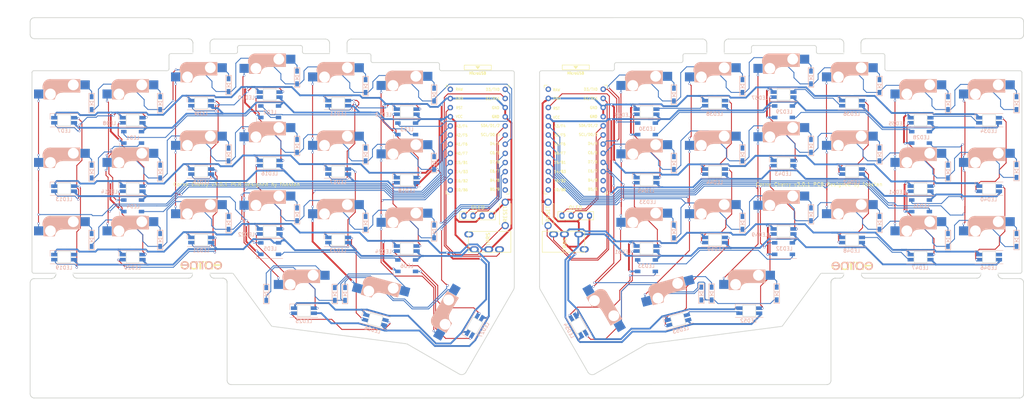
<source format=kicad_pcb>
(kicad_pcb (version 20171130) (host pcbnew "(5.1.5-0-10_14)")
  (title_block (title "Corne Cherry") (date 2020-09-28) (rev 3.0.1) (company foostan))
  (layers (0 F.Cu signal) (31 B.Cu signal) (34 B.Paste user) (35 F.Paste user) (36 B.SilkS user) (37 F.SilkS user) (38 B.Mask user) (39 F.Mask user) (44 Edge.Cuts user))
  (net 0 "")
  (net 1 row0)
  (net 2 "Net-(D1-Pad2)")
  (net 3 row1)
  (net 4 "Net-(D2-Pad2)")
  (net 5 row2)
  (net 6 "Net-(D3-Pad2)")
  (net 7 row3)
  (net 8 "Net-(D4-Pad2)")
  (net 9 "Net-(D5-Pad2)")
  (net 10 "Net-(D6-Pad2)")
  (net 11 "Net-(D7-Pad2)")
  (net 12 "Net-(D8-Pad2)")
  (net 13 "Net-(D9-Pad2)")
  (net 14 "Net-(D10-Pad2)")
  (net 15 "Net-(D11-Pad2)")
  (net 16 "Net-(D12-Pad2)")
  (net 17 "Net-(D13-Pad2)")
  (net 18 "Net-(D14-Pad2)")
  (net 19 "Net-(D15-Pad2)")
  (net 20 "Net-(D16-Pad2)")
  (net 21 "Net-(D17-Pad2)")
  (net 22 "Net-(D18-Pad2)")
  (net 23 "Net-(D19-Pad2)")
  (net 24 "Net-(D20-Pad2)")
  (net 25 "Net-(D21-Pad2)")
  (net 26 GND)
  (net 27 VCC)
  (net 28 col0)
  (net 29 col1)
  (net 30 col2)
  (net 31 col3)
  (net 32 col4)
  (net 33 col5)
  (net 34 LED)
  (net 35 data)
  (net 36 reset)
  (net 37 SCL)
  (net 38 SDA)
  (net 39 "Net-(U1-Pad14)")
  (net 40 "Net-(U1-Pad13)")
  (net 41 "Net-(U1-Pad12)")
  (net 42 "Net-(U1-Pad11)")
  (net 43 "Net-(U1-Pad24)")
  (net 44 "Net-(D22-Pad2)")
  (net 45 row0_r)
  (net 46 "Net-(D23-Pad2)")
  (net 47 "Net-(D24-Pad2)")
  (net 48 "Net-(D25-Pad2)")
  (net 49 "Net-(D26-Pad2)")
  (net 50 "Net-(D27-Pad2)")
  (net 51 row1_r)
  (net 52 "Net-(D28-Pad2)")
  (net 53 "Net-(D29-Pad2)")
  (net 54 "Net-(D30-Pad2)")
  (net 55 "Net-(D31-Pad2)")
  (net 56 "Net-(D32-Pad2)")
  (net 57 "Net-(D33-Pad2)")
  (net 58 row2_r)
  (net 59 "Net-(D34-Pad2)")
  (net 60 "Net-(D35-Pad2)")
  (net 61 "Net-(D36-Pad2)")
  (net 62 "Net-(D37-Pad2)")
  (net 63 "Net-(D38-Pad2)")
  (net 64 "Net-(D39-Pad2)")
  (net 65 "Net-(D40-Pad2)")
  (net 66 row3_r)
  (net 67 "Net-(D41-Pad2)")
  (net 68 "Net-(D42-Pad2)")
  (net 69 data_r)
  (net 70 SDA_r)
  (net 71 SCL_r)
  (net 72 LED_r)
  (net 73 reset_r)
  (net 74 col0_r)
  (net 75 col1_r)
  (net 76 col2_r)
  (net 77 col3_r)
  (net 78 col4_r)
  (net 79 col5_r)
  (net 80 VDD)
  (net 81 GNDA)
  (net 82 "Net-(LED1-Pad2)")
  (net 83 "Net-(LED1-Pad4)")
  (net 84 "Net-(LED2-Pad4)")
  (net 85 "Net-(LED10-Pad2)")
  (net 86 "Net-(LED11-Pad4)")
  (net 87 "Net-(LED13-Pad4)")
  (net 88 "Net-(LED14-Pad2)")
  (net 89 "Net-(LED15-Pad4)")
  (net 90 "Net-(LED10-Pad4)")
  (net 91 "Net-(LED11-Pad2)")
  (net 92 "Net-(LED12-Pad4)")
  (net 93 "Net-(LED13-Pad2)")
  (net 94 "Net-(LED14-Pad4)")
  (net 95 "Net-(LED16-Pad4)")
  (net 96 "Net-(LED17-Pad2)")
  (net 97 "Net-(LED18-Pad4)")
  (net 98 "Net-(LED22-Pad4)")
  (net 99 "Net-(LED24-Pad4)")
  (net 100 "Net-(LED25-Pad4)")
  (net 101 "Net-(LED27-Pad4)")
  (net 102 "Net-(LED28-Pad2)")
  (net 103 "Net-(LED29-Pad4)")
  (net 104 "Net-(LED32-Pad2)")
  (net 105 "Net-(LED34-Pad2)")
  (net 106 "Net-(LED35-Pad4)")
  (net 107 "Net-(LED37-Pad4)")
  (net 108 "Net-(LED38-Pad2)")
  (net 109 "Net-(LED39-Pad4)")
  (net 110 "Net-(LED4-Pad2)")
  (net 111 "Net-(LED5-Pad2)")
  (net 112 "Net-(LED7-Pad4)")
  (net 113 "Net-(LED15-Pad2)")
  (net 114 "Net-(LED20-Pad4)")
  (net 115 "Net-(LED23-Pad2)")
  (net 116 "Net-(LED28-Pad4)")
  (net 117 "Net-(LED31-Pad2)")
  (net 118 "Net-(LED33-Pad2)")
  (net 119 "Net-(LED40-Pad2)")
  (net 120 "Net-(LED41-Pad4)")
  (net 121 "Net-(LED42-Pad2)")
  (net 122 "Net-(LED43-Pad4)")
  (net 123 "Net-(LED44-Pad2)")
  (net 124 "Net-(LED45-Pad4)")
  (net 125 "Net-(LED47-Pad4)")
  (net 126 "Net-(LED49-Pad4)")
  (net 127 "Net-(LED50-Pad2)")
  (net 128 "Net-(LED51-Pad4)")
  (net 129 "Net-(LED52-Pad4)")
  (net 130 "Net-(LED34-Pad4)")
  (net 131 "Net-(LED36-Pad4)")
  (net 132 "Net-(LED36-Pad2)")
  (net 133 "Net-(LED38-Pad4)")
  (net 134 "Net-(U2-Pad11)")
  (net 135 "Net-(U2-Pad12)")
  (net 136 "Net-(U2-Pad13)")
  (net 137 "Net-(U2-Pad14)")
  (net 138 "Net-(U2-Pad24)")
  (net 139 "Net-(J1-PadA)")
  (net 140 "Net-(J3-PadA)")
  (net 141 "Net-(LED19-Pad2)")
  (net 142 "Net-(LED46-Pad2)")
  (module kbd:ProMicro_v3 (layer F.Cu) (at 134.8125 46.42)
    (fp_text reference U1 hide)
    (fp_text value ProMicro hide)
    (fp_text user RAW (at -5.1355 -14.478 unlocked) (layer F.SilkS) (effects (font (size 0.75 0.67) (thickness 0.125))))
    (fp_text user GND (at 4.955 -6.9 unlocked) (layer F.SilkS) (effects (font (size 0.75 0.67) (thickness 0.125))))
    (fp_text user RST (at -5.1355 -9.3345 unlocked) (layer F.SilkS) (effects (font (size 0.75 0.67) (thickness 0.125))))
    (fp_text user VCC (at -5.175 -6.915 unlocked) (layer F.SilkS) (effects (font (size 0.75 0.67) (thickness 0.125))))
    (fp_text user A3/F4 (at -4.395 -4.25 unlocked) (layer F.SilkS) (effects (font (size 0.75 0.67) (thickness 0.125))))
    (fp_text user A2/F5 (at -4.395 -1.75 unlocked) (layer F.SilkS) (effects (font (size 0.75 0.67) (thickness 0.125))))
    (fp_text user A1/F6 (at -4.395 0.75 unlocked) (layer F.SilkS) (effects (font (size 0.75 0.67) (thickness 0.125))))
    (fp_text user A0/F7 (at -4.395 3.3 unlocked) (layer F.SilkS) (effects (font (size 0.75 0.67) (thickness 0.125))))
    (fp_text user 15/B1 (at -4.395 5.85 unlocked) (layer F.SilkS) (effects (font (size 0.75 0.67) (thickness 0.125))))
    (fp_text user 14/B3 (at -4.395 8.4 unlocked) (layer F.SilkS) (effects (font (size 0.75 0.67) (thickness 0.125))))
    (fp_text user 10/B6 (at -4.395 13.45 unlocked) (layer F.SilkS) (effects (font (size 0.75 0.67) (thickness 0.125))))
    (fp_text user 16/B2 (at -4.395 10.95 unlocked) (layer F.SilkS) (effects (font (size 0.75 0.67) (thickness 0.125))))
    (fp_text user E6/7 (at 4.705 8.25 unlocked) (layer F.SilkS) (effects (font (size 0.75 0.67) (thickness 0.125))))
    (fp_text user D7/6 (at 4.705 5.7 unlocked) (layer F.SilkS) (effects (font (size 0.75 0.67) (thickness 0.125))))
    (fp_text user GND (at 4.955 -9.35 unlocked) (layer F.SilkS) (effects (font (size 0.75 0.67) (thickness 0.125))))
    (fp_text user GND (at 4.955 -6.9 unlocked) (layer F.SilkS) (effects (font (size 0.75 0.67) (thickness 0.125))))
    (fp_text user D3/TX0 (at 4.155 -14.45 unlocked) (layer F.SilkS) (effects (font (size 0.75 0.67) (thickness 0.125))))
    (fp_text user D4/4 (at 4.705 0.6 unlocked) (layer F.SilkS) (effects (font (size 0.75 0.67) (thickness 0.125))))
    (fp_text user SDA/D1/2 (at 3.455 -4.4 unlocked) (layer F.SilkS) (effects (font (size 0.75 0.67) (thickness 0.125))))
    (fp_text user SCL/D0/3 (at 3.455 -1.9 unlocked) (layer F.SilkS) (effects (font (size 0.75 0.67) (thickness 0.125))))
    (fp_text user C6/5 (at 4.705 3.15 unlocked) (layer F.SilkS) (effects (font (size 0.75 0.67) (thickness 0.125))))
    (fp_text user B5/9 (at 4.705 13.3 unlocked) (layer F.SilkS) (effects (font (size 0.75 0.67) (thickness 0.125))))
    (fp_text user D2/RX1 (at 4.155 -11.9 unlocked) (layer F.SilkS) (effects (font (size 0.75 0.67) (thickness 0.125))))
    (fp_text user B4/8 (at 4.705 10.8 unlocked) (layer F.SilkS) (effects (font (size 0.75 0.67) (thickness 0.125))))
    (fp_text user MicroUSB (at -0.05 -18.95) (layer F.SilkS) (effects (font (size 0.75 0.67) (thickness 0.125))))
    (fp_text user MicroUSB (at -0.05 -18.95) (layer F.SilkS) (effects (font (size 0.75 0.67) (thickness 0.125))))
    (fp_text user GND (at -5.115 -11.94) (layer F.SilkS) (effects (font (size 0.75 0.67) (thickness 0.125))))
    (pad 24 thru_hole circle (at -7.6086 -14.478) (size 1.524 1.524) (drill 0.8128) (layers *.Cu B.Mask) (net 43 "Net-(U1-Pad24)"))
    (pad 23 thru_hole circle (at -7.6086 -11.938) (size 1.524 1.524) (drill 0.8128) (layers *.Cu B.Mask) (net 26 GND))
    (pad 22 thru_hole circle (at -7.6086 -9.398) (size 1.524 1.524) (drill 0.8128) (layers *.Cu B.Mask) (net 36 reset))
    (pad 21 thru_hole circle (at -7.6086 -6.858) (size 1.524 1.524) (drill 0.8128) (layers *.Cu B.Mask) (net 27 VCC))
    (pad 20 thru_hole circle (at -7.6086 -4.318) (size 1.524 1.524) (drill 0.8128) (layers *.Cu B.Mask) (net 28 col0))
    (pad 19 thru_hole circle (at -7.6086 -1.778) (size 1.524 1.524) (drill 0.8128) (layers *.Cu B.Mask) (net 29 col1))
    (pad 18 thru_hole circle (at -7.6086 0.762) (size 1.524 1.524) (drill 0.8128) (layers *.Cu B.Mask) (net 30 col2))
    (pad 17 thru_hole circle (at -7.6086 3.302) (size 1.524 1.524) (drill 0.8128) (layers *.Cu B.Mask) (net 31 col3))
    (pad 16 thru_hole circle (at -7.6086 5.842) (size 1.524 1.524) (drill 0.8128) (layers *.Cu B.Mask) (net 32 col4))
    (pad 15 thru_hole circle (at -7.6086 8.382) (size 1.524 1.524) (drill 0.8128) (layers *.Cu B.Mask) (net 33 col5))
    (pad 14 thru_hole circle (at -7.6086 10.922) (size 1.524 1.524) (drill 0.8128) (layers *.Cu B.Mask) (net 39 "Net-(U1-Pad14)"))
    (pad 13 thru_hole circle (at -7.6086 13.462) (size 1.524 1.524) (drill 0.8128) (layers *.Cu B.Mask) (net 40 "Net-(U1-Pad13)"))
    (pad 12 thru_hole circle (at 7.6114 13.462) (size 1.524 1.524) (drill 0.8128) (layers *.Cu B.Mask) (net 41 "Net-(U1-Pad12)"))
    (pad 11 thru_hole circle (at 7.6114 10.922) (size 1.524 1.524) (drill 0.8128) (layers *.Cu B.Mask) (net 42 "Net-(U1-Pad11)"))
    (pad 10 thru_hole circle (at 7.6114 8.382) (size 1.524 1.524) (drill 0.8128) (layers *.Cu B.Mask) (net 7 row3))
    (pad 9 thru_hole circle (at 7.6114 5.842) (size 1.524 1.524) (drill 0.8128) (layers *.Cu B.Mask) (net 5 row2))
    (pad 8 thru_hole circle (at 7.6114 3.302) (size 1.524 1.524) (drill 0.8128) (layers *.Cu B.Mask) (net 3 row1))
    (pad 7 thru_hole circle (at 7.6114 0.762) (size 1.524 1.524) (drill 0.8128) (layers *.Cu B.Mask) (net 1 row0))
    (pad 6 thru_hole circle (at 7.6114 -1.778) (size 1.524 1.524) (drill 0.8128) (layers *.Cu B.Mask) (net 37 SCL))
    (pad 5 thru_hole circle (at 7.6114 -4.318) (size 1.524 1.524) (drill 0.8128) (layers *.Cu B.Mask) (net 38 SDA))
    (pad 4 thru_hole circle (at 7.6114 -6.858) (size 1.524 1.524) (drill 0.8128) (layers *.Cu B.Mask) (net 26 GND))
    (pad 3 thru_hole circle (at 7.6114 -9.398) (size 1.524 1.524) (drill 0.8128) (layers *.Cu B.Mask) (net 26 GND))
    (pad 2 thru_hole circle (at 7.6114 -11.938) (size 1.524 1.524) (drill 0.8128) (layers *.Cu B.Mask) (net 35 data))
    (pad 1 thru_hole circle (at 7.6114 -14.478) (size 1.524 1.524) (drill 0.8128) (layers *.Cu B.Mask) (net 34 LED))
  )
  (module kbd:ProMicro_v3 (layer F.Cu) (at 161.9875 46.39)
    (fp_text reference U2 hide)
    (fp_text value ProMicro hide)
    (fp_text user RAW (at -5.3355 -14.278 unlocked) (layer F.SilkS) (effects (font (size 0.75 0.67) (thickness 0.125))))
    (fp_text user GND (at 4.955 -6.9 unlocked) (layer F.SilkS) (effects (font (size 0.75 0.67) (thickness 0.125))))
    (fp_text user RST (at -5.3355 -9.1345 unlocked) (layer F.SilkS) (effects (font (size 0.75 0.67) (thickness 0.125))))
    (fp_text user VCC (at -5.3355 -6.658 unlocked) (layer F.SilkS) (effects (font (size 0.75 0.67) (thickness 0.125))))
    (fp_text user A3/F4 (at -4.395 -4.25 unlocked) (layer F.SilkS) (effects (font (size 0.75 0.67) (thickness 0.125))))
    (fp_text user A2/F5 (at -4.395 -1.75 unlocked) (layer F.SilkS) (effects (font (size 0.75 0.67) (thickness 0.125))))
    (fp_text user A1/F6 (at -4.395 0.75 unlocked) (layer F.SilkS) (effects (font (size 0.75 0.67) (thickness 0.125))))
    (fp_text user A0/F7 (at -4.395 3.3 unlocked) (layer F.SilkS) (effects (font (size 0.75 0.67) (thickness 0.125))))
    (fp_text user 15/B1 (at -4.395 5.85 unlocked) (layer F.SilkS) (effects (font (size 0.75 0.67) (thickness 0.125))))
    (fp_text user 14/B3 (at -4.395 8.4 unlocked) (layer F.SilkS) (effects (font (size 0.75 0.67) (thickness 0.125))))
    (fp_text user 10/B6 (at -4.395 13.45 unlocked) (layer F.SilkS) (effects (font (size 0.75 0.67) (thickness 0.125))))
    (fp_text user 16/B2 (at -4.395 10.95 unlocked) (layer F.SilkS) (effects (font (size 0.75 0.67) (thickness 0.125))))
    (fp_text user E6/7 (at 4.705 8.25 unlocked) (layer F.SilkS) (effects (font (size 0.75 0.67) (thickness 0.125))))
    (fp_text user D7/6 (at 4.705 5.7 unlocked) (layer F.SilkS) (effects (font (size 0.75 0.67) (thickness 0.125))))
    (fp_text user GND (at 4.955 -9.35 unlocked) (layer F.SilkS) (effects (font (size 0.75 0.67) (thickness 0.125))))
    (fp_text user GND (at 4.955 -6.9 unlocked) (layer F.SilkS) (effects (font (size 0.75 0.67) (thickness 0.125))))
    (fp_text user D3/TX0 (at 4.155 -14.45 unlocked) (layer F.SilkS) (effects (font (size 0.75 0.67) (thickness 0.125))))
    (fp_text user D4/4 (at 4.705 0.6 unlocked) (layer F.SilkS) (effects (font (size 0.75 0.67) (thickness 0.125))))
    (fp_text user SDA/D1/2 (at 3.455 -4.4 unlocked) (layer F.SilkS) (effects (font (size 0.75 0.67) (thickness 0.125))))
    (fp_text user SCL/D0/3 (at 3.455 -1.9 unlocked) (layer F.SilkS) (effects (font (size 0.75 0.67) (thickness 0.125))))
    (fp_text user C6/5 (at 4.705 3.15 unlocked) (layer F.SilkS) (effects (font (size 0.75 0.67) (thickness 0.125))))
    (fp_text user B5/9 (at 4.705 13.3 unlocked) (layer F.SilkS) (effects (font (size 0.75 0.67) (thickness 0.125))))
    (fp_text user D2/RX1 (at 4.155 -11.9 unlocked) (layer F.SilkS) (effects (font (size 0.75 0.67) (thickness 0.125))))
    (fp_text user B4/8 (at 4.705 10.8 unlocked) (layer F.SilkS) (effects (font (size 0.75 0.67) (thickness 0.125))))
    (fp_text user MicroUSB (at -0.05 -18.95) (layer F.SilkS) (effects (font (size 0.75 0.67) (thickness 0.125))))
    (fp_text user MicroUSB (at -0.05 -18.95) (layer F.SilkS) (effects (font (size 0.75 0.67) (thickness 0.125))))
    (fp_text user GND (at -5.22 -11.94) (layer F.SilkS) (effects (font (size 0.75 0.67) (thickness 0.125))))
    (pad 24 thru_hole circle (at -7.6086 -14.478) (size 1.524 1.524) (drill 0.8128) (layers *.Cu B.Mask) (net 138 "Net-(U2-Pad24)"))
    (pad 23 thru_hole circle (at -7.6086 -11.938) (size 1.524 1.524) (drill 0.8128) (layers *.Cu B.Mask) (net 81 GNDA))
    (pad 22 thru_hole circle (at -7.6086 -9.398) (size 1.524 1.524) (drill 0.8128) (layers *.Cu B.Mask) (net 73 reset_r))
    (pad 21 thru_hole circle (at -7.6086 -6.858) (size 1.524 1.524) (drill 0.8128) (layers *.Cu B.Mask) (net 80 VDD))
    (pad 20 thru_hole circle (at -7.6086 -4.318) (size 1.524 1.524) (drill 0.8128) (layers *.Cu B.Mask) (net 74 col0_r))
    (pad 19 thru_hole circle (at -7.6086 -1.778) (size 1.524 1.524) (drill 0.8128) (layers *.Cu B.Mask) (net 75 col1_r))
    (pad 18 thru_hole circle (at -7.6086 0.762) (size 1.524 1.524) (drill 0.8128) (layers *.Cu B.Mask) (net 76 col2_r))
    (pad 17 thru_hole circle (at -7.6086 3.302) (size 1.524 1.524) (drill 0.8128) (layers *.Cu B.Mask) (net 77 col3_r))
    (pad 16 thru_hole circle (at -7.6086 5.842) (size 1.524 1.524) (drill 0.8128) (layers *.Cu B.Mask) (net 78 col4_r))
    (pad 15 thru_hole circle (at -7.6086 8.382) (size 1.524 1.524) (drill 0.8128) (layers *.Cu B.Mask) (net 79 col5_r))
    (pad 14 thru_hole circle (at -7.6086 10.922) (size 1.524 1.524) (drill 0.8128) (layers *.Cu B.Mask) (net 137 "Net-(U2-Pad14)"))
    (pad 13 thru_hole circle (at -7.6086 13.462) (size 1.524 1.524) (drill 0.8128) (layers *.Cu B.Mask) (net 136 "Net-(U2-Pad13)"))
    (pad 12 thru_hole circle (at 7.6114 13.462) (size 1.524 1.524) (drill 0.8128) (layers *.Cu B.Mask) (net 135 "Net-(U2-Pad12)"))
    (pad 11 thru_hole circle (at 7.6114 10.922) (size 1.524 1.524) (drill 0.8128) (layers *.Cu B.Mask) (net 134 "Net-(U2-Pad11)"))
    (pad 10 thru_hole circle (at 7.6114 8.382) (size 1.524 1.524) (drill 0.8128) (layers *.Cu B.Mask) (net 66 row3_r))
    (pad 9 thru_hole circle (at 7.6114 5.842) (size 1.524 1.524) (drill 0.8128) (layers *.Cu B.Mask) (net 58 row2_r))
    (pad 8 thru_hole circle (at 7.6114 3.302) (size 1.524 1.524) (drill 0.8128) (layers *.Cu B.Mask) (net 51 row1_r))
    (pad 7 thru_hole circle (at 7.6114 0.762) (size 1.524 1.524) (drill 0.8128) (layers *.Cu B.Mask) (net 45 row0_r))
    (pad 6 thru_hole circle (at 7.6114 -1.778) (size 1.524 1.524) (drill 0.8128) (layers *.Cu B.Mask) (net 71 SCL_r))
    (pad 5 thru_hole circle (at 7.6114 -4.318) (size 1.524 1.524) (drill 0.8128) (layers *.Cu B.Mask) (net 70 SDA_r))
    (pad 4 thru_hole circle (at 7.6114 -6.858) (size 1.524 1.524) (drill 0.8128) (layers *.Cu B.Mask) (net 81 GNDA))
    (pad 3 thru_hole circle (at 7.6114 -9.398) (size 1.524 1.524) (drill 0.8128) (layers *.Cu B.Mask) (net 81 GNDA))
    (pad 2 thru_hole circle (at 7.6114 -11.938) (size 1.524 1.524) (drill 0.8128) (layers *.Cu B.Mask) (net 69 data_r))
    (pad 1 thru_hole circle (at 7.6114 -14.478) (size 1.524 1.524) (drill 0.8128) (layers *.Cu B.Mask) (net 72 LED_r))
  )
  (module kbd:ResetSW_1side (layer F.Cu) (at 154.3045 66.522 270)
    (fp_text reference RSW2 hide)
    (fp_text value SW_PUSH)
    (fp_text user RESET (at 0 0 90) (layer F.SilkS))
    (pad 2 thru_hole circle (at -3.25 0 270) (size 2 2) (drill 1.3) (layers *.Cu B.Mask) (net 81 GNDA))
    (pad 1 thru_hole circle (at 3.25 0 270) (size 2 2) (drill 1.3) (layers *.Cu B.Mask) (net 73 reset_r))
  )
  (module kbd:ResetSW_1side (layer F.Cu) (at 142.4245 66.531 270)
    (fp_text reference RSW1 hide)
    (fp_text value SW_PUSH)
    (fp_text user RESET (at 0 0 270) (layer F.SilkS))
    (pad 2 thru_hole circle (at -3.25 0 270) (size 2 2) (drill 1.3) (layers *.Cu B.Mask) (net 26 GND))
    (pad 1 thru_hole circle (at 3.25 0 270) (size 2 2) (drill 1.3) (layers *.Cu B.Mask) (net 36 reset))
  )
  (module kbd:OLED_1side (layer F.Cu) (at 158.1775 67.02)
    (fp_text reference J4)
    (fp_text value OLED hide)
    (fp_text user OLED (at 3.75 -2.19) (layer F.SilkS))
    (pad 4 thru_hole oval (at 7.62 0) (size 1.397 1.778) (drill 0.8128) (layers *.Cu B.Mask) (net 81 GNDA))
    (pad 3 thru_hole oval (at 5.08 0) (size 1.397 1.778) (drill 0.8128) (layers *.Cu B.Mask) (net 80 VDD))
    (pad 2 thru_hole oval (at 2.54 0) (size 1.397 1.778) (drill 0.8128) (layers *.Cu B.Mask) (net 71 SCL_r))
    (pad 1 thru_hole oval (at 0 0) (size 1.397 1.778) (drill 0.8128) (layers *.Cu B.Mask) (net 70 SDA_r))
  )
  (module kbd:OLED_1side (layer F.Cu) (at 130.9485 67.028)
    (fp_text reference J2)
    (fp_text value OLED hide)
    (fp_text user OLED (at 3.906 -2.284) (layer F.SilkS))
    (pad 4 thru_hole oval (at 7.62 0) (size 1.397 1.778) (drill 0.8128) (layers *.Cu B.Mask) (net 26 GND))
    (pad 3 thru_hole oval (at 5.08 0) (size 1.397 1.778) (drill 0.8128) (layers *.Cu B.Mask) (net 27 VCC))
    (pad 2 thru_hole oval (at 2.54 0) (size 1.397 1.778) (drill 0.8128) (layers *.Cu B.Mask) (net 37 SCL))
    (pad 1 thru_hole oval (at 0 0) (size 1.397 1.778) (drill 0.8128) (layers *.Cu B.Mask) (net 38 SDA))
  )
  (module kbd:MJ-4PP-9_1side (layer F.Cu) (at 152.5375 74.27 90)
    (fp_text reference J3)
    (fp_text value MJ-4PP-9 hide)
    (fp_text user TRRS (at -0.75 6.45 90) (layer F.SilkS))
    (pad A thru_hole oval (at -2.1 11.8 90) (size 1.7 2.5) (drill oval 1 1.5) (layers *.Cu B.Mask) (net 140 "Net-(J3-PadA)") (clearance 0.15))
    (pad D thru_hole oval (at 2.1 10.3 90) (size 1.7 2.5) (drill oval 1 1.5) (layers *.Cu B.Mask) (net 80 VDD) (clearance 0.15))
    (pad C thru_hole oval (at 2.1 6.3 90) (size 1.7 2.5) (drill oval 1 1.5) (layers *.Cu B.Mask) (net 81 GNDA))
    (pad B thru_hole oval (at 2.1 3.3 90) (size 1.7 2.5) (drill oval 1 1.5) (layers *.Cu B.Mask) (net 69 data_r))
    (pad "" np_thru_hole circle (at 0 8.5 90) (size 1.2 1.2) (drill 1.2) (layers *.Cu *.Mask))
    (pad "" np_thru_hole circle (at 0 1.5 90) (size 1.2 1.2) (drill 1.2) (layers *.Cu *.Mask))
  )
  (module kbd:MJ-4PP-9_1side (layer F.Cu) (at 144.1345 74.292 270)
    (fp_text reference J1)
    (fp_text value MJ-4PP-9 hide)
    (fp_text user TRRS (at -0.75 6.45 270) (layer F.SilkS))
    (pad A thru_hole oval (at -2.1 11.8 270) (size 1.7 2.5) (drill oval 1 1.5) (layers *.Cu B.Mask) (net 139 "Net-(J1-PadA)") (clearance 0.15))
    (pad D thru_hole oval (at 2.1 10.3 270) (size 1.7 2.5) (drill oval 1 1.5) (layers *.Cu B.Mask) (net 27 VCC) (clearance 0.15))
    (pad C thru_hole oval (at 2.1 6.3 270) (size 1.7 2.5) (drill oval 1 1.5) (layers *.Cu B.Mask) (net 26 GND))
    (pad B thru_hole oval (at 2.1 3.3 270) (size 1.7 2.5) (drill oval 1 1.5) (layers *.Cu B.Mask) (net 35 data))
    (pad "" np_thru_hole circle (at 0 8.5 270) (size 1.2 1.2) (drill 1.2) (layers *.Cu *.Mask))
    (pad "" np_thru_hole circle (at 0 1.5 270) (size 1.2 1.2) (drill 1.2) (layers *.Cu *.Mask))
  )
  (module kbd:CherryMX_Hotswap_1.5u (layer F.Cu) (at 129.8575 95.155 60)
    (fp_text reference SW21 hide)
    (fp_text value SW_PUSH hide)
    (pad "" np_thru_hole circle (at 2.54 -5.08 60) (size 3 3) (drill 3) (layers *.Cu *.Mask))
    (pad "" np_thru_hole circle (at -3.81 -2.54 60) (size 3 3) (drill 3) (layers *.Cu *.Mask))
    (pad 2 smd rect (at 5.842 -5.08 240) (size 2.55 2.5) (layers B.Cu B.Paste B.Mask) (net 25 "Net-(D21-Pad2)"))
    (pad "" np_thru_hole circle (at -5.08 0 60) (size 1.9 1.9) (drill 1.9) (layers *.Cu *.Mask))
    (pad "" np_thru_hole circle (at 5.08 0 60) (size 1.9 1.9) (drill 1.9) (layers *.Cu *.Mask))
    (pad "" np_thru_hole circle (at 0 0 150) (size 4.1 4.1) (drill 4.1) (layers *.Cu *.Mask))
    (pad 1 smd rect (at -7.085 -2.54 240) (size 2.55 2.5) (layers B.Cu B.Paste B.Mask) (net 33 col5))
  )
  (module kbd:CherryMX_Hotswap_1.5u (layer F.Cu) (at 166.8645 95.15 300)
    (fp_text reference SW42 hide)
    (fp_text value SW_PUSH hide)
    (pad "" np_thru_hole circle (at 2.54 -5.08 300) (size 3 3) (drill 3) (layers *.Cu *.Mask))
    (pad "" np_thru_hole circle (at -3.81 -2.54 300) (size 3 3) (drill 3) (layers *.Cu *.Mask))
    (pad 2 smd rect (at 5.842 -5.08 120) (size 2.55 2.5) (layers B.Cu B.Paste B.Mask) (net 68 "Net-(D42-Pad2)"))
    (pad "" np_thru_hole circle (at -5.08 0 300) (size 1.9 1.9) (drill 1.9) (layers *.Cu *.Mask))
    (pad "" np_thru_hole circle (at 5.08 0 300) (size 1.9 1.9) (drill 1.9) (layers *.Cu *.Mask))
    (pad "" np_thru_hole circle (at 0 0 30) (size 4.1 4.1) (drill 4.1) (layers *.Cu *.Mask))
    (pad 1 smd rect (at -7.085 -2.54 120) (size 2.55 2.5) (layers B.Cu B.Paste B.Mask) (net 79 col5_r))
  )
  (module LED_SMD:LED_WS2812B_PLCC4_5.0x5.0mm_P3.2mm (layer B.Cu) (at 39.1075 45.28 180)
    (fp_text reference LED1 (at -0.01 -0.135) (layer B.SilkS) (effects (justify mirror)))
    (fp_text value WS2812B)
    (pad 1 smd rect (at -2.45 1.6 180) (size 1.5 1) (layers B.Cu B.Paste B.Mask) (net 27 VCC))
    (pad 2 smd rect (at -2.45 -1.6 180) (size 1.5 1) (layers B.Cu B.Paste B.Mask) (net 82 "Net-(LED1-Pad2)"))
    (pad 4 smd rect (at 2.45 1.6 180) (size 1.5 1) (layers B.Cu B.Paste B.Mask) (net 83 "Net-(LED1-Pad4)"))
    (pad 3 smd rect (at 2.45 -1.6 180) (size 1.5 1) (layers B.Cu B.Paste B.Mask) (net 26 GND))
  )
  (module LED_SMD:LED_WS2812B_PLCC4_5.0x5.0mm_P3.2mm (layer B.Cu) (at 77.1075 38.155 180)
    (fp_text reference LED2 (at -0.06 -0.14) (layer B.SilkS) (effects (justify mirror)))
    (fp_text value WS2812B)
    (pad 1 smd rect (at -2.45 1.6 180) (size 1.5 1) (layers B.Cu B.Paste B.Mask) (net 27 VCC))
    (pad 2 smd rect (at -2.45 -1.6 180) (size 1.5 1) (layers B.Cu B.Paste B.Mask) (net 83 "Net-(LED1-Pad4)"))
    (pad 4 smd rect (at 2.45 1.6 180) (size 1.5 1) (layers B.Cu B.Paste B.Mask) (net 84 "Net-(LED2-Pad4)"))
    (pad 3 smd rect (at 2.45 -1.6 180) (size 1.5 1) (layers B.Cu B.Paste B.Mask) (net 26 GND))
  )
  (module LED_SMD:LED_WS2812B_PLCC4_5.0x5.0mm_P3.2mm (layer B.Cu) (at 115.1075 42.905 180)
    (fp_text reference LED3 (at -0.08 -0.14) (layer B.SilkS) (effects (justify mirror)))
    (fp_text value WS2812B)
    (pad 1 smd rect (at -2.45 1.6 180) (size 1.5 1) (layers B.Cu B.Paste B.Mask) (net 27 VCC))
    (pad 2 smd rect (at -2.45 -1.6 180) (size 1.5 1) (layers B.Cu B.Paste B.Mask) (net 84 "Net-(LED2-Pad4)"))
    (pad 4 smd rect (at 2.45 1.6 180) (size 1.5 1) (layers B.Cu B.Paste B.Mask) (net 34 LED))
    (pad 3 smd rect (at 2.45 -1.6 180) (size 1.5 1) (layers B.Cu B.Paste B.Mask) (net 26 GND))
  )
  (module LED_SMD:LED_WS2812B_PLCC4_5.0x5.0mm_P3.2mm (layer B.Cu) (at 39.1075 64.28 180)
    (fp_text reference LED4 (at -0.13 -0.165) (layer B.SilkS) (effects (justify mirror)))
    (fp_text value WS2812B)
    (pad 1 smd rect (at -2.45 1.6 180) (size 1.5 1) (layers B.Cu B.Paste B.Mask) (net 27 VCC))
    (pad 2 smd rect (at -2.45 -1.6 180) (size 1.5 1) (layers B.Cu B.Paste B.Mask) (net 110 "Net-(LED4-Pad2)"))
    (pad 4 smd rect (at 2.45 1.6 180) (size 1.5 1) (layers B.Cu B.Paste B.Mask) (net 82 "Net-(LED1-Pad2)"))
    (pad 3 smd rect (at 2.45 -1.6 180) (size 1.5 1) (layers B.Cu B.Paste B.Mask) (net 26 GND))
  )
  (module LED_SMD:LED_WS2812B_PLCC4_5.0x5.0mm_P3.2mm (layer B.Cu) (at 77.1075 76.155 180)
    (fp_text reference LED5 (at -0.13 -0.02) (layer B.SilkS) (effects (justify mirror)))
    (fp_text value WS2812B)
    (pad 1 smd rect (at -2.45 1.6 180) (size 1.5 1) (layers B.Cu B.Paste B.Mask) (net 27 VCC))
    (pad 2 smd rect (at -2.45 -1.6 180) (size 1.5 1) (layers B.Cu B.Paste B.Mask) (net 111 "Net-(LED5-Pad2)"))
    (pad 4 smd rect (at 2.45 1.6 180) (size 1.5 1) (layers B.Cu B.Paste B.Mask) (net 110 "Net-(LED4-Pad2)"))
    (pad 3 smd rect (at 2.45 -1.6 180) (size 1.5 1) (layers B.Cu B.Paste B.Mask) (net 26 GND))
  )
  (module LED_SMD:LED_WS2812B_PLCC4_5.0x5.0mm_P3.2mm (layer B.Cu) (at 115.1075 80.905 180)
    (fp_text reference LED6 (at -0.05 -0.08) (layer B.SilkS) (effects (justify mirror)))
    (fp_text value WS2812B)
    (pad 1 smd rect (at -2.45 1.6 180) (size 1.5 1) (layers B.Cu B.Paste B.Mask) (net 27 VCC))
    (pad 2 smd rect (at -2.45 -1.6 180) (size 1.5 1) (layers B.Cu B.Paste B.Mask) (net 101 "Net-(LED27-Pad4)"))
    (pad 4 smd rect (at 2.45 1.6 180) (size 1.5 1) (layers B.Cu B.Paste B.Mask) (net 111 "Net-(LED5-Pad2)"))
    (pad 3 smd rect (at 2.45 -1.6 180) (size 1.5 1) (layers B.Cu B.Paste B.Mask) (net 26 GND))
  )
  (module LED_SMD:LED_WS2812B_PLCC4_5.0x5.0mm_P3.2mm (layer B.Cu) (at 257.6075 45.28 180)
    (fp_text reference LED28 (at -0.2 -0.01) (layer B.SilkS) (effects (justify mirror)))
    (fp_text value WS2812B)
    (pad 1 smd rect (at -2.45 1.6 180) (size 1.5 1) (layers B.Cu B.Paste B.Mask) (net 80 VDD))
    (pad 2 smd rect (at -2.45 -1.6 180) (size 1.5 1) (layers B.Cu B.Paste B.Mask) (net 102 "Net-(LED28-Pad2)"))
    (pad 4 smd rect (at 2.45 1.6 180) (size 1.5 1) (layers B.Cu B.Paste B.Mask) (net 116 "Net-(LED28-Pad4)"))
    (pad 3 smd rect (at 2.45 -1.6 180) (size 1.5 1) (layers B.Cu B.Paste B.Mask) (net 81 GNDA))
  )
  (module LED_SMD:LED_WS2812B_PLCC4_5.0x5.0mm_P3.2mm (layer B.Cu) (at 219.6075 38.155 180)
    (fp_text reference LED29 (at -0.2 -0.01) (layer B.SilkS) (effects (justify mirror)))
    (fp_text value WS2812B)
    (pad 1 smd rect (at -2.45 1.6 180) (size 1.5 1) (layers B.Cu B.Paste B.Mask) (net 80 VDD))
    (pad 2 smd rect (at -2.45 -1.6 180) (size 1.5 1) (layers B.Cu B.Paste B.Mask) (net 116 "Net-(LED28-Pad4)"))
    (pad 4 smd rect (at 2.45 1.6 180) (size 1.5 1) (layers B.Cu B.Paste B.Mask) (net 103 "Net-(LED29-Pad4)"))
    (pad 3 smd rect (at 2.45 -1.6 180) (size 1.5 1) (layers B.Cu B.Paste B.Mask) (net 81 GNDA))
  )
  (module LED_SMD:LED_WS2812B_PLCC4_5.0x5.0mm_P3.2mm (layer B.Cu) (at 181.6075 42.905 180)
    (fp_text reference LED30 (at -0.2 -0.01) (layer B.SilkS) (effects (justify mirror)))
    (fp_text value WS2812B)
    (pad 1 smd rect (at -2.45 1.6 180) (size 1.5 1) (layers B.Cu B.Paste B.Mask) (net 80 VDD))
    (pad 2 smd rect (at -2.45 -1.6 180) (size 1.5 1) (layers B.Cu B.Paste B.Mask) (net 103 "Net-(LED29-Pad4)"))
    (pad 4 smd rect (at 2.45 1.6 180) (size 1.5 1) (layers B.Cu B.Paste B.Mask) (net 72 LED_r))
    (pad 3 smd rect (at 2.45 -1.6 180) (size 1.5 1) (layers B.Cu B.Paste B.Mask) (net 81 GNDA))
  )
  (module LED_SMD:LED_WS2812B_PLCC4_5.0x5.0mm_P3.2mm (layer B.Cu) (at 257.6075 64.28 180)
    (fp_text reference LED31 (at -0.2 -0.01) (layer B.SilkS) (effects (justify mirror)))
    (fp_text value WS2812B)
    (pad 1 smd rect (at -2.45 1.6 180) (size 1.5 1) (layers B.Cu B.Paste B.Mask) (net 80 VDD))
    (pad 2 smd rect (at -2.45 -1.6 180) (size 1.5 1) (layers B.Cu B.Paste B.Mask) (net 117 "Net-(LED31-Pad2)"))
    (pad 4 smd rect (at 2.45 1.6 180) (size 1.5 1) (layers B.Cu B.Paste B.Mask) (net 102 "Net-(LED28-Pad2)"))
    (pad 3 smd rect (at 2.45 -1.6 180) (size 1.5 1) (layers B.Cu B.Paste B.Mask) (net 81 GNDA))
  )
  (module LED_SMD:LED_WS2812B_PLCC4_5.0x5.0mm_P3.2mm (layer B.Cu) (at 219.6075 76.155 180)
    (fp_text reference LED32 (at -0.2 -0.01) (layer B.SilkS) (effects (justify mirror)))
    (fp_text value WS2812B)
    (pad 1 smd rect (at -2.45 1.6 180) (size 1.5 1) (layers B.Cu B.Paste B.Mask) (net 80 VDD))
    (pad 2 smd rect (at -2.45 -1.6 180) (size 1.5 1) (layers B.Cu B.Paste B.Mask) (net 104 "Net-(LED32-Pad2)"))
    (pad 4 smd rect (at 2.45 1.6 180) (size 1.5 1) (layers B.Cu B.Paste B.Mask) (net 117 "Net-(LED31-Pad2)"))
    (pad 3 smd rect (at 2.45 -1.6 180) (size 1.5 1) (layers B.Cu B.Paste B.Mask) (net 81 GNDA))
  )
  (module LED_SMD:LED_WS2812B_PLCC4_5.0x5.0mm_P3.2mm (layer B.Cu) (at 181.6075 80.905 180)
    (fp_text reference LED33 (at -0.32 17.6875) (layer B.SilkS) (effects (justify mirror)))
    (fp_text value WS2812B)
    (fp_text user LED33 (at 0.04 -0.075) (layer B.SilkS) (effects (justify mirror)))
    (pad 1 smd rect (at -2.45 1.6 180) (size 1.5 1) (layers B.Cu B.Paste B.Mask) (net 80 VDD))
    (pad 2 smd rect (at -2.45 -1.6 180) (size 1.5 1) (layers B.Cu B.Paste B.Mask) (net 118 "Net-(LED33-Pad2)"))
    (pad 4 smd rect (at 2.45 1.6 180) (size 1.5 1) (layers B.Cu B.Paste B.Mask) (net 104 "Net-(LED32-Pad2)"))
    (pad 3 smd rect (at 2.45 -1.6 180) (size 1.5 1) (layers B.Cu B.Paste B.Mask) (net 81 GNDA))
  )
  (module kbd:YS-SK6812MINI-E (layer B.Cu) (at 106.37811 95.993148 345)
    (fp_text reference LED26 (at -0.039238 2.830971 165) (layer B.SilkS) (effects (justify mirror)))
    (fp_text value YS-SK6812MINI-E)
    (fp_line (start 1.8 1.55) (end -1.8 1.55) (layer Edge.Cuts) (width 0.12))
    (fp_line (start 1.8 -1.55) (end 1.8 1.55) (layer Edge.Cuts) (width 0.12))
    (fp_line (start -1.8 -1.55) (end 1.8 -1.55) (layer Edge.Cuts) (width 0.12))
    (fp_line (start -1.8 1.55) (end -1.8 -1.55) (layer Edge.Cuts) (width 0.12))
    (pad 2 smd rect (at 2.75 -0.7 345) (size 1.7 1) (layers B.Cu B.Paste B.Mask) (net 100 "Net-(LED25-Pad4)"))
    (pad 1 smd rect (at 2.75 0.7 345) (size 1.7 1) (layers B.Cu B.Paste B.Mask) (net 27 VCC))
    (pad 3 smd rect (at -2.75 -0.7 345) (size 1.7 1) (layers B.Cu B.Paste B.Mask) (net 26 GND))
    (pad 4 smd rect (at -2.75 0.7 345) (size 1.7 1) (layers B.Cu B.Paste B.Mask) (net 115 "Net-(LED23-Pad2)"))
  )
  (module kbd:YS-SK6812MINI-E (layer B.Cu) (at 20.1075 40.53)
    (fp_text reference LED7 (at -0.03 2.9075) (layer B.SilkS) (effects (justify mirror)))
    (fp_text value YS-SK6812MINI-E)
    (fp_line (start 1.8 1.55) (end -1.8 1.55) (layer Edge.Cuts) (width 0.12))
    (fp_line (start 1.8 -1.55) (end 1.8 1.55) (layer Edge.Cuts) (width 0.12))
    (fp_line (start -1.8 -1.55) (end 1.8 -1.55) (layer Edge.Cuts) (width 0.12))
    (fp_line (start -1.8 1.55) (end -1.8 -1.55) (layer Edge.Cuts) (width 0.12))
    (pad 2 smd rect (at 2.75 -0.7) (size 1.7 1) (layers B.Cu B.Paste B.Mask) (net 87 "Net-(LED13-Pad4)"))
    (pad 1 smd rect (at 2.75 0.7) (size 1.7 1) (layers B.Cu B.Paste B.Mask) (net 27 VCC))
    (pad 3 smd rect (at -2.75 -0.7) (size 1.7 1) (layers B.Cu B.Paste B.Mask) (net 26 GND))
    (pad 4 smd rect (at -2.75 0.7) (size 1.7 1) (layers B.Cu B.Paste B.Mask) (net 112 "Net-(LED7-Pad4)"))
  )
  (module kbd:YS-SK6812MINI-E (layer B.Cu) (at 39.1075 40.53)
    (fp_text reference LED8 (at -6.46 0.8375) (layer B.SilkS) (effects (justify mirror)))
    (fp_text value YS-SK6812MINI-E)
    (fp_line (start 1.8 1.55) (end -1.8 1.55) (layer Edge.Cuts) (width 0.12))
    (fp_line (start 1.8 -1.55) (end 1.8 1.55) (layer Edge.Cuts) (width 0.12))
    (fp_line (start -1.8 -1.55) (end 1.8 -1.55) (layer Edge.Cuts) (width 0.12))
    (fp_line (start -1.8 1.55) (end -1.8 -1.55) (layer Edge.Cuts) (width 0.12))
    (pad 2 smd rect (at 2.75 -0.7) (size 1.7 1) (layers B.Cu B.Paste B.Mask) (net 112 "Net-(LED7-Pad4)"))
    (pad 1 smd rect (at 2.75 0.7) (size 1.7 1) (layers B.Cu B.Paste B.Mask) (net 27 VCC))
    (pad 3 smd rect (at -2.75 -0.7) (size 1.7 1) (layers B.Cu B.Paste B.Mask) (net 26 GND))
    (pad 4 smd rect (at -2.75 0.7) (size 1.7 1) (layers B.Cu B.Paste B.Mask) (net 88 "Net-(LED14-Pad2)"))
  )
  (module kbd:YS-SK6812MINI-E (layer B.Cu) (at 58.1075 35.78)
    (fp_text reference LED9 (at -0.03 2.9075) (layer B.SilkS) (effects (justify mirror)))
    (fp_text value YS-SK6812MINI-E)
    (fp_line (start 1.8 1.55) (end -1.8 1.55) (layer Edge.Cuts) (width 0.12))
    (fp_line (start 1.8 -1.55) (end 1.8 1.55) (layer Edge.Cuts) (width 0.12))
    (fp_line (start -1.8 -1.55) (end 1.8 -1.55) (layer Edge.Cuts) (width 0.12))
    (fp_line (start -1.8 1.55) (end -1.8 -1.55) (layer Edge.Cuts) (width 0.12))
    (pad 2 smd rect (at 2.75 -0.7) (size 1.7 1) (layers B.Cu B.Paste B.Mask) (net 89 "Net-(LED15-Pad4)"))
    (pad 1 smd rect (at 2.75 0.7) (size 1.7 1) (layers B.Cu B.Paste B.Mask) (net 27 VCC))
    (pad 3 smd rect (at -2.75 -0.7) (size 1.7 1) (layers B.Cu B.Paste B.Mask) (net 26 GND))
    (pad 4 smd rect (at -2.75 0.7) (size 1.7 1) (layers B.Cu B.Paste B.Mask) (net 85 "Net-(LED10-Pad2)"))
  )
  (module kbd:YS-SK6812MINI-E (layer B.Cu) (at 77.1075 33.405)
    (fp_text reference LED10 (at -6.46 0.8375) (layer B.SilkS) (effects (justify mirror)))
    (fp_text value YS-SK6812MINI-E)
    (fp_line (start 1.8 1.55) (end -1.8 1.55) (layer Edge.Cuts) (width 0.12))
    (fp_line (start 1.8 -1.55) (end 1.8 1.55) (layer Edge.Cuts) (width 0.12))
    (fp_line (start -1.8 -1.55) (end 1.8 -1.55) (layer Edge.Cuts) (width 0.12))
    (fp_line (start -1.8 1.55) (end -1.8 -1.55) (layer Edge.Cuts) (width 0.12))
    (pad 2 smd rect (at 2.75 -0.7) (size 1.7 1) (layers B.Cu B.Paste B.Mask) (net 85 "Net-(LED10-Pad2)"))
    (pad 1 smd rect (at 2.75 0.7) (size 1.7 1) (layers B.Cu B.Paste B.Mask) (net 27 VCC))
    (pad 3 smd rect (at -2.75 -0.7) (size 1.7 1) (layers B.Cu B.Paste B.Mask) (net 26 GND))
    (pad 4 smd rect (at -2.75 0.7) (size 1.7 1) (layers B.Cu B.Paste B.Mask) (net 90 "Net-(LED10-Pad4)"))
  )
  (module kbd:YS-SK6812MINI-E (layer B.Cu) (at 96.1075 35.78)
    (fp_text reference LED11 (at -0.03 2.9075) (layer B.SilkS) (effects (justify mirror)))
    (fp_text value YS-SK6812MINI-E)
    (fp_line (start 1.8 1.55) (end -1.8 1.55) (layer Edge.Cuts) (width 0.12))
    (fp_line (start 1.8 -1.55) (end 1.8 1.55) (layer Edge.Cuts) (width 0.12))
    (fp_line (start -1.8 -1.55) (end 1.8 -1.55) (layer Edge.Cuts) (width 0.12))
    (fp_line (start -1.8 1.55) (end -1.8 -1.55) (layer Edge.Cuts) (width 0.12))
    (pad 2 smd rect (at 2.75 -0.7) (size 1.7 1) (layers B.Cu B.Paste B.Mask) (net 91 "Net-(LED11-Pad2)"))
    (pad 1 smd rect (at 2.75 0.7) (size 1.7 1) (layers B.Cu B.Paste B.Mask) (net 27 VCC))
    (pad 3 smd rect (at -2.75 -0.7) (size 1.7 1) (layers B.Cu B.Paste B.Mask) (net 26 GND))
    (pad 4 smd rect (at -2.75 0.7) (size 1.7 1) (layers B.Cu B.Paste B.Mask) (net 86 "Net-(LED11-Pad4)"))
  )
  (module kbd:YS-SK6812MINI-E (layer B.Cu) (at 115.1075 38.155)
    (fp_text reference LED12 (at -6.46 0.8375) (layer B.SilkS) (effects (justify mirror)))
    (fp_text value YS-SK6812MINI-E)
    (fp_line (start 1.8 1.55) (end -1.8 1.55) (layer Edge.Cuts) (width 0.12))
    (fp_line (start 1.8 -1.55) (end 1.8 1.55) (layer Edge.Cuts) (width 0.12))
    (fp_line (start -1.8 -1.55) (end 1.8 -1.55) (layer Edge.Cuts) (width 0.12))
    (fp_line (start -1.8 1.55) (end -1.8 -1.55) (layer Edge.Cuts) (width 0.12))
    (pad 2 smd rect (at 2.75 -0.7) (size 1.7 1) (layers B.Cu B.Paste B.Mask) (net 86 "Net-(LED11-Pad4)"))
    (pad 1 smd rect (at 2.75 0.7) (size 1.7 1) (layers B.Cu B.Paste B.Mask) (net 27 VCC))
    (pad 3 smd rect (at -2.75 -0.7) (size 1.7 1) (layers B.Cu B.Paste B.Mask) (net 26 GND))
    (pad 4 smd rect (at -2.75 0.7) (size 1.7 1) (layers B.Cu B.Paste B.Mask) (net 92 "Net-(LED12-Pad4)"))
  )
  (module kbd:YS-SK6812MINI-E (layer B.Cu) (at 20.1075 59.53)
    (fp_text reference LED13 (at -0.03 2.9075) (layer B.SilkS) (effects (justify mirror)))
    (fp_text value YS-SK6812MINI-E)
    (fp_line (start 1.8 1.55) (end -1.8 1.55) (layer Edge.Cuts) (width 0.12))
    (fp_line (start 1.8 -1.55) (end 1.8 1.55) (layer Edge.Cuts) (width 0.12))
    (fp_line (start -1.8 -1.55) (end 1.8 -1.55) (layer Edge.Cuts) (width 0.12))
    (fp_line (start -1.8 1.55) (end -1.8 -1.55) (layer Edge.Cuts) (width 0.12))
    (pad 2 smd rect (at 2.75 -0.7) (size 1.7 1) (layers B.Cu B.Paste B.Mask) (net 93 "Net-(LED13-Pad2)"))
    (pad 1 smd rect (at 2.75 0.7) (size 1.7 1) (layers B.Cu B.Paste B.Mask) (net 27 VCC))
    (pad 3 smd rect (at -2.75 -0.7) (size 1.7 1) (layers B.Cu B.Paste B.Mask) (net 26 GND))
    (pad 4 smd rect (at -2.75 0.7) (size 1.7 1) (layers B.Cu B.Paste B.Mask) (net 87 "Net-(LED13-Pad4)"))
  )
  (module kbd:YS-SK6812MINI-E (layer B.Cu) (at 39.1075 59.53)
    (fp_text reference LED14 (at -6.46 0.8375) (layer B.SilkS) (effects (justify mirror)))
    (fp_text value YS-SK6812MINI-E)
    (fp_line (start 1.8 1.55) (end -1.8 1.55) (layer Edge.Cuts) (width 0.12))
    (fp_line (start 1.8 -1.55) (end 1.8 1.55) (layer Edge.Cuts) (width 0.12))
    (fp_line (start -1.8 -1.55) (end 1.8 -1.55) (layer Edge.Cuts) (width 0.12))
    (fp_line (start -1.8 1.55) (end -1.8 -1.55) (layer Edge.Cuts) (width 0.12))
    (pad 2 smd rect (at 2.75 -0.7) (size 1.7 1) (layers B.Cu B.Paste B.Mask) (net 88 "Net-(LED14-Pad2)"))
    (pad 1 smd rect (at 2.75 0.7) (size 1.7 1) (layers B.Cu B.Paste B.Mask) (net 27 VCC))
    (pad 3 smd rect (at -2.75 -0.7) (size 1.7 1) (layers B.Cu B.Paste B.Mask) (net 26 GND))
    (pad 4 smd rect (at -2.75 0.7) (size 1.7 1) (layers B.Cu B.Paste B.Mask) (net 94 "Net-(LED14-Pad4)"))
  )
  (module kbd:YS-SK6812MINI-E (layer B.Cu) (at 58.1075 54.78)
    (fp_text reference LED15 (at -0.03 2.9075) (layer B.SilkS) (effects (justify mirror)))
    (fp_text value YS-SK6812MINI-E)
    (fp_line (start 1.8 1.55) (end -1.8 1.55) (layer Edge.Cuts) (width 0.12))
    (fp_line (start 1.8 -1.55) (end 1.8 1.55) (layer Edge.Cuts) (width 0.12))
    (fp_line (start -1.8 -1.55) (end 1.8 -1.55) (layer Edge.Cuts) (width 0.12))
    (fp_line (start -1.8 1.55) (end -1.8 -1.55) (layer Edge.Cuts) (width 0.12))
    (pad 2 smd rect (at 2.75 -0.7) (size 1.7 1) (layers B.Cu B.Paste B.Mask) (net 113 "Net-(LED15-Pad2)"))
    (pad 1 smd rect (at 2.75 0.7) (size 1.7 1) (layers B.Cu B.Paste B.Mask) (net 27 VCC))
    (pad 3 smd rect (at -2.75 -0.7) (size 1.7 1) (layers B.Cu B.Paste B.Mask) (net 26 GND))
    (pad 4 smd rect (at -2.75 0.7) (size 1.7 1) (layers B.Cu B.Paste B.Mask) (net 89 "Net-(LED15-Pad4)"))
  )
  (module kbd:YS-SK6812MINI-E (layer B.Cu) (at 77.1075 52.405)
    (fp_text reference LED16 (at -0.03 2.9075) (layer B.SilkS) (effects (justify mirror)))
    (fp_text value YS-SK6812MINI-E)
    (fp_line (start 1.8 1.55) (end -1.8 1.55) (layer Edge.Cuts) (width 0.12))
    (fp_line (start 1.8 -1.55) (end 1.8 1.55) (layer Edge.Cuts) (width 0.12))
    (fp_line (start -1.8 -1.55) (end 1.8 -1.55) (layer Edge.Cuts) (width 0.12))
    (fp_line (start -1.8 1.55) (end -1.8 -1.55) (layer Edge.Cuts) (width 0.12))
    (pad 2 smd rect (at 2.75 -0.7) (size 1.7 1) (layers B.Cu B.Paste B.Mask) (net 90 "Net-(LED10-Pad4)"))
    (pad 1 smd rect (at 2.75 0.7) (size 1.7 1) (layers B.Cu B.Paste B.Mask) (net 27 VCC))
    (pad 3 smd rect (at -2.75 -0.7) (size 1.7 1) (layers B.Cu B.Paste B.Mask) (net 26 GND))
    (pad 4 smd rect (at -2.75 0.7) (size 1.7 1) (layers B.Cu B.Paste B.Mask) (net 95 "Net-(LED16-Pad4)"))
  )
  (module kbd:YS-SK6812MINI-E (layer B.Cu) (at 96.1075 54.78)
    (fp_text reference LED17 (at -0.03 2.9075) (layer B.SilkS) (effects (justify mirror)))
    (fp_text value YS-SK6812MINI-E)
    (fp_line (start 1.8 1.55) (end -1.8 1.55) (layer Edge.Cuts) (width 0.12))
    (fp_line (start 1.8 -1.55) (end 1.8 1.55) (layer Edge.Cuts) (width 0.12))
    (fp_line (start -1.8 -1.55) (end 1.8 -1.55) (layer Edge.Cuts) (width 0.12))
    (fp_line (start -1.8 1.55) (end -1.8 -1.55) (layer Edge.Cuts) (width 0.12))
    (pad 2 smd rect (at 2.75 -0.7) (size 1.7 1) (layers B.Cu B.Paste B.Mask) (net 96 "Net-(LED17-Pad2)"))
    (pad 1 smd rect (at 2.75 0.7) (size 1.7 1) (layers B.Cu B.Paste B.Mask) (net 27 VCC))
    (pad 3 smd rect (at -2.75 -0.7) (size 1.7 1) (layers B.Cu B.Paste B.Mask) (net 26 GND))
    (pad 4 smd rect (at -2.75 0.7) (size 1.7 1) (layers B.Cu B.Paste B.Mask) (net 91 "Net-(LED11-Pad2)"))
  )
  (module kbd:YS-SK6812MINI-E (layer B.Cu) (at 115.1075 57.155)
    (fp_text reference LED18 (at -0.03 2.9075) (layer B.SilkS) (effects (justify mirror)))
    (fp_text value YS-SK6812MINI-E)
    (fp_line (start 1.8 1.55) (end -1.8 1.55) (layer Edge.Cuts) (width 0.12))
    (fp_line (start 1.8 -1.55) (end 1.8 1.55) (layer Edge.Cuts) (width 0.12))
    (fp_line (start -1.8 -1.55) (end 1.8 -1.55) (layer Edge.Cuts) (width 0.12))
    (fp_line (start -1.8 1.55) (end -1.8 -1.55) (layer Edge.Cuts) (width 0.12))
    (pad 2 smd rect (at 2.75 -0.7) (size 1.7 1) (layers B.Cu B.Paste B.Mask) (net 92 "Net-(LED12-Pad4)"))
    (pad 1 smd rect (at 2.75 0.7) (size 1.7 1) (layers B.Cu B.Paste B.Mask) (net 27 VCC))
    (pad 3 smd rect (at -2.75 -0.7) (size 1.7 1) (layers B.Cu B.Paste B.Mask) (net 26 GND))
    (pad 4 smd rect (at -2.75 0.7) (size 1.7 1) (layers B.Cu B.Paste B.Mask) (net 97 "Net-(LED18-Pad4)"))
  )
  (module kbd:YS-SK6812MINI-E (layer B.Cu) (at 20.1075 78.53)
    (fp_text reference LED19 (at -0.03 2.9075) (layer B.SilkS) (effects (justify mirror)))
    (fp_text value YS-SK6812MINI-E)
    (fp_line (start 1.8 1.55) (end -1.8 1.55) (layer Edge.Cuts) (width 0.12))
    (fp_line (start 1.8 -1.55) (end 1.8 1.55) (layer Edge.Cuts) (width 0.12))
    (fp_line (start -1.8 -1.55) (end 1.8 -1.55) (layer Edge.Cuts) (width 0.12))
    (fp_line (start -1.8 1.55) (end -1.8 -1.55) (layer Edge.Cuts) (width 0.12))
    (pad 2 smd rect (at 2.75 -0.7) (size 1.7 1) (layers B.Cu B.Paste B.Mask) (net 141 "Net-(LED19-Pad2)"))
    (pad 1 smd rect (at 2.75 0.7) (size 1.7 1) (layers B.Cu B.Paste B.Mask) (net 27 VCC))
    (pad 3 smd rect (at -2.75 -0.7) (size 1.7 1) (layers B.Cu B.Paste B.Mask) (net 26 GND))
    (pad 4 smd rect (at -2.75 0.7) (size 1.7 1) (layers B.Cu B.Paste B.Mask) (net 93 "Net-(LED13-Pad2)"))
  )
  (module kbd:YS-SK6812MINI-E (layer B.Cu) (at 39.1075 78.53)
    (fp_text reference LED20 (at -0.03 2.9075) (layer B.SilkS) (effects (justify mirror)))
    (fp_text value YS-SK6812MINI-E)
    (fp_line (start 1.8 1.55) (end -1.8 1.55) (layer Edge.Cuts) (width 0.12))
    (fp_line (start 1.8 -1.55) (end 1.8 1.55) (layer Edge.Cuts) (width 0.12))
    (fp_line (start -1.8 -1.55) (end 1.8 -1.55) (layer Edge.Cuts) (width 0.12))
    (fp_line (start -1.8 1.55) (end -1.8 -1.55) (layer Edge.Cuts) (width 0.12))
    (pad 2 smd rect (at 2.75 -0.7) (size 1.7 1) (layers B.Cu B.Paste B.Mask) (net 94 "Net-(LED14-Pad4)"))
    (pad 1 smd rect (at 2.75 0.7) (size 1.7 1) (layers B.Cu B.Paste B.Mask) (net 27 VCC))
    (pad 3 smd rect (at -2.75 -0.7) (size 1.7 1) (layers B.Cu B.Paste B.Mask) (net 26 GND))
    (pad 4 smd rect (at -2.75 0.7) (size 1.7 1) (layers B.Cu B.Paste B.Mask) (net 114 "Net-(LED20-Pad4)"))
  )
  (module kbd:YS-SK6812MINI-E (layer B.Cu) (at 58.1075 73.78)
    (fp_text reference LED21 (at -0.03 2.9075) (layer B.SilkS) (effects (justify mirror)))
    (fp_text value YS-SK6812MINI-E)
    (fp_line (start 1.8 1.55) (end -1.8 1.55) (layer Edge.Cuts) (width 0.12))
    (fp_line (start 1.8 -1.55) (end 1.8 1.55) (layer Edge.Cuts) (width 0.12))
    (fp_line (start -1.8 -1.55) (end 1.8 -1.55) (layer Edge.Cuts) (width 0.12))
    (fp_line (start -1.8 1.55) (end -1.8 -1.55) (layer Edge.Cuts) (width 0.12))
    (pad 2 smd rect (at 2.75 -0.7) (size 1.7 1) (layers B.Cu B.Paste B.Mask) (net 114 "Net-(LED20-Pad4)"))
    (pad 1 smd rect (at 2.75 0.7) (size 1.7 1) (layers B.Cu B.Paste B.Mask) (net 27 VCC))
    (pad 3 smd rect (at -2.75 -0.7) (size 1.7 1) (layers B.Cu B.Paste B.Mask) (net 26 GND))
    (pad 4 smd rect (at -2.75 0.7) (size 1.7 1) (layers B.Cu B.Paste B.Mask) (net 113 "Net-(LED15-Pad2)"))
  )
  (module kbd:YS-SK6812MINI-E (layer B.Cu) (at 77.1075 71.405)
    (fp_text reference LED22 (at -6.46 0.8375) (layer B.SilkS) (effects (justify mirror)))
    (fp_text value YS-SK6812MINI-E)
    (fp_line (start 1.8 1.55) (end -1.8 1.55) (layer Edge.Cuts) (width 0.12))
    (fp_line (start 1.8 -1.55) (end 1.8 1.55) (layer Edge.Cuts) (width 0.12))
    (fp_line (start -1.8 -1.55) (end 1.8 -1.55) (layer Edge.Cuts) (width 0.12))
    (fp_line (start -1.8 1.55) (end -1.8 -1.55) (layer Edge.Cuts) (width 0.12))
    (pad 2 smd rect (at 2.75 -0.7) (size 1.7 1) (layers B.Cu B.Paste B.Mask) (net 95 "Net-(LED16-Pad4)"))
    (pad 1 smd rect (at 2.75 0.7) (size 1.7 1) (layers B.Cu B.Paste B.Mask) (net 27 VCC))
    (pad 3 smd rect (at -2.75 -0.7) (size 1.7 1) (layers B.Cu B.Paste B.Mask) (net 26 GND))
    (pad 4 smd rect (at -2.75 0.7) (size 1.7 1) (layers B.Cu B.Paste B.Mask) (net 98 "Net-(LED22-Pad4)"))
  )
  (module kbd:YS-SK6812MINI-E (layer B.Cu) (at 115.1075 76.155)
    (fp_text reference LED24 (at -6.46 0.8375) (layer B.SilkS) (effects (justify mirror)))
    (fp_text value YS-SK6812MINI-E)
    (fp_line (start 1.8 1.55) (end -1.8 1.55) (layer Edge.Cuts) (width 0.12))
    (fp_line (start 1.8 -1.55) (end 1.8 1.55) (layer Edge.Cuts) (width 0.12))
    (fp_line (start -1.8 -1.55) (end 1.8 -1.55) (layer Edge.Cuts) (width 0.12))
    (fp_line (start -1.8 1.55) (end -1.8 -1.55) (layer Edge.Cuts) (width 0.12))
    (pad 2 smd rect (at 2.75 -0.7) (size 1.7 1) (layers B.Cu B.Paste B.Mask) (net 97 "Net-(LED18-Pad4)"))
    (pad 1 smd rect (at 2.75 0.7) (size 1.7 1) (layers B.Cu B.Paste B.Mask) (net 27 VCC))
    (pad 3 smd rect (at -2.75 -0.7) (size 1.7 1) (layers B.Cu B.Paste B.Mask) (net 26 GND))
    (pad 4 smd rect (at -2.75 0.7) (size 1.7 1) (layers B.Cu B.Paste B.Mask) (net 99 "Net-(LED24-Pad4)"))
  )
  (module kbd:YS-SK6812MINI-E (layer B.Cu) (at 86.6075 93.405)
    (fp_text reference LED25 (at -0.03 2.9075) (layer B.SilkS) (effects (justify mirror)))
    (fp_text value YS-SK6812MINI-E)
    (fp_line (start 1.8 1.55) (end -1.8 1.55) (layer Edge.Cuts) (width 0.12))
    (fp_line (start 1.8 -1.55) (end 1.8 1.55) (layer Edge.Cuts) (width 0.12))
    (fp_line (start -1.8 -1.55) (end 1.8 -1.55) (layer Edge.Cuts) (width 0.12))
    (fp_line (start -1.8 1.55) (end -1.8 -1.55) (layer Edge.Cuts) (width 0.12))
    (pad 2 smd rect (at 2.75 -0.7) (size 1.7 1) (layers B.Cu B.Paste B.Mask) (net 98 "Net-(LED22-Pad4)"))
    (pad 1 smd rect (at 2.75 0.7) (size 1.7 1) (layers B.Cu B.Paste B.Mask) (net 27 VCC))
    (pad 3 smd rect (at -2.75 -0.7) (size 1.7 1) (layers B.Cu B.Paste B.Mask) (net 26 GND))
    (pad 4 smd rect (at -2.75 0.7) (size 1.7 1) (layers B.Cu B.Paste B.Mask) (net 100 "Net-(LED25-Pad4)"))
  )
  (module kbd:YS-SK6812MINI-E (layer B.Cu) (at 133.971121 97.53 60)
    (fp_text reference LED27 (at 0.227284 2.768668 60) (layer B.SilkS) (effects (justify mirror)))
    (fp_text value YS-SK6812MINI-E)
    (fp_line (start 1.8 1.55) (end -1.8 1.55) (layer Edge.Cuts) (width 0.12))
    (fp_line (start 1.8 -1.55) (end 1.8 1.55) (layer Edge.Cuts) (width 0.12))
    (fp_line (start -1.8 -1.55) (end 1.8 -1.55) (layer Edge.Cuts) (width 0.12))
    (fp_line (start -1.8 1.55) (end -1.8 -1.55) (layer Edge.Cuts) (width 0.12))
    (pad 2 smd rect (at 2.75 -0.7 60) (size 1.7 1) (layers B.Cu B.Paste B.Mask) (net 99 "Net-(LED24-Pad4)"))
    (pad 1 smd rect (at 2.75 0.7 60) (size 1.7 1) (layers B.Cu B.Paste B.Mask) (net 27 VCC))
    (pad 3 smd rect (at -2.75 -0.7 60) (size 1.7 1) (layers B.Cu B.Paste B.Mask) (net 26 GND))
    (pad 4 smd rect (at -2.75 0.7 60) (size 1.7 1) (layers B.Cu B.Paste B.Mask) (net 101 "Net-(LED27-Pad4)"))
  )
  (module kbd:YS-SK6812MINI-E (layer B.Cu) (at 219.6075 52.405)
    (fp_text reference LED43 (at -0.12 2.9875) (layer B.SilkS) (effects (justify mirror)))
    (fp_text value YS-SK6812MINI-E)
    (fp_line (start 1.8 1.55) (end -1.8 1.55) (layer Edge.Cuts) (width 0.12))
    (fp_line (start 1.8 -1.55) (end 1.8 1.55) (layer Edge.Cuts) (width 0.12))
    (fp_line (start -1.8 -1.55) (end 1.8 -1.55) (layer Edge.Cuts) (width 0.12))
    (fp_line (start -1.8 1.55) (end -1.8 -1.55) (layer Edge.Cuts) (width 0.12))
    (pad 2 smd rect (at 2.75 -0.7) (size 1.7 1) (layers B.Cu B.Paste B.Mask) (net 107 "Net-(LED37-Pad4)"))
    (pad 1 smd rect (at 2.75 0.7) (size 1.7 1) (layers B.Cu B.Paste B.Mask) (net 80 VDD))
    (pad 3 smd rect (at -2.75 -0.7) (size 1.7 1) (layers B.Cu B.Paste B.Mask) (net 81 GNDA))
    (pad 4 smd rect (at -2.75 0.7) (size 1.7 1) (layers B.Cu B.Paste B.Mask) (net 122 "Net-(LED43-Pad4)"))
  )
  (module kbd:YS-SK6812MINI-E (layer B.Cu) (at 200.6075 54.78)
    (fp_text reference LED44 (at -0.12 2.9875) (layer B.SilkS) (effects (justify mirror)))
    (fp_text value YS-SK6812MINI-E)
    (fp_line (start 1.8 1.55) (end -1.8 1.55) (layer Edge.Cuts) (width 0.12))
    (fp_line (start 1.8 -1.55) (end 1.8 1.55) (layer Edge.Cuts) (width 0.12))
    (fp_line (start -1.8 -1.55) (end 1.8 -1.55) (layer Edge.Cuts) (width 0.12))
    (fp_line (start -1.8 1.55) (end -1.8 -1.55) (layer Edge.Cuts) (width 0.12))
    (pad 2 smd rect (at 2.75 -0.7) (size 1.7 1) (layers B.Cu B.Paste B.Mask) (net 123 "Net-(LED44-Pad2)"))
    (pad 1 smd rect (at 2.75 0.7) (size 1.7 1) (layers B.Cu B.Paste B.Mask) (net 80 VDD))
    (pad 3 smd rect (at -2.75 -0.7) (size 1.7 1) (layers B.Cu B.Paste B.Mask) (net 81 GNDA))
    (pad 4 smd rect (at -2.75 0.7) (size 1.7 1) (layers B.Cu B.Paste B.Mask) (net 108 "Net-(LED38-Pad2)"))
  )
  (module kbd:YS-SK6812MINI-E (layer B.Cu) (at 181.6075 57.155)
    (fp_text reference LED45 (at -0.12 2.9875) (layer B.SilkS) (effects (justify mirror)))
    (fp_text value YS-SK6812MINI-E)
    (fp_line (start 1.8 1.55) (end -1.8 1.55) (layer Edge.Cuts) (width 0.12))
    (fp_line (start 1.8 -1.55) (end 1.8 1.55) (layer Edge.Cuts) (width 0.12))
    (fp_line (start -1.8 -1.55) (end 1.8 -1.55) (layer Edge.Cuts) (width 0.12))
    (fp_line (start -1.8 1.55) (end -1.8 -1.55) (layer Edge.Cuts) (width 0.12))
    (pad 2 smd rect (at 2.75 -0.7) (size 1.7 1) (layers B.Cu B.Paste B.Mask) (net 109 "Net-(LED39-Pad4)"))
    (pad 1 smd rect (at 2.75 0.7) (size 1.7 1) (layers B.Cu B.Paste B.Mask) (net 80 VDD))
    (pad 3 smd rect (at -2.75 -0.7) (size 1.7 1) (layers B.Cu B.Paste B.Mask) (net 81 GNDA))
    (pad 4 smd rect (at -2.75 0.7) (size 1.7 1) (layers B.Cu B.Paste B.Mask) (net 124 "Net-(LED45-Pad4)"))
  )
  (module kbd:YS-SK6812MINI-E (layer B.Cu) (at 276.6075 78.53)
    (fp_text reference LED46 (at -0.12 2.9875) (layer B.SilkS) (effects (justify mirror)))
    (fp_text value YS-SK6812MINI-E)
    (fp_line (start 1.8 1.55) (end -1.8 1.55) (layer Edge.Cuts) (width 0.12))
    (fp_line (start 1.8 -1.55) (end 1.8 1.55) (layer Edge.Cuts) (width 0.12))
    (fp_line (start -1.8 -1.55) (end 1.8 -1.55) (layer Edge.Cuts) (width 0.12))
    (fp_line (start -1.8 1.55) (end -1.8 -1.55) (layer Edge.Cuts) (width 0.12))
    (pad 2 smd rect (at 2.75 -0.7) (size 1.7 1) (layers B.Cu B.Paste B.Mask) (net 142 "Net-(LED46-Pad2)"))
    (pad 1 smd rect (at 2.75 0.7) (size 1.7 1) (layers B.Cu B.Paste B.Mask) (net 80 VDD))
    (pad 3 smd rect (at -2.75 -0.7) (size 1.7 1) (layers B.Cu B.Paste B.Mask) (net 81 GNDA))
    (pad 4 smd rect (at -2.75 0.7) (size 1.7 1) (layers B.Cu B.Paste B.Mask) (net 119 "Net-(LED40-Pad2)"))
  )
  (module kbd:YS-SK6812MINI-E (layer B.Cu) (at 257.6075 78.53)
    (fp_text reference LED47 (at -0.12 2.9875) (layer B.SilkS) (effects (justify mirror)))
    (fp_text value YS-SK6812MINI-E)
    (fp_line (start 1.8 1.55) (end -1.8 1.55) (layer Edge.Cuts) (width 0.12))
    (fp_line (start 1.8 -1.55) (end 1.8 1.55) (layer Edge.Cuts) (width 0.12))
    (fp_line (start -1.8 -1.55) (end 1.8 -1.55) (layer Edge.Cuts) (width 0.12))
    (fp_line (start -1.8 1.55) (end -1.8 -1.55) (layer Edge.Cuts) (width 0.12))
    (pad 2 smd rect (at 2.75 -0.7) (size 1.7 1) (layers B.Cu B.Paste B.Mask) (net 120 "Net-(LED41-Pad4)"))
    (pad 1 smd rect (at 2.75 0.7) (size 1.7 1) (layers B.Cu B.Paste B.Mask) (net 80 VDD))
    (pad 3 smd rect (at -2.75 -0.7) (size 1.7 1) (layers B.Cu B.Paste B.Mask) (net 81 GNDA))
    (pad 4 smd rect (at -2.75 0.7) (size 1.7 1) (layers B.Cu B.Paste B.Mask) (net 125 "Net-(LED47-Pad4)"))
  )
  (module kbd:YS-SK6812MINI-E (layer B.Cu) (at 238.6075 73.78)
    (fp_text reference LED48 (at -0.12 2.9875) (layer B.SilkS) (effects (justify mirror)))
    (fp_text value YS-SK6812MINI-E)
    (fp_line (start 1.8 1.55) (end -1.8 1.55) (layer Edge.Cuts) (width 0.12))
    (fp_line (start 1.8 -1.55) (end 1.8 1.55) (layer Edge.Cuts) (width 0.12))
    (fp_line (start -1.8 -1.55) (end 1.8 -1.55) (layer Edge.Cuts) (width 0.12))
    (fp_line (start -1.8 1.55) (end -1.8 -1.55) (layer Edge.Cuts) (width 0.12))
    (pad 2 smd rect (at 2.75 -0.7) (size 1.7 1) (layers B.Cu B.Paste B.Mask) (net 125 "Net-(LED47-Pad4)"))
    (pad 1 smd rect (at 2.75 0.7) (size 1.7 1) (layers B.Cu B.Paste B.Mask) (net 80 VDD))
    (pad 3 smd rect (at -2.75 -0.7) (size 1.7 1) (layers B.Cu B.Paste B.Mask) (net 81 GNDA))
    (pad 4 smd rect (at -2.75 0.7) (size 1.7 1) (layers B.Cu B.Paste B.Mask) (net 121 "Net-(LED42-Pad2)"))
  )
  (module kbd:YS-SK6812MINI-E (layer B.Cu) (at 219.6075 71.405)
    (fp_text reference LED49 (at -6.55 0.9175) (layer B.SilkS) (effects (justify mirror)))
    (fp_text value YS-SK6812MINI-E)
    (fp_line (start 1.8 1.55) (end -1.8 1.55) (layer Edge.Cuts) (width 0.12))
    (fp_line (start 1.8 -1.55) (end 1.8 1.55) (layer Edge.Cuts) (width 0.12))
    (fp_line (start -1.8 -1.55) (end 1.8 -1.55) (layer Edge.Cuts) (width 0.12))
    (fp_line (start -1.8 1.55) (end -1.8 -1.55) (layer Edge.Cuts) (width 0.12))
    (pad 2 smd rect (at 2.75 -0.7) (size 1.7 1) (layers B.Cu B.Paste B.Mask) (net 122 "Net-(LED43-Pad4)"))
    (pad 1 smd rect (at 2.75 0.7) (size 1.7 1) (layers B.Cu B.Paste B.Mask) (net 80 VDD))
    (pad 3 smd rect (at -2.75 -0.7) (size 1.7 1) (layers B.Cu B.Paste B.Mask) (net 81 GNDA))
    (pad 4 smd rect (at -2.75 0.7) (size 1.7 1) (layers B.Cu B.Paste B.Mask) (net 126 "Net-(LED49-Pad4)"))
  )
  (module kbd:YS-SK6812MINI-E (layer B.Cu) (at 200.6075 73.78)
    (fp_text reference LED50 (at 0.15539 2.48) (layer B.SilkS) (effects (justify mirror)))
    (fp_text value YS-SK6812MINI-E)
    (fp_line (start 1.8 1.55) (end -1.8 1.55) (layer Edge.Cuts) (width 0.12))
    (fp_line (start 1.8 -1.55) (end 1.8 1.55) (layer Edge.Cuts) (width 0.12))
    (fp_line (start -1.8 -1.55) (end 1.8 -1.55) (layer Edge.Cuts) (width 0.12))
    (fp_line (start -1.8 1.55) (end -1.8 -1.55) (layer Edge.Cuts) (width 0.12))
    (pad 2 smd rect (at 2.75 -0.7) (size 1.7 1) (layers B.Cu B.Paste B.Mask) (net 127 "Net-(LED50-Pad2)"))
    (pad 1 smd rect (at 2.75 0.7) (size 1.7 1) (layers B.Cu B.Paste B.Mask) (net 80 VDD))
    (pad 3 smd rect (at -2.75 -0.7) (size 1.7 1) (layers B.Cu B.Paste B.Mask) (net 81 GNDA))
    (pad 4 smd rect (at -2.75 0.7) (size 1.7 1) (layers B.Cu B.Paste B.Mask) (net 123 "Net-(LED44-Pad2)"))
  )
  (module kbd:YS-SK6812MINI-E (layer B.Cu) (at 181.6075 76.155)
    (fp_text reference LED51 (at -6.55 0.9175) (layer B.SilkS) (effects (justify mirror)))
    (fp_text value YS-SK6812MINI-E)
    (fp_line (start 1.8 1.55) (end -1.8 1.55) (layer Edge.Cuts) (width 0.12))
    (fp_line (start 1.8 -1.55) (end 1.8 1.55) (layer Edge.Cuts) (width 0.12))
    (fp_line (start -1.8 -1.55) (end 1.8 -1.55) (layer Edge.Cuts) (width 0.12))
    (fp_line (start -1.8 1.55) (end -1.8 -1.55) (layer Edge.Cuts) (width 0.12))
    (pad 2 smd rect (at 2.75 -0.7) (size 1.7 1) (layers B.Cu B.Paste B.Mask) (net 124 "Net-(LED45-Pad4)"))
    (pad 1 smd rect (at 2.75 0.7) (size 1.7 1) (layers B.Cu B.Paste B.Mask) (net 80 VDD))
    (pad 3 smd rect (at -2.75 -0.7) (size 1.7 1) (layers B.Cu B.Paste B.Mask) (net 81 GNDA))
    (pad 4 smd rect (at -2.75 0.7) (size 1.7 1) (layers B.Cu B.Paste B.Mask) (net 128 "Net-(LED51-Pad4)"))
  )
  (module kbd:YS-SK6812MINI-E (layer B.Cu) (at 210.1075 93.405)
    (fp_text reference LED52 (at -0.226454 2.77723) (layer B.SilkS) (effects (justify mirror)))
    (fp_text value YS-SK6812MINI-E)
    (fp_line (start 1.8 1.55) (end -1.8 1.55) (layer Edge.Cuts) (width 0.12))
    (fp_line (start 1.8 -1.55) (end 1.8 1.55) (layer Edge.Cuts) (width 0.12))
    (fp_line (start -1.8 -1.55) (end 1.8 -1.55) (layer Edge.Cuts) (width 0.12))
    (fp_line (start -1.8 1.55) (end -1.8 -1.55) (layer Edge.Cuts) (width 0.12))
    (pad 2 smd rect (at 2.75 -0.7) (size 1.7 1) (layers B.Cu B.Paste B.Mask) (net 126 "Net-(LED49-Pad4)"))
    (pad 1 smd rect (at 2.75 0.7) (size 1.7 1) (layers B.Cu B.Paste B.Mask) (net 80 VDD))
    (pad 3 smd rect (at -2.75 -0.7) (size 1.7 1) (layers B.Cu B.Paste B.Mask) (net 81 GNDA))
    (pad 4 smd rect (at -2.75 0.7) (size 1.7 1) (layers B.Cu B.Paste B.Mask) (net 129 "Net-(LED52-Pad4)"))
  )
  (module kbd:YS-SK6812MINI-E (layer B.Cu) (at 190.34389 95.988148 15)
    (fp_text reference LED53 (at 0.031182 2.833988 15) (layer B.SilkS) (effects (justify mirror)))
    (fp_text value YS-SK6812MINI-E)
    (fp_line (start 1.8 1.55) (end -1.8 1.55) (layer Edge.Cuts) (width 0.12))
    (fp_line (start 1.8 -1.55) (end 1.8 1.55) (layer Edge.Cuts) (width 0.12))
    (fp_line (start -1.8 -1.55) (end 1.8 -1.55) (layer Edge.Cuts) (width 0.12))
    (fp_line (start -1.8 1.55) (end -1.8 -1.55) (layer Edge.Cuts) (width 0.12))
    (pad 2 smd rect (at 2.75 -0.7 15) (size 1.7 1) (layers B.Cu B.Paste B.Mask) (net 129 "Net-(LED52-Pad4)"))
    (pad 1 smd rect (at 2.75 0.7 15) (size 1.7 1) (layers B.Cu B.Paste B.Mask) (net 80 VDD))
    (pad 3 smd rect (at -2.75 -0.7 15) (size 1.7 1) (layers B.Cu B.Paste B.Mask) (net 81 GNDA))
    (pad 4 smd rect (at -2.75 0.7 15) (size 1.7 1) (layers B.Cu B.Paste B.Mask) (net 127 "Net-(LED50-Pad2)"))
  )
  (module kbd:YS-SK6812MINI-E (layer B.Cu) (at 162.750879 97.525 300)
    (fp_text reference LED54 (at -0.12 2.9875 120) (layer B.SilkS) (effects (justify mirror)))
    (fp_text value YS-SK6812MINI-E)
    (fp_line (start 1.8 1.55) (end -1.8 1.55) (layer Edge.Cuts) (width 0.12))
    (fp_line (start 1.8 -1.55) (end 1.8 1.55) (layer Edge.Cuts) (width 0.12))
    (fp_line (start -1.8 -1.55) (end 1.8 -1.55) (layer Edge.Cuts) (width 0.12))
    (fp_line (start -1.8 1.55) (end -1.8 -1.55) (layer Edge.Cuts) (width 0.12))
    (pad 2 smd rect (at 2.75 -0.7 300) (size 1.7 1) (layers B.Cu B.Paste B.Mask) (net 128 "Net-(LED51-Pad4)"))
    (pad 1 smd rect (at 2.75 0.7 300) (size 1.7 1) (layers B.Cu B.Paste B.Mask) (net 80 VDD))
    (pad 3 smd rect (at -2.75 -0.7 300) (size 1.7 1) (layers B.Cu B.Paste B.Mask) (net 81 GNDA))
    (pad 4 smd rect (at -2.75 0.7 300) (size 1.7 1) (layers B.Cu B.Paste B.Mask) (net 118 "Net-(LED33-Pad2)"))
  )
  (module kbd:YS-SK6812MINI-E (layer B.Cu) (at 96.1075 73.78)
    (fp_text reference LED23 (at -0.03 2.9075) (layer B.SilkS) (effects (justify mirror)))
    (fp_text value YS-SK6812MINI-E)
    (fp_line (start 1.8 1.55) (end -1.8 1.55) (layer Edge.Cuts) (width 0.12))
    (fp_line (start 1.8 -1.55) (end 1.8 1.55) (layer Edge.Cuts) (width 0.12))
    (fp_line (start -1.8 -1.55) (end 1.8 -1.55) (layer Edge.Cuts) (width 0.12))
    (fp_line (start -1.8 1.55) (end -1.8 -1.55) (layer Edge.Cuts) (width 0.12))
    (pad 2 smd rect (at 2.75 -0.7) (size 1.7 1) (layers B.Cu B.Paste B.Mask) (net 115 "Net-(LED23-Pad2)"))
    (pad 1 smd rect (at 2.75 0.7) (size 1.7 1) (layers B.Cu B.Paste B.Mask) (net 27 VCC))
    (pad 3 smd rect (at -2.75 -0.7) (size 1.7 1) (layers B.Cu B.Paste B.Mask) (net 26 GND))
    (pad 4 smd rect (at -2.75 0.7) (size 1.7 1) (layers B.Cu B.Paste B.Mask) (net 96 "Net-(LED17-Pad2)"))
  )
  (module kbd:YS-SK6812MINI-E (layer B.Cu) (at 276.6075 40.53)
    (fp_text reference LED34 (at -0.12 2.9875) (layer B.SilkS) (effects (justify mirror)))
    (fp_text value YS-SK6812MINI-E)
    (fp_line (start 1.8 1.55) (end -1.8 1.55) (layer Edge.Cuts) (width 0.12))
    (fp_line (start 1.8 -1.55) (end 1.8 1.55) (layer Edge.Cuts) (width 0.12))
    (fp_line (start -1.8 -1.55) (end 1.8 -1.55) (layer Edge.Cuts) (width 0.12))
    (fp_line (start -1.8 1.55) (end -1.8 -1.55) (layer Edge.Cuts) (width 0.12))
    (pad 2 smd rect (at 2.75 -0.7) (size 1.7 1) (layers B.Cu B.Paste B.Mask) (net 105 "Net-(LED34-Pad2)"))
    (pad 1 smd rect (at 2.75 0.7) (size 1.7 1) (layers B.Cu B.Paste B.Mask) (net 80 VDD))
    (pad 3 smd rect (at -2.75 -0.7) (size 1.7 1) (layers B.Cu B.Paste B.Mask) (net 81 GNDA))
    (pad 4 smd rect (at -2.75 0.7) (size 1.7 1) (layers B.Cu B.Paste B.Mask) (net 130 "Net-(LED34-Pad4)"))
  )
  (module kbd:YS-SK6812MINI-E (layer B.Cu) (at 257.6075 40.53)
    (fp_text reference LED35 (at -6.55 0.9175) (layer B.SilkS) (effects (justify mirror)))
    (fp_text value YS-SK6812MINI-E)
    (fp_line (start 1.8 1.55) (end -1.8 1.55) (layer Edge.Cuts) (width 0.12))
    (fp_line (start 1.8 -1.55) (end 1.8 1.55) (layer Edge.Cuts) (width 0.12))
    (fp_line (start -1.8 -1.55) (end 1.8 -1.55) (layer Edge.Cuts) (width 0.12))
    (fp_line (start -1.8 1.55) (end -1.8 -1.55) (layer Edge.Cuts) (width 0.12))
    (pad 2 smd rect (at 2.75 -0.7) (size 1.7 1) (layers B.Cu B.Paste B.Mask) (net 130 "Net-(LED34-Pad4)"))
    (pad 1 smd rect (at 2.75 0.7) (size 1.7 1) (layers B.Cu B.Paste B.Mask) (net 80 VDD))
    (pad 3 smd rect (at -2.75 -0.7) (size 1.7 1) (layers B.Cu B.Paste B.Mask) (net 81 GNDA))
    (pad 4 smd rect (at -2.75 0.7) (size 1.7 1) (layers B.Cu B.Paste B.Mask) (net 106 "Net-(LED35-Pad4)"))
  )
  (module kbd:YS-SK6812MINI-E (layer B.Cu) (at 238.6075 35.78)
    (fp_text reference LED36 (at -0.12 2.9875) (layer B.SilkS) (effects (justify mirror)))
    (fp_text value YS-SK6812MINI-E)
    (fp_line (start 1.8 1.55) (end -1.8 1.55) (layer Edge.Cuts) (width 0.12))
    (fp_line (start 1.8 -1.55) (end 1.8 1.55) (layer Edge.Cuts) (width 0.12))
    (fp_line (start -1.8 -1.55) (end 1.8 -1.55) (layer Edge.Cuts) (width 0.12))
    (fp_line (start -1.8 1.55) (end -1.8 -1.55) (layer Edge.Cuts) (width 0.12))
    (pad 2 smd rect (at 2.75 -0.7) (size 1.7 1) (layers B.Cu B.Paste B.Mask) (net 132 "Net-(LED36-Pad2)"))
    (pad 1 smd rect (at 2.75 0.7) (size 1.7 1) (layers B.Cu B.Paste B.Mask) (net 80 VDD))
    (pad 3 smd rect (at -2.75 -0.7) (size 1.7 1) (layers B.Cu B.Paste B.Mask) (net 81 GNDA))
    (pad 4 smd rect (at -2.75 0.7) (size 1.7 1) (layers B.Cu B.Paste B.Mask) (net 131 "Net-(LED36-Pad4)"))
  )
  (module kbd:YS-SK6812MINI-E (layer B.Cu) (at 219.6075 33.405)
    (fp_text reference LED37 (at -6.55 0.9175) (layer B.SilkS) (effects (justify mirror)))
    (fp_text value YS-SK6812MINI-E)
    (fp_line (start 1.8 1.55) (end -1.8 1.55) (layer Edge.Cuts) (width 0.12))
    (fp_line (start 1.8 -1.55) (end 1.8 1.55) (layer Edge.Cuts) (width 0.12))
    (fp_line (start -1.8 -1.55) (end 1.8 -1.55) (layer Edge.Cuts) (width 0.12))
    (fp_line (start -1.8 1.55) (end -1.8 -1.55) (layer Edge.Cuts) (width 0.12))
    (pad 2 smd rect (at 2.75 -0.7) (size 1.7 1) (layers B.Cu B.Paste B.Mask) (net 131 "Net-(LED36-Pad4)"))
    (pad 1 smd rect (at 2.75 0.7) (size 1.7 1) (layers B.Cu B.Paste B.Mask) (net 80 VDD))
    (pad 3 smd rect (at -2.75 -0.7) (size 1.7 1) (layers B.Cu B.Paste B.Mask) (net 81 GNDA))
    (pad 4 smd rect (at -2.75 0.7) (size 1.7 1) (layers B.Cu B.Paste B.Mask) (net 107 "Net-(LED37-Pad4)"))
  )
  (module kbd:YS-SK6812MINI-E (layer B.Cu) (at 200.6075 35.78)
    (fp_text reference LED38 (at -0.12 2.9875) (layer B.SilkS) (effects (justify mirror)))
    (fp_text value YS-SK6812MINI-E)
    (fp_line (start 1.8 1.55) (end -1.8 1.55) (layer Edge.Cuts) (width 0.12))
    (fp_line (start 1.8 -1.55) (end 1.8 1.55) (layer Edge.Cuts) (width 0.12))
    (fp_line (start -1.8 -1.55) (end 1.8 -1.55) (layer Edge.Cuts) (width 0.12))
    (fp_line (start -1.8 1.55) (end -1.8 -1.55) (layer Edge.Cuts) (width 0.12))
    (pad 2 smd rect (at 2.75 -0.7) (size 1.7 1) (layers B.Cu B.Paste B.Mask) (net 108 "Net-(LED38-Pad2)"))
    (pad 1 smd rect (at 2.75 0.7) (size 1.7 1) (layers B.Cu B.Paste B.Mask) (net 80 VDD))
    (pad 3 smd rect (at -2.75 -0.7) (size 1.7 1) (layers B.Cu B.Paste B.Mask) (net 81 GNDA))
    (pad 4 smd rect (at -2.75 0.7) (size 1.7 1) (layers B.Cu B.Paste B.Mask) (net 133 "Net-(LED38-Pad4)"))
  )
  (module kbd:YS-SK6812MINI-E (layer B.Cu) (at 181.6075 38.155)
    (fp_text reference LED39 (at -6.55 0.9175) (layer B.SilkS) (effects (justify mirror)))
    (fp_text value YS-SK6812MINI-E)
    (fp_line (start 1.8 1.55) (end -1.8 1.55) (layer Edge.Cuts) (width 0.12))
    (fp_line (start 1.8 -1.55) (end 1.8 1.55) (layer Edge.Cuts) (width 0.12))
    (fp_line (start -1.8 -1.55) (end 1.8 -1.55) (layer Edge.Cuts) (width 0.12))
    (fp_line (start -1.8 1.55) (end -1.8 -1.55) (layer Edge.Cuts) (width 0.12))
    (pad 2 smd rect (at 2.75 -0.7) (size 1.7 1) (layers B.Cu B.Paste B.Mask) (net 133 "Net-(LED38-Pad4)"))
    (pad 1 smd rect (at 2.75 0.7) (size 1.7 1) (layers B.Cu B.Paste B.Mask) (net 80 VDD))
    (pad 3 smd rect (at -2.75 -0.7) (size 1.7 1) (layers B.Cu B.Paste B.Mask) (net 81 GNDA))
    (pad 4 smd rect (at -2.75 0.7) (size 1.7 1) (layers B.Cu B.Paste B.Mask) (net 109 "Net-(LED39-Pad4)"))
  )
  (module kbd:YS-SK6812MINI-E (layer B.Cu) (at 276.6075 59.53)
    (fp_text reference LED40 (at -0.12 2.9875) (layer B.SilkS) (effects (justify mirror)))
    (fp_text value YS-SK6812MINI-E)
    (fp_line (start 1.8 1.55) (end -1.8 1.55) (layer Edge.Cuts) (width 0.12))
    (fp_line (start 1.8 -1.55) (end 1.8 1.55) (layer Edge.Cuts) (width 0.12))
    (fp_line (start -1.8 -1.55) (end 1.8 -1.55) (layer Edge.Cuts) (width 0.12))
    (fp_line (start -1.8 1.55) (end -1.8 -1.55) (layer Edge.Cuts) (width 0.12))
    (pad 2 smd rect (at 2.75 -0.7) (size 1.7 1) (layers B.Cu B.Paste B.Mask) (net 119 "Net-(LED40-Pad2)"))
    (pad 1 smd rect (at 2.75 0.7) (size 1.7 1) (layers B.Cu B.Paste B.Mask) (net 80 VDD))
    (pad 3 smd rect (at -2.75 -0.7) (size 1.7 1) (layers B.Cu B.Paste B.Mask) (net 81 GNDA))
    (pad 4 smd rect (at -2.75 0.7) (size 1.7 1) (layers B.Cu B.Paste B.Mask) (net 105 "Net-(LED34-Pad2)"))
  )
  (module kbd:YS-SK6812MINI-E (layer B.Cu) (at 257.6075 59.53)
    (fp_text reference LED41 (at -6.55 0.9175) (layer B.SilkS) (effects (justify mirror)))
    (fp_text value YS-SK6812MINI-E)
    (fp_line (start 1.8 1.55) (end -1.8 1.55) (layer Edge.Cuts) (width 0.12))
    (fp_line (start 1.8 -1.55) (end 1.8 1.55) (layer Edge.Cuts) (width 0.12))
    (fp_line (start -1.8 -1.55) (end 1.8 -1.55) (layer Edge.Cuts) (width 0.12))
    (fp_line (start -1.8 1.55) (end -1.8 -1.55) (layer Edge.Cuts) (width 0.12))
    (pad 2 smd rect (at 2.75 -0.7) (size 1.7 1) (layers B.Cu B.Paste B.Mask) (net 106 "Net-(LED35-Pad4)"))
    (pad 1 smd rect (at 2.75 0.7) (size 1.7 1) (layers B.Cu B.Paste B.Mask) (net 80 VDD))
    (pad 3 smd rect (at -2.75 -0.7) (size 1.7 1) (layers B.Cu B.Paste B.Mask) (net 81 GNDA))
    (pad 4 smd rect (at -2.75 0.7) (size 1.7 1) (layers B.Cu B.Paste B.Mask) (net 120 "Net-(LED41-Pad4)"))
  )
  (module kbd:YS-SK6812MINI-E (layer B.Cu) (at 238.6075 54.78)
    (fp_text reference LED42 (at -0.12 2.9875) (layer B.SilkS) (effects (justify mirror)))
    (fp_text value YS-SK6812MINI-E)
    (fp_line (start 1.8 1.55) (end -1.8 1.55) (layer Edge.Cuts) (width 0.12))
    (fp_line (start 1.8 -1.55) (end 1.8 1.55) (layer Edge.Cuts) (width 0.12))
    (fp_line (start -1.8 -1.55) (end 1.8 -1.55) (layer Edge.Cuts) (width 0.12))
    (fp_line (start -1.8 1.55) (end -1.8 -1.55) (layer Edge.Cuts) (width 0.12))
    (pad 2 smd rect (at 2.75 -0.7) (size 1.7 1) (layers B.Cu B.Paste B.Mask) (net 121 "Net-(LED42-Pad2)"))
    (pad 1 smd rect (at 2.75 0.7) (size 1.7 1) (layers B.Cu B.Paste B.Mask) (net 80 VDD))
    (pad 3 smd rect (at -2.75 -0.7) (size 1.7 1) (layers B.Cu B.Paste B.Mask) (net 81 GNDA))
    (pad 4 smd rect (at -2.75 0.7) (size 1.7 1) (layers B.Cu B.Paste B.Mask) (net 132 "Net-(LED36-Pad2)"))
  )
  (module kbd:CherryMX_Hotswap (layer F.Cu) (at 115.1075 33.405)
    (fp_text reference SW6 hide)
    (fp_text value SW_PUSH hide)
    (pad "" np_thru_hole circle (at 2.54 -5.08) (size 3 3) (drill 3) (layers *.Cu *.Mask))
    (pad "" np_thru_hole circle (at -3.81 -2.54) (size 3 3) (drill 3) (layers *.Cu *.Mask))
    (pad 2 smd rect (at 5.842 -5.08 180) (size 2.55 2.5) (layers B.Cu B.Paste B.Mask) (net 10 "Net-(D6-Pad2)"))
    (pad "" np_thru_hole circle (at -5.08 0) (size 1.9 1.9) (drill 1.9) (layers *.Cu *.Mask))
    (pad "" np_thru_hole circle (at 5.08 0) (size 1.9 1.9) (drill 1.9) (layers *.Cu *.Mask))
    (pad "" np_thru_hole circle (at 0 0 90) (size 4.1 4.1) (drill 4.1) (layers *.Cu *.Mask))
    (pad 1 smd rect (at -7.085 -2.54 180) (size 2.55 2.5) (layers B.Cu B.Paste B.Mask) (net 33 col5))
  )
  (module kbd:CherryMX_Hotswap (layer F.Cu) (at 181.6145 52.4)
    (fp_text reference SW33 hide)
    (fp_text value SW_PUSH hide)
    (pad "" np_thru_hole circle (at 2.54 -5.08) (size 3 3) (drill 3) (layers *.Cu *.Mask))
    (pad "" np_thru_hole circle (at -3.81 -2.54) (size 3 3) (drill 3) (layers *.Cu *.Mask))
    (pad 2 smd rect (at 5.842 -5.08 180) (size 2.55 2.5) (layers B.Cu B.Paste B.Mask) (net 57 "Net-(D33-Pad2)"))
    (pad "" np_thru_hole circle (at -5.08 0) (size 1.9 1.9) (drill 1.9) (layers *.Cu *.Mask))
    (pad "" np_thru_hole circle (at 5.08 0) (size 1.9 1.9) (drill 1.9) (layers *.Cu *.Mask))
    (pad "" np_thru_hole circle (at 0 0 90) (size 4.1 4.1) (drill 4.1) (layers *.Cu *.Mask))
    (pad 1 smd rect (at -7.085 -2.54 180) (size 2.55 2.5) (layers B.Cu B.Paste B.Mask) (net 79 col5_r))
  )
  (module kbd:CherryMX_Hotswap (layer F.Cu) (at 181.6145 71.4)
    (fp_text reference SW39 hide)
    (fp_text value SW_PUSH hide)
    (pad "" np_thru_hole circle (at 2.54 -5.08) (size 3 3) (drill 3) (layers *.Cu *.Mask))
    (pad "" np_thru_hole circle (at -3.81 -2.54) (size 3 3) (drill 3) (layers *.Cu *.Mask))
    (pad 2 smd rect (at 5.842 -5.08 180) (size 2.55 2.5) (layers B.Cu B.Paste B.Mask) (net 64 "Net-(D39-Pad2)"))
    (pad "" np_thru_hole circle (at -5.08 0) (size 1.9 1.9) (drill 1.9) (layers *.Cu *.Mask))
    (pad "" np_thru_hole circle (at 5.08 0) (size 1.9 1.9) (drill 1.9) (layers *.Cu *.Mask))
    (pad "" np_thru_hole circle (at 0 0 90) (size 4.1 4.1) (drill 4.1) (layers *.Cu *.Mask))
    (pad 1 smd rect (at -7.085 -2.54 180) (size 2.55 2.5) (layers B.Cu B.Paste B.Mask) (net 79 col5_r))
  )
  (module kbd:CherryMX_Hotswap (layer F.Cu) (at 20.1075 73.78)
    (fp_text reference SW13 hide)
    (fp_text value SW_PUSH hide)
    (pad "" np_thru_hole circle (at 2.54 -5.08) (size 3 3) (drill 3) (layers *.Cu *.Mask))
    (pad "" np_thru_hole circle (at -3.81 -2.54) (size 3 3) (drill 3) (layers *.Cu *.Mask))
    (pad 2 smd rect (at 5.842 -5.08 180) (size 2.55 2.5) (layers B.Cu B.Paste B.Mask) (net 17 "Net-(D13-Pad2)"))
    (pad "" np_thru_hole circle (at -5.08 0) (size 1.9 1.9) (drill 1.9) (layers *.Cu *.Mask))
    (pad "" np_thru_hole circle (at 5.08 0) (size 1.9 1.9) (drill 1.9) (layers *.Cu *.Mask))
    (pad "" np_thru_hole circle (at 0 0 90) (size 4.1 4.1) (drill 4.1) (layers *.Cu *.Mask))
    (pad 1 smd rect (at -7.085 -2.54 180) (size 2.55 2.5) (layers B.Cu B.Paste B.Mask) (net 28 col0))
  )
  (module kbd:CherryMX_Hotswap (layer F.Cu) (at 257.6145 73.775)
    (fp_text reference SW35 hide)
    (fp_text value SW_PUSH hide)
    (pad "" np_thru_hole circle (at 2.54 -5.08) (size 3 3) (drill 3) (layers *.Cu *.Mask))
    (pad "" np_thru_hole circle (at -3.81 -2.54) (size 3 3) (drill 3) (layers *.Cu *.Mask))
    (pad 2 smd rect (at 5.842 -5.08 180) (size 2.55 2.5) (layers B.Cu B.Paste B.Mask) (net 60 "Net-(D35-Pad2)"))
    (pad "" np_thru_hole circle (at -5.08 0) (size 1.9 1.9) (drill 1.9) (layers *.Cu *.Mask))
    (pad "" np_thru_hole circle (at 5.08 0) (size 1.9 1.9) (drill 1.9) (layers *.Cu *.Mask))
    (pad "" np_thru_hole circle (at 0 0 90) (size 4.1 4.1) (drill 4.1) (layers *.Cu *.Mask))
    (pad 1 smd rect (at -7.085 -2.54 180) (size 2.55 2.5) (layers B.Cu B.Paste B.Mask) (net 75 col1_r))
  )
  (module kbd:CherryMX_Hotswap (layer F.Cu) (at 219.6145 66.65)
    (fp_text reference SW37 hide)
    (fp_text value SW_PUSH hide)
    (pad "" np_thru_hole circle (at 2.54 -5.08) (size 3 3) (drill 3) (layers *.Cu *.Mask))
    (pad "" np_thru_hole circle (at -3.81 -2.54) (size 3 3) (drill 3) (layers *.Cu *.Mask))
    (pad 2 smd rect (at 5.842 -5.08 180) (size 2.55 2.5) (layers B.Cu B.Paste B.Mask) (net 62 "Net-(D37-Pad2)"))
    (pad "" np_thru_hole circle (at -5.08 0) (size 1.9 1.9) (drill 1.9) (layers *.Cu *.Mask))
    (pad "" np_thru_hole circle (at 5.08 0) (size 1.9 1.9) (drill 1.9) (layers *.Cu *.Mask))
    (pad "" np_thru_hole circle (at 0 0 90) (size 4.1 4.1) (drill 4.1) (layers *.Cu *.Mask))
    (pad 1 smd rect (at -7.085 -2.54 180) (size 2.55 2.5) (layers B.Cu B.Paste B.Mask) (net 77 col3_r))
  )
  (module kbd:CherryMX_Hotswap (layer F.Cu) (at 39.1075 73.78)
    (fp_text reference SW14 hide)
    (fp_text value SW_PUSH hide)
    (pad "" np_thru_hole circle (at 2.54 -5.08) (size 3 3) (drill 3) (layers *.Cu *.Mask))
    (pad "" np_thru_hole circle (at -3.81 -2.54) (size 3 3) (drill 3) (layers *.Cu *.Mask))
    (pad 2 smd rect (at 5.842 -5.08 180) (size 2.55 2.5) (layers B.Cu B.Paste B.Mask) (net 18 "Net-(D14-Pad2)"))
    (pad "" np_thru_hole circle (at -5.08 0) (size 1.9 1.9) (drill 1.9) (layers *.Cu *.Mask))
    (pad "" np_thru_hole circle (at 5.08 0) (size 1.9 1.9) (drill 1.9) (layers *.Cu *.Mask))
    (pad "" np_thru_hole circle (at 0 0 90) (size 4.1 4.1) (drill 4.1) (layers *.Cu *.Mask))
    (pad 1 smd rect (at -7.085 -2.54 180) (size 2.55 2.5) (layers B.Cu B.Paste B.Mask) (net 29 col1))
  )
  (module kbd:CherryMX_Hotswap (layer F.Cu) (at 20.1075 54.78)
    (fp_text reference SW7 hide)
    (fp_text value SW_PUSH hide)
    (pad "" np_thru_hole circle (at 2.54 -5.08) (size 3 3) (drill 3) (layers *.Cu *.Mask))
    (pad "" np_thru_hole circle (at -3.81 -2.54) (size 3 3) (drill 3) (layers *.Cu *.Mask))
    (pad 2 smd rect (at 5.842 -5.08 180) (size 2.55 2.5) (layers B.Cu B.Paste B.Mask) (net 11 "Net-(D7-Pad2)"))
    (pad "" np_thru_hole circle (at -5.08 0) (size 1.9 1.9) (drill 1.9) (layers *.Cu *.Mask))
    (pad "" np_thru_hole circle (at 5.08 0) (size 1.9 1.9) (drill 1.9) (layers *.Cu *.Mask))
    (pad "" np_thru_hole circle (at 0 0 90) (size 4.1 4.1) (drill 4.1) (layers *.Cu *.Mask))
    (pad 1 smd rect (at -7.085 -2.54 180) (size 2.55 2.5) (layers B.Cu B.Paste B.Mask) (net 28 col0))
  )
  (module kbd:CherryMX_Hotswap (layer F.Cu) (at 39.1075 54.78)
    (fp_text reference SW8 hide)
    (fp_text value SW_PUSH hide)
    (pad "" np_thru_hole circle (at 2.54 -5.08) (size 3 3) (drill 3) (layers *.Cu *.Mask))
    (pad "" np_thru_hole circle (at -3.81 -2.54) (size 3 3) (drill 3) (layers *.Cu *.Mask))
    (pad 2 smd rect (at 5.842 -5.08 180) (size 2.55 2.5) (layers B.Cu B.Paste B.Mask) (net 12 "Net-(D8-Pad2)"))
    (pad "" np_thru_hole circle (at -5.08 0) (size 1.9 1.9) (drill 1.9) (layers *.Cu *.Mask))
    (pad "" np_thru_hole circle (at 5.08 0) (size 1.9 1.9) (drill 1.9) (layers *.Cu *.Mask))
    (pad "" np_thru_hole circle (at 0 0 90) (size 4.1 4.1) (drill 4.1) (layers *.Cu *.Mask))
    (pad 1 smd rect (at -7.085 -2.54 180) (size 2.55 2.5) (layers B.Cu B.Paste B.Mask) (net 29 col1))
  )
  (module kbd:CherryMX_Hotswap (layer F.Cu) (at 20.1075 35.78)
    (fp_text reference SW1 hide)
    (fp_text value SW_PUSH hide)
    (pad "" np_thru_hole circle (at 2.54 -5.08) (size 3 3) (drill 3) (layers *.Cu *.Mask))
    (pad "" np_thru_hole circle (at -3.81 -2.54) (size 3 3) (drill 3) (layers *.Cu *.Mask))
    (pad 2 smd rect (at 5.842 -5.08 180) (size 2.55 2.5) (layers B.Cu B.Paste B.Mask) (net 2 "Net-(D1-Pad2)"))
    (pad "" np_thru_hole circle (at -5.08 0) (size 1.9 1.9) (drill 1.9) (layers *.Cu *.Mask))
    (pad "" np_thru_hole circle (at 5.08 0) (size 1.9 1.9) (drill 1.9) (layers *.Cu *.Mask))
    (pad "" np_thru_hole circle (at 0 0 90) (size 4.1 4.1) (drill 4.1) (layers *.Cu *.Mask))
    (pad 1 smd rect (at -7.085 -2.54 180) (size 2.55 2.5) (layers B.Cu B.Paste B.Mask) (net 28 col0))
  )
  (module kbd:CherryMX_Hotswap (layer F.Cu) (at 39.1075 35.78)
    (fp_text reference SW2 hide)
    (fp_text value SW_PUSH hide)
    (pad "" np_thru_hole circle (at 2.54 -5.08) (size 3 3) (drill 3) (layers *.Cu *.Mask))
    (pad "" np_thru_hole circle (at -3.81 -2.54) (size 3 3) (drill 3) (layers *.Cu *.Mask))
    (pad 2 smd rect (at 5.842 -5.08 180) (size 2.55 2.5) (layers B.Cu B.Paste B.Mask) (net 4 "Net-(D2-Pad2)"))
    (pad "" np_thru_hole circle (at -5.08 0) (size 1.9 1.9) (drill 1.9) (layers *.Cu *.Mask))
    (pad "" np_thru_hole circle (at 5.08 0) (size 1.9 1.9) (drill 1.9) (layers *.Cu *.Mask))
    (pad "" np_thru_hole circle (at 0 0 90) (size 4.1 4.1) (drill 4.1) (layers *.Cu *.Mask))
    (pad 1 smd rect (at -7.085 -2.54 180) (size 2.55 2.5) (layers B.Cu B.Paste B.Mask) (net 29 col1))
  )
  (module kbd:CherryMX_Hotswap (layer F.Cu) (at 58.1075 31.03)
    (fp_text reference SW3 hide)
    (fp_text value SW_PUSH hide)
    (pad "" np_thru_hole circle (at 2.54 -5.08) (size 3 3) (drill 3) (layers *.Cu *.Mask))
    (pad "" np_thru_hole circle (at -3.81 -2.54) (size 3 3) (drill 3) (layers *.Cu *.Mask))
    (pad 2 smd rect (at 5.842 -5.08 180) (size 2.55 2.5) (layers B.Cu B.Paste B.Mask) (net 6 "Net-(D3-Pad2)"))
    (pad "" np_thru_hole circle (at -5.08 0) (size 1.9 1.9) (drill 1.9) (layers *.Cu *.Mask))
    (pad "" np_thru_hole circle (at 5.08 0) (size 1.9 1.9) (drill 1.9) (layers *.Cu *.Mask))
    (pad "" np_thru_hole circle (at 0 0 90) (size 4.1 4.1) (drill 4.1) (layers *.Cu *.Mask))
    (pad 1 smd rect (at -7.085 -2.54 180) (size 2.55 2.5) (layers B.Cu B.Paste B.Mask) (net 30 col2))
  )
  (module kbd:CherryMX_Hotswap (layer F.Cu) (at 77.1075 28.655)
    (fp_text reference SW4 hide)
    (fp_text value SW_PUSH hide)
    (pad "" np_thru_hole circle (at 2.54 -5.08) (size 3 3) (drill 3) (layers *.Cu *.Mask))
    (pad "" np_thru_hole circle (at -3.81 -2.54) (size 3 3) (drill 3) (layers *.Cu *.Mask))
    (pad 2 smd rect (at 5.842 -5.08 180) (size 2.55 2.5) (layers B.Cu B.Paste B.Mask) (net 8 "Net-(D4-Pad2)"))
    (pad "" np_thru_hole circle (at -5.08 0) (size 1.9 1.9) (drill 1.9) (layers *.Cu *.Mask))
    (pad "" np_thru_hole circle (at 5.08 0) (size 1.9 1.9) (drill 1.9) (layers *.Cu *.Mask))
    (pad "" np_thru_hole circle (at 0 0 90) (size 4.1 4.1) (drill 4.1) (layers *.Cu *.Mask))
    (pad 1 smd rect (at -7.085 -2.54 180) (size 2.55 2.5) (layers B.Cu B.Paste B.Mask) (net 31 col3))
  )
  (module kbd:CherryMX_Hotswap (layer F.Cu) (at 96.1075 31.03)
    (fp_text reference SW5 hide)
    (fp_text value SW_PUSH hide)
    (pad "" np_thru_hole circle (at 2.54 -5.08) (size 3 3) (drill 3) (layers *.Cu *.Mask))
    (pad "" np_thru_hole circle (at -3.81 -2.54) (size 3 3) (drill 3) (layers *.Cu *.Mask))
    (pad 2 smd rect (at 5.842 -5.08 180) (size 2.55 2.5) (layers B.Cu B.Paste B.Mask) (net 9 "Net-(D5-Pad2)"))
    (pad "" np_thru_hole circle (at -5.08 0) (size 1.9 1.9) (drill 1.9) (layers *.Cu *.Mask))
    (pad "" np_thru_hole circle (at 5.08 0) (size 1.9 1.9) (drill 1.9) (layers *.Cu *.Mask))
    (pad "" np_thru_hole circle (at 0 0 90) (size 4.1 4.1) (drill 4.1) (layers *.Cu *.Mask))
    (pad 1 smd rect (at -7.085 -2.54 180) (size 2.55 2.5) (layers B.Cu B.Paste B.Mask) (net 32 col4))
  )
  (module kbd:CherryMX_Hotswap (layer F.Cu) (at 58.1075 50.03)
    (fp_text reference SW9 hide)
    (fp_text value SW_PUSH hide)
    (pad "" np_thru_hole circle (at 2.54 -5.08) (size 3 3) (drill 3) (layers *.Cu *.Mask))
    (pad "" np_thru_hole circle (at -3.81 -2.54) (size 3 3) (drill 3) (layers *.Cu *.Mask))
    (pad 2 smd rect (at 5.842 -5.08 180) (size 2.55 2.5) (layers B.Cu B.Paste B.Mask) (net 13 "Net-(D9-Pad2)"))
    (pad "" np_thru_hole circle (at -5.08 0) (size 1.9 1.9) (drill 1.9) (layers *.Cu *.Mask))
    (pad "" np_thru_hole circle (at 5.08 0) (size 1.9 1.9) (drill 1.9) (layers *.Cu *.Mask))
    (pad "" np_thru_hole circle (at 0 0 90) (size 4.1 4.1) (drill 4.1) (layers *.Cu *.Mask))
    (pad 1 smd rect (at -7.085 -2.54 180) (size 2.55 2.5) (layers B.Cu B.Paste B.Mask) (net 30 col2))
  )
  (module kbd:CherryMX_Hotswap (layer F.Cu) (at 77.1075 47.655)
    (fp_text reference SW10 hide)
    (fp_text value SW_PUSH hide)
    (pad "" np_thru_hole circle (at 2.54 -5.08) (size 3 3) (drill 3) (layers *.Cu *.Mask))
    (pad "" np_thru_hole circle (at -3.81 -2.54) (size 3 3) (drill 3) (layers *.Cu *.Mask))
    (pad 2 smd rect (at 5.842 -5.08 180) (size 2.55 2.5) (layers B.Cu B.Paste B.Mask) (net 14 "Net-(D10-Pad2)"))
    (pad "" np_thru_hole circle (at -5.08 0) (size 1.9 1.9) (drill 1.9) (layers *.Cu *.Mask))
    (pad "" np_thru_hole circle (at 5.08 0) (size 1.9 1.9) (drill 1.9) (layers *.Cu *.Mask))
    (pad "" np_thru_hole circle (at 0 0 90) (size 4.1 4.1) (drill 4.1) (layers *.Cu *.Mask))
    (pad 1 smd rect (at -7.085 -2.54 180) (size 2.55 2.5) (layers B.Cu B.Paste B.Mask) (net 31 col3))
  )
  (module kbd:CherryMX_Hotswap (layer F.Cu) (at 96.1075 50.03)
    (fp_text reference SW11 hide)
    (fp_text value SW_PUSH hide)
    (pad "" np_thru_hole circle (at 2.54 -5.08) (size 3 3) (drill 3) (layers *.Cu *.Mask))
    (pad "" np_thru_hole circle (at -3.81 -2.54) (size 3 3) (drill 3) (layers *.Cu *.Mask))
    (pad 2 smd rect (at 5.842 -5.08 180) (size 2.55 2.5) (layers B.Cu B.Paste B.Mask) (net 15 "Net-(D11-Pad2)"))
    (pad "" np_thru_hole circle (at -5.08 0) (size 1.9 1.9) (drill 1.9) (layers *.Cu *.Mask))
    (pad "" np_thru_hole circle (at 5.08 0) (size 1.9 1.9) (drill 1.9) (layers *.Cu *.Mask))
    (pad "" np_thru_hole circle (at 0 0 90) (size 4.1 4.1) (drill 4.1) (layers *.Cu *.Mask))
    (pad 1 smd rect (at -7.085 -2.54 180) (size 2.55 2.5) (layers B.Cu B.Paste B.Mask) (net 32 col4))
  )
  (module kbd:CherryMX_Hotswap (layer F.Cu) (at 115.1075 52.405)
    (fp_text reference SW12 hide)
    (fp_text value SW_PUSH hide)
    (pad "" np_thru_hole circle (at 2.54 -5.08) (size 3 3) (drill 3) (layers *.Cu *.Mask))
    (pad "" np_thru_hole circle (at -3.81 -2.54) (size 3 3) (drill 3) (layers *.Cu *.Mask))
    (pad 2 smd rect (at 5.842 -5.08 180) (size 2.55 2.5) (layers B.Cu B.Paste B.Mask) (net 16 "Net-(D12-Pad2)"))
    (pad "" np_thru_hole circle (at -5.08 0) (size 1.9 1.9) (drill 1.9) (layers *.Cu *.Mask))
    (pad "" np_thru_hole circle (at 5.08 0) (size 1.9 1.9) (drill 1.9) (layers *.Cu *.Mask))
    (pad "" np_thru_hole circle (at 0 0 90) (size 4.1 4.1) (drill 4.1) (layers *.Cu *.Mask))
    (pad 1 smd rect (at -7.085 -2.54 180) (size 2.55 2.5) (layers B.Cu B.Paste B.Mask) (net 33 col5))
  )
  (module kbd:CherryMX_Hotswap (layer F.Cu) (at 58.1075 69.03)
    (fp_text reference SW15 hide)
    (fp_text value SW_PUSH hide)
    (pad "" np_thru_hole circle (at 2.54 -5.08) (size 3 3) (drill 3) (layers *.Cu *.Mask))
    (pad "" np_thru_hole circle (at -3.81 -2.54) (size 3 3) (drill 3) (layers *.Cu *.Mask))
    (pad 2 smd rect (at 5.842 -5.08 180) (size 2.55 2.5) (layers B.Cu B.Paste B.Mask) (net 19 "Net-(D15-Pad2)"))
    (pad "" np_thru_hole circle (at -5.08 0) (size 1.9 1.9) (drill 1.9) (layers *.Cu *.Mask))
    (pad "" np_thru_hole circle (at 5.08 0) (size 1.9 1.9) (drill 1.9) (layers *.Cu *.Mask))
    (pad "" np_thru_hole circle (at 0 0 90) (size 4.1 4.1) (drill 4.1) (layers *.Cu *.Mask))
    (pad 1 smd rect (at -7.085 -2.54 180) (size 2.55 2.5) (layers B.Cu B.Paste B.Mask) (net 30 col2))
  )
  (module kbd:CherryMX_Hotswap (layer F.Cu) (at 77.1075 66.655)
    (fp_text reference SW16 hide)
    (fp_text value SW_PUSH hide)
    (pad "" np_thru_hole circle (at 2.54 -5.08) (size 3 3) (drill 3) (layers *.Cu *.Mask))
    (pad "" np_thru_hole circle (at -3.81 -2.54) (size 3 3) (drill 3) (layers *.Cu *.Mask))
    (pad 2 smd rect (at 5.842 -5.08 180) (size 2.55 2.5) (layers B.Cu B.Paste B.Mask) (net 20 "Net-(D16-Pad2)"))
    (pad "" np_thru_hole circle (at -5.08 0) (size 1.9 1.9) (drill 1.9) (layers *.Cu *.Mask))
    (pad "" np_thru_hole circle (at 5.08 0) (size 1.9 1.9) (drill 1.9) (layers *.Cu *.Mask))
    (pad "" np_thru_hole circle (at 0 0 90) (size 4.1 4.1) (drill 4.1) (layers *.Cu *.Mask))
    (pad 1 smd rect (at -7.085 -2.54 180) (size 2.55 2.5) (layers B.Cu B.Paste B.Mask) (net 31 col3))
  )
  (module kbd:CherryMX_Hotswap (layer F.Cu) (at 96.1075 69.03)
    (fp_text reference SW17 hide)
    (fp_text value SW_PUSH hide)
    (pad "" np_thru_hole circle (at 2.54 -5.08) (size 3 3) (drill 3) (layers *.Cu *.Mask))
    (pad "" np_thru_hole circle (at -3.81 -2.54) (size 3 3) (drill 3) (layers *.Cu *.Mask))
    (pad 2 smd rect (at 5.842 -5.08 180) (size 2.55 2.5) (layers B.Cu B.Paste B.Mask) (net 21 "Net-(D17-Pad2)"))
    (pad "" np_thru_hole circle (at -5.08 0) (size 1.9 1.9) (drill 1.9) (layers *.Cu *.Mask))
    (pad "" np_thru_hole circle (at 5.08 0) (size 1.9 1.9) (drill 1.9) (layers *.Cu *.Mask))
    (pad "" np_thru_hole circle (at 0 0 90) (size 4.1 4.1) (drill 4.1) (layers *.Cu *.Mask))
    (pad 1 smd rect (at -7.085 -2.54 180) (size 2.55 2.5) (layers B.Cu B.Paste B.Mask) (net 32 col4))
  )
  (module kbd:CherryMX_Hotswap (layer F.Cu) (at 115.1075 71.405)
    (fp_text reference SW18 hide)
    (fp_text value SW_PUSH hide)
    (pad "" np_thru_hole circle (at 2.54 -5.08) (size 3 3) (drill 3) (layers *.Cu *.Mask))
    (pad "" np_thru_hole circle (at -3.81 -2.54) (size 3 3) (drill 3) (layers *.Cu *.Mask))
    (pad 2 smd rect (at 5.842 -5.08 180) (size 2.55 2.5) (layers B.Cu B.Paste B.Mask) (net 22 "Net-(D18-Pad2)"))
    (pad "" np_thru_hole circle (at -5.08 0) (size 1.9 1.9) (drill 1.9) (layers *.Cu *.Mask))
    (pad "" np_thru_hole circle (at 5.08 0) (size 1.9 1.9) (drill 1.9) (layers *.Cu *.Mask))
    (pad "" np_thru_hole circle (at 0 0 90) (size 4.1 4.1) (drill 4.1) (layers *.Cu *.Mask))
    (pad 1 smd rect (at -7.085 -2.54 180) (size 2.55 2.5) (layers B.Cu B.Paste B.Mask) (net 33 col5))
  )
  (module kbd:CherryMX_Hotswap (layer F.Cu) (at 86.6075 88.655)
    (fp_text reference SW19 hide)
    (fp_text value SW_PUSH hide)
    (pad "" np_thru_hole circle (at 2.54 -5.08) (size 3 3) (drill 3) (layers *.Cu *.Mask))
    (pad "" np_thru_hole circle (at -3.81 -2.54) (size 3 3) (drill 3) (layers *.Cu *.Mask))
    (pad 2 smd rect (at 5.842 -5.08 180) (size 2.55 2.5) (layers B.Cu B.Paste B.Mask) (net 23 "Net-(D19-Pad2)"))
    (pad "" np_thru_hole circle (at -5.08 0) (size 1.9 1.9) (drill 1.9) (layers *.Cu *.Mask))
    (pad "" np_thru_hole circle (at 5.08 0) (size 1.9 1.9) (drill 1.9) (layers *.Cu *.Mask))
    (pad "" np_thru_hole circle (at 0 0 90) (size 4.1 4.1) (drill 4.1) (layers *.Cu *.Mask))
    (pad 1 smd rect (at -7.085 -2.54 180) (size 2.55 2.5) (layers B.Cu B.Paste B.Mask) (net 31 col3))
  )
  (module kbd:CherryMX_Hotswap (layer F.Cu) (at 107.6075 91.405 345)
    (fp_text reference SW20 hide)
    (fp_text value SW_PUSH hide)
    (pad "" np_thru_hole circle (at 2.54 -5.08 345) (size 3 3) (drill 3) (layers *.Cu *.Mask))
    (pad "" np_thru_hole circle (at -3.81 -2.54 345) (size 3 3) (drill 3) (layers *.Cu *.Mask))
    (pad 2 smd rect (at 5.842 -5.08 165) (size 2.55 2.5) (layers B.Cu B.Paste B.Mask) (net 24 "Net-(D20-Pad2)"))
    (pad "" np_thru_hole circle (at -5.08 0 345) (size 1.9 1.9) (drill 1.9) (layers *.Cu *.Mask))
    (pad "" np_thru_hole circle (at 5.08 0 345) (size 1.9 1.9) (drill 1.9) (layers *.Cu *.Mask))
    (pad "" np_thru_hole circle (at 0 0 75) (size 4.1 4.1) (drill 4.1) (layers *.Cu *.Mask))
    (pad 1 smd rect (at -7.085 -2.54 165) (size 2.55 2.5) (layers B.Cu B.Paste B.Mask) (net 32 col4))
  )
  (module kbd:CherryMX_Hotswap (layer F.Cu) (at 276.6145 35.775)
    (fp_text reference SW22 hide)
    (fp_text value SW_PUSH hide)
    (pad "" np_thru_hole circle (at 2.54 -5.08) (size 3 3) (drill 3) (layers *.Cu *.Mask))
    (pad "" np_thru_hole circle (at -3.81 -2.54) (size 3 3) (drill 3) (layers *.Cu *.Mask))
    (pad 2 smd rect (at 5.842 -5.08 180) (size 2.55 2.5) (layers B.Cu B.Paste B.Mask) (net 44 "Net-(D22-Pad2)"))
    (pad "" np_thru_hole circle (at -5.08 0) (size 1.9 1.9) (drill 1.9) (layers *.Cu *.Mask))
    (pad "" np_thru_hole circle (at 5.08 0) (size 1.9 1.9) (drill 1.9) (layers *.Cu *.Mask))
    (pad "" np_thru_hole circle (at 0 0 90) (size 4.1 4.1) (drill 4.1) (layers *.Cu *.Mask))
    (pad 1 smd rect (at -7.085 -2.54 180) (size 2.55 2.5) (layers B.Cu B.Paste B.Mask) (net 74 col0_r))
  )
  (module kbd:CherryMX_Hotswap (layer F.Cu) (at 257.6145 35.775)
    (fp_text reference SW23 hide)
    (fp_text value SW_PUSH hide)
    (pad "" np_thru_hole circle (at 2.54 -5.08) (size 3 3) (drill 3) (layers *.Cu *.Mask))
    (pad "" np_thru_hole circle (at -3.81 -2.54) (size 3 3) (drill 3) (layers *.Cu *.Mask))
    (pad 2 smd rect (at 5.842 -5.08 180) (size 2.55 2.5) (layers B.Cu B.Paste B.Mask) (net 46 "Net-(D23-Pad2)"))
    (pad "" np_thru_hole circle (at -5.08 0) (size 1.9 1.9) (drill 1.9) (layers *.Cu *.Mask))
    (pad "" np_thru_hole circle (at 5.08 0) (size 1.9 1.9) (drill 1.9) (layers *.Cu *.Mask))
    (pad "" np_thru_hole circle (at 0 0 90) (size 4.1 4.1) (drill 4.1) (layers *.Cu *.Mask))
    (pad 1 smd rect (at -7.085 -2.54 180) (size 2.55 2.5) (layers B.Cu B.Paste B.Mask) (net 75 col1_r))
  )
  (module kbd:CherryMX_Hotswap (layer F.Cu) (at 238.6145 31.025)
    (fp_text reference SW24 hide)
    (fp_text value SW_PUSH hide)
    (pad "" np_thru_hole circle (at 2.54 -5.08) (size 3 3) (drill 3) (layers *.Cu *.Mask))
    (pad "" np_thru_hole circle (at -3.81 -2.54) (size 3 3) (drill 3) (layers *.Cu *.Mask))
    (pad 2 smd rect (at 5.842 -5.08 180) (size 2.55 2.5) (layers B.Cu B.Paste B.Mask) (net 47 "Net-(D24-Pad2)"))
    (pad "" np_thru_hole circle (at -5.08 0) (size 1.9 1.9) (drill 1.9) (layers *.Cu *.Mask))
    (pad "" np_thru_hole circle (at 5.08 0) (size 1.9 1.9) (drill 1.9) (layers *.Cu *.Mask))
    (pad "" np_thru_hole circle (at 0 0 90) (size 4.1 4.1) (drill 4.1) (layers *.Cu *.Mask))
    (pad 1 smd rect (at -7.085 -2.54 180) (size 2.55 2.5) (layers B.Cu B.Paste B.Mask) (net 76 col2_r))
  )
  (module kbd:CherryMX_Hotswap (layer F.Cu) (at 219.6145 28.65)
    (fp_text reference SW25 hide)
    (fp_text value SW_PUSH hide)
    (pad "" np_thru_hole circle (at 2.54 -5.08) (size 3 3) (drill 3) (layers *.Cu *.Mask))
    (pad "" np_thru_hole circle (at -3.81 -2.54) (size 3 3) (drill 3) (layers *.Cu *.Mask))
    (pad 2 smd rect (at 5.842 -5.08 180) (size 2.55 2.5) (layers B.Cu B.Paste B.Mask) (net 48 "Net-(D25-Pad2)"))
    (pad "" np_thru_hole circle (at -5.08 0) (size 1.9 1.9) (drill 1.9) (layers *.Cu *.Mask))
    (pad "" np_thru_hole circle (at 5.08 0) (size 1.9 1.9) (drill 1.9) (layers *.Cu *.Mask))
    (pad "" np_thru_hole circle (at 0 0 90) (size 4.1 4.1) (drill 4.1) (layers *.Cu *.Mask))
    (pad 1 smd rect (at -7.085 -2.54 180) (size 2.55 2.5) (layers B.Cu B.Paste B.Mask) (net 77 col3_r))
  )
  (module kbd:CherryMX_Hotswap (layer F.Cu) (at 200.6145 31.025)
    (fp_text reference SW26 hide)
    (fp_text value SW_PUSH hide)
    (pad "" np_thru_hole circle (at 2.54 -5.08) (size 3 3) (drill 3) (layers *.Cu *.Mask))
    (pad "" np_thru_hole circle (at -3.81 -2.54) (size 3 3) (drill 3) (layers *.Cu *.Mask))
    (pad 2 smd rect (at 5.842 -5.08 180) (size 2.55 2.5) (layers B.Cu B.Paste B.Mask) (net 49 "Net-(D26-Pad2)"))
    (pad "" np_thru_hole circle (at -5.08 0) (size 1.9 1.9) (drill 1.9) (layers *.Cu *.Mask))
    (pad "" np_thru_hole circle (at 5.08 0) (size 1.9 1.9) (drill 1.9) (layers *.Cu *.Mask))
    (pad "" np_thru_hole circle (at 0 0 90) (size 4.1 4.1) (drill 4.1) (layers *.Cu *.Mask))
    (pad 1 smd rect (at -7.085 -2.54 180) (size 2.55 2.5) (layers B.Cu B.Paste B.Mask) (net 78 col4_r))
  )
  (module kbd:CherryMX_Hotswap (layer F.Cu) (at 181.6075 33.405)
    (fp_text reference SW27 hide)
    (fp_text value SW_PUSH hide)
    (pad "" np_thru_hole circle (at 2.54 -5.08) (size 3 3) (drill 3) (layers *.Cu *.Mask))
    (pad "" np_thru_hole circle (at -3.81 -2.54) (size 3 3) (drill 3) (layers *.Cu *.Mask))
    (pad 2 smd rect (at 5.842 -5.08 180) (size 2.55 2.5) (layers B.Cu B.Paste B.Mask) (net 50 "Net-(D27-Pad2)"))
    (pad "" np_thru_hole circle (at -5.08 0) (size 1.9 1.9) (drill 1.9) (layers *.Cu *.Mask))
    (pad "" np_thru_hole circle (at 5.08 0) (size 1.9 1.9) (drill 1.9) (layers *.Cu *.Mask))
    (pad "" np_thru_hole circle (at 0 0 90) (size 4.1 4.1) (drill 4.1) (layers *.Cu *.Mask))
    (pad 1 smd rect (at -7.085 -2.54 180) (size 2.55 2.5) (layers B.Cu B.Paste B.Mask) (net 79 col5_r))
  )
  (module kbd:CherryMX_Hotswap (layer F.Cu) (at 276.6145 54.775)
    (fp_text reference SW28 hide)
    (fp_text value SW_PUSH hide)
    (pad "" np_thru_hole circle (at 2.54 -5.08) (size 3 3) (drill 3) (layers *.Cu *.Mask))
    (pad "" np_thru_hole circle (at -3.81 -2.54) (size 3 3) (drill 3) (layers *.Cu *.Mask))
    (pad 2 smd rect (at 5.842 -5.08 180) (size 2.55 2.5) (layers B.Cu B.Paste B.Mask) (net 52 "Net-(D28-Pad2)"))
    (pad "" np_thru_hole circle (at -5.08 0) (size 1.9 1.9) (drill 1.9) (layers *.Cu *.Mask))
    (pad "" np_thru_hole circle (at 5.08 0) (size 1.9 1.9) (drill 1.9) (layers *.Cu *.Mask))
    (pad "" np_thru_hole circle (at 0 0 90) (size 4.1 4.1) (drill 4.1) (layers *.Cu *.Mask))
    (pad 1 smd rect (at -7.085 -2.54 180) (size 2.55 2.5) (layers B.Cu B.Paste B.Mask) (net 74 col0_r))
  )
  (module kbd:CherryMX_Hotswap (layer F.Cu) (at 257.6145 54.775)
    (fp_text reference SW29 hide)
    (fp_text value SW_PUSH hide)
    (pad "" np_thru_hole circle (at 2.54 -5.08) (size 3 3) (drill 3) (layers *.Cu *.Mask))
    (pad "" np_thru_hole circle (at -3.81 -2.54) (size 3 3) (drill 3) (layers *.Cu *.Mask))
    (pad 2 smd rect (at 5.842 -5.08 180) (size 2.55 2.5) (layers B.Cu B.Paste B.Mask) (net 53 "Net-(D29-Pad2)"))
    (pad "" np_thru_hole circle (at -5.08 0) (size 1.9 1.9) (drill 1.9) (layers *.Cu *.Mask))
    (pad "" np_thru_hole circle (at 5.08 0) (size 1.9 1.9) (drill 1.9) (layers *.Cu *.Mask))
    (pad "" np_thru_hole circle (at 0 0 90) (size 4.1 4.1) (drill 4.1) (layers *.Cu *.Mask))
    (pad 1 smd rect (at -7.085 -2.54 180) (size 2.55 2.5) (layers B.Cu B.Paste B.Mask) (net 75 col1_r))
  )
  (module kbd:CherryMX_Hotswap (layer F.Cu) (at 238.6145 50.025)
    (fp_text reference SW30 hide)
    (fp_text value SW_PUSH hide)
    (pad "" np_thru_hole circle (at 2.54 -5.08) (size 3 3) (drill 3) (layers *.Cu *.Mask))
    (pad "" np_thru_hole circle (at -3.81 -2.54) (size 3 3) (drill 3) (layers *.Cu *.Mask))
    (pad 2 smd rect (at 5.842 -5.08 180) (size 2.55 2.5) (layers B.Cu B.Paste B.Mask) (net 54 "Net-(D30-Pad2)"))
    (pad "" np_thru_hole circle (at -5.08 0) (size 1.9 1.9) (drill 1.9) (layers *.Cu *.Mask))
    (pad "" np_thru_hole circle (at 5.08 0) (size 1.9 1.9) (drill 1.9) (layers *.Cu *.Mask))
    (pad "" np_thru_hole circle (at 0 0 90) (size 4.1 4.1) (drill 4.1) (layers *.Cu *.Mask))
    (pad 1 smd rect (at -7.085 -2.54 180) (size 2.55 2.5) (layers B.Cu B.Paste B.Mask) (net 76 col2_r))
  )
  (module kbd:CherryMX_Hotswap (layer F.Cu) (at 219.6145 47.65)
    (fp_text reference SW31 hide)
    (fp_text value SW_PUSH hide)
    (pad "" np_thru_hole circle (at 2.54 -5.08) (size 3 3) (drill 3) (layers *.Cu *.Mask))
    (pad "" np_thru_hole circle (at -3.81 -2.54) (size 3 3) (drill 3) (layers *.Cu *.Mask))
    (pad 2 smd rect (at 5.842 -5.08 180) (size 2.55 2.5) (layers B.Cu B.Paste B.Mask) (net 55 "Net-(D31-Pad2)"))
    (pad "" np_thru_hole circle (at -5.08 0) (size 1.9 1.9) (drill 1.9) (layers *.Cu *.Mask))
    (pad "" np_thru_hole circle (at 5.08 0) (size 1.9 1.9) (drill 1.9) (layers *.Cu *.Mask))
    (pad "" np_thru_hole circle (at 0 0 90) (size 4.1 4.1) (drill 4.1) (layers *.Cu *.Mask))
    (pad 1 smd rect (at -7.085 -2.54 180) (size 2.55 2.5) (layers B.Cu B.Paste B.Mask) (net 77 col3_r))
  )
  (module kbd:CherryMX_Hotswap (layer F.Cu) (at 200.6145 50.025)
    (fp_text reference SW32 hide)
    (fp_text value SW_PUSH hide)
    (pad "" np_thru_hole circle (at 2.54 -5.08) (size 3 3) (drill 3) (layers *.Cu *.Mask))
    (pad "" np_thru_hole circle (at -3.81 -2.54) (size 3 3) (drill 3) (layers *.Cu *.Mask))
    (pad 2 smd rect (at 5.842 -5.08 180) (size 2.55 2.5) (layers B.Cu B.Paste B.Mask) (net 56 "Net-(D32-Pad2)"))
    (pad "" np_thru_hole circle (at -5.08 0) (size 1.9 1.9) (drill 1.9) (layers *.Cu *.Mask))
    (pad "" np_thru_hole circle (at 5.08 0) (size 1.9 1.9) (drill 1.9) (layers *.Cu *.Mask))
    (pad "" np_thru_hole circle (at 0 0 90) (size 4.1 4.1) (drill 4.1) (layers *.Cu *.Mask))
    (pad 1 smd rect (at -7.085 -2.54 180) (size 2.55 2.5) (layers B.Cu B.Paste B.Mask) (net 78 col4_r))
  )
  (module kbd:CherryMX_Hotswap (layer F.Cu) (at 276.6145 73.775)
    (fp_text reference SW34 hide)
    (fp_text value SW_PUSH hide)
    (pad "" np_thru_hole circle (at 2.54 -5.08) (size 3 3) (drill 3) (layers *.Cu *.Mask))
    (pad "" np_thru_hole circle (at -3.81 -2.54) (size 3 3) (drill 3) (layers *.Cu *.Mask))
    (pad 2 smd rect (at 5.842 -5.08 180) (size 2.55 2.5) (layers B.Cu B.Paste B.Mask) (net 59 "Net-(D34-Pad2)"))
    (pad "" np_thru_hole circle (at -5.08 0) (size 1.9 1.9) (drill 1.9) (layers *.Cu *.Mask))
    (pad "" np_thru_hole circle (at 5.08 0) (size 1.9 1.9) (drill 1.9) (layers *.Cu *.Mask))
    (pad "" np_thru_hole circle (at 0 0 90) (size 4.1 4.1) (drill 4.1) (layers *.Cu *.Mask))
    (pad 1 smd rect (at -7.085 -2.54 180) (size 2.55 2.5) (layers B.Cu B.Paste B.Mask) (net 74 col0_r))
  )
  (module kbd:CherryMX_Hotswap (layer F.Cu) (at 238.6145 69.025)
    (fp_text reference SW36 hide)
    (fp_text value SW_PUSH hide)
    (pad "" np_thru_hole circle (at 2.54 -5.08) (size 3 3) (drill 3) (layers *.Cu *.Mask))
    (pad "" np_thru_hole circle (at -3.81 -2.54) (size 3 3) (drill 3) (layers *.Cu *.Mask))
    (pad 2 smd rect (at 5.842 -5.08 180) (size 2.55 2.5) (layers B.Cu B.Paste B.Mask) (net 61 "Net-(D36-Pad2)"))
    (pad "" np_thru_hole circle (at -5.08 0) (size 1.9 1.9) (drill 1.9) (layers *.Cu *.Mask))
    (pad "" np_thru_hole circle (at 5.08 0) (size 1.9 1.9) (drill 1.9) (layers *.Cu *.Mask))
    (pad "" np_thru_hole circle (at 0 0 90) (size 4.1 4.1) (drill 4.1) (layers *.Cu *.Mask))
    (pad 1 smd rect (at -7.085 -2.54 180) (size 2.55 2.5) (layers B.Cu B.Paste B.Mask) (net 76 col2_r))
  )
  (module kbd:CherryMX_Hotswap (layer F.Cu) (at 200.6145 69.025)
    (fp_text reference SW38 hide)
    (fp_text value SW_PUSH hide)
    (pad "" np_thru_hole circle (at 2.54 -5.08) (size 3 3) (drill 3) (layers *.Cu *.Mask))
    (pad "" np_thru_hole circle (at -3.81 -2.54) (size 3 3) (drill 3) (layers *.Cu *.Mask))
    (pad 2 smd rect (at 5.842 -5.08 180) (size 2.55 2.5) (layers B.Cu B.Paste B.Mask) (net 63 "Net-(D38-Pad2)"))
    (pad "" np_thru_hole circle (at -5.08 0) (size 1.9 1.9) (drill 1.9) (layers *.Cu *.Mask))
    (pad "" np_thru_hole circle (at 5.08 0) (size 1.9 1.9) (drill 1.9) (layers *.Cu *.Mask))
    (pad "" np_thru_hole circle (at 0 0 90) (size 4.1 4.1) (drill 4.1) (layers *.Cu *.Mask))
    (pad 1 smd rect (at -7.085 -2.54 180) (size 2.55 2.5) (layers B.Cu B.Paste B.Mask) (net 78 col4_r))
  )
  (module kbd:CherryMX_Hotswap (layer F.Cu) (at 210.1145 88.65)
    (fp_text reference SW40 hide)
    (fp_text value SW_PUSH hide)
    (pad "" np_thru_hole circle (at 2.54 -5.08) (size 3 3) (drill 3) (layers *.Cu *.Mask))
    (pad "" np_thru_hole circle (at -3.81 -2.54) (size 3 3) (drill 3) (layers *.Cu *.Mask))
    (pad 2 smd rect (at 5.842 -5.08 180) (size 2.55 2.5) (layers B.Cu B.Paste B.Mask) (net 65 "Net-(D40-Pad2)"))
    (pad "" np_thru_hole circle (at -5.08 0) (size 1.9 1.9) (drill 1.9) (layers *.Cu *.Mask))
    (pad "" np_thru_hole circle (at 5.08 0) (size 1.9 1.9) (drill 1.9) (layers *.Cu *.Mask))
    (pad "" np_thru_hole circle (at 0 0 90) (size 4.1 4.1) (drill 4.1) (layers *.Cu *.Mask))
    (pad 1 smd rect (at -7.085 -2.54 180) (size 2.55 2.5) (layers B.Cu B.Paste B.Mask) (net 77 col3_r))
  )
  (module kbd:CherryMX_Hotswap (layer F.Cu) (at 189.1145 91.4 15)
    (fp_text reference SW41 hide)
    (fp_text value SW_PUSH hide)
    (pad "" np_thru_hole circle (at 2.54 -5.08 15) (size 3 3) (drill 3) (layers *.Cu *.Mask))
    (pad "" np_thru_hole circle (at -3.81 -2.54 15) (size 3 3) (drill 3) (layers *.Cu *.Mask))
    (pad 2 smd rect (at 5.842 -5.08 195) (size 2.55 2.5) (layers B.Cu B.Paste B.Mask) (net 67 "Net-(D41-Pad2)"))
    (pad "" np_thru_hole circle (at -5.08 0 15) (size 1.9 1.9) (drill 1.9) (layers *.Cu *.Mask))
    (pad "" np_thru_hole circle (at 5.08 0 15) (size 1.9 1.9) (drill 1.9) (layers *.Cu *.Mask))
    (pad "" np_thru_hole circle (at 0 0 105) (size 4.1 4.1) (drill 4.1) (layers *.Cu *.Mask))
    (pad 1 smd rect (at -7.085 -2.54 195) (size 2.55 2.5) (layers B.Cu B.Paste B.Mask) (net 78 col4_r))
  )
  (module kbd:corne-logo-horizontal (layer B.Cu) (at 238.5675 81.04 180)
    (fp_text reference G*** hide)
    (fp_text value LOGO hide)
  )
  (module kbd:corne-logo-horizontal (layer F.Cu) (at 238.7775 81.04)
    (fp_text reference G*** hide)
    (fp_text value LOGO hide)
  )
  (module kbd:corne-logo-horizontal (layer B.Cu) (at 58.0375 80.89 180)
    (fp_text reference G*** hide)
    (fp_text value LOGO hide)
  )
  (module kbd:corne-logo-horizontal (layer F.Cu) (at 58.2675 80.89)
    (fp_text reference G*** hide)
    (fp_text value LOGO hide)
  )
  (module kbd:Breakaway_Tabs (layer B.Cu) (at 238.6495 21.87 180)
    (fp_text reference REF**)
    (fp_text value Breakaway_Tabs)
    (pad "" np_thru_hole circle (at 0 0 180) (size 0.3 0.3) (drill 0.3) (layers *.Cu *.Mask))
    (pad "" np_thru_hole circle (at 0.59375 0 180) (size 0.3 0.3) (drill 0.3) (layers *.Cu *.Mask))
    (pad "" np_thru_hole circle (at 1.1875 0 180) (size 0.3 0.3) (drill 0.3) (layers *.Cu *.Mask))
    (pad "" np_thru_hole circle (at 1.78125 0 180) (size 0.3 0.3) (drill 0.3) (layers *.Cu *.Mask))
    (pad "" np_thru_hole circle (at 2.375 0 180) (size 0.3 0.3) (drill 0.3) (layers *.Cu *.Mask))
    (pad "" np_thru_hole circle (at -1.78125 0 180) (size 0.3 0.3) (drill 0.3) (layers *.Cu *.Mask))
    (pad "" np_thru_hole circle (at -0.59375 0 180) (size 0.3 0.3) (drill 0.3) (layers *.Cu *.Mask))
    (pad "" np_thru_hole circle (at -2.375 0 180) (size 0.3 0.3) (drill 0.3) (layers *.Cu *.Mask))
    (pad "" np_thru_hole circle (at -1.1875 0 180) (size 0.3 0.3) (drill 0.3) (layers *.Cu *.Mask))
  )
  (module kbd:Breakaway_Tabs (layer B.Cu) (at 200.7375 21.885 180)
    (fp_text reference REF**)
    (fp_text value Breakaway_Tabs)
    (pad "" np_thru_hole circle (at 0 0 180) (size 0.3 0.3) (drill 0.3) (layers *.Cu *.Mask))
    (pad "" np_thru_hole circle (at 0.59375 0 180) (size 0.3 0.3) (drill 0.3) (layers *.Cu *.Mask))
    (pad "" np_thru_hole circle (at 1.1875 0 180) (size 0.3 0.3) (drill 0.3) (layers *.Cu *.Mask))
    (pad "" np_thru_hole circle (at 1.78125 0 180) (size 0.3 0.3) (drill 0.3) (layers *.Cu *.Mask))
    (pad "" np_thru_hole circle (at 2.375 0 180) (size 0.3 0.3) (drill 0.3) (layers *.Cu *.Mask))
    (pad "" np_thru_hole circle (at -1.78125 0 180) (size 0.3 0.3) (drill 0.3) (layers *.Cu *.Mask))
    (pad "" np_thru_hole circle (at -0.59375 0 180) (size 0.3 0.3) (drill 0.3) (layers *.Cu *.Mask))
    (pad "" np_thru_hole circle (at -2.375 0 180) (size 0.3 0.3) (drill 0.3) (layers *.Cu *.Mask))
    (pad "" np_thru_hole circle (at -1.1875 0 180) (size 0.3 0.3) (drill 0.3) (layers *.Cu *.Mask))
  )
  (module kbd:Breakaway_Tabs (layer B.Cu) (at 238.7415 83.193 180)
    (fp_text reference REF**)
    (fp_text value Breakaway_Tabs)
    (pad "" np_thru_hole circle (at 0 0 180) (size 0.3 0.3) (drill 0.3) (layers *.Cu *.Mask))
    (pad "" np_thru_hole circle (at 0.59375 0 180) (size 0.3 0.3) (drill 0.3) (layers *.Cu *.Mask))
    (pad "" np_thru_hole circle (at 1.1875 0 180) (size 0.3 0.3) (drill 0.3) (layers *.Cu *.Mask))
    (pad "" np_thru_hole circle (at 1.78125 0 180) (size 0.3 0.3) (drill 0.3) (layers *.Cu *.Mask))
    (pad "" np_thru_hole circle (at 2.375 0 180) (size 0.3 0.3) (drill 0.3) (layers *.Cu *.Mask))
    (pad "" np_thru_hole circle (at -1.78125 0 180) (size 0.3 0.3) (drill 0.3) (layers *.Cu *.Mask))
    (pad "" np_thru_hole circle (at -0.59375 0 180) (size 0.3 0.3) (drill 0.3) (layers *.Cu *.Mask))
    (pad "" np_thru_hole circle (at -2.375 0 180) (size 0.3 0.3) (drill 0.3) (layers *.Cu *.Mask))
    (pad "" np_thru_hole circle (at -1.1875 0 180) (size 0.3 0.3) (drill 0.3) (layers *.Cu *.Mask))
  )
  (module kbd:Breakaway_Tabs (layer B.Cu) (at 276.6555 83.183 180)
    (fp_text reference REF**)
    (fp_text value Breakaway_Tabs)
    (pad "" np_thru_hole circle (at 0 0 180) (size 0.3 0.3) (drill 0.3) (layers *.Cu *.Mask))
    (pad "" np_thru_hole circle (at 0.59375 0 180) (size 0.3 0.3) (drill 0.3) (layers *.Cu *.Mask))
    (pad "" np_thru_hole circle (at 1.1875 0 180) (size 0.3 0.3) (drill 0.3) (layers *.Cu *.Mask))
    (pad "" np_thru_hole circle (at 1.78125 0 180) (size 0.3 0.3) (drill 0.3) (layers *.Cu *.Mask))
    (pad "" np_thru_hole circle (at 2.375 0 180) (size 0.3 0.3) (drill 0.3) (layers *.Cu *.Mask))
    (pad "" np_thru_hole circle (at -1.78125 0 180) (size 0.3 0.3) (drill 0.3) (layers *.Cu *.Mask))
    (pad "" np_thru_hole circle (at -0.59375 0 180) (size 0.3 0.3) (drill 0.3) (layers *.Cu *.Mask))
    (pad "" np_thru_hole circle (at -2.375 0 180) (size 0.3 0.3) (drill 0.3) (layers *.Cu *.Mask))
    (pad "" np_thru_hole circle (at -1.1875 0 180) (size 0.3 0.3) (drill 0.3) (layers *.Cu *.Mask))
  )
  (module kbd:Breakaway_Tabs (layer F.Cu) (at 58.1235 83.178)
    (fp_text reference REF**)
    (fp_text value Breakaway_Tabs)
    (pad "" np_thru_hole circle (at -1.1875 0) (size 0.3 0.3) (drill 0.3) (layers *.Cu *.Mask))
    (pad "" np_thru_hole circle (at -2.375 0) (size 0.3 0.3) (drill 0.3) (layers *.Cu *.Mask))
    (pad "" np_thru_hole circle (at -0.59375 0) (size 0.3 0.3) (drill 0.3) (layers *.Cu *.Mask))
    (pad "" np_thru_hole circle (at -1.78125 0) (size 0.3 0.3) (drill 0.3) (layers *.Cu *.Mask))
    (pad "" np_thru_hole circle (at 2.375 0) (size 0.3 0.3) (drill 0.3) (layers *.Cu *.Mask))
    (pad "" np_thru_hole circle (at 1.78125 0) (size 0.3 0.3) (drill 0.3) (layers *.Cu *.Mask))
    (pad "" np_thru_hole circle (at 1.1875 0) (size 0.3 0.3) (drill 0.3) (layers *.Cu *.Mask))
    (pad "" np_thru_hole circle (at 0.59375 0) (size 0.3 0.3) (drill 0.3) (layers *.Cu *.Mask))
    (pad "" np_thru_hole circle (at 0 0) (size 0.3 0.3) (drill 0.3) (layers *.Cu *.Mask))
  )
  (module kbd:Breakaway_Tabs (layer F.Cu) (at 20.1625 83.176)
    (fp_text reference REF**)
    (fp_text value Breakaway_Tabs)
    (pad "" np_thru_hole circle (at -1.1875 0) (size 0.3 0.3) (drill 0.3) (layers *.Cu *.Mask))
    (pad "" np_thru_hole circle (at -2.375 0) (size 0.3 0.3) (drill 0.3) (layers *.Cu *.Mask))
    (pad "" np_thru_hole circle (at -0.59375 0) (size 0.3 0.3) (drill 0.3) (layers *.Cu *.Mask))
    (pad "" np_thru_hole circle (at -1.78125 0) (size 0.3 0.3) (drill 0.3) (layers *.Cu *.Mask))
    (pad "" np_thru_hole circle (at 2.375 0) (size 0.3 0.3) (drill 0.3) (layers *.Cu *.Mask))
    (pad "" np_thru_hole circle (at 1.78125 0) (size 0.3 0.3) (drill 0.3) (layers *.Cu *.Mask))
    (pad "" np_thru_hole circle (at 1.1875 0) (size 0.3 0.3) (drill 0.3) (layers *.Cu *.Mask))
    (pad "" np_thru_hole circle (at 0.59375 0) (size 0.3 0.3) (drill 0.3) (layers *.Cu *.Mask))
    (pad "" np_thru_hole circle (at 0 0) (size 0.3 0.3) (drill 0.3) (layers *.Cu *.Mask))
  )
  (module kbd:Breakaway_Tabs (layer F.Cu) (at 96.2075 21.873)
    (fp_text reference REF**)
    (fp_text value Breakaway_Tabs)
    (pad "" np_thru_hole circle (at -1.1875 0) (size 0.3 0.3) (drill 0.3) (layers *.Cu *.Mask))
    (pad "" np_thru_hole circle (at -2.375 0) (size 0.3 0.3) (drill 0.3) (layers *.Cu *.Mask))
    (pad "" np_thru_hole circle (at -0.59375 0) (size 0.3 0.3) (drill 0.3) (layers *.Cu *.Mask))
    (pad "" np_thru_hole circle (at -1.78125 0) (size 0.3 0.3) (drill 0.3) (layers *.Cu *.Mask))
    (pad "" np_thru_hole circle (at 2.375 0) (size 0.3 0.3) (drill 0.3) (layers *.Cu *.Mask))
    (pad "" np_thru_hole circle (at 1.78125 0) (size 0.3 0.3) (drill 0.3) (layers *.Cu *.Mask))
    (pad "" np_thru_hole circle (at 1.1875 0) (size 0.3 0.3) (drill 0.3) (layers *.Cu *.Mask))
    (pad "" np_thru_hole circle (at 0.59375 0) (size 0.3 0.3) (drill 0.3) (layers *.Cu *.Mask))
    (pad "" np_thru_hole circle (at 0 0) (size 0.3 0.3) (drill 0.3) (layers *.Cu *.Mask))
  )
  (module kbd:Breakaway_Tabs (layer F.Cu) (at 58.23675 21.869)
    (fp_text reference REF**)
    (fp_text value Breakaway_Tabs)
    (pad "" np_thru_hole circle (at -1.1875 0) (size 0.3 0.3) (drill 0.3) (layers *.Cu *.Mask))
    (pad "" np_thru_hole circle (at -2.375 0) (size 0.3 0.3) (drill 0.3) (layers *.Cu *.Mask))
    (pad "" np_thru_hole circle (at -0.59375 0) (size 0.3 0.3) (drill 0.3) (layers *.Cu *.Mask))
    (pad "" np_thru_hole circle (at -1.78125 0) (size 0.3 0.3) (drill 0.3) (layers *.Cu *.Mask))
    (pad "" np_thru_hole circle (at 2.375 0) (size 0.3 0.3) (drill 0.3) (layers *.Cu *.Mask))
    (pad "" np_thru_hole circle (at 1.78125 0) (size 0.3 0.3) (drill 0.3) (layers *.Cu *.Mask))
    (pad "" np_thru_hole circle (at 1.1875 0) (size 0.3 0.3) (drill 0.3) (layers *.Cu *.Mask))
    (pad "" np_thru_hole circle (at 0.59375 0) (size 0.3 0.3) (drill 0.3) (layers *.Cu *.Mask))
    (pad "" np_thru_hole circle (at 0 0) (size 0.3 0.3) (drill 0.3) (layers *.Cu *.Mask))
  )
  (module kbd:M2_HOLE_v2 (layer B.Cu) (at 168.8505 74.264 180)
    (fp_text reference Ref** hide)
    (fp_text value Val** hide)
    (pad "" np_thru_hole circle (at 0 0 180) (size 2.2 2.2) (drill 2.2) (layers *.Cu *.Mask))
  )
  (module kbd:M2_HOLE_v2 (layer B.Cu) (at 269.1875 54.125 180)
    (fp_text reference Ref** hide)
    (fp_text value Val** hide)
    (pad "" np_thru_hole circle (at 2.088 -10.1405 180) (size 4.2 4.2) (drill 4.2) (layers *.Cu *.Mask))
  )
  (module kbd:M2_HOLE_v2 (layer B.Cu) (at 191.1445 41.7755 180)
    (fp_text reference Ref** hide)
    (fp_text value Val** hide)
    (pad "" np_thru_hole circle (at 0 0 180) (size 4.2 4.2) (drill 4.2) (layers *.Cu *.Mask))
  )
  (module kbd:M2_HOLE_v2 (layer B.Cu) (at 267.0995 45.2655 180)
    (fp_text reference Ref** hide)
    (fp_text value Val** hide)
    (pad "" np_thru_hole circle (at 0 0 180) (size 4.2 4.2) (drill 4.2) (layers *.Cu *.Mask))
  )
  (module kbd:M2_HOLE_v2 (layer B.Cu) (at 223.9555 81.5305 180)
    (fp_text reference Ref** hide)
    (fp_text value Val** hide)
    (pad "" np_thru_hole circle (at 0 0 180) (size 4.2 4.2) (drill 4.2) (layers *.Cu *.Mask))
  )
  (module kbd:M2_HOLE_v2 (layer B.Cu) (at 154.4185 82.785 180)
    (fp_text reference Ref** hide)
    (fp_text value Val** hide)
    (pad "" np_thru_hole circle (at 0 0 180) (size 2.2 2.2) (drill 2.2) (layers *.Cu *.Mask))
  )
  (module kbd:M2_HOLE_v2 (layer B.Cu) (at 177.3895 89.145 180)
    (fp_text reference Ref** hide)
    (fp_text value Val** hide)
    (pad "" np_thru_hole circle (at 0 0 180) (size 4.2 4.2) (drill 4.2) (layers *.Cu *.Mask))
  )
  (module kbd:M2_HOLE_v2 (layer F.Cu) (at 142.3015 82.775)
    (fp_text reference Ref** hide)
    (fp_text value Val** hide)
    (pad "" np_thru_hole circle (at 0 0) (size 2.2 2.2) (drill 2.2) (layers *.Cu *.Mask))
  )
  (module kbd:M2_HOLE_v2 (layer F.Cu) (at 127.8695 74.254)
    (fp_text reference Ref** hide)
    (fp_text value Val** hide)
    (pad "" np_thru_hole circle (at 0 0) (size 2.2 2.2) (drill 2.2) (layers *.Cu *.Mask))
  )
  (module kbd:M2_HOLE_v2 (layer F.Cu) (at 119.3305 89.135)
    (fp_text reference Ref** hide)
    (fp_text value Val** hide)
    (pad "" np_thru_hole circle (at 0 0) (size 4.2 4.2) (drill 4.2) (layers *.Cu *.Mask))
  )
  (module kbd:M2_HOLE_v2 (layer F.Cu) (at 72.7645 81.5205)
    (fp_text reference Ref** hide)
    (fp_text value Val** hide)
    (pad "" np_thru_hole circle (at 0 0) (size 4.2 4.2) (drill 4.2) (layers *.Cu *.Mask))
  )
  (module kbd:M2_HOLE_v2 (layer F.Cu) (at 105.5755 41.7655)
    (fp_text reference Ref** hide)
    (fp_text value Val** hide)
    (pad "" np_thru_hole circle (at 0 0) (size 4.2 4.2) (drill 4.2) (layers *.Cu *.Mask))
  )
  (module kbd:M2_HOLE_v2 (layer F.Cu) (at 27.5195 54.1395)
    (fp_text reference Ref** hide)
    (fp_text value Val** hide)
    (pad "" np_thru_hole circle (at 2.088 10.1405) (size 4.2 4.2) (drill 4.2) (layers *.Cu *.Mask))
  )
  (module kbd:M2_HOLE_v2 (layer F.Cu) (at 29.6075 45.28)
    (fp_text reference Ref** hide)
    (fp_text value Val** hide)
    (pad "" np_thru_hole circle (at 0 0) (size 4.2 4.2) (drill 4.2) (layers *.Cu *.Mask))
  )
  (module kbd:D3_SMD_v2 (layer B.Cu) (at 103.7075 50.03 90)
    (fp_text reference D11 hide)
    (fp_text value D hide)
    (pad 2 smd rect (at 1.775 0 90) (size 1.4 1) (layers B.Cu B.Paste B.Mask) (net 15 "Net-(D11-Pad2)"))
    (pad 1 smd rect (at -1.775 0 90) (size 1.4 1) (layers B.Cu B.Paste B.Mask) (net 3 row1))
  )
  (module kbd:D3_SMD_v2 (layer B.Cu) (at 65.7075 50.03 90)
    (fp_text reference D9 hide)
    (fp_text value D hide)
    (pad 2 smd rect (at 1.775 0 90) (size 1.4 1) (layers B.Cu B.Paste B.Mask) (net 13 "Net-(D9-Pad2)"))
    (pad 1 smd rect (at -1.775 0 90) (size 1.4 1) (layers B.Cu B.Paste B.Mask) (net 3 row1))
  )
  (module kbd:D3_SMD_v2 (layer B.Cu) (at 227.2145 28.65 90)
    (fp_text reference D25 hide)
    (fp_text value D hide)
    (pad 2 smd rect (at 1.775 0 90) (size 1.4 1) (layers B.Cu B.Paste B.Mask) (net 48 "Net-(D25-Pad2)"))
    (pad 1 smd rect (at -1.775 0 90) (size 1.4 1) (layers B.Cu B.Paste B.Mask) (net 45 row0_r))
  )
  (module kbd:D3_SMD_v2 (layer B.Cu) (at 27.7345 35.776875 90)
    (fp_text reference D1 hide)
    (fp_text value D hide)
    (pad 2 smd rect (at 1.775 0 90) (size 1.4 1) (layers B.Cu B.Paste B.Mask) (net 2 "Net-(D1-Pad2)"))
    (pad 1 smd rect (at -1.775 0 90) (size 1.4 1) (layers B.Cu B.Paste B.Mask) (net 1 row0))
  )
  (module kbd:D3_SMD_v2 (layer B.Cu) (at 46.7345 35.78 90)
    (fp_text reference D2 hide)
    (fp_text value D hide)
    (pad 2 smd rect (at 1.775 0 90) (size 1.4 1) (layers B.Cu B.Paste B.Mask) (net 4 "Net-(D2-Pad2)"))
    (pad 1 smd rect (at -1.775 0 90) (size 1.4 1) (layers B.Cu B.Paste B.Mask) (net 1 row0))
  )
  (module kbd:D3_SMD_v2 (layer B.Cu) (at 65.7075 30.78 90)
    (fp_text reference D3 hide)
    (fp_text value D hide)
    (pad 2 smd rect (at 1.775 0 90) (size 1.4 1) (layers B.Cu B.Paste B.Mask) (net 6 "Net-(D3-Pad2)"))
    (pad 1 smd rect (at -1.775 0 90) (size 1.4 1) (layers B.Cu B.Paste B.Mask) (net 1 row0))
  )
  (module kbd:D3_SMD_v2 (layer B.Cu) (at 84.7075 28.655 90)
    (fp_text reference D4 hide)
    (fp_text value D hide)
    (pad 2 smd rect (at 1.775 0 90) (size 1.4 1) (layers B.Cu B.Paste B.Mask) (net 8 "Net-(D4-Pad2)"))
    (pad 1 smd rect (at -1.775 0 90) (size 1.4 1) (layers B.Cu B.Paste B.Mask) (net 1 row0))
  )
  (module kbd:D3_SMD_v2 (layer B.Cu) (at 103.7075 31.03 90)
    (fp_text reference D5 hide)
    (fp_text value D hide)
    (pad 2 smd rect (at 1.775 0 90) (size 1.4 1) (layers B.Cu B.Paste B.Mask) (net 9 "Net-(D5-Pad2)"))
    (pad 1 smd rect (at -1.775 0 90) (size 1.4 1) (layers B.Cu B.Paste B.Mask) (net 1 row0))
  )
  (module kbd:D3_SMD_v2 (layer B.Cu) (at 122.7075 33.405 90)
    (fp_text reference D6 hide)
    (fp_text value D hide)
    (pad 2 smd rect (at 1.775 0 90) (size 1.4 1) (layers B.Cu B.Paste B.Mask) (net 10 "Net-(D6-Pad2)"))
    (pad 1 smd rect (at -1.775 0 90) (size 1.4 1) (layers B.Cu B.Paste B.Mask) (net 1 row0))
  )
  (module kbd:D3_SMD_v2 (layer B.Cu) (at 27.7345 54.776875 90)
    (fp_text reference D7 hide)
    (fp_text value D hide)
    (pad 2 smd rect (at 1.775 0 90) (size 1.4 1) (layers B.Cu B.Paste B.Mask) (net 11 "Net-(D7-Pad2)"))
    (pad 1 smd rect (at -1.775 0 90) (size 1.4 1) (layers B.Cu B.Paste B.Mask) (net 3 row1))
  )
  (module kbd:D3_SMD_v2 (layer B.Cu) (at 46.7345 54.78 90)
    (fp_text reference D8 hide)
    (fp_text value D hide)
    (pad 2 smd rect (at 1.775 0 90) (size 1.4 1) (layers B.Cu B.Paste B.Mask) (net 12 "Net-(D8-Pad2)"))
    (pad 1 smd rect (at -1.775 0 90) (size 1.4 1) (layers B.Cu B.Paste B.Mask) (net 3 row1))
  )
  (module kbd:D3_SMD_v2 (layer B.Cu) (at 84.7075 47.655 90)
    (fp_text reference D10 hide)
    (fp_text value D hide)
    (pad 2 smd rect (at 1.775 0 90) (size 1.4 1) (layers B.Cu B.Paste B.Mask) (net 14 "Net-(D10-Pad2)"))
    (pad 1 smd rect (at -1.775 0 90) (size 1.4 1) (layers B.Cu B.Paste B.Mask) (net 3 row1))
  )
  (module kbd:D3_SMD_v2 (layer B.Cu) (at 122.7075 52.405 90)
    (fp_text reference D12 hide)
    (fp_text value D hide)
    (pad 2 smd rect (at 1.775 0 90) (size 1.4 1) (layers B.Cu B.Paste B.Mask) (net 16 "Net-(D12-Pad2)"))
    (pad 1 smd rect (at -1.775 0 90) (size 1.4 1) (layers B.Cu B.Paste B.Mask) (net 3 row1))
  )
  (module kbd:D3_SMD_v2 (layer B.Cu) (at 27.7345 73.776875 90)
    (fp_text reference D13 hide)
    (fp_text value D hide)
    (pad 2 smd rect (at 1.775 0 90) (size 1.4 1) (layers B.Cu B.Paste B.Mask) (net 17 "Net-(D13-Pad2)"))
    (pad 1 smd rect (at -1.775 0 90) (size 1.4 1) (layers B.Cu B.Paste B.Mask) (net 5 row2))
  )
  (module kbd:D3_SMD_v2 (layer B.Cu) (at 46.7345 73.78 90)
    (fp_text reference D14 hide)
    (fp_text value D hide)
    (pad 2 smd rect (at 1.775 0 90) (size 1.4 1) (layers B.Cu B.Paste B.Mask) (net 18 "Net-(D14-Pad2)"))
    (pad 1 smd rect (at -1.775 0 90) (size 1.4 1) (layers B.Cu B.Paste B.Mask) (net 5 row2))
  )
  (module kbd:D3_SMD_v2 (layer B.Cu) (at 65.7075 69.03 90)
    (fp_text reference D15 hide)
    (fp_text value D hide)
    (pad 2 smd rect (at 1.775 0 90) (size 1.4 1) (layers B.Cu B.Paste B.Mask) (net 19 "Net-(D15-Pad2)"))
    (pad 1 smd rect (at -1.775 0 90) (size 1.4 1) (layers B.Cu B.Paste B.Mask) (net 5 row2))
  )
  (module kbd:D3_SMD_v2 (layer B.Cu) (at 84.7075 66.655 90)
    (fp_text reference D16 hide)
    (fp_text value D hide)
    (pad 2 smd rect (at 1.775 0 90) (size 1.4 1) (layers B.Cu B.Paste B.Mask) (net 20 "Net-(D16-Pad2)"))
    (pad 1 smd rect (at -1.775 0 90) (size 1.4 1) (layers B.Cu B.Paste B.Mask) (net 5 row2))
  )
  (module kbd:D3_SMD_v2 (layer B.Cu) (at 103.7075 69.03 90)
    (fp_text reference D17 hide)
    (fp_text value D hide)
    (pad 2 smd rect (at 1.775 0 90) (size 1.4 1) (layers B.Cu B.Paste B.Mask) (net 21 "Net-(D17-Pad2)"))
    (pad 1 smd rect (at -1.775 0 90) (size 1.4 1) (layers B.Cu B.Paste B.Mask) (net 5 row2))
  )
  (module kbd:D3_SMD_v2 (layer B.Cu) (at 122.7075 71.405 90)
    (fp_text reference D18 hide)
    (fp_text value D hide)
    (pad 2 smd rect (at 1.775 0 90) (size 1.4 1) (layers B.Cu B.Paste B.Mask) (net 22 "Net-(D18-Pad2)"))
    (pad 1 smd rect (at -1.775 0 90) (size 1.4 1) (layers B.Cu B.Paste B.Mask) (net 5 row2))
  )
  (module kbd:D3_SMD_v2 (layer B.Cu) (at 76.1575 88.77 90)
    (fp_text reference D19 hide)
    (fp_text value D hide)
    (pad 2 smd rect (at 1.775 0 90) (size 1.4 1) (layers B.Cu B.Paste B.Mask) (net 23 "Net-(D19-Pad2)"))
    (pad 1 smd rect (at -1.775 0 90) (size 1.4 1) (layers B.Cu B.Paste B.Mask) (net 7 row3))
  )
  (module kbd:D3_SMD_v2 (layer B.Cu) (at 95.1645 88.765 90)
    (fp_text reference D20 hide)
    (fp_text value D hide)
    (pad 2 smd rect (at 1.775 0 90) (size 1.4 1) (layers B.Cu B.Paste B.Mask) (net 24 "Net-(D20-Pad2)"))
    (pad 1 smd rect (at -1.775 0 90) (size 1.4 1) (layers B.Cu B.Paste B.Mask) (net 7 row3))
  )
  (module kbd:D3_SMD_v2 (layer B.Cu) (at 98.0075 88.765 90)
    (fp_text reference D21 hide)
    (fp_text value D hide)
    (pad 2 smd rect (at 1.775 0 90) (size 1.4 1) (layers B.Cu B.Paste B.Mask) (net 25 "Net-(D21-Pad2)"))
    (pad 1 smd rect (at -1.775 0 90) (size 1.4 1) (layers B.Cu B.Paste B.Mask) (net 7 row3))
  )
  (module kbd:D3_SMD_v2 (layer B.Cu) (at 284.2145 35.775 90)
    (fp_text reference D22 hide)
    (fp_text value D hide)
    (pad 2 smd rect (at 1.775 0 90) (size 1.4 1) (layers B.Cu B.Paste B.Mask) (net 44 "Net-(D22-Pad2)"))
    (pad 1 smd rect (at -1.775 0 90) (size 1.4 1) (layers B.Cu B.Paste B.Mask) (net 45 row0_r))
  )
  (module kbd:D3_SMD_v2 (layer B.Cu) (at 265.2145 35.775 90)
    (fp_text reference D23 hide)
    (fp_text value D hide)
    (pad 2 smd rect (at 1.775 0 90) (size 1.4 1) (layers B.Cu B.Paste B.Mask) (net 46 "Net-(D23-Pad2)"))
    (pad 1 smd rect (at -1.775 0 90) (size 1.4 1) (layers B.Cu B.Paste B.Mask) (net 45 row0_r))
  )
  (module kbd:D3_SMD_v2 (layer B.Cu) (at 246.2145 31.025 90)
    (fp_text reference D24 hide)
    (fp_text value D hide)
    (pad 2 smd rect (at 1.775 0 90) (size 1.4 1) (layers B.Cu B.Paste B.Mask) (net 47 "Net-(D24-Pad2)"))
    (pad 1 smd rect (at -1.775 0 90) (size 1.4 1) (layers B.Cu B.Paste B.Mask) (net 45 row0_r))
  )
  (module kbd:D3_SMD_v2 (layer B.Cu) (at 208.2145 31.025 90)
    (fp_text reference D26 hide)
    (fp_text value D hide)
    (pad 2 smd rect (at 1.775 0 90) (size 1.4 1) (layers B.Cu B.Paste B.Mask) (net 49 "Net-(D26-Pad2)"))
    (pad 1 smd rect (at -1.775 0 90) (size 1.4 1) (layers B.Cu B.Paste B.Mask) (net 45 row0_r))
  )
  (module kbd:D3_SMD_v2 (layer B.Cu) (at 189.2075 33.405 90)
    (fp_text reference D27 hide)
    (fp_text value D hide)
    (pad 2 smd rect (at 1.775 0 90) (size 1.4 1) (layers B.Cu B.Paste B.Mask) (net 50 "Net-(D27-Pad2)"))
    (pad 1 smd rect (at -1.775 0 90) (size 1.4 1) (layers B.Cu B.Paste B.Mask) (net 45 row0_r))
  )
  (module kbd:D3_SMD_v2 (layer B.Cu) (at 284.2145 54.625 90)
    (fp_text reference D28 hide)
    (fp_text value D hide)
    (pad 2 smd rect (at 1.775 0 90) (size 1.4 1) (layers B.Cu B.Paste B.Mask) (net 52 "Net-(D28-Pad2)"))
    (pad 1 smd rect (at -1.775 0 90) (size 1.4 1) (layers B.Cu B.Paste B.Mask) (net 51 row1_r))
  )
  (module kbd:D3_SMD_v2 (layer B.Cu) (at 265.2145 54.775 90)
    (fp_text reference D29 hide)
    (fp_text value D hide)
    (pad 2 smd rect (at 1.775 0 90) (size 1.4 1) (layers B.Cu B.Paste B.Mask) (net 53 "Net-(D29-Pad2)"))
    (pad 1 smd rect (at -1.775 0 90) (size 1.4 1) (layers B.Cu B.Paste B.Mask) (net 51 row1_r))
  )
  (module kbd:D3_SMD_v2 (layer B.Cu) (at 246.2145 50.025 90)
    (fp_text reference D30 hide)
    (fp_text value D hide)
    (pad 2 smd rect (at 1.775 0 90) (size 1.4 1) (layers B.Cu B.Paste B.Mask) (net 54 "Net-(D30-Pad2)"))
    (pad 1 smd rect (at -1.775 0 90) (size 1.4 1) (layers B.Cu B.Paste B.Mask) (net 51 row1_r))
  )
  (module kbd:D3_SMD_v2 (layer B.Cu) (at 227.2145 47.65 90)
    (fp_text reference D31 hide)
    (fp_text value D hide)
    (pad 2 smd rect (at 1.775 0 90) (size 1.4 1) (layers B.Cu B.Paste B.Mask) (net 55 "Net-(D31-Pad2)"))
    (pad 1 smd rect (at -1.775 0 90) (size 1.4 1) (layers B.Cu B.Paste B.Mask) (net 51 row1_r))
  )
  (module kbd:D3_SMD_v2 (layer B.Cu) (at 208.2145 50.025 90)
    (fp_text reference D32 hide)
    (fp_text value D hide)
    (pad 2 smd rect (at 1.775 0 90) (size 1.4 1) (layers B.Cu B.Paste B.Mask) (net 56 "Net-(D32-Pad2)"))
    (pad 1 smd rect (at -1.775 0 90) (size 1.4 1) (layers B.Cu B.Paste B.Mask) (net 51 row1_r))
  )
  (module kbd:D3_SMD_v2 (layer B.Cu) (at 189.2075 52.405 90)
    (fp_text reference D33 hide)
    (fp_text value D hide)
    (pad 2 smd rect (at 1.775 0 90) (size 1.4 1) (layers B.Cu B.Paste B.Mask) (net 57 "Net-(D33-Pad2)"))
    (pad 1 smd rect (at -1.775 0 90) (size 1.4 1) (layers B.Cu B.Paste B.Mask) (net 51 row1_r))
  )
  (module kbd:D3_SMD_v2 (layer B.Cu) (at 284.2145 73.775 90)
    (fp_text reference D34 hide)
    (fp_text value D hide)
    (pad 2 smd rect (at 1.775 0 90) (size 1.4 1) (layers B.Cu B.Paste B.Mask) (net 59 "Net-(D34-Pad2)"))
    (pad 1 smd rect (at -1.775 0 90) (size 1.4 1) (layers B.Cu B.Paste B.Mask) (net 58 row2_r))
  )
  (module kbd:D3_SMD_v2 (layer B.Cu) (at 265.2145 73.775 90)
    (fp_text reference D35 hide)
    (fp_text value D hide)
    (pad 2 smd rect (at 1.775 0 90) (size 1.4 1) (layers B.Cu B.Paste B.Mask) (net 60 "Net-(D35-Pad2)"))
    (pad 1 smd rect (at -1.775 0 90) (size 1.4 1) (layers B.Cu B.Paste B.Mask) (net 58 row2_r))
  )
  (module kbd:D3_SMD_v2 (layer B.Cu) (at 246.2145 69.025 90)
    (fp_text reference D36 hide)
    (fp_text value D hide)
    (pad 2 smd rect (at 1.775 0 90) (size 1.4 1) (layers B.Cu B.Paste B.Mask) (net 61 "Net-(D36-Pad2)"))
    (pad 1 smd rect (at -1.775 0 90) (size 1.4 1) (layers B.Cu B.Paste B.Mask) (net 58 row2_r))
  )
  (module kbd:D3_SMD_v2 (layer B.Cu) (at 227.2145 66.65 90)
    (fp_text reference D37 hide)
    (fp_text value D hide)
    (pad 2 smd rect (at 1.775 0 90) (size 1.4 1) (layers B.Cu B.Paste B.Mask) (net 62 "Net-(D37-Pad2)"))
    (pad 1 smd rect (at -1.775 0 90) (size 1.4 1) (layers B.Cu B.Paste B.Mask) (net 58 row2_r))
  )
  (module kbd:D3_SMD_v2 (layer B.Cu) (at 208.2145 69.025 90)
    (fp_text reference D38 hide)
    (fp_text value D hide)
    (pad 2 smd rect (at 1.775 0 90) (size 1.4 1) (layers B.Cu B.Paste B.Mask) (net 63 "Net-(D38-Pad2)"))
    (pad 1 smd rect (at -1.775 0 90) (size 1.4 1) (layers B.Cu B.Paste B.Mask) (net 58 row2_r))
  )
  (module kbd:D3_SMD_v2 (layer B.Cu) (at 189.2075 71.405 90)
    (fp_text reference D39 hide)
    (fp_text value D hide)
    (pad 2 smd rect (at 1.775 0 90) (size 1.4 1) (layers B.Cu B.Paste B.Mask) (net 64 "Net-(D39-Pad2)"))
    (pad 1 smd rect (at -1.775 0 90) (size 1.4 1) (layers B.Cu B.Paste B.Mask) (net 58 row2_r))
  )
  (module kbd:D3_SMD_v2 (layer B.Cu) (at 217.7145 88.635 90)
    (fp_text reference D40 hide)
    (fp_text value D hide)
    (pad 2 smd rect (at 1.775 0 90) (size 1.4 1) (layers B.Cu B.Paste B.Mask) (net 65 "Net-(D40-Pad2)"))
    (pad 1 smd rect (at -1.775 0 90) (size 1.4 1) (layers B.Cu B.Paste B.Mask) (net 66 row3_r))
  )
  (module kbd:D3_SMD_v2 (layer B.Cu) (at 199.6645 88.65 90)
    (fp_text reference D41 hide)
    (fp_text value D hide)
    (pad 2 smd rect (at 1.775 0 90) (size 1.4 1) (layers B.Cu B.Paste B.Mask) (net 67 "Net-(D41-Pad2)"))
    (pad 1 smd rect (at -1.775 0 90) (size 1.4 1) (layers B.Cu B.Paste B.Mask) (net 66 row3_r))
  )
  (module kbd:D3_SMD_v2 (layer B.Cu) (at 196.8145 88.65 90)
    (fp_text reference D42 hide)
    (fp_text value D hide)
    (pad 2 smd rect (at 1.775 0 90) (size 1.4 1) (layers B.Cu B.Paste B.Mask) (net 68 "Net-(D42-Pad2)"))
    (pad 1 smd rect (at -1.775 0 90) (size 1.4 1) (layers B.Cu B.Paste B.Mask) (net 66 row3_r))
  )
  (gr_curve (pts (xy 115.2655 102.67) (xy 115.05207 102.605557) (xy 114.832837 102.562169) (xy 114.610944 102.54046)) (layer Edge.Cuts) (width 0.2))
  (gr_curve (pts (xy 67.043905 83.166629) (xy 66.950153 83.072818) (xy 66.822965 83.020103) (xy 66.690339 83.020073)) (layer Edge.Cuts) (width 0.2))
  (gr_curve (pts (xy 77.586929 97.623789) (xy 77.68072 97.717501) (xy 77.807899 97.770126) (xy 77.940494 97.770087)) (layer Edge.Cuts) (width 0.2))
  (gr_curve (pts (xy 144.713209 87.617717) (xy 144.865946 87.352585) (xy 144.944388 87.051178) (xy 144.9403 86.745228)) (layer Edge.Cuts) (width 0.2))
  (gr_line (start 105.188823 24.017707) (end 105.188823 22.519109) (layer Edge.Cuts) (width 0.2))
  (gr_line (start 123.690165 24.518087) (end 105.689203 24.518087) (layer Edge.Cuts) (width 0.2))
  (gr_curve (pts (xy 144.9403 27.270174) (xy 144.940241 26.994128) (xy 144.716463 26.770365) (xy 144.440417 26.770301)) (layer Edge.Cuts) (width 0.2))
  (gr_line (start 144.939784 27.268904) (end 144.939784 86.742945) (layer Edge.Cuts) (width 0.2))
  (gr_line (start 55.7175 83.020309) (end 22.5675 83.020309) (layer Edge.Cuts) (width 0.2))
  (gr_line (start 11.190372 27.270174) (end 11.188596 82.51893) (layer Edge.Cuts) (width 0.2))
  (gr_line (start 48.689119 26.768525) (end 11.690499 26.770301) (layer Edge.Cuts) (width 0.2))
  (gr_line (start 85.689263 19.768292) (end 68.68906 19.768292) (layer Edge.Cuts) (width 0.2))
  (gr_line (start 86.189642 21.51835) (end 86.189642 20.268671) (layer Edge.Cuts) (width 0.2))
  (gr_line (start 104.688444 22.018729) (end 98.5675 22.018729) (layer Edge.Cuts) (width 0.2))
  (gr_line (start 115.2655 102.67) (end 129.559583 110.931084) (layer Edge.Cuts) (width 0.2))
  (gr_line (start 124.188005 25.018466) (end 124.190287 26.270179) (layer Edge.Cuts) (width 0.2))
  (gr_curve (pts (xy 124.190287 25.020242) (xy 124.190346 24.744107) (xy 123.966569 24.520195) (xy 123.690423 24.520121)) (layer Edge.Cuts) (width 0.2))
  (gr_line (start 49.189499 22.519109) (end 49.189499 26.268145) (layer Edge.Cuts) (width 0.2))
  (gr_line (start 67.688301 22.018729) (end 60.5775 22.018729) (layer Edge.Cuts) (width 0.2))
  (gr_line (start 68.190456 20.270194) (end 68.18868 21.51835) (layer Edge.Cuts) (width 0.2))
  (gr_line (start 144.439405 26.768525) (end 124.690408 26.770301) (layer Edge.Cuts) (width 0.2))
  (gr_curve (pts (xy 11.190372 82.5202) (xy 11.190442 82.796345) (xy 11.414353 83.020143) (xy 11.690494 83.020073)) (layer Edge.Cuts) (width 0.2))
  (gr_curve (pts (xy 11.690494 83.020073) (xy 11.690499 83.020073) (xy 11.690499 83.020073) (xy 11.690499 83.020073)) (layer Edge.Cuts) (width 0.2))
  (gr_curve (pts (xy 11.690499 26.770301) (xy 11.414358 26.770231) (xy 11.190442 26.994029) (xy 11.190372 27.270169)) (layer Edge.Cuts) (width 0.2))
  (gr_curve (pts (xy 11.190372 27.270169) (xy 11.190372 27.270174) (xy 11.190372 27.270174) (xy 11.190372 27.270174)) (layer Edge.Cuts) (width 0.2))
  (gr_curve (pts (xy 48.690389 26.770301) (xy 48.966535 26.77037) (xy 49.190441 26.546568) (xy 49.190511 26.270427)) (layer Edge.Cuts) (width 0.2))
  (gr_curve (pts (xy 49.190511 26.270427) (xy 49.190511 26.270343) (xy 49.190511 26.270264) (xy 49.190511 26.270179)) (layer Edge.Cuts) (width 0.2))
  (gr_curve (pts (xy 49.690384 22.020252) (xy 49.414338 22.020322) (xy 49.19058 22.24408) (xy 49.190511 22.520126)) (layer Edge.Cuts) (width 0.2))
  (gr_curve (pts (xy 67.690335 22.020252) (xy 67.96648 22.020322) (xy 68.190387 21.796519) (xy 68.190456 21.520379)) (layer Edge.Cuts) (width 0.2))
  (gr_curve (pts (xy 68.190456 21.520379) (xy 68.190456 21.520295) (xy 68.190456 21.52021) (xy 68.190456 21.520126)) (layer Edge.Cuts) (width 0.2))
  (gr_curve (pts (xy 68.69033 19.770068) (xy 68.414184 19.770137) (xy 68.190387 19.994049) (xy 68.190456 20.270189)) (layer Edge.Cuts) (width 0.2))
  (gr_curve (pts (xy 68.190456 20.270189) (xy 68.190456 20.270194) (xy 68.190456 20.270194) (xy 68.190456 20.270194)) (layer Edge.Cuts) (width 0.2))
  (gr_curve (pts (xy 86.190406 20.270194) (xy 86.190476 19.994054) (xy 85.966678 19.770137) (xy 85.690533 19.770068)) (layer Edge.Cuts) (width 0.2))
  (gr_curve (pts (xy 85.690533 19.770068) (xy 85.690533 19.770068) (xy 85.690533 19.770068) (xy 85.690533 19.770068)) (layer Edge.Cuts) (width 0.2))
  (gr_curve (pts (xy 86.190406 21.520126) (xy 86.190337 21.796266) (xy 86.414134 22.020183) (xy 86.69028 22.020252)) (layer Edge.Cuts) (width 0.2))
  (gr_curve (pts (xy 86.69028 22.020252) (xy 86.690359 22.020252) (xy 86.690448 22.020252) (xy 86.690528 22.020252)) (layer Edge.Cuts) (width 0.2))
  (gr_curve (pts (xy 105.190351 22.520126) (xy 105.190282 22.24408) (xy 104.966524 22.020322) (xy 104.690478 22.020252)) (layer Edge.Cuts) (width 0.2))
  (gr_curve (pts (xy 105.190351 24.020247) (xy 105.190421 24.296388) (xy 105.414328 24.52019) (xy 105.690473 24.520121)) (layer Edge.Cuts) (width 0.2))
  (gr_line (start 131.4877 110.551612) (end 144.713724 87.619245) (layer Edge.Cuts) (width 0.2))
  (gr_curve (pts (xy 131.484604 110.556226) (xy 131.485636 110.554688) (xy 131.486668 110.55315) (xy 131.4877 110.551612)) (layer Edge.Cuts) (width 0.2))
  (gr_curve (pts (xy 129.559583 110.931084) (xy 130.194682 111.359153) (xy 131.056535 111.191314) (xy 131.484604 110.556226)) (layer Edge.Cuts) (width 0.2))
  (gr_line (start 77.940494 97.770087) (end 114.610944 102.54046) (layer Edge.Cuts) (width 0.2))
  (gr_line (start 67.043905 83.166629) (end 77.586929 97.623789) (layer Edge.Cuts) (width 0.2))
  (gr_curve (pts (xy 124.190287 26.270179) (xy 124.190227 26.54632) (xy 124.414025 26.770231) (xy 124.69017 26.770301)) (layer Edge.Cuts) (width 0.2))
  (gr_curve (pts (xy 124.69017 26.770301) (xy 124.69025 26.770301) (xy 124.690329 26.770301) (xy 124.690408 26.770301)) (layer Edge.Cuts) (width 0.2))
  (gr_line (start 86.690528 22.020252) (end 93.7275 22.020252) (layer Edge.Cuts) (width 0.2))
  (gr_line (start 49.690384 22.020252) (end 55.8175 22.020252) (layer Edge.Cuts) (width 0.2))
  (gr_line (start 11.690499 83.020073) (end 17.8075 83.020309) (layer Edge.Cuts) (width 0.2))
  (gr_line (start 66.690339 83.020073) (end 60.5575 83.021073) (layer Edge.Cuts) (width 0.2))
  (gr_line (start 230.204661 83.028073) (end 236.3275 83.028073) (layer Edge.Cuts) (width 0.2))
  (gr_line (start 285.204501 83.028073) (end 279.0775 83.028073) (layer Edge.Cuts) (width 0.2))
  (gr_line (start 247.204616 22.028252) (end 241.0775 22.028252) (layer Edge.Cuts) (width 0.2))
  (gr_line (start 210.204472 22.028252) (end 203.1675 22.028252) (layer Edge.Cuts) (width 0.2))
  (gr_curve (pts (xy 172.20483 26.778301) (xy 172.20475 26.778301) (xy 172.204671 26.778301) (xy 172.204592 26.778301)) (layer Edge.Cuts) (width 0.2))
  (gr_curve (pts (xy 172.704713 26.278179) (xy 172.704773 26.55432) (xy 172.480975 26.778231) (xy 172.20483 26.778301)) (layer Edge.Cuts) (width 0.2))
  (gr_line (start 229.851095 83.174629) (end 219.308071 97.631789) (layer Edge.Cuts) (width 0.2))
  (gr_curve (pts (xy 219.308071 97.631789) (xy 219.21428 97.725501) (xy 219.087101 97.778126) (xy 218.954506 97.778087)) (layer Edge.Cuts) (width 0.2))
  (gr_line (start 218.954506 97.778087) (end 182.284056 102.54846) (layer Edge.Cuts) (width 0.2))
  (gr_curve (pts (xy 167.335417 110.939084) (xy 166.700318 111.367153) (xy 165.838465 111.199314) (xy 165.410396 110.564226)) (layer Edge.Cuts) (width 0.2))
  (gr_curve (pts (xy 165.410396 110.564226) (xy 165.409364 110.562688) (xy 165.408332 110.56115) (xy 165.4073 110.559612)) (layer Edge.Cuts) (width 0.2))
  (gr_line (start 165.4073 110.559612) (end 152.181276 87.627245) (layer Edge.Cuts) (width 0.2))
  (gr_curve (pts (xy 191.704649 24.028247) (xy 191.704579 24.304388) (xy 191.480672 24.52819) (xy 191.204527 24.528121)) (layer Edge.Cuts) (width 0.2))
  (gr_curve (pts (xy 191.704649 22.528126) (xy 191.704718 22.25208) (xy 191.928476 22.028322) (xy 192.204522 22.028252)) (layer Edge.Cuts) (width 0.2))
  (gr_curve (pts (xy 210.20472 22.028252) (xy 210.204641 22.028252) (xy 210.204552 22.028252) (xy 210.204472 22.028252)) (layer Edge.Cuts) (width 0.2))
  (gr_curve (pts (xy 210.704594 21.528126) (xy 210.704663 21.804266) (xy 210.480866 22.028183) (xy 210.20472 22.028252)) (layer Edge.Cuts) (width 0.2))
  (gr_curve (pts (xy 211.204467 19.778068) (xy 211.204467 19.778068) (xy 211.204467 19.778068) (xy 211.204467 19.778068)) (layer Edge.Cuts) (width 0.2))
  (gr_curve (pts (xy 210.704594 20.278194) (xy 210.704524 20.002054) (xy 210.928322 19.778137) (xy 211.204467 19.778068)) (layer Edge.Cuts) (width 0.2))
  (gr_curve (pts (xy 228.704544 20.278189) (xy 228.704544 20.278194) (xy 228.704544 20.278194) (xy 228.704544 20.278194)) (layer Edge.Cuts) (width 0.2))
  (gr_curve (pts (xy 228.20467 19.778068) (xy 228.480816 19.778137) (xy 228.704613 20.002049) (xy 228.704544 20.278189)) (layer Edge.Cuts) (width 0.2))
  (gr_curve (pts (xy 228.704544 21.528379) (xy 228.704544 21.528295) (xy 228.704544 21.52821) (xy 228.704544 21.528126)) (layer Edge.Cuts) (width 0.2))
  (gr_curve (pts (xy 229.204665 22.028252) (xy 228.92852 22.028322) (xy 228.704613 21.804519) (xy 228.704544 21.528379)) (layer Edge.Cuts) (width 0.2))
  (gr_curve (pts (xy 247.204616 22.028252) (xy 247.480662 22.028322) (xy 247.70442 22.25208) (xy 247.704489 22.528126)) (layer Edge.Cuts) (width 0.2))
  (gr_curve (pts (xy 247.704489 26.278427) (xy 247.704489 26.278343) (xy 247.704489 26.278264) (xy 247.704489 26.278179)) (layer Edge.Cuts) (width 0.2))
  (gr_curve (pts (xy 248.204611 26.778301) (xy 247.928465 26.77837) (xy 247.704559 26.554568) (xy 247.704489 26.278427)) (layer Edge.Cuts) (width 0.2))
  (gr_curve (pts (xy 285.704628 27.278169) (xy 285.704628 27.278174) (xy 285.704628 27.278174) (xy 285.704628 27.278174)) (layer Edge.Cuts) (width 0.2))
  (gr_curve (pts (xy 285.204501 26.778301) (xy 285.480642 26.778231) (xy 285.704558 27.002029) (xy 285.704628 27.278169)) (layer Edge.Cuts) (width 0.2))
  (gr_curve (pts (xy 285.204506 83.028073) (xy 285.204501 83.028073) (xy 285.204501 83.028073) (xy 285.204501 83.028073)) (layer Edge.Cuts) (width 0.2))
  (gr_curve (pts (xy 285.704628 82.5282) (xy 285.704558 82.804345) (xy 285.480647 83.028143) (xy 285.204506 83.028073)) (layer Edge.Cuts) (width 0.2))
  (gr_curve (pts (xy 229.851095 83.174629) (xy 229.944847 83.080818) (xy 230.072035 83.028103) (xy 230.204661 83.028073)) (layer Edge.Cuts) (width 0.2))
  (gr_line (start 152.455595 26.776525) (end 172.204592 26.778301) (layer Edge.Cuts) (width 0.2))
  (gr_line (start 228.70632 20.276671) (end 228.70632 21.52635) (layer Edge.Cuts) (width 0.2))
  (gr_line (start 229.206699 22.026729) (end 236.3175 22.026729) (layer Edge.Cuts) (width 0.2))
  (gr_line (start 247.705501 22.527109) (end 247.705501 26.276145) (layer Edge.Cuts) (width 0.2))
  (gr_curve (pts (xy 172.704713 25.028242) (xy 172.704654 24.752107) (xy 172.928431 24.528195) (xy 173.204577 24.528121)) (layer Edge.Cuts) (width 0.2))
  (gr_line (start 172.706995 25.026466) (end 172.704713 26.278179) (layer Edge.Cuts) (width 0.2))
  (gr_line (start 181.6295 102.678) (end 167.335417 110.939084) (layer Edge.Cuts) (width 0.2))
  (gr_line (start 192.206556 22.026729) (end 198.3275 22.026729) (layer Edge.Cuts) (width 0.2))
  (gr_line (start 210.705358 21.52635) (end 210.705358 20.276671) (layer Edge.Cuts) (width 0.2))
  (gr_line (start 211.205737 19.776292) (end 228.20594 19.776292) (layer Edge.Cuts) (width 0.2))
  (gr_line (start 248.205881 26.776525) (end 285.204501 26.778301) (layer Edge.Cuts) (width 0.2))
  (gr_line (start 285.704628 27.278174) (end 285.706404 82.52693) (layer Edge.Cuts) (width 0.2))
  (gr_line (start 241.1775 83.027309) (end 274.3275 83.027309) (layer Edge.Cuts) (width 0.2))
  (gr_line (start 151.955216 27.276904) (end 151.955216 86.750945) (layer Edge.Cuts) (width 0.2))
  (gr_curve (pts (xy 151.9547 27.278174) (xy 151.954759 27.002128) (xy 152.178537 26.778365) (xy 152.454583 26.778301)) (layer Edge.Cuts) (width 0.2))
  (gr_line (start 173.204835 24.526087) (end 191.205797 24.526087) (layer Edge.Cuts) (width 0.2))
  (gr_line (start 191.706177 24.025707) (end 191.706177 22.527109) (layer Edge.Cuts) (width 0.2))
  (gr_curve (pts (xy 152.181791 87.625717) (xy 152.029054 87.360585) (xy 151.950612 87.059178) (xy 151.9547 86.753228)) (layer Edge.Cuts) (width 0.2))
  (gr_curve (pts (xy 181.6295 102.678) (xy 181.84293 102.613557) (xy 182.062163 102.570169) (xy 182.284056 102.54846)) (layer Edge.Cuts) (width 0.2))
  (gr_line (start 22.5625 83.253) (end 22.586 83.476) (layer Edge.Cuts) (width 0.2))
  (gr_line (start 22.5625 83.247) (end 22.5625 83.253) (layer Edge.Cuts) (width 0.2))
  (gr_line (start 22.5675 83.020309) (end 22.5625 83.247) (layer Edge.Cuts) (width 0.2))
  (gr_line (start 17.7886 83.488) (end 17.7877 83.493) (layer Edge.Cuts) (width 0.2))
  (gr_line (start 17.7896 83.484) (end 17.7886 83.488) (layer Edge.Cuts) (width 0.2))
  (gr_line (start 17.7896 83.483) (end 17.7896 83.484) (layer Edge.Cuts) (width 0.2))
  (gr_line (start 17.7896 83.483) (end 17.7896 83.483) (layer Edge.Cuts) (width 0.2))
  (gr_line (start 17.7896 83.483) (end 17.7896 83.483) (layer Edge.Cuts) (width 0.2))
  (gr_line (start 17.8123 83.252) (end 17.7896 83.483) (layer Edge.Cuts) (width 0.2))
  (gr_line (start 17.8123 83.252) (end 17.8123 83.252) (layer Edge.Cuts) (width 0.2))
  (gr_line (start 17.8125 83.25) (end 17.8123 83.252) (layer Edge.Cuts) (width 0.2))
  (gr_line (start 17.8075 83.020309) (end 17.8125 83.25) (layer Edge.Cuts) (width 0.2))
  (gr_line (start 10.6875 85.625) (end 10.6875 116.497) (layer Edge.Cuts) (width 0.2))
  (gr_line (start 286.1945 85.608) (end 286.1955 116.486) (layer Edge.Cuts) (width 0.2))
  (gr_line (start 65.8207 113.745) (end 66.0166 113.849) (layer Edge.Cuts) (width 0.2))
  (gr_line (start 197.9835 18.3066) (end 197.8115 18.1663) (layer Edge.Cuts) (width 0.2))
  (gr_line (start 197.8115 18.1663) (end 197.6155 18.0621) (layer Edge.Cuts) (width 0.2))
  (gr_line (start 285.8645 117.29) (end 286.0045 117.118) (layer Edge.Cuts) (width 0.2))
  (gr_line (start 280.3025 84.476) (end 280.0715 84.453) (layer Edge.Cuts) (width 0.2))
  (gr_text "Corne Cherry v3.0.1 PCB Designed by foostan" (at 211.8325 58.33) (layer F.SilkS) (effects (font (size 1 1) (thickness 0.125)) (justify left)))
  (gr_line (start 60.5625 19.125) (end 60.5775 22.018729) (layer Edge.Cuts) (width 0.2))
  (gr_line (start 60.5844 18.9016) (end 60.5625 19.125) (layer Edge.Cuts) (width 0.2))
  (gr_line (start 60.6486 18.6891) (end 60.5844 18.9016) (layer Edge.Cuts) (width 0.2))
  (gr_line (start 60.7528 18.4932) (end 60.6486 18.6891) (layer Edge.Cuts) (width 0.2))
  (gr_line (start 60.893 18.3212) (end 60.7528 18.4932) (layer Edge.Cuts) (width 0.2))
  (gr_line (start 61.0641 18.1797) (end 60.893 18.3212) (layer Edge.Cuts) (width 0.2))
  (gr_line (start 61.2593 18.0741) (end 61.0641 18.1797) (layer Edge.Cuts) (width 0.2))
  (gr_line (start 61.4713 18.0085) (end 61.2593 18.0741) (layer Edge.Cuts) (width 0.2))
  (gr_line (start 61.6944 17.985) (end 61.4713 18.0085) (layer Edge.Cuts) (width 0.2))
  (gr_line (start 61.7002 17.985) (end 61.6944 17.985) (layer Edge.Cuts) (width 0.2))
  (gr_line (start 92.5726 17.985) (end 61.7002 17.985) (layer Edge.Cuts) (width 0.2))
  (gr_line (start 92.7959 18.0069) (end 92.5726 17.985) (layer Edge.Cuts) (width 0.2))
  (gr_line (start 93.0084 18.0711) (end 92.7959 18.0069) (layer Edge.Cuts) (width 0.2))
  (gr_line (start 93.2043 18.1753) (end 93.0084 18.0711) (layer Edge.Cuts) (width 0.2))
  (gr_line (start 93.3763 18.3156) (end 93.2043 18.1753) (layer Edge.Cuts) (width 0.2))
  (gr_line (start 93.5178 18.4866) (end 93.3763 18.3156) (layer Edge.Cuts) (width 0.2))
  (gr_line (start 93.6234 18.6818) (end 93.5178 18.4866) (layer Edge.Cuts) (width 0.2))
  (gr_line (start 93.689 18.8938) (end 93.6234 18.6818) (layer Edge.Cuts) (width 0.2))
  (gr_line (start 93.7125 19.1169) (end 93.689 18.8938) (layer Edge.Cuts) (width 0.2))
  (gr_line (start 93.7125 19.1227) (end 93.7125 19.1169) (layer Edge.Cuts) (width 0.2))
  (gr_line (start 93.7275 22.020252) (end 93.7125 19.1227) (layer Edge.Cuts) (width 0.2))
  (gr_line (start 203.1705 19.116) (end 203.1675 22.028252) (layer Edge.Cuts) (width 0.2))
  (gr_line (start 203.1915 18.8926) (end 203.1705 19.116) (layer Edge.Cuts) (width 0.2))
  (gr_line (start 203.2565 18.6801) (end 203.1915 18.8926) (layer Edge.Cuts) (width 0.2))
  (gr_line (start 203.3605 18.4842) (end 203.2565 18.6801) (layer Edge.Cuts) (width 0.2))
  (gr_line (start 203.5005 18.3122) (end 203.3605 18.4842) (layer Edge.Cuts) (width 0.2))
  (gr_line (start 203.6715 18.1707) (end 203.5005 18.3122) (layer Edge.Cuts) (width 0.2))
  (gr_line (start 203.8665 18.0651) (end 203.6715 18.1707) (layer Edge.Cuts) (width 0.2))
  (gr_line (start 204.0785 17.9995) (end 203.8665 18.0651) (layer Edge.Cuts) (width 0.2))
  (gr_line (start 204.3015 17.976) (end 204.0785 17.9995) (layer Edge.Cuts) (width 0.2))
  (gr_line (start 204.3075 17.976) (end 204.3015 17.976) (layer Edge.Cuts) (width 0.2))
  (gr_line (start 235.1805 17.976) (end 204.3075 17.976) (layer Edge.Cuts) (width 0.2))
  (gr_line (start 235.4035 17.9979) (end 235.1805 17.976) (layer Edge.Cuts) (width 0.2))
  (gr_line (start 235.6155 18.0621) (end 235.4035 17.9979) (layer Edge.Cuts) (width 0.2))
  (gr_line (start 235.8115 18.1663) (end 235.6155 18.0621) (layer Edge.Cuts) (width 0.2))
  (gr_line (start 235.9835 18.3066) (end 235.8115 18.1663) (layer Edge.Cuts) (width 0.2))
  (gr_line (start 236.1255 18.4776) (end 235.9835 18.3066) (layer Edge.Cuts) (width 0.2))
  (gr_line (start 236.2305 18.6728) (end 236.1255 18.4776) (layer Edge.Cuts) (width 0.2))
  (gr_line (start 236.2965 18.8848) (end 236.2305 18.6728) (layer Edge.Cuts) (width 0.2))
  (gr_line (start 236.3195 19.1079) (end 236.2965 18.8848) (layer Edge.Cuts) (width 0.2))
  (gr_line (start 236.3195 19.1137) (end 236.3195 19.1079) (layer Edge.Cuts) (width 0.2))
  (gr_line (start 236.3175 22.026729) (end 236.3195 19.1137) (layer Edge.Cuts) (width 0.2))
  (gr_line (start 55.7125 83.245) (end 55.7175 83.020309) (layer Edge.Cuts) (width 0.2))
  (gr_line (start 55.6906 83.468) (end 55.7125 83.245) (layer Edge.Cuts) (width 0.2))
  (gr_line (start 55.6264 83.681) (end 55.6906 83.468) (layer Edge.Cuts) (width 0.2))
  (gr_line (start 55.5222 83.877) (end 55.6264 83.681) (layer Edge.Cuts) (width 0.2))
  (gr_line (start 55.382 84.049) (end 55.5222 83.877) (layer Edge.Cuts) (width 0.2))
  (gr_line (start 55.2109 84.19) (end 55.382 84.049) (layer Edge.Cuts) (width 0.2))
  (gr_line (start 55.0157 84.296) (end 55.2109 84.19) (layer Edge.Cuts) (width 0.2))
  (gr_line (start 54.8037 84.362) (end 55.0157 84.296) (layer Edge.Cuts) (width 0.2))
  (gr_line (start 54.5806 84.385) (end 54.8037 84.362) (layer Edge.Cuts) (width 0.2))
  (gr_line (start 54.5748 84.385) (end 54.5806 84.385) (layer Edge.Cuts) (width 0.2))
  (gr_line (start 23.7024 84.385) (end 54.5748 84.385) (layer Edge.Cuts) (width 0.2))
  (gr_line (start 23.4791 84.363) (end 23.7024 84.385) (layer Edge.Cuts) (width 0.2))
  (gr_line (start 23.2666 84.299) (end 23.4791 84.363) (layer Edge.Cuts) (width 0.2))
  (gr_line (start 23.0707 84.195) (end 23.2666 84.299) (layer Edge.Cuts) (width 0.2))
  (gr_line (start 22.8986 84.054) (end 23.0707 84.195) (layer Edge.Cuts) (width 0.2))
  (gr_line (start 22.7572 83.883) (end 22.8986 84.054) (layer Edge.Cuts) (width 0.2))
  (gr_line (start 22.6516 83.688) (end 22.7572 83.883) (layer Edge.Cuts) (width 0.2))
  (gr_line (start 22.586 83.476) (end 22.6516 83.688) (layer Edge.Cuts) (width 0.2))
  (gr_line (start 274.3195 83.236) (end 274.3275 83.027309) (layer Edge.Cuts) (width 0.2))
  (gr_line (start 274.2985 83.459) (end 274.3195 83.236) (layer Edge.Cuts) (width 0.2))
  (gr_line (start 274.2335 83.672) (end 274.2985 83.459) (layer Edge.Cuts) (width 0.2))
  (gr_line (start 274.1295 83.868) (end 274.2335 83.672) (layer Edge.Cuts) (width 0.2))
  (gr_line (start 273.9895 84.04) (end 274.1295 83.868) (layer Edge.Cuts) (width 0.2))
  (gr_line (start 273.8185 84.181) (end 273.9895 84.04) (layer Edge.Cuts) (width 0.2))
  (gr_line (start 273.6235 84.287) (end 273.8185 84.181) (layer Edge.Cuts) (width 0.2))
  (gr_line (start 273.4115 84.353) (end 273.6235 84.287) (layer Edge.Cuts) (width 0.2))
  (gr_line (start 273.1885 84.376) (end 273.4115 84.353) (layer Edge.Cuts) (width 0.2))
  (gr_line (start 273.1825 84.376) (end 273.1885 84.376) (layer Edge.Cuts) (width 0.2))
  (gr_line (start 242.3095 84.376) (end 273.1825 84.376) (layer Edge.Cuts) (width 0.2))
  (gr_line (start 242.0865 84.354) (end 242.3095 84.376) (layer Edge.Cuts) (width 0.2))
  (gr_line (start 241.8745 84.29) (end 242.0865 84.354) (layer Edge.Cuts) (width 0.2))
  (gr_line (start 241.6785 84.186) (end 241.8745 84.29) (layer Edge.Cuts) (width 0.2))
  (gr_line (start 241.5065 84.045) (end 241.6785 84.186) (layer Edge.Cuts) (width 0.2))
  (gr_line (start 241.3645 83.874) (end 241.5065 84.045) (layer Edge.Cuts) (width 0.2))
  (gr_line (start 241.2595 83.679) (end 241.3645 83.874) (layer Edge.Cuts) (width 0.2))
  (gr_line (start 241.1935 83.467) (end 241.2595 83.679) (layer Edge.Cuts) (width 0.2))
  (gr_line (start 241.1705 83.244) (end 241.1935 83.467) (layer Edge.Cuts) (width 0.2))
  (gr_line (start 241.1705 83.238) (end 241.1705 83.244) (layer Edge.Cuts) (width 0.2))
  (gr_line (start 241.1775 83.027309) (end 241.1705 83.238) (layer Edge.Cuts) (width 0.2))
  (gr_line (start 98.5625 19.125) (end 98.5675 22.018729) (layer Edge.Cuts) (width 0.2))
  (gr_line (start 98.5845 18.9016) (end 98.5625 19.125) (layer Edge.Cuts) (width 0.2))
  (gr_line (start 98.6485 18.6891) (end 98.5845 18.9016) (layer Edge.Cuts) (width 0.2))
  (gr_line (start 98.7525 18.4932) (end 98.6485 18.6891) (layer Edge.Cuts) (width 0.2))
  (gr_line (start 98.8935 18.3212) (end 98.7525 18.4932) (layer Edge.Cuts) (width 0.2))
  (gr_line (start 99.0645 18.1797) (end 98.8935 18.3212) (layer Edge.Cuts) (width 0.2))
  (gr_line (start 99.2595 18.0741) (end 99.0645 18.1797) (layer Edge.Cuts) (width 0.2))
  (gr_line (start 99.4715 18.0085) (end 99.2595 18.0741) (layer Edge.Cuts) (width 0.2))
  (gr_line (start 99.6945 17.985) (end 99.4715 18.0085) (layer Edge.Cuts) (width 0.2))
  (gr_line (start 99.7005 17.985) (end 99.6945 17.985) (layer Edge.Cuts) (width 0.2))
  (gr_line (start 197.1805 17.976) (end 99.7005 17.985) (layer Edge.Cuts) (width 0.2))
  (gr_line (start 197.4035 17.9979) (end 197.1805 17.976) (layer Edge.Cuts) (width 0.2))
  (gr_line (start 197.6155 18.0621) (end 197.4035 17.9979) (layer Edge.Cuts) (width 0.2))
  (gr_line (start 198.1255 18.4776) (end 197.9835 18.3066) (layer Edge.Cuts) (width 0.2))
  (gr_line (start 198.2305 18.6728) (end 198.1255 18.4776) (layer Edge.Cuts) (width 0.2))
  (gr_line (start 198.2965 18.8848) (end 198.2305 18.6728) (layer Edge.Cuts) (width 0.2))
  (gr_line (start 198.3195 19.1079) (end 198.2965 18.8848) (layer Edge.Cuts) (width 0.2))
  (gr_line (start 198.3195 19.1137) (end 198.3195 19.1079) (layer Edge.Cuts) (width 0.2))
  (gr_line (start 198.3275 22.026729) (end 198.3195 19.1137) (layer Edge.Cuts) (width 0.2))
  (gr_line (start 236.3205 83.236) (end 236.3275 83.028073) (layer Edge.Cuts) (width 0.2))
  (gr_line (start 236.2985 83.459) (end 236.3205 83.236) (layer Edge.Cuts) (width 0.2))
  (gr_line (start 236.2335 83.672) (end 236.2985 83.459) (layer Edge.Cuts) (width 0.2))
  (gr_line (start 236.1295 83.868) (end 236.2335 83.672) (layer Edge.Cuts) (width 0.2))
  (gr_line (start 235.9895 84.04) (end 236.1295 83.868) (layer Edge.Cuts) (width 0.2))
  (gr_line (start 235.8185 84.181) (end 235.9895 84.04) (layer Edge.Cuts) (width 0.2))
  (gr_line (start 235.6235 84.287) (end 235.8185 84.181) (layer Edge.Cuts) (width 0.2))
  (gr_line (start 235.4115 84.353) (end 235.6235 84.287) (layer Edge.Cuts) (width 0.2))
  (gr_line (start 235.1885 84.376) (end 235.4115 84.353) (layer Edge.Cuts) (width 0.2))
  (gr_line (start 235.1825 84.376) (end 235.1885 84.376) (layer Edge.Cuts) (width 0.2))
  (gr_line (start 233.9925 84.376) (end 235.1825 84.376) (layer Edge.Cuts) (width 0.2))
  (gr_line (start 233.9925 84.376) (end 233.9925 84.376) (layer Edge.Cuts) (width 0.2))
  (gr_line (start 233.9865 84.376) (end 233.9925 84.376) (layer Edge.Cuts) (width 0.2))
  (gr_line (start 233.9845 84.376) (end 233.9865 84.376) (layer Edge.Cuts) (width 0.2))
  (gr_line (start 233.9825 84.376) (end 233.9845 84.376) (layer Edge.Cuts) (width 0.2))
  (gr_line (start 233.9815 84.376) (end 233.9825 84.376) (layer Edge.Cuts) (width 0.2))
  (gr_line (start 233.7505 84.401) (end 233.9815 84.376) (layer Edge.Cuts) (width 0.2))
  (gr_line (start 233.7465 84.401) (end 233.7505 84.401) (layer Edge.Cuts) (width 0.2))
  (gr_line (start 233.7425 84.402) (end 233.7465 84.401) (layer Edge.Cuts) (width 0.2))
  (gr_line (start 233.7415 84.403) (end 233.7425 84.402) (layer Edge.Cuts) (width 0.2))
  (gr_line (start 233.7415 84.403) (end 233.7415 84.403) (layer Edge.Cuts) (width 0.2))
  (gr_line (start 233.5205 84.471) (end 233.7415 84.403) (layer Edge.Cuts) (width 0.2))
  (gr_line (start 233.5155 84.473) (end 233.5205 84.471) (layer Edge.Cuts) (width 0.2))
  (gr_line (start 233.5115 84.474) (end 233.5155 84.473) (layer Edge.Cuts) (width 0.2))
  (gr_line (start 233.5115 84.475) (end 233.5115 84.474) (layer Edge.Cuts) (width 0.2))
  (gr_line (start 233.5115 84.475) (end 233.5115 84.475) (layer Edge.Cuts) (width 0.2))
  (gr_line (start 233.5115 84.475) (end 233.5115 84.475) (layer Edge.Cuts) (width 0.2))
  (gr_line (start 233.3075 84.585) (end 233.5115 84.475) (layer Edge.Cuts) (width 0.2))
  (gr_line (start 233.3035 84.588) (end 233.3075 84.585) (layer Edge.Cuts) (width 0.2))
  (gr_line (start 233.2995 84.59) (end 233.3035 84.588) (layer Edge.Cuts) (width 0.2))
  (gr_line (start 233.2995 84.591) (end 233.2995 84.59) (layer Edge.Cuts) (width 0.2))
  (gr_line (start 233.1205 84.738) (end 233.2995 84.591) (layer Edge.Cuts) (width 0.2))
  (gr_line (start 233.1175 84.741) (end 233.1205 84.738) (layer Edge.Cuts) (width 0.2))
  (gr_line (start 233.1145 84.745) (end 233.1175 84.741) (layer Edge.Cuts) (width 0.2))
  (gr_line (start 233.1135 84.745) (end 233.1145 84.745) (layer Edge.Cuts) (width 0.2))
  (gr_line (start 232.9675 84.925) (end 233.1135 84.745) (layer Edge.Cuts) (width 0.2))
  (gr_line (start 232.9645 84.929) (end 232.9675 84.925) (layer Edge.Cuts) (width 0.2))
  (gr_line (start 232.9625 84.932) (end 232.9645 84.929) (layer Edge.Cuts) (width 0.2))
  (gr_line (start 232.9615 84.933) (end 232.9625 84.932) (layer Edge.Cuts) (width 0.2))
  (gr_line (start 232.9615 84.933) (end 232.9615 84.933) (layer Edge.Cuts) (width 0.2))
  (gr_line (start 232.9615 84.933) (end 232.9615 84.933) (layer Edge.Cuts) (width 0.2))
  (gr_line (start 232.8525 85.138) (end 232.9615 84.933) (layer Edge.Cuts) (width 0.2))
  (gr_line (start 232.8515 85.142) (end 232.8525 85.138) (layer Edge.Cuts) (width 0.2))
  (gr_line (start 232.8495 85.146) (end 232.8515 85.142) (layer Edge.Cuts) (width 0.2))
  (gr_line (start 232.8495 85.147) (end 232.8495 85.146) (layer Edge.Cuts) (width 0.2))
  (gr_line (start 232.7825 85.368) (end 232.8495 85.147) (layer Edge.Cuts) (width 0.2))
  (gr_line (start 232.7815 85.373) (end 232.7825 85.368) (layer Edge.Cuts) (width 0.2))
  (gr_line (start 232.7805 85.377) (end 232.7815 85.373) (layer Edge.Cuts) (width 0.2))
  (gr_line (start 232.7805 85.378) (end 232.7805 85.377) (layer Edge.Cuts) (width 0.2))
  (gr_line (start 232.7805 85.378) (end 232.7805 85.378) (layer Edge.Cuts) (width 0.2))
  (gr_line (start 232.7805 85.378) (end 232.7805 85.378) (layer Edge.Cuts) (width 0.2))
  (gr_line (start 232.7575 85.609) (end 232.7805 85.378) (layer Edge.Cuts) (width 0.2))
  (gr_line (start 232.7575 85.609) (end 232.7575 85.609) (layer Edge.Cuts) (width 0.2))
  (gr_line (start 232.7575 85.611) (end 232.7575 85.609) (layer Edge.Cuts) (width 0.2))
  (gr_line (start 232.7575 112.786) (end 232.7575 85.611) (layer Edge.Cuts) (width 0.2))
  (gr_line (start 232.7355 113.009) (end 232.7575 112.786) (layer Edge.Cuts) (width 0.2))
  (gr_line (start 232.6715 113.222) (end 232.7355 113.009) (layer Edge.Cuts) (width 0.2))
  (gr_line (start 232.5675 113.418) (end 232.6715 113.222) (layer Edge.Cuts) (width 0.2))
  (gr_line (start 232.4265 113.59) (end 232.5675 113.418) (layer Edge.Cuts) (width 0.2))
  (gr_line (start 232.2555 113.731) (end 232.4265 113.59) (layer Edge.Cuts) (width 0.2))
  (gr_line (start 232.0605 113.837) (end 232.2555 113.731) (layer Edge.Cuts) (width 0.2))
  (gr_line (start 231.8485 113.903) (end 232.0605 113.837) (layer Edge.Cuts) (width 0.2))
  (gr_line (start 231.6255 113.926) (end 231.8485 113.903) (layer Edge.Cuts) (width 0.2))
  (gr_line (start 231.6195 113.926) (end 231.6255 113.926) (layer Edge.Cuts) (width 0.2))
  (gr_line (start 66.4545 113.934) (end 231.6195 113.926) (layer Edge.Cuts) (width 0.2))
  (gr_line (start 66.2291 113.913) (end 66.4524 113.935) (layer Edge.Cuts) (width 0.2))
  (gr_line (start 66.0166 113.849) (end 66.2291 113.913) (layer Edge.Cuts) (width 0.2))
  (gr_line (start 65.6486 113.604) (end 65.8207 113.745) (layer Edge.Cuts) (width 0.2))
  (gr_line (start 65.5072 113.433) (end 65.6486 113.604) (layer Edge.Cuts) (width 0.2))
  (gr_line (start 65.4016 113.238) (end 65.5072 113.433) (layer Edge.Cuts) (width 0.2))
  (gr_line (start 65.336 113.026) (end 65.4016 113.238) (layer Edge.Cuts) (width 0.2))
  (gr_line (start 65.3125 112.803) (end 65.336 113.026) (layer Edge.Cuts) (width 0.2))
  (gr_line (start 65.3125 112.797) (end 65.3125 112.803) (layer Edge.Cuts) (width 0.2))
  (gr_line (start 65.3125 85.62) (end 65.3125 112.797) (layer Edge.Cuts) (width 0.2))
  (gr_line (start 65.3125 85.62) (end 65.3125 85.62) (layer Edge.Cuts) (width 0.2))
  (gr_line (start 65.3125 85.614) (end 65.3125 85.62) (layer Edge.Cuts) (width 0.2))
  (gr_line (start 65.3122 85.612) (end 65.3125 85.614) (layer Edge.Cuts) (width 0.2))
  (gr_line (start 65.3123 85.61) (end 65.3122 85.612) (layer Edge.Cuts) (width 0.2))
  (gr_line (start 65.3122 85.609) (end 65.3123 85.61) (layer Edge.Cuts) (width 0.2))
  (gr_line (start 65.288 85.379) (end 65.3122 85.609) (layer Edge.Cuts) (width 0.2))
  (gr_line (start 65.2871 85.374) (end 65.288 85.379) (layer Edge.Cuts) (width 0.2))
  (gr_line (start 65.2862 85.37) (end 65.2871 85.374) (layer Edge.Cuts) (width 0.2))
  (gr_line (start 65.286 85.369) (end 65.2862 85.37) (layer Edge.Cuts) (width 0.2))
  (gr_line (start 65.2175 85.148) (end 65.286 85.369) (layer Edge.Cuts) (width 0.2))
  (gr_line (start 65.2157 85.143) (end 65.2175 85.148) (layer Edge.Cuts) (width 0.2))
  (gr_line (start 65.214 85.139) (end 65.2157 85.143) (layer Edge.Cuts) (width 0.2))
  (gr_line (start 65.2137 85.139) (end 65.214 85.139) (layer Edge.Cuts) (width 0.2))
  (gr_line (start 65.2137 85.139) (end 65.2137 85.139) (layer Edge.Cuts) (width 0.2))
  (gr_line (start 65.2137 85.139) (end 65.2137 85.139) (layer Edge.Cuts) (width 0.2))
  (gr_line (start 65.1035 84.935) (end 65.2137 85.139) (layer Edge.Cuts) (width 0.2))
  (gr_line (start 65.1009 84.931) (end 65.1035 84.935) (layer Edge.Cuts) (width 0.2))
  (gr_line (start 65.0984 84.927) (end 65.1009 84.931) (layer Edge.Cuts) (width 0.2))
  (gr_line (start 65.098 84.927) (end 65.0984 84.927) (layer Edge.Cuts) (width 0.2))
  (gr_line (start 64.9503 84.748) (end 65.098 84.927) (layer Edge.Cuts) (width 0.2))
  (gr_line (start 64.947 84.745) (end 64.9503 84.748) (layer Edge.Cuts) (width 0.2))
  (gr_line (start 64.9439 84.742) (end 64.947 84.745) (layer Edge.Cuts) (width 0.2))
  (gr_line (start 64.9434 84.741) (end 64.9439 84.742) (layer Edge.Cuts) (width 0.2))
  (gr_line (start 64.7638 84.595) (end 64.9434 84.741) (layer Edge.Cuts) (width 0.2))
  (gr_line (start 64.759999 84.592) (end 64.7638 84.595) (layer Edge.Cuts) (width 0.2))
  (gr_line (start 64.756199 84.59) (end 64.759999 84.592) (layer Edge.Cuts) (width 0.2))
  (gr_line (start 64.7556 84.589) (end 64.756199 84.59) (layer Edge.Cuts) (width 0.2))
  (gr_line (start 64.7556 84.589) (end 64.7556 84.589) (layer Edge.Cuts) (width 0.2))
  (gr_line (start 64.7556 84.589) (end 64.7556 84.589) (layer Edge.Cuts) (width 0.2))
  (gr_line (start 64.551 84.48) (end 64.7556 84.589) (layer Edge.Cuts) (width 0.2))
  (gr_line (start 64.5468 84.479) (end 64.551 84.48) (layer Edge.Cuts) (width 0.2))
  (gr_line (start 64.542599 84.477) (end 64.5468 84.479) (layer Edge.Cuts) (width 0.2))
  (gr_line (start 64.542 84.477) (end 64.542599 84.477) (layer Edge.Cuts) (width 0.2))
  (gr_line (start 64.3201 84.41) (end 64.542 84.477) (layer Edge.Cuts) (width 0.2))
  (gr_line (start 64.3156 84.409) (end 64.3201 84.41) (layer Edge.Cuts) (width 0.2))
  (gr_line (start 64.3112 84.408) (end 64.3156 84.409) (layer Edge.Cuts) (width 0.2))
  (gr_line (start 64.3105 84.408) (end 64.3112 84.408) (layer Edge.Cuts) (width 0.2))
  (gr_line (start 64.3105 84.408) (end 64.3105 84.408) (layer Edge.Cuts) (width 0.2))
  (gr_line (start 64.3105 84.408) (end 64.3105 84.408) (layer Edge.Cuts) (width 0.2))
  (gr_line (start 64.0799 84.385) (end 64.3105 84.408) (layer Edge.Cuts) (width 0.2))
  (gr_line (start 64.0799 84.385) (end 64.0799 84.385) (layer Edge.Cuts) (width 0.2))
  (gr_line (start 64.0774 84.385) (end 64.0799 84.385) (layer Edge.Cuts) (width 0.2))
  (gr_line (start 61.7024 84.385) (end 64.0774 84.385) (layer Edge.Cuts) (width 0.2))
  (gr_line (start 61.4791 84.363) (end 61.7024 84.385) (layer Edge.Cuts) (width 0.2))
  (gr_line (start 61.2666 84.299) (end 61.4791 84.363) (layer Edge.Cuts) (width 0.2))
  (gr_line (start 61.0707 84.195) (end 61.2666 84.299) (layer Edge.Cuts) (width 0.2))
  (gr_line (start 60.8986 84.054) (end 61.0707 84.195) (layer Edge.Cuts) (width 0.2))
  (gr_line (start 60.7572 83.883) (end 60.8986 84.054) (layer Edge.Cuts) (width 0.2))
  (gr_line (start 60.6516 83.688) (end 60.7572 83.883) (layer Edge.Cuts) (width 0.2))
  (gr_line (start 60.586 83.476) (end 60.6516 83.688) (layer Edge.Cuts) (width 0.2))
  (gr_line (start 60.5625 83.253) (end 60.586 83.476) (layer Edge.Cuts) (width 0.2))
  (gr_line (start 60.5625 83.247) (end 60.5625 83.253) (layer Edge.Cuts) (width 0.2))
  (gr_line (start 60.5575 83.021073) (end 60.5625 83.247) (layer Edge.Cuts) (width 0.2))
  (gr_line (start 55.8125 19.1201) (end 55.8175 22.020252) (layer Edge.Cuts) (width 0.2))
  (gr_line (start 55.8125 19.12) (end 55.8125 19.1201) (layer Edge.Cuts) (width 0.2))
  (gr_line (start 55.8125 19.1141) (end 55.8125 19.12) (layer Edge.Cuts) (width 0.2))
  (gr_line (start 55.8122 19.1119) (end 55.8125 19.1141) (layer Edge.Cuts) (width 0.2))
  (gr_line (start 55.8123 19.1097) (end 55.8122 19.1119) (layer Edge.Cuts) (width 0.2))
  (gr_line (start 55.8122 19.109) (end 55.8123 19.1097) (layer Edge.Cuts) (width 0.2))
  (gr_line (start 55.788 18.8785) (end 55.8122 19.109) (layer Edge.Cuts) (width 0.2))
  (gr_line (start 55.7871 18.8741) (end 55.788 18.8785) (layer Edge.Cuts) (width 0.2))
  (gr_line (start 55.7862 18.8696) (end 55.7871 18.8741) (layer Edge.Cuts) (width 0.2))
  (gr_line (start 55.786 18.869) (end 55.7862 18.8696) (layer Edge.Cuts) (width 0.2))
  (gr_line (start 55.7175 18.6476) (end 55.786 18.869) (layer Edge.Cuts) (width 0.2))
  (gr_line (start 55.7157 18.6434) (end 55.7175 18.6476) (layer Edge.Cuts) (width 0.2))
  (gr_line (start 55.714 18.6392) (end 55.7157 18.6434) (layer Edge.Cuts) (width 0.2))
  (gr_line (start 55.7137 18.6386) (end 55.714 18.6392) (layer Edge.Cuts) (width 0.2))
  (gr_line (start 55.7137 18.6386) (end 55.7137 18.6386) (layer Edge.Cuts) (width 0.2))
  (gr_line (start 55.7137 18.6386) (end 55.7137 18.6386) (layer Edge.Cuts) (width 0.2))
  (gr_line (start 55.6035 18.4347) (end 55.7137 18.6386) (layer Edge.Cuts) (width 0.2))
  (gr_line (start 55.6009 18.4309) (end 55.6035 18.4347) (layer Edge.Cuts) (width 0.2))
  (gr_line (start 55.5984 18.4271) (end 55.6009 18.4309) (layer Edge.Cuts) (width 0.2))
  (gr_line (start 55.598 18.4266) (end 55.5984 18.4271) (layer Edge.Cuts) (width 0.2))
  (gr_line (start 55.4503 18.248) (end 55.598 18.4266) (layer Edge.Cuts) (width 0.2))
  (gr_line (start 55.447 18.2448) (end 55.4503 18.248) (layer Edge.Cuts) (width 0.2))
  (gr_line (start 55.4439 18.2416) (end 55.447 18.2448) (layer Edge.Cuts) (width 0.2))
  (gr_line (start 55.4434 18.2412) (end 55.4439 18.2416) (layer Edge.Cuts) (width 0.2))
  (gr_line (start 55.2638 18.0947) (end 55.4434 18.2412) (layer Edge.Cuts) (width 0.2))
  (gr_line (start 55.26 18.0922) (end 55.2638 18.0947) (layer Edge.Cuts) (width 0.2))
  (gr_line (start 55.2562 18.0896) (end 55.26 18.0922) (layer Edge.Cuts) (width 0.2))
  (gr_line (start 55.2556 18.0893) (end 55.2562 18.0896) (layer Edge.Cuts) (width 0.2))
  (gr_line (start 55.2556 18.0893) (end 55.2556 18.0893) (layer Edge.Cuts) (width 0.2))
  (gr_line (start 55.2556 18.0893) (end 55.2556 18.0893) (layer Edge.Cuts) (width 0.2))
  (gr_line (start 55.051 17.9805) (end 55.2556 18.0893) (layer Edge.Cuts) (width 0.2))
  (gr_line (start 55.0468 17.9787) (end 55.051 17.9805) (layer Edge.Cuts) (width 0.2))
  (gr_line (start 55.0426 17.977) (end 55.0468 17.9787) (layer Edge.Cuts) (width 0.2))
  (gr_line (start 55.042 17.9768) (end 55.0426 17.977) (layer Edge.Cuts) (width 0.2))
  (gr_line (start 54.8201 17.9098) (end 55.042 17.9768) (layer Edge.Cuts) (width 0.2))
  (gr_line (start 54.8156 17.9089) (end 54.8201 17.9098) (layer Edge.Cuts) (width 0.2))
  (gr_line (start 54.8112 17.9079) (end 54.8156 17.9089) (layer Edge.Cuts) (width 0.2))
  (gr_line (start 54.8105 17.9079) (end 54.8112 17.9079) (layer Edge.Cuts) (width 0.2))
  (gr_line (start 54.8105 17.9079) (end 54.8105 17.9079) (layer Edge.Cuts) (width 0.2))
  (gr_line (start 54.8105 17.9079) (end 54.8105 17.9079) (layer Edge.Cuts) (width 0.2))
  (gr_line (start 54.5799 17.8853) (end 54.8105 17.9079) (layer Edge.Cuts) (width 0.2))
  (gr_line (start 54.5799 17.8853) (end 54.5799 17.8853) (layer Edge.Cuts) (width 0.2))
  (gr_line (start 54.5774 17.885) (end 54.5799 17.8853) (layer Edge.Cuts) (width 0.2))
  (gr_line (start 11.8274 17.885) (end 54.5774 17.885) (layer Edge.Cuts) (width 0.2))
  (gr_line (start 11.6041 17.8631) (end 11.8274 17.885) (layer Edge.Cuts) (width 0.2))
  (gr_line (start 11.3916 17.799) (end 11.6041 17.8631) (layer Edge.Cuts) (width 0.2))
  (gr_line (start 11.1957 17.6948) (end 11.3916 17.799) (layer Edge.Cuts) (width 0.2))
  (gr_line (start 11.0236 17.5545) (end 11.1957 17.6948) (layer Edge.Cuts) (width 0.2))
  (gr_line (start 10.8822 17.3835) (end 11.0236 17.5545) (layer Edge.Cuts) (width 0.2))
  (gr_line (start 10.7766 17.1882) (end 10.8822 17.3835) (layer Edge.Cuts) (width 0.2))
  (gr_line (start 10.711 16.9762) (end 10.7766 17.1882) (layer Edge.Cuts) (width 0.2))
  (gr_line (start 10.6875 16.7531) (end 10.711 16.9762) (layer Edge.Cuts) (width 0.2))
  (gr_line (start 10.6875 16.7473) (end 10.6875 16.7531) (layer Edge.Cuts) (width 0.2))
  (gr_line (start 10.6875 13.1875) (end 10.6875 16.7473) (layer Edge.Cuts) (width 0.2))
  (gr_line (start 10.7094 12.9641) (end 10.6875 13.1875) (layer Edge.Cuts) (width 0.2))
  (gr_line (start 10.7736 12.7516) (end 10.7094 12.9641) (layer Edge.Cuts) (width 0.2))
  (gr_line (start 10.8778 12.5557) (end 10.7736 12.7516) (layer Edge.Cuts) (width 0.2))
  (gr_line (start 11.018 12.3837) (end 10.8778 12.5557) (layer Edge.Cuts) (width 0.2))
  (gr_line (start 11.1891 12.2422) (end 11.018 12.3837) (layer Edge.Cuts) (width 0.2))
  (gr_line (start 11.3843 12.1366) (end 11.1891 12.2422) (layer Edge.Cuts) (width 0.2))
  (gr_line (start 11.5963 12.071) (end 11.3843 12.1366) (layer Edge.Cuts) (width 0.2))
  (gr_line (start 11.8194 12.0475) (end 11.5963 12.071) (layer Edge.Cuts) (width 0.2))
  (gr_line (start 11.8252 12.0475) (end 11.8194 12.0475) (layer Edge.Cuts) (width 0.2))
  (gr_line (start 285.0555 12.0385) (end 11.8252 12.0475) (layer Edge.Cuts) (width 0.2))
  (gr_line (start 285.2785 12.0604) (end 285.0555 12.0385) (layer Edge.Cuts) (width 0.2))
  (gr_line (start 285.4905 12.1246) (end 285.2785 12.0604) (layer Edge.Cuts) (width 0.2))
  (gr_line (start 285.6865 12.2288) (end 285.4905 12.1246) (layer Edge.Cuts) (width 0.2))
  (gr_line (start 285.8585 12.3691) (end 285.6865 12.2288) (layer Edge.Cuts) (width 0.2))
  (gr_line (start 286.0005 12.5401) (end 285.8585 12.3691) (layer Edge.Cuts) (width 0.2))
  (gr_line (start 286.1055 12.7353) (end 286.0005 12.5401) (layer Edge.Cuts) (width 0.2))
  (gr_line (start 286.1715 12.9473) (end 286.1055 12.7353) (layer Edge.Cuts) (width 0.2))
  (gr_line (start 286.1945 13.1704) (end 286.1715 12.9473) (layer Edge.Cuts) (width 0.2))
  (gr_line (start 286.1945 13.1762) (end 286.1945 13.1704) (layer Edge.Cuts) (width 0.2))
  (gr_line (start 286.1955 16.7361) (end 286.1945 13.1762) (layer Edge.Cuts) (width 0.2))
  (gr_line (start 286.1735 16.9594) (end 286.1955 16.7361) (layer Edge.Cuts) (width 0.2))
  (gr_line (start 286.1085 17.1719) (end 286.1735 16.9594) (layer Edge.Cuts) (width 0.2))
  (gr_line (start 286.0045 17.3679) (end 286.1085 17.1719) (layer Edge.Cuts) (width 0.2))
  (gr_line (start 285.8645 17.5399) (end 286.0045 17.3679) (layer Edge.Cuts) (width 0.2))
  (gr_line (start 285.6935 17.6814) (end 285.8645 17.5399) (layer Edge.Cuts) (width 0.2))
  (gr_line (start 285.4985 17.7869) (end 285.6935 17.6814) (layer Edge.Cuts) (width 0.2))
  (gr_line (start 285.2865 17.8526) (end 285.4985 17.7869) (layer Edge.Cuts) (width 0.2))
  (gr_line (start 285.0635 17.876) (end 285.2865 17.8526) (layer Edge.Cuts) (width 0.2))
  (gr_line (start 285.0575 17.876) (end 285.0635 17.876) (layer Edge.Cuts) (width 0.2))
  (gr_line (start 242.3055 17.876) (end 285.0575 17.876) (layer Edge.Cuts) (width 0.2))
  (gr_line (start 242.3045 17.876) (end 242.3055 17.876) (layer Edge.Cuts) (width 0.2))
  (gr_line (start 242.2995 17.876) (end 242.3045 17.876) (layer Edge.Cuts) (width 0.2))
  (gr_line (start 242.2965 17.8763) (end 242.2995 17.876) (layer Edge.Cuts) (width 0.2))
  (gr_line (start 242.2945 17.8763) (end 242.2965 17.8763) (layer Edge.Cuts) (width 0.2))
  (gr_line (start 242.2935 17.8763) (end 242.2945 17.8763) (layer Edge.Cuts) (width 0.2))
  (gr_line (start 242.0635 17.9005) (end 242.2935 17.8763) (layer Edge.Cuts) (width 0.2))
  (gr_line (start 242.0595 17.9015) (end 242.0635 17.9005) (layer Edge.Cuts) (width 0.2))
  (gr_line (start 242.0545 17.9023) (end 242.0595 17.9015) (layer Edge.Cuts) (width 0.2))
  (gr_line (start 242.0535 17.9025) (end 242.0545 17.9023) (layer Edge.Cuts) (width 0.2))
  (gr_line (start 242.0535 17.9025) (end 242.0535 17.9025) (layer Edge.Cuts) (width 0.2))
  (gr_line (start 241.8325 17.971) (end 242.0535 17.9025) (layer Edge.Cuts) (width 0.2))
  (gr_line (start 241.8285 17.9728) (end 241.8325 17.971) (layer Edge.Cuts) (width 0.2))
  (gr_line (start 241.8245 17.9745) (end 241.8285 17.9728) (layer Edge.Cuts) (width 0.2))
  (gr_line (start 241.8235 17.9748) (end 241.8245 17.9745) (layer Edge.Cuts) (width 0.2))
  (gr_line (start 241.8235 17.9748) (end 241.8235 17.9748) (layer Edge.Cuts) (width 0.2))
  (gr_line (start 241.8235 17.9748) (end 241.8235 17.9748) (layer Edge.Cuts) (width 0.2))
  (gr_line (start 241.6195 18.0851) (end 241.8235 17.9748) (layer Edge.Cuts) (width 0.2))
  (gr_line (start 241.6155 18.0876) (end 241.6195 18.0851) (layer Edge.Cuts) (width 0.2))
  (gr_line (start 241.6125 18.0901) (end 241.6155 18.0876) (layer Edge.Cuts) (width 0.2))
  (gr_line (start 241.6115 18.0905) (end 241.6125 18.0901) (layer Edge.Cuts) (width 0.2))
  (gr_line (start 241.4335 18.2382) (end 241.6115 18.0905) (layer Edge.Cuts) (width 0.2))
  (gr_line (start 241.4295 18.2415) (end 241.4335 18.2382) (layer Edge.Cuts) (width 0.2))
  (gr_line (start 241.4265 18.2446) (end 241.4295 18.2415) (layer Edge.Cuts) (width 0.2))
  (gr_line (start 241.4265 18.2452) (end 241.4265 18.2446) (layer Edge.Cuts) (width 0.2))
  (gr_line (start 241.2795 18.4248) (end 241.4265 18.2452) (layer Edge.Cuts) (width 0.2))
  (gr_line (start 241.2775 18.4285) (end 241.2795 18.4248) (layer Edge.Cuts) (width 0.2))
  (gr_line (start 241.2745 18.4323) (end 241.2775 18.4285) (layer Edge.Cuts) (width 0.2))
  (gr_line (start 241.2745 18.4329) (end 241.2745 18.4323) (layer Edge.Cuts) (width 0.2))
  (gr_line (start 241.2745 18.4329) (end 241.2745 18.4329) (layer Edge.Cuts) (width 0.2))
  (gr_line (start 241.2745 18.4329) (end 241.2745 18.4329) (layer Edge.Cuts) (width 0.2))
  (gr_line (start 241.1655 18.6375) (end 241.2745 18.4329) (layer Edge.Cuts) (width 0.2))
  (gr_line (start 241.1635 18.6417) (end 241.1655 18.6375) (layer Edge.Cuts) (width 0.2))
  (gr_line (start 241.1615 18.6459) (end 241.1635 18.6417) (layer Edge.Cuts) (width 0.2))
  (gr_line (start 241.1615 18.6465) (end 241.1615 18.6459) (layer Edge.Cuts) (width 0.2))
  (gr_line (start 241.0945 18.8684) (end 241.1615 18.6465) (layer Edge.Cuts) (width 0.2))
  (gr_line (start 241.0935 18.8729) (end 241.0945 18.8684) (layer Edge.Cuts) (width 0.2))
  (gr_line (start 241.0925 18.8773) (end 241.0935 18.8729) (layer Edge.Cuts) (width 0.2))
  (gr_line (start 241.0925 18.878) (end 241.0925 18.8773) (layer Edge.Cuts) (width 0.2))
  (gr_line (start 241.0925 18.878) (end 241.0925 18.878) (layer Edge.Cuts) (width 0.2))
  (gr_line (start 241.0925 18.878) (end 241.0925 18.878) (layer Edge.Cuts) (width 0.2))
  (gr_line (start 241.0705 19.1086) (end 241.0925 18.878) (layer Edge.Cuts) (width 0.2))
  (gr_line (start 241.0695 19.1111) (end 241.0705 19.1086) (layer Edge.Cuts) (width 0.2))
  (gr_line (start 241.0775 22.028252) (end 241.0695 19.1111) (layer Edge.Cuts) (width 0.2))
  (gr_line (start 279.0695 83.241) (end 279.0775 83.028073) (layer Edge.Cuts) (width 0.2))
  (gr_line (start 279.0705 83.241) (end 279.0695 83.241) (layer Edge.Cuts) (width 0.2))
  (gr_line (start 279.0705 83.247) (end 279.0705 83.241) (layer Edge.Cuts) (width 0.2))
  (gr_line (start 279.0705 83.249) (end 279.0705 83.247) (layer Edge.Cuts) (width 0.2))
  (gr_line (start 279.0705 83.251) (end 279.0705 83.249) (layer Edge.Cuts) (width 0.2))
  (gr_line (start 279.0705 83.252) (end 279.0705 83.251) (layer Edge.Cuts) (width 0.2))
  (gr_line (start 279.0945 83.483) (end 279.0705 83.252) (layer Edge.Cuts) (width 0.2))
  (gr_line (start 279.0955 83.487) (end 279.0945 83.483) (layer Edge.Cuts) (width 0.2))
  (gr_line (start 279.0965 83.491) (end 279.0955 83.487) (layer Edge.Cuts) (width 0.2))
  (gr_line (start 279.0965 83.492) (end 279.0965 83.491) (layer Edge.Cuts) (width 0.2))
  (gr_line (start 279.1655 83.713) (end 279.0965 83.492) (layer Edge.Cuts) (width 0.2))
  (gr_line (start 279.1665 83.718) (end 279.1655 83.713) (layer Edge.Cuts) (width 0.2))
  (gr_line (start 279.1685 83.722) (end 279.1665 83.718) (layer Edge.Cuts) (width 0.2))
  (gr_line (start 279.1685 83.722) (end 279.1685 83.722) (layer Edge.Cuts) (width 0.2))
  (gr_line (start 279.1685 83.722) (end 279.1685 83.722) (layer Edge.Cuts) (width 0.2))
  (gr_line (start 279.1685 83.722) (end 279.1685 83.722) (layer Edge.Cuts) (width 0.2))
  (gr_line (start 279.2795 83.926) (end 279.1685 83.722) (layer Edge.Cuts) (width 0.2))
  (gr_line (start 279.2815 83.93) (end 279.2795 83.926) (layer Edge.Cuts) (width 0.2))
  (gr_line (start 279.2845 83.934) (end 279.2815 83.93) (layer Edge.Cuts) (width 0.2))
  (gr_line (start 279.2845 83.934) (end 279.2845 83.934) (layer Edge.Cuts) (width 0.2))
  (gr_line (start 279.4325 84.113) (end 279.2845 83.934) (layer Edge.Cuts) (width 0.2))
  (gr_line (start 279.4355 84.116) (end 279.4325 84.113) (layer Edge.Cuts) (width 0.2))
  (gr_line (start 279.4385 84.119) (end 279.4355 84.116) (layer Edge.Cuts) (width 0.2))
  (gr_line (start 279.4395 84.12) (end 279.4385 84.119) (layer Edge.Cuts) (width 0.2))
  (gr_line (start 279.4395 84.12) (end 279.4395 84.12) (layer Edge.Cuts) (width 0.2))
  (gr_line (start 279.4395 84.12) (end 279.4395 84.12) (layer Edge.Cuts) (width 0.2))
  (gr_line (start 279.6185 84.266) (end 279.4395 84.12) (layer Edge.Cuts) (width 0.2))
  (gr_line (start 279.6225 84.269) (end 279.6185 84.266) (layer Edge.Cuts) (width 0.2))
  (gr_line (start 279.6265 84.271) (end 279.6225 84.269) (layer Edge.Cuts) (width 0.2))
  (gr_line (start 279.6265 84.272) (end 279.6265 84.271) (layer Edge.Cuts) (width 0.2))
  (gr_line (start 279.6265 84.272) (end 279.6265 84.272) (layer Edge.Cuts) (width 0.2))
  (gr_line (start 279.8315 84.381) (end 279.6265 84.272) (layer Edge.Cuts) (width 0.2))
  (gr_line (start 279.8355 84.382) (end 279.8315 84.381) (layer Edge.Cuts) (width 0.2))
  (gr_line (start 279.8395 84.384) (end 279.8355 84.382) (layer Edge.Cuts) (width 0.2))
  (gr_line (start 279.8405 84.384) (end 279.8395 84.384) (layer Edge.Cuts) (width 0.2))
  (gr_line (start 280.0625 84.451) (end 279.8405 84.384) (layer Edge.Cuts) (width 0.2))
  (gr_line (start 280.0665 84.452) (end 280.0625 84.451) (layer Edge.Cuts) (width 0.2))
  (gr_line (start 280.0715 84.453) (end 280.0665 84.452) (layer Edge.Cuts) (width 0.2))
  (gr_line (start 280.0715 84.453) (end 280.0715 84.453) (layer Edge.Cuts) (width 0.2))
  (gr_line (start 280.0715 84.453) (end 280.0715 84.453) (layer Edge.Cuts) (width 0.2))
  (gr_line (start 280.0715 84.453) (end 280.0715 84.453) (layer Edge.Cuts) (width 0.2))
  (gr_line (start 280.3025 84.476) (end 280.3025 84.476) (layer Edge.Cuts) (width 0.2))
  (gr_line (start 280.3055 84.476) (end 280.3025 84.476) (layer Edge.Cuts) (width 0.2))
  (gr_line (start 285.0555 84.476) (end 280.3055 84.476) (layer Edge.Cuts) (width 0.2))
  (gr_line (start 285.2785 84.498) (end 285.0555 84.476) (layer Edge.Cuts) (width 0.2))
  (gr_line (start 285.4905 84.562) (end 285.2785 84.498) (layer Edge.Cuts) (width 0.2))
  (gr_line (start 285.6865 84.666) (end 285.4905 84.562) (layer Edge.Cuts) (width 0.2))
  (gr_line (start 285.8585 84.807) (end 285.6865 84.666) (layer Edge.Cuts) (width 0.2))
  (gr_line (start 286.0005 84.978) (end 285.8585 84.807) (layer Edge.Cuts) (width 0.2))
  (gr_line (start 286.1055 85.173) (end 286.0005 84.978) (layer Edge.Cuts) (width 0.2))
  (gr_line (start 286.1715 85.385) (end 286.1055 85.173) (layer Edge.Cuts) (width 0.2))
  (gr_line (start 286.1945 85.608) (end 286.1715 85.385) (layer Edge.Cuts) (width 0.2))
  (gr_line (start 286.1735 116.709) (end 286.1955 116.486) (layer Edge.Cuts) (width 0.2))
  (gr_line (start 286.1085 116.922) (end 286.1735 116.709) (layer Edge.Cuts) (width 0.2))
  (gr_line (start 286.0045 117.118) (end 286.1085 116.922) (layer Edge.Cuts) (width 0.2))
  (gr_line (start 285.6935 117.431) (end 285.8645 117.29) (layer Edge.Cuts) (width 0.2))
  (gr_line (start 285.4985 117.537) (end 285.6935 117.431) (layer Edge.Cuts) (width 0.2))
  (gr_line (start 285.2865 117.603) (end 285.4985 117.537) (layer Edge.Cuts) (width 0.2))
  (gr_line (start 285.0635 117.626) (end 285.2865 117.603) (layer Edge.Cuts) (width 0.2))
  (gr_line (start 285.0575 117.626) (end 285.0635 117.626) (layer Edge.Cuts) (width 0.2))
  (gr_line (start 11.8274 117.635) (end 285.0575 117.626) (layer Edge.Cuts) (width 0.2))
  (gr_line (start 11.6041 117.613) (end 11.8274 117.635) (layer Edge.Cuts) (width 0.2))
  (gr_line (start 11.3916 117.549) (end 11.6041 117.613) (layer Edge.Cuts) (width 0.2))
  (gr_line (start 11.1957 117.445) (end 11.3916 117.549) (layer Edge.Cuts) (width 0.2))
  (gr_line (start 11.0236 117.304) (end 11.1957 117.445) (layer Edge.Cuts) (width 0.2))
  (gr_line (start 10.8822 117.133) (end 11.0236 117.304) (layer Edge.Cuts) (width 0.2))
  (gr_line (start 10.7766 116.938) (end 10.8822 117.133) (layer Edge.Cuts) (width 0.2))
  (gr_line (start 10.711 116.726) (end 10.7766 116.938) (layer Edge.Cuts) (width 0.2))
  (gr_line (start 10.6875 116.503) (end 10.711 116.726) (layer Edge.Cuts) (width 0.2))
  (gr_line (start 10.6875 116.497) (end 10.6875 116.503) (layer Edge.Cuts) (width 0.2))
  (gr_line (start 10.7094 85.402) (end 10.6875 85.625) (layer Edge.Cuts) (width 0.2))
  (gr_line (start 10.7736 85.189) (end 10.7094 85.402) (layer Edge.Cuts) (width 0.2))
  (gr_line (start 10.8778 84.993) (end 10.7736 85.189) (layer Edge.Cuts) (width 0.2))
  (gr_line (start 11.018 84.821) (end 10.8778 84.993) (layer Edge.Cuts) (width 0.2))
  (gr_line (start 11.1891 84.68) (end 11.018 84.821) (layer Edge.Cuts) (width 0.2))
  (gr_line (start 11.3843 84.574) (end 11.1891 84.68) (layer Edge.Cuts) (width 0.2))
  (gr_line (start 11.5963 84.508) (end 11.3843 84.574) (layer Edge.Cuts) (width 0.2))
  (gr_line (start 11.8194 84.485) (end 11.5963 84.508) (layer Edge.Cuts) (width 0.2))
  (gr_line (start 11.8252 84.485) (end 11.8194 84.485) (layer Edge.Cuts) (width 0.2))
  (gr_line (start 16.5774 84.485) (end 11.8252 84.485) (layer Edge.Cuts) (width 0.2))
  (gr_line (start 16.5775 84.485) (end 16.5774 84.485) (layer Edge.Cuts) (width 0.2))
  (gr_line (start 16.5835 84.485) (end 16.5775 84.485) (layer Edge.Cuts) (width 0.2))
  (gr_line (start 16.5856 84.485) (end 16.5835 84.485) (layer Edge.Cuts) (width 0.2))
  (gr_line (start 16.5878 84.485) (end 16.5856 84.485) (layer Edge.Cuts) (width 0.2))
  (gr_line (start 16.5885 84.485) (end 16.5878 84.485) (layer Edge.Cuts) (width 0.2))
  (gr_line (start 16.819 84.46) (end 16.5885 84.485) (layer Edge.Cuts) (width 0.2))
  (gr_line (start 16.8235 84.46) (end 16.819 84.46) (layer Edge.Cuts) (width 0.2))
  (gr_line (start 16.8279 84.459) (end 16.8235 84.46) (layer Edge.Cuts) (width 0.2))
  (gr_line (start 16.8286 84.459) (end 16.8279 84.459) (layer Edge.Cuts) (width 0.2))
  (gr_line (start 17.05 84.39) (end 16.8286 84.459) (layer Edge.Cuts) (width 0.2))
  (gr_line (start 17.0542 84.388) (end 17.05 84.39) (layer Edge.Cuts) (width 0.2))
  (gr_line (start 17.0583 84.387) (end 17.0542 84.388) (layer Edge.Cuts) (width 0.2))
  (gr_line (start 17.059 84.386) (end 17.0583 84.387) (layer Edge.Cuts) (width 0.2))
  (gr_line (start 17.059 84.386) (end 17.059 84.386) (layer Edge.Cuts) (width 0.2))
  (gr_line (start 17.059 84.386) (end 17.059 84.386) (layer Edge.Cuts) (width 0.2))
  (gr_line (start 17.2628 84.276) (end 17.059 84.386) (layer Edge.Cuts) (width 0.2))
  (gr_line (start 17.2666 84.273) (end 17.2628 84.276) (layer Edge.Cuts) (width 0.2))
  (gr_line (start 17.2704 84.271) (end 17.2666 84.273) (layer Edge.Cuts) (width 0.2))
  (gr_line (start 17.2709 84.271) (end 17.2704 84.271) (layer Edge.Cuts) (width 0.2))
  (gr_line (start 17.4495 84.123) (end 17.2709 84.271) (layer Edge.Cuts) (width 0.2))
  (gr_line (start 17.4527 84.12) (end 17.4495 84.123) (layer Edge.Cuts) (width 0.2))
  (gr_line (start 17.4559 84.116) (end 17.4527 84.12) (layer Edge.Cuts) (width 0.2))
  (gr_line (start 17.4564 84.116) (end 17.4559 84.116) (layer Edge.Cuts) (width 0.2))
  (gr_line (start 17.4564 84.116) (end 17.4564 84.116) (layer Edge.Cuts) (width 0.2))
  (gr_line (start 17.4564 84.116) (end 17.4564 84.116) (layer Edge.Cuts) (width 0.2))
  (gr_line (start 17.6028 83.936) (end 17.4564 84.116) (layer Edge.Cuts) (width 0.2))
  (gr_line (start 17.6054 83.932) (end 17.6028 83.936) (layer Edge.Cuts) (width 0.2))
  (gr_line (start 17.6079 83.929) (end 17.6054 83.932) (layer Edge.Cuts) (width 0.2))
  (gr_line (start 17.6082 83.928) (end 17.6079 83.929) (layer Edge.Cuts) (width 0.2))
  (gr_line (start 17.717 83.724) (end 17.6082 83.928) (layer Edge.Cuts) (width 0.2))
  (gr_line (start 17.7188 83.719) (end 17.717 83.724) (layer Edge.Cuts) (width 0.2))
  (gr_line (start 17.7206 83.715) (end 17.7188 83.719) (layer Edge.Cuts) (width 0.2))
  (gr_line (start 17.7208 83.714) (end 17.7206 83.715) (layer Edge.Cuts) (width 0.2))
  (gr_line (start 17.7877 83.493) (end 17.7208 83.714) (layer Edge.Cuts) (width 0.2))
  (gr_text "Corne Cherry v3.0.1 PCB Designed by foostan" (at 50.2825 58.33) (layer F.SilkS) (effects (font (size 1 1) (thickness 0.125)) (justify left)))
  (segment (start 122.7075 34.667319) (end 122.7075 35.18) (width 0.25) (layer B.Cu) (net 1))
  (segment (start 142.9075 30.505) (end 126.869819 30.505) (width 0.25) (layer B.Cu) (net 1))
  (segment (start 126.869819 30.505) (end 122.7075 34.667319) (width 0.25) (layer B.Cu) (net 1))
  (segment (start 144.2075 31.805) (end 142.9075 30.505) (width 0.25) (layer B.Cu) (net 1))
  (segment (start 144.2075 45.3984) (end 144.2075 31.805) (width 0.25) (layer B.Cu) (net 1))
  (segment (start 142.4239 47.182) (end 144.2075 45.3984) (width 0.25) (layer B.Cu) (net 1))
  (segment (start 42.3075 36.505) (end 43.3575 37.555) (width 0.25) (layer B.Cu) (net 1))
  (segment (start 42.3075 34.805) (end 42.3075 36.505) (width 0.25) (layer B.Cu) (net 1))
  (segment (start 38.0075 30.505) (end 42.3075 34.805) (width 0.25) (layer B.Cu) (net 1))
  (segment (start 29.6075 31.905) (end 31.0075 30.505) (width 0.25) (layer B.Cu) (net 1))
  (segment (start 29.6075 36.428875) (end 29.6075 31.905) (width 0.25) (layer B.Cu) (net 1))
  (segment (start 43.3575 37.555) (end 46.7345 37.555) (width 0.25) (layer B.Cu) (net 1))
  (segment (start 31.0075 30.505) (end 38.0075 30.505) (width 0.25) (layer B.Cu) (net 1))
  (segment (start 28.4845 37.551875) (end 29.6075 36.428875) (width 0.25) (layer B.Cu) (net 1))
  (segment (start 27.7345 37.551875) (end 28.4845 37.551875) (width 0.25) (layer B.Cu) (net 1))
  (via (at 50.3075 35.105) (size 0.6) (drill 0.4) (layers F.Cu B.Cu) (net 1))
  (segment (start 47.8575 37.555) (end 50.3075 35.105) (width 0.25) (layer B.Cu) (net 1))
  (segment (start 46.7345 37.555) (end 47.8575 37.555) (width 0.25) (layer B.Cu) (net 1))
  (via (at 51.1075 26.505) (size 0.6) (drill 0.4) (layers F.Cu B.Cu) (net 1))
  (segment (start 62.2575 32.555) (end 61.1075 31.405) (width 0.25) (layer B.Cu) (net 1))
  (segment (start 50.3075 27.305) (end 51.1075 26.505) (width 0.25) (layer F.Cu) (net 1))
  (segment (start 61.1075 31.405) (end 61.1075 29.705) (width 0.25) (layer B.Cu) (net 1))
  (segment (start 65.7075 32.555) (end 62.2575 32.555) (width 0.25) (layer B.Cu) (net 1))
  (segment (start 50.3075 35.105) (end 50.3075 27.305) (width 0.25) (layer F.Cu) (net 1))
  (segment (start 61.1075 29.705) (end 57.9075 26.505) (width 0.25) (layer B.Cu) (net 1))
  (segment (start 57.9075 26.505) (end 51.531764 26.505) (width 0.25) (layer B.Cu) (net 1))
  (segment (start 51.531764 26.505) (end 51.1075 26.505) (width 0.25) (layer B.Cu) (net 1))
  (segment (start 66.4575 32.555) (end 67.7075 31.305) (width 0.25) (layer B.Cu) (net 1))
  (segment (start 65.7075 32.555) (end 66.4575 32.555) (width 0.25) (layer B.Cu) (net 1))
  (segment (start 67.7075 31.305) (end 67.7075 24.705) (width 0.25) (layer B.Cu) (net 1))
  (segment (start 67.7075 24.705) (end 69.1075 23.305) (width 0.25) (layer B.Cu) (net 1))
  (segment (start 69.1075 23.305) (end 75.9075 23.305) (width 0.25) (layer B.Cu) (net 1))
  (segment (start 75.9075 23.305) (end 80.2075 27.605) (width 0.25) (layer B.Cu) (net 1))
  (segment (start 80.2075 27.605) (end 80.2075 29.205) (width 0.25) (layer B.Cu) (net 1))
  (segment (start 83.9575 30.43) (end 84.7075 30.43) (width 0.25) (layer B.Cu) (net 1))
  (segment (start 80.220686 29.205) (end 81.445686 30.43) (width 0.25) (layer B.Cu) (net 1))
  (segment (start 81.445686 30.43) (end 83.9575 30.43) (width 0.25) (layer B.Cu) (net 1))
  (segment (start 80.2075 29.205) (end 80.220686 29.205) (width 0.25) (layer B.Cu) (net 1))
  (segment (start 85.4575 30.43) (end 86.6075 29.28) (width 0.25) (layer B.Cu) (net 1))
  (segment (start 84.7075 30.43) (end 85.4575 30.43) (width 0.25) (layer B.Cu) (net 1))
  (segment (start 86.6075 29.28) (end 86.6075 26.805) (width 0.25) (layer B.Cu) (net 1))
  (segment (start 86.6075 26.805) (end 87.7075 25.705) (width 0.25) (layer B.Cu) (net 1))
  (segment (start 87.7075 25.705) (end 94.9075 25.705) (width 0.25) (layer B.Cu) (net 1))
  (segment (start 94.9075 25.705) (end 99.3075 30.105) (width 0.25) (layer B.Cu) (net 1))
  (segment (start 99.3075 30.105) (end 99.3075 31.605) (width 0.25) (layer B.Cu) (net 1))
  (segment (start 100.5075 32.805) (end 103.7075 32.805) (width 0.25) (layer B.Cu) (net 1))
  (segment (start 99.3075 31.605) (end 100.5075 32.805) (width 0.25) (layer B.Cu) (net 1))
  (segment (start 121.9575 35.18) (end 122.7075 35.18) (width 0.25) (layer B.Cu) (net 1))
  (segment (start 119.4825 35.18) (end 121.9575 35.18) (width 0.25) (layer B.Cu) (net 1))
  (segment (start 118.4075 34.105) (end 119.4825 35.18) (width 0.25) (layer B.Cu) (net 1))
  (segment (start 114.1075 28.105) (end 118.4075 32.405) (width 0.25) (layer B.Cu) (net 1))
  (segment (start 107.4075 28.105) (end 114.1075 28.105) (width 0.25) (layer B.Cu) (net 1))
  (segment (start 118.4075 32.405) (end 118.4075 34.105) (width 0.25) (layer B.Cu) (net 1))
  (segment (start 105.7075 29.805) (end 107.4075 28.105) (width 0.25) (layer B.Cu) (net 1))
  (segment (start 105.7075 31.505) (end 105.7075 29.805) (width 0.25) (layer B.Cu) (net 1))
  (segment (start 104.4075 32.805) (end 105.7075 31.505) (width 0.25) (layer B.Cu) (net 1))
  (segment (start 103.7075 32.805) (end 104.4075 32.805) (width 0.25) (layer B.Cu) (net 1))
  (segment (start 27.7345 32.751875) (end 27.7345 34.001875) (width 0.25) (layer B.Cu) (net 2))
  (segment (start 27.7345 32.51) (end 27.7345 32.751875) (width 0.25) (layer B.Cu) (net 2))
  (segment (start 25.9495 30.725) (end 27.7345 32.51) (width 0.25) (layer B.Cu) (net 2))
  (segment (start 25.9495 30.7) (end 25.9495 30.725) (width 0.25) (layer B.Cu) (net 2))
  (segment (start 122.7075 54.18) (end 122.8325 54.18) (width 0.25) (layer B.Cu) (net 3))
  (segment (start 45.9845 56.555) (end 46.7345 56.555) (width 0.25) (layer B.Cu) (net 3))
  (segment (start 42.2075 55.305) (end 43.4575 56.555) (width 0.25) (layer B.Cu) (net 3))
  (segment (start 42.2075 53.805) (end 42.2075 55.305) (width 0.25) (layer B.Cu) (net 3))
  (segment (start 37.732501 49.330001) (end 42.2075 53.805) (width 0.25) (layer B.Cu) (net 3))
  (segment (start 43.4575 56.555) (end 45.9845 56.555) (width 0.25) (layer B.Cu) (net 3))
  (segment (start 31.282499 49.330001) (end 37.732501 49.330001) (width 0.25) (layer B.Cu) (net 3))
  (segment (start 29.6075 51.005) (end 31.282499 49.330001) (width 0.25) (layer B.Cu) (net 3))
  (segment (start 29.6075 55.428875) (end 29.6075 51.005) (width 0.25) (layer B.Cu) (net 3))
  (segment (start 28.4845 56.551875) (end 29.6075 55.428875) (width 0.25) (layer B.Cu) (net 3))
  (segment (start 27.7345 56.551875) (end 28.4845 56.551875) (width 0.25) (layer B.Cu) (net 3))
  (segment (start 60.8075 50.305) (end 62.3075 51.805) (width 0.25) (layer B.Cu) (net 3))
  (segment (start 48.7075 46.105) (end 49.932501 44.879999) (width 0.25) (layer B.Cu) (net 3))
  (segment (start 62.3075 51.805) (end 65.7075 51.805) (width 0.25) (layer B.Cu) (net 3))
  (segment (start 49.932501 44.879999) (end 57.332501 44.879999) (width 0.25) (layer B.Cu) (net 3))
  (segment (start 60.8075 48.354998) (end 60.8075 50.305) (width 0.25) (layer B.Cu) (net 3))
  (segment (start 48.7075 55.332) (end 48.7075 46.105) (width 0.25) (layer B.Cu) (net 3))
  (segment (start 47.4845 56.555) (end 48.7075 55.332) (width 0.25) (layer B.Cu) (net 3))
  (segment (start 57.332501 44.879999) (end 60.8075 48.354998) (width 0.25) (layer B.Cu) (net 3))
  (segment (start 46.7345 56.555) (end 47.4845 56.555) (width 0.25) (layer B.Cu) (net 3))
  (segment (start 81.4325 49.43) (end 84.7075 49.43) (width 0.25) (layer B.Cu) (net 3))
  (segment (start 80.2075 46.305) (end 80.2075 48.205) (width 0.25) (layer B.Cu) (net 3))
  (segment (start 76.2075 42.305) (end 80.2075 46.305) (width 0.25) (layer B.Cu) (net 3))
  (segment (start 69.3075 42.305) (end 76.2075 42.305) (width 0.25) (layer B.Cu) (net 3))
  (segment (start 67.6075 44.005) (end 69.3075 42.305) (width 0.25) (layer B.Cu) (net 3))
  (segment (start 80.2075 48.205) (end 81.4325 49.43) (width 0.25) (layer B.Cu) (net 3))
  (segment (start 67.6075 50.655) (end 67.6075 44.005) (width 0.25) (layer B.Cu) (net 3))
  (segment (start 66.4575 51.805) (end 67.6075 50.655) (width 0.25) (layer B.Cu) (net 3))
  (segment (start 65.7075 51.805) (end 66.4575 51.805) (width 0.25) (layer B.Cu) (net 3))
  (segment (start 85.4575 49.43) (end 86.5075 48.38) (width 0.25) (layer B.Cu) (net 3))
  (segment (start 84.7075 49.43) (end 85.4575 49.43) (width 0.25) (layer B.Cu) (net 3))
  (segment (start 86.5075 48.38) (end 86.5075 45.705) (width 0.25) (layer B.Cu) (net 3))
  (segment (start 86.5075 45.705) (end 87.7075 44.505) (width 0.25) (layer B.Cu) (net 3))
  (segment (start 87.7075 44.505) (end 94.9075 44.505) (width 0.25) (layer B.Cu) (net 3))
  (segment (start 94.9075 44.505) (end 99.0075 48.605) (width 0.25) (layer B.Cu) (net 3))
  (segment (start 99.0075 48.605) (end 99.0075 50.905) (width 0.25) (layer B.Cu) (net 3))
  (segment (start 99.9075 51.805) (end 103.7075 51.805) (width 0.25) (layer B.Cu) (net 3))
  (segment (start 99.0075 50.905) (end 99.9075 51.805) (width 0.25) (layer B.Cu) (net 3))
  (segment (start 118.2075 51.505) (end 118.2075 53.205) (width 0.25) (layer B.Cu) (net 3))
  (segment (start 118.2075 53.205) (end 119.1825 54.18) (width 0.25) (layer B.Cu) (net 3))
  (segment (start 113.9075 47.205) (end 118.2075 51.505) (width 0.25) (layer B.Cu) (net 3))
  (segment (start 107.0075 47.205) (end 113.9075 47.205) (width 0.25) (layer B.Cu) (net 3))
  (segment (start 105.6075 48.605) (end 107.0075 47.205) (width 0.25) (layer B.Cu) (net 3))
  (segment (start 105.6075 50.655) (end 105.6075 48.605) (width 0.25) (layer B.Cu) (net 3))
  (segment (start 104.4575 51.805) (end 105.6075 50.655) (width 0.25) (layer B.Cu) (net 3))
  (segment (start 119.1825 54.18) (end 122.7075 54.18) (width 0.25) (layer B.Cu) (net 3))
  (segment (start 103.7075 51.805) (end 104.4575 51.805) (width 0.25) (layer B.Cu) (net 3))
  (segment (start 122.7075 54.18) (end 123.5825 54.18) (width 0.25) (layer B.Cu) (net 3))
  (segment (start 123.5825 54.18) (end 123.6075 54.205) (width 0.25) (layer B.Cu) (net 3))
  (via (at 123.6075 54.205) (size 0.6) (drill 0.4) (layers F.Cu B.Cu) (net 3))
  (segment (start 124.6075 55.205) (end 124.6075 69.005) (width 0.25) (layer F.Cu) (net 3))
  (via (at 124.6075 69.005) (size 0.6) (drill 0.4) (layers F.Cu B.Cu) (net 3))
  (segment (start 123.6075 54.205) (end 124.6075 55.205) (width 0.25) (layer F.Cu) (net 3))
  (segment (start 125.0075 69.005) (end 124.6075 69.005) (width 0.25) (layer B.Cu) (net 3))
  (segment (start 130.0075 64.005) (end 125.0075 69.005) (width 0.25) (layer B.Cu) (net 3))
  (segment (start 142.4239 49.7886) (end 140.4075 51.805) (width 0.25) (layer B.Cu) (net 3))
  (segment (start 140.4075 61.505) (end 137.9075 64.005) (width 0.25) (layer B.Cu) (net 3))
  (segment (start 140.4075 51.805) (end 140.4075 61.505) (width 0.25) (layer B.Cu) (net 3))
  (segment (start 137.9075 64.005) (end 130.0075 64.005) (width 0.25) (layer B.Cu) (net 3))
  (segment (start 142.4239 49.722) (end 142.4239 49.7886) (width 0.25) (layer B.Cu) (net 3))
  (segment (start 46.7345 32.52) (end 46.7345 34.005) (width 0.25) (layer B.Cu) (net 4))
  (segment (start 44.9495 30.735) (end 46.7345 32.52) (width 0.25) (layer B.Cu) (net 4))
  (segment (start 44.9495 30.7) (end 44.9495 30.735) (width 0.25) (layer B.Cu) (net 4))
  (segment (start 141.661901 53.023999) (end 142.4239 52.262) (width 0.254) (layer B.Cu) (net 5))
  (segment (start 140.859511 53.826389) (end 141.661901 53.023999) (width 0.254) (layer B.Cu) (net 5))
  (segment (start 140.859511 61.818989) (end 140.859511 53.826389) (width 0.254) (layer B.Cu) (net 5))
  (segment (start 138.1735 64.505) (end 140.859511 61.818989) (width 0.254) (layer B.Cu) (net 5))
  (segment (start 130.1809 64.505) (end 138.1735 64.505) (width 0.254) (layer B.Cu) (net 5))
  (segment (start 122.7075 71.9784) (end 130.1809 64.505) (width 0.254) (layer B.Cu) (net 5))
  (segment (start 122.7075 73.105) (end 122.7075 71.9784) (width 0.254) (layer B.Cu) (net 5))
  (segment (start 43.3575 75.555) (end 46.0575 75.555) (width 0.25) (layer B.Cu) (net 5))
  (segment (start 41.9075 72.305) (end 41.9075 74.105) (width 0.25) (layer B.Cu) (net 5))
  (segment (start 37.8075 68.205) (end 41.9075 72.305) (width 0.25) (layer B.Cu) (net 5))
  (segment (start 29.7075 70.205) (end 31.7075 68.205) (width 0.25) (layer B.Cu) (net 5))
  (segment (start 41.9075 74.105) (end 43.3575 75.555) (width 0.25) (layer B.Cu) (net 5))
  (segment (start 31.7075 68.205) (end 37.8075 68.205) (width 0.25) (layer B.Cu) (net 5))
  (segment (start 29.7075 73.205) (end 29.7075 70.205) (width 0.25) (layer B.Cu) (net 5))
  (segment (start 46.0575 75.555) (end 46.7345 75.555) (width 0.25) (layer B.Cu) (net 5))
  (segment (start 27.7345 75.178) (end 29.7075 73.205) (width 0.25) (layer B.Cu) (net 5))
  (segment (start 27.7345 75.551875) (end 27.7345 75.178) (width 0.25) (layer B.Cu) (net 5))
  (segment (start 84.7075 68.43) (end 81.6325 68.43) (width 0.25) (layer B.Cu) (net 5))
  (segment (start 81.6325 68.43) (end 80.1075 66.905) (width 0.25) (layer B.Cu) (net 5))
  (segment (start 80.1075 66.905) (end 80.1075 65.405) (width 0.25) (layer B.Cu) (net 5))
  (segment (start 80.1075 65.405) (end 75.4075 60.705) (width 0.25) (layer B.Cu) (net 5))
  (via (at 69.3825 61.305) (size 0.6) (drill 0.4) (layers F.Cu B.Cu) (net 5))
  (segment (start 69.9825 60.705) (end 69.3825 61.305) (width 0.25) (layer B.Cu) (net 5))
  (segment (start 75.4075 60.705) (end 69.9825 60.705) (width 0.25) (layer B.Cu) (net 5))
  (via (at 69.3825 68.405) (size 0.6) (drill 0.4) (layers F.Cu B.Cu) (net 5))
  (segment (start 69.3825 61.305) (end 69.3825 68.405) (width 0.25) (layer F.Cu) (net 5))
  (segment (start 69.3825 68.43) (end 67.0075 70.805) (width 0.25) (layer B.Cu) (net 5))
  (segment (start 67.0075 70.805) (end 65.7075 70.805) (width 0.25) (layer B.Cu) (net 5))
  (segment (start 69.3825 68.405) (end 69.3825 68.43) (width 0.25) (layer B.Cu) (net 5))
  (segment (start 100.7075 70.805) (end 103.7075 70.805) (width 0.25) (layer B.Cu) (net 5))
  (segment (start 99.2075 69.305) (end 100.7075 70.805) (width 0.25) (layer B.Cu) (net 5))
  (segment (start 94.2075 62.805) (end 99.2075 67.805) (width 0.25) (layer B.Cu) (net 5))
  (segment (start 88.2075 62.805) (end 94.2075 62.805) (width 0.25) (layer B.Cu) (net 5))
  (segment (start 85.2825 68.43) (end 86.6075 67.105) (width 0.25) (layer B.Cu) (net 5))
  (segment (start 86.6075 64.405) (end 88.2075 62.805) (width 0.25) (layer B.Cu) (net 5))
  (segment (start 86.6075 67.105) (end 86.6075 64.405) (width 0.25) (layer B.Cu) (net 5))
  (segment (start 99.2075 67.805) (end 99.2075 69.305) (width 0.25) (layer B.Cu) (net 5))
  (segment (start 84.7075 68.43) (end 85.2825 68.43) (width 0.25) (layer B.Cu) (net 5))
  (segment (start 119.1825 73.18) (end 122.7075 73.18) (width 0.25) (layer B.Cu) (net 5))
  (segment (start 118.3075 70.705) (end 118.3075 72.305) (width 0.25) (layer B.Cu) (net 5))
  (segment (start 113.1075 65.505) (end 118.3075 70.705) (width 0.25) (layer B.Cu) (net 5))
  (segment (start 118.3075 72.305) (end 119.1825 73.18) (width 0.25) (layer B.Cu) (net 5))
  (segment (start 107.3075 65.505) (end 113.1075 65.505) (width 0.25) (layer B.Cu) (net 5))
  (segment (start 105.7075 69.555) (end 105.7075 67.105) (width 0.25) (layer B.Cu) (net 5))
  (segment (start 105.7075 67.105) (end 107.3075 65.505) (width 0.25) (layer B.Cu) (net 5))
  (segment (start 104.4575 70.805) (end 105.7075 69.555) (width 0.25) (layer B.Cu) (net 5))
  (segment (start 103.7075 70.805) (end 104.4575 70.805) (width 0.25) (layer B.Cu) (net 5))
  (segment (start 51.035578 63.105) (end 56.1075 63.105) (width 0.25) (layer B.Cu) (net 5))
  (segment (start 62.0075 70.805) (end 64.9575 70.805) (width 0.25) (layer B.Cu) (net 5))
  (segment (start 61.0075 68.005) (end 61.0075 69.805) (width 0.25) (layer B.Cu) (net 5))
  (segment (start 48.6075 65.533078) (end 51.035578 63.105) (width 0.25) (layer B.Cu) (net 5))
  (segment (start 48.6075 74.432) (end 48.6075 65.533078) (width 0.25) (layer B.Cu) (net 5))
  (segment (start 46.7345 75.555) (end 47.4845 75.555) (width 0.25) (layer B.Cu) (net 5))
  (segment (start 47.4845 75.555) (end 48.6075 74.432) (width 0.25) (layer B.Cu) (net 5))
  (segment (start 56.1075 63.105) (end 61.0075 68.005) (width 0.25) (layer B.Cu) (net 5))
  (segment (start 61.0075 69.805) (end 62.0075 70.805) (width 0.25) (layer B.Cu) (net 5))
  (segment (start 64.9575 70.805) (end 65.7075 70.805) (width 0.25) (layer B.Cu) (net 5))
  (segment (start 65.7075 27.623) (end 65.7075 29.005) (width 0.25) (layer B.Cu) (net 6))
  (segment (start 64.0345 25.95) (end 65.7075 27.623) (width 0.25) (layer B.Cu) (net 6))
  (segment (start 63.9495 25.95) (end 64.0345 25.95) (width 0.25) (layer B.Cu) (net 6))
  (segment (start 95.1645 90.54) (end 98.0075 90.54) (width 0.25) (layer B.Cu) (net 7))
  (via (at 126.493737 86.382353) (size 0.6) (drill 0.4) (layers F.Cu B.Cu) (net 7))
  (segment (start 126.193738 86.082354) (end 125.984854 86.082354) (width 0.25) (layer F.Cu) (net 7))
  (segment (start 126.493737 86.382353) (end 126.193738 86.082354) (width 0.25) (layer F.Cu) (net 7))
  (via (at 124.8075 70.805) (size 0.6) (drill 0.4) (layers F.Cu B.Cu) (net 7))
  (segment (start 124.782499 70.830001) (end 124.8075 70.805) (width 0.25) (layer F.Cu) (net 7))
  (segment (start 124.782499 84.879999) (end 124.782499 70.830001) (width 0.25) (layer F.Cu) (net 7))
  (segment (start 125.984854 86.082354) (end 124.782499 84.879999) (width 0.25) (layer F.Cu) (net 7))
  (segment (start 141.313522 62.007046) (end 138.315568 65.005) (width 0.254) (layer B.Cu) (net 7))
  (segment (start 138.315568 65.005) (end 130.6075 65.005) (width 0.254) (layer B.Cu) (net 7))
  (segment (start 141.313522 55.912378) (end 141.313522 62.007046) (width 0.254) (layer B.Cu) (net 7))
  (segment (start 142.4239 54.802) (end 141.313522 55.912378) (width 0.254) (layer B.Cu) (net 7))
  (segment (start 130.3575 65.005) (end 130.6075 65.005) (width 0.25) (layer B.Cu) (net 7))
  (segment (start 124.8075 70.555) (end 130.3575 65.005) (width 0.25) (layer B.Cu) (net 7))
  (segment (start 124.8075 70.805) (end 124.8075 70.555) (width 0.25) (layer B.Cu) (net 7))
  (segment (start 126.193738 87.218762) (end 126.193738 86.682352) (width 0.25) (layer B.Cu) (net 7))
  (segment (start 111.4939 90.15499) (end 114.55749 90.15499) (width 0.25) (layer B.Cu) (net 7))
  (segment (start 120.957511 92.454989) (end 126.193738 87.218762) (width 0.25) (layer B.Cu) (net 7))
  (segment (start 97.2575 90.54) (end 96.8075 90.09) (width 0.25) (layer B.Cu) (net 7))
  (segment (start 116.857489 92.454989) (end 120.957511 92.454989) (width 0.25) (layer B.Cu) (net 7))
  (segment (start 114.55749 90.15499) (end 116.857489 92.454989) (width 0.25) (layer B.Cu) (net 7))
  (segment (start 98.99392 83.754989) (end 105.0939 83.754989) (width 0.25) (layer B.Cu) (net 7))
  (segment (start 126.193738 86.682352) (end 126.493737 86.382353) (width 0.25) (layer B.Cu) (net 7))
  (segment (start 105.0939 83.754989) (end 111.4939 90.15499) (width 0.25) (layer B.Cu) (net 7))
  (segment (start 96.8075 85.94141) (end 98.99392 83.754989) (width 0.25) (layer B.Cu) (net 7))
  (segment (start 96.8075 90.09) (end 96.8075 85.94141) (width 0.25) (layer B.Cu) (net 7))
  (segment (start 98.0075 90.54) (end 97.2575 90.54) (width 0.25) (layer B.Cu) (net 7))
  (segment (start 95.2075 90.54) (end 95.1645 90.54) (width 0.25) (layer B.Cu) (net 7))
  (segment (start 90.8425 90.54) (end 95.2075 90.54) (width 0.25) (layer B.Cu) (net 7))
  (segment (start 89.7075 87.405) (end 89.7075 89.405) (width 0.25) (layer B.Cu) (net 7))
  (segment (start 89.7075 89.405) (end 90.8425 90.54) (width 0.25) (layer B.Cu) (net 7))
  (segment (start 83.7075 81.405) (end 89.7075 87.405) (width 0.25) (layer B.Cu) (net 7))
  (segment (start 77.4075 82.405) (end 78.4075 81.405) (width 0.25) (layer B.Cu) (net 7))
  (segment (start 76.1575 89.295) (end 77.4075 88.045) (width 0.25) (layer B.Cu) (net 7))
  (segment (start 77.4075 88.045) (end 77.4075 82.405) (width 0.25) (layer B.Cu) (net 7))
  (segment (start 78.4075 81.405) (end 83.7075 81.405) (width 0.25) (layer B.Cu) (net 7))
  (segment (start 76.1575 90.545) (end 76.1575 89.295) (width 0.25) (layer B.Cu) (net 7))
  (segment (start 82.9795 23.575) (end 84.7075 25.303) (width 0.25) (layer B.Cu) (net 8))
  (segment (start 84.7075 25.303) (end 84.7075 26.88) (width 0.25) (layer B.Cu) (net 8))
  (segment (start 82.9495 23.575) (end 82.9795 23.575) (width 0.25) (layer B.Cu) (net 8))
  (segment (start 103.7075 27.753) (end 103.7075 29.255) (width 0.25) (layer B.Cu) (net 9))
  (segment (start 101.9495 25.995) (end 103.7075 27.753) (width 0.25) (layer B.Cu) (net 9))
  (segment (start 101.9495 25.95) (end 101.9495 25.995) (width 0.25) (layer B.Cu) (net 9))
  (segment (start 122.7075 30.103) (end 122.7075 31.63) (width 0.25) (layer B.Cu) (net 10))
  (segment (start 120.9495 28.345) (end 122.7075 30.103) (width 0.25) (layer B.Cu) (net 10))
  (segment (start 120.9495 28.325) (end 120.9495 28.345) (width 0.25) (layer B.Cu) (net 10))
  (segment (start 27.7345 51.44) (end 27.7345 53.001875) (width 0.25) (layer B.Cu) (net 11))
  (segment (start 25.9945 49.7) (end 27.7345 51.44) (width 0.25) (layer B.Cu) (net 11))
  (segment (start 25.9495 49.7) (end 25.9945 49.7) (width 0.25) (layer B.Cu) (net 11))
  (segment (start 46.7345 51.45) (end 46.7345 53.005) (width 0.25) (layer B.Cu) (net 12))
  (segment (start 44.9845 49.7) (end 46.7345 51.45) (width 0.25) (layer B.Cu) (net 12))
  (segment (start 44.9495 49.7) (end 44.9845 49.7) (width 0.25) (layer B.Cu) (net 12))
  (segment (start 64.0445 44.95) (end 65.7075 46.613) (width 0.25) (layer B.Cu) (net 13))
  (segment (start 63.9495 44.95) (end 64.0445 44.95) (width 0.25) (layer B.Cu) (net 13))
  (segment (start 65.7075 46.613) (end 65.7075 48.255) (width 0.25) (layer B.Cu) (net 13))
  (segment (start 82.9995 42.575) (end 84.7075 44.283) (width 0.25) (layer B.Cu) (net 14))
  (segment (start 84.7075 44.283) (end 84.7075 45.88) (width 0.25) (layer B.Cu) (net 14))
  (segment (start 82.9495 42.575) (end 82.9995 42.575) (width 0.25) (layer B.Cu) (net 14))
  (segment (start 101.9495 45.045) (end 103.7075 46.803) (width 0.25) (layer B.Cu) (net 15))
  (segment (start 101.9495 44.95) (end 101.9495 45.045) (width 0.25) (layer B.Cu) (net 15))
  (segment (start 103.7075 46.803) (end 103.7075 48.255) (width 0.25) (layer B.Cu) (net 15))
  (segment (start 120.9495 47.447) (end 122.7075 49.205) (width 0.25) (layer B.Cu) (net 16))
  (segment (start 122.7075 49.205) (end 122.7075 50.63) (width 0.25) (layer B.Cu) (net 16))
  (segment (start 120.9495 47.325) (end 120.9495 47.447) (width 0.25) (layer B.Cu) (net 16))
  (segment (start 27.7345 70.5) (end 27.7345 72.001875) (width 0.25) (layer B.Cu) (net 17))
  (segment (start 25.9495 68.715) (end 27.7345 70.5) (width 0.25) (layer B.Cu) (net 17))
  (segment (start 25.9495 68.7) (end 25.9495 68.715) (width 0.25) (layer B.Cu) (net 17))
  (segment (start 45.0145 68.7) (end 46.7345 70.42) (width 0.25) (layer B.Cu) (net 18))
  (segment (start 46.7345 70.42) (end 46.7345 72.005) (width 0.25) (layer B.Cu) (net 18))
  (segment (start 44.9495 68.7) (end 45.0145 68.7) (width 0.25) (layer B.Cu) (net 18))
  (segment (start 65.7075 65.713) (end 65.7075 67.255) (width 0.25) (layer B.Cu) (net 19))
  (segment (start 63.9495 63.955) (end 65.7075 65.713) (width 0.25) (layer B.Cu) (net 19))
  (segment (start 63.9495 63.95) (end 63.9495 63.955) (width 0.25) (layer B.Cu) (net 19))
  (segment (start 84.7075 63.313) (end 84.7075 64.88) (width 0.25) (layer B.Cu) (net 20))
  (segment (start 82.9695 61.575) (end 84.7075 63.313) (width 0.25) (layer B.Cu) (net 20))
  (segment (start 82.9495 61.575) (end 82.9695 61.575) (width 0.25) (layer B.Cu) (net 20))
  (segment (start 103.7075 65.753) (end 103.7075 67.255) (width 0.25) (layer B.Cu) (net 21))
  (segment (start 101.9495 63.995) (end 103.7075 65.753) (width 0.25) (layer B.Cu) (net 21))
  (segment (start 101.9495 63.95) (end 101.9495 63.995) (width 0.25) (layer B.Cu) (net 21))
  (segment (start 122.7075 68.133) (end 122.7075 69.63) (width 0.25) (layer B.Cu) (net 22))
  (segment (start 120.9495 66.375) (end 122.7075 68.133) (width 0.25) (layer B.Cu) (net 22))
  (segment (start 120.9495 66.325) (end 120.9495 66.375) (width 0.25) (layer B.Cu) (net 22))
  (segment (start 92.4495 83.547) (end 92.4495 83.575) (width 0.25) (layer B.Cu) (net 23))
  (segment (start 89.85749 80.95499) (end 92.4495 83.547) (width 0.25) (layer B.Cu) (net 23))
  (segment (start 78.15751 80.95499) (end 89.85749 80.95499) (width 0.25) (layer B.Cu) (net 23))
  (segment (start 76.1575 82.955) (end 78.15751 80.95499) (width 0.25) (layer B.Cu) (net 23))
  (segment (start 76.1575 86.995) (end 76.1575 82.955) (width 0.25) (layer B.Cu) (net 23))
  (segment (start 114.565239 86.716023) (end 114.565239 88.010118) (width 0.25) (layer B.Cu) (net 24))
  (segment (start 95.1645 86.948) (end 98.9075 83.205) (width 0.25) (layer B.Cu) (net 24))
  (segment (start 98.9075 83.205) (end 111.054216 83.205) (width 0.25) (layer B.Cu) (net 24))
  (segment (start 95.1645 86.99) (end 95.1645 86.948) (width 0.25) (layer B.Cu) (net 24))
  (segment (start 111.054216 83.205) (end 114.565239 86.716023) (width 0.25) (layer B.Cu) (net 24))
  (segment (start 126.55682 87.55568) (end 128.379091 87.55568) (width 0.25) (layer B.Cu) (net 25))
  (segment (start 121.2075 92.905) (end 126.55682 87.55568) (width 0.25) (layer B.Cu) (net 25))
  (segment (start 116.6075 92.905) (end 121.2075 92.905) (width 0.25) (layer B.Cu) (net 25))
  (segment (start 114.307501 90.605001) (end 116.6075 92.905) (width 0.25) (layer B.Cu) (net 25))
  (segment (start 98.0075 86.99) (end 98.0075 85.37782) (width 0.25) (layer B.Cu) (net 25))
  (segment (start 99.18032 84.205) (end 104.9075 84.205) (width 0.25) (layer B.Cu) (net 25))
  (segment (start 111.3075 90.605001) (end 114.307501 90.605001) (width 0.25) (layer B.Cu) (net 25))
  (segment (start 98.0075 85.37782) (end 99.18032 84.205) (width 0.25) (layer B.Cu) (net 25))
  (segment (start 104.9075 84.205) (end 111.3075 90.605001) (width 0.25) (layer B.Cu) (net 25))
  (segment (start 139.8839 34.482) (end 142.4239 37.022) (width 0.508) (layer B.Cu) (net 26))
  (segment (start 127.2039 34.482) (end 139.8839 34.482) (width 0.508) (layer B.Cu) (net 26))
  (segment (start 142.4239 37.022) (end 142.4239 39.562) (width 0.508) (layer F.Cu) (net 26))
  (segment (start 144.1345 41.2726) (end 144.1345 62.571) (width 0.508) (layer F.Cu) (net 26))
  (segment (start 142.4239 39.562) (end 144.1345 41.2726) (width 0.508) (layer F.Cu) (net 26))
  (segment (start 138.6775 67.028) (end 138.5685 67.028) (width 0.508) (layer F.Cu) (net 26))
  (segment (start 142.4245 63.281) (end 138.6775 67.028) (width 0.508) (layer F.Cu) (net 26))
  (segment (start 143.1345 62.571) (end 142.4245 63.281) (width 0.508) (layer F.Cu) (net 26))
  (segment (start 144.1345 62.571) (end 143.1345 62.571) (width 0.508) (layer F.Cu) (net 26))
  (segment (start 138.3025 76.392) (end 138.5685 76.658) (width 0.508) (layer F.Cu) (net 26))
  (segment (start 138.2565 76.392) (end 138.3025 76.392) (width 0.508) (layer F.Cu) (net 26))
  (segment (start 144.1345 70.514) (end 138.2565 76.392) (width 0.508) (layer F.Cu) (net 26))
  (segment (start 144.1345 62.571) (end 144.1345 70.514) (width 0.508) (layer F.Cu) (net 26))
  (segment (start 17.3245 59.274) (end 17.2745 59.224) (width 0.25) (layer B.Cu) (net 26))
  (segment (start 36.238511 59.019989) (end 36.204499 59.054001) (width 0.254) (layer B.Cu) (net 26))
  (segment (start 111.0075 36.005) (end 109.3075 36.005) (width 0.5) (layer B.Cu) (net 26))
  (segment (start 107.6075 34.305) (end 102.8075 34.305) (width 0.5) (layer B.Cu) (net 26))
  (segment (start 102.8075 34.305) (end 102.1075 33.605) (width 0.5) (layer B.Cu) (net 26))
  (segment (start 112.4575 37.455) (end 111.0075 36.005) (width 0.5) (layer B.Cu) (net 26))
  (segment (start 109.3075 36.005) (end 107.6075 34.305) (width 0.5) (layer B.Cu) (net 26))
  (segment (start 112.6575 37.455) (end 112.4575 37.455) (width 0.5) (layer B.Cu) (net 26))
  (segment (start 102.1075 33.605) (end 90.9075 33.605) (width 0.5) (layer B.Cu) (net 26))
  (segment (start 91.9075 33.605) (end 93.3825 35.08) (width 0.5) (layer B.Cu) (net 26))
  (segment (start 93.3825 35.08) (end 93.6575 35.08) (width 0.5) (layer B.Cu) (net 26))
  (segment (start 90.9075 33.605) (end 91.9075 33.605) (width 0.5) (layer B.Cu) (net 26))
  (segment (start 74.4075 32.705) (end 74.6575 32.705) (width 0.5) (layer B.Cu) (net 26))
  (segment (start 73.0075 31.305) (end 74.4075 32.705) (width 0.5) (layer B.Cu) (net 26))
  (segment (start 72.1075 31.305) (end 73.0075 31.305) (width 0.5) (layer B.Cu) (net 26))
  (segment (start 55.4825 35.08) (end 55.6575 35.08) (width 0.5) (layer B.Cu) (net 26))
  (segment (start 54.1075 33.705) (end 55.4825 35.08) (width 0.5) (layer B.Cu) (net 26))
  (segment (start 53.9075 33.705) (end 54.1075 33.705) (width 0.5) (layer B.Cu) (net 26))
  (segment (start 36.3325 39.83) (end 36.6575 39.83) (width 0.5) (layer B.Cu) (net 26))
  (segment (start 35.1075 38.605) (end 36.3325 39.83) (width 0.5) (layer B.Cu) (net 26))
  (segment (start 35.1075 38.405) (end 35.1075 38.605) (width 0.5) (layer B.Cu) (net 26))
  (segment (start 34.7075 38.405) (end 35.1075 38.405) (width 0.5) (layer B.Cu) (net 26))
  (segment (start 85.3075 52.705) (end 82.9075 50.305) (width 0.5) (layer B.Cu) (net 26))
  (segment (start 112.6575 56.455) (end 112.4575 56.455) (width 0.5) (layer B.Cu) (net 26))
  (segment (start 91.9075 52.705) (end 85.3075 52.705) (width 0.5) (layer B.Cu) (net 26))
  (segment (start 92.1075 52.705) (end 93.4825 54.08) (width 0.5) (layer B.Cu) (net 26))
  (segment (start 93.4825 54.08) (end 93.6575 54.08) (width 0.5) (layer B.Cu) (net 26))
  (segment (start 91.9075 52.705) (end 92.1075 52.705) (width 0.5) (layer B.Cu) (net 26))
  (segment (start 82.9075 50.305) (end 72.7075 50.305) (width 0.5) (layer B.Cu) (net 26))
  (segment (start 74.4075 51.705) (end 74.6575 51.705) (width 0.5) (layer B.Cu) (net 26))
  (segment (start 73.0075 50.305) (end 74.4075 51.705) (width 0.5) (layer B.Cu) (net 26))
  (segment (start 72.7075 50.305) (end 73.0075 50.305) (width 0.5) (layer B.Cu) (net 26))
  (segment (start 55.2825 54.08) (end 55.6575 54.08) (width 0.5) (layer B.Cu) (net 26))
  (segment (start 53.9075 52.705) (end 55.2825 54.08) (width 0.5) (layer B.Cu) (net 26))
  (segment (start 36.6325 58.83) (end 36.6575 58.83) (width 0.5) (layer B.Cu) (net 26))
  (segment (start 35.2075 57.405) (end 36.6325 58.83) (width 0.5) (layer B.Cu) (net 26))
  (segment (start 35.7075 57.405) (end 35.2075 57.405) (width 0.5) (layer B.Cu) (net 26))
  (segment (start 120.8075 36.005) (end 111.0075 36.005) (width 0.5) (layer B.Cu) (net 26))
  (segment (start 121.6075 36.805) (end 120.8075 36.005) (width 0.5) (layer B.Cu) (net 26))
  (segment (start 123.80327 36.805) (end 121.6075 36.805) (width 0.5) (layer B.Cu) (net 26))
  (segment (start 127.2039 34.482) (end 126.12627 34.482) (width 0.5) (layer B.Cu) (net 26))
  (via (at 124.8075 36.305) (size 0.6) (drill 0.4) (layers F.Cu B.Cu) (net 26))
  (segment (start 124.805385 36.302885) (end 124.8075 36.305) (width 0.5) (layer B.Cu) (net 26))
  (segment (start 124.805385 35.802885) (end 124.805385 36.302885) (width 0.5) (layer B.Cu) (net 26))
  (segment (start 126.12627 34.482) (end 124.805385 35.802885) (width 0.5) (layer B.Cu) (net 26))
  (segment (start 124.805385 35.802885) (end 123.80327 36.805) (width 0.5) (layer B.Cu) (net 26))
  (segment (start 85.5075 71.705) (end 83.1075 69.305) (width 0.5) (layer B.Cu) (net 26))
  (segment (start 55.3825 73.08) (end 55.6575 73.08) (width 0.5) (layer B.Cu) (net 26))
  (segment (start 53.9075 71.605) (end 55.3825 73.08) (width 0.5) (layer B.Cu) (net 26))
  (segment (start 53.6075 71.605) (end 53.9075 71.605) (width 0.5) (layer B.Cu) (net 26))
  (segment (start 36.4325 77.83) (end 36.6575 77.83) (width 0.5) (layer B.Cu) (net 26))
  (segment (start 35.1075 76.505) (end 36.4325 77.83) (width 0.5) (layer B.Cu) (net 26))
  (segment (start 35.1075 76.405) (end 35.1075 76.505) (width 0.5) (layer B.Cu) (net 26))
  (segment (start 83.1075 69.305) (end 73.0075 69.305) (width 0.5) (layer B.Cu) (net 26))
  (segment (start 74.3075 70.605) (end 74.3075 70.705) (width 0.5) (layer B.Cu) (net 26))
  (segment (start 73.0075 69.305) (end 74.3075 70.605) (width 0.5) (layer B.Cu) (net 26))
  (segment (start 92.4075 71.705) (end 85.5075 71.705) (width 0.5) (layer B.Cu) (net 26))
  (segment (start 93.4825 73.08) (end 93.6575 73.08) (width 0.5) (layer B.Cu) (net 26))
  (segment (start 92.4075 72.005) (end 93.4825 73.08) (width 0.5) (layer B.Cu) (net 26))
  (segment (start 92.4075 71.705) (end 92.4075 72.005) (width 0.5) (layer B.Cu) (net 26))
  (segment (start 112.4575 75.455) (end 112.6575 75.455) (width 0.5) (layer B.Cu) (net 26))
  (segment (start 111.0075 74.005) (end 112.4575 75.455) (width 0.5) (layer B.Cu) (net 26))
  (segment (start 110.6075 74.005) (end 111.0075 74.005) (width 0.5) (layer B.Cu) (net 26))
  (via (at 111.5075 43.705) (size 0.6) (drill 0.4) (layers F.Cu B.Cu) (net 26))
  (segment (start 112.3075 44.505) (end 112.6575 44.505) (width 0.5) (layer B.Cu) (net 26))
  (segment (start 111.5075 43.705) (end 112.3075 44.505) (width 0.5) (layer B.Cu) (net 26))
  (via (at 70.6325 31.605) (size 0.6) (drill 0.4) (layers F.Cu B.Cu) (net 26))
  (segment (start 70.8075 31.43) (end 70.6325 31.605) (width 0.5) (layer B.Cu) (net 26))
  (segment (start 70.8075 31.305) (end 70.8075 31.43) (width 0.5) (layer B.Cu) (net 26))
  (segment (start 72.1075 31.305) (end 70.8075 31.305) (width 0.5) (layer B.Cu) (net 26))
  (via (at 73.5075 38.905) (size 0.6) (drill 0.4) (layers F.Cu B.Cu) (net 26))
  (segment (start 73.6075 38.905) (end 74.4575 39.755) (width 0.5) (layer B.Cu) (net 26))
  (segment (start 74.4575 39.755) (end 74.6575 39.755) (width 0.5) (layer B.Cu) (net 26))
  (segment (start 73.5075 38.905) (end 73.6075 38.905) (width 0.5) (layer B.Cu) (net 26))
  (via (at 33.0325 38.605) (size 0.6) (drill 0.4) (layers F.Cu B.Cu) (net 26))
  (segment (start 33.2075 38.43) (end 33.0325 38.605) (width 0.5) (layer B.Cu) (net 26))
  (segment (start 33.2075 38.405) (end 33.2075 38.43) (width 0.5) (layer B.Cu) (net 26))
  (segment (start 33.0325 38.605) (end 33.0325 43.63) (width 0.5) (layer F.Cu) (net 26))
  (segment (start 33.0325 43.63) (end 35.4075 46.005) (width 0.5) (layer F.Cu) (net 26))
  (via (at 35.4075 46.005) (size 0.6) (drill 0.4) (layers F.Cu B.Cu) (net 26))
  (segment (start 36.3825 46.88) (end 36.6575 46.88) (width 0.5) (layer B.Cu) (net 26))
  (segment (start 35.5075 46.005) (end 36.3825 46.88) (width 0.5) (layer B.Cu) (net 26))
  (segment (start 35.4075 46.005) (end 35.5075 46.005) (width 0.5) (layer B.Cu) (net 26))
  (via (at 32.9325 57.805) (size 0.6) (drill 0.4) (layers F.Cu B.Cu) (net 26))
  (segment (start 33.0075 57.405) (end 33.0075 57.73) (width 0.5) (layer B.Cu) (net 26))
  (segment (start 35.7075 57.405) (end 33.0075 57.405) (width 0.5) (layer B.Cu) (net 26))
  (segment (start 33.0075 57.73) (end 32.9325 57.805) (width 0.5) (layer B.Cu) (net 26))
  (via (at 35.5075 65.105) (size 0.6) (drill 0.4) (layers F.Cu B.Cu) (net 26))
  (segment (start 35.5075 65.105) (end 36.4075 66.005) (width 0.5) (layer B.Cu) (net 26))
  (segment (start 34.0075 63.605) (end 35.5075 65.105) (width 0.5) (layer F.Cu) (net 26))
  (segment (start 32.9325 62.53) (end 34.0075 63.605) (width 0.5) (layer F.Cu) (net 26))
  (segment (start 32.9325 57.805) (end 32.9325 62.53) (width 0.5) (layer F.Cu) (net 26))
  (via (at 70.6325 69.705) (size 0.6) (drill 0.4) (layers F.Cu B.Cu) (net 26))
  (segment (start 70.9075 69.305) (end 70.9075 69.43) (width 0.5) (layer B.Cu) (net 26))
  (segment (start 70.9075 69.43) (end 70.6325 69.705) (width 0.5) (layer B.Cu) (net 26))
  (segment (start 73.0075 69.305) (end 70.9075 69.305) (width 0.5) (layer B.Cu) (net 26))
  (segment (start 74.5075 77.905) (end 74.5075 77.804998) (width 0.5) (layer B.Cu) (net 26))
  (via (at 73.5075 76.804998) (size 0.6) (drill 0.4) (layers F.Cu B.Cu) (net 26))
  (segment (start 74.5075 77.804998) (end 73.807499 77.104997) (width 0.5) (layer B.Cu) (net 26))
  (segment (start 73.807499 77.104997) (end 73.5075 76.804998) (width 0.5) (layer B.Cu) (net 26))
  (segment (start 70.6075 74.205) (end 73.207498 76.804998) (width 0.5) (layer F.Cu) (net 26))
  (segment (start 73.207498 76.804998) (end 73.5075 76.804998) (width 0.5) (layer F.Cu) (net 26))
  (segment (start 70.6075 69.73) (end 70.6075 74.205) (width 0.5) (layer F.Cu) (net 26))
  (segment (start 70.6325 69.705) (end 70.6075 69.73) (width 0.5) (layer F.Cu) (net 26))
  (via (at 108.6325 74.405) (size 0.6) (drill 0.4) (layers F.Cu B.Cu) (net 26))
  (segment (start 108.9075 74.13) (end 108.6325 74.405) (width 0.5) (layer B.Cu) (net 26))
  (segment (start 108.9075 74.005) (end 108.9075 74.13) (width 0.5) (layer B.Cu) (net 26))
  (segment (start 110.6075 74.005) (end 108.9075 74.005) (width 0.5) (layer B.Cu) (net 26))
  (segment (start 108.6325 74.405) (end 108.6325 79.53) (width 0.5) (layer F.Cu) (net 26))
  (via (at 111.4075 81.805) (size 0.6) (drill 0.4) (layers F.Cu B.Cu) (net 26))
  (segment (start 110.9075 81.805) (end 111.4075 81.805) (width 0.5) (layer F.Cu) (net 26))
  (segment (start 108.6325 79.53) (end 110.9075 81.805) (width 0.5) (layer F.Cu) (net 26))
  (segment (start 111.6075 81.805) (end 112.4075 82.605) (width 0.5) (layer B.Cu) (net 26))
  (segment (start 111.4075 81.805) (end 111.6075 81.805) (width 0.5) (layer B.Cu) (net 26))
  (segment (start 102.48911 93.12339) (end 102.633262 93.12339) (width 0.5) (layer B.Cu) (net 26))
  (segment (start 102.633262 93.12339) (end 104.192765 94.682893) (width 0.5) (layer B.Cu) (net 26))
  (segment (start 130.604262 99.301762) (end 132.139903 99.301762) (width 0.5) (layer B.Cu) (net 26))
  (segment (start 130.5075 99.205) (end 130.604262 99.301762) (width 0.5) (layer B.Cu) (net 26))
  (via (at 118.9075 55.105) (size 0.6) (drill 0.4) (layers F.Cu B.Cu) (net 26))
  (segment (start 111.5075 55.105) (end 111.4075 55.205) (width 0.5) (layer B.Cu) (net 26))
  (segment (start 118.9075 55.105) (end 111.5075 55.105) (width 0.5) (layer B.Cu) (net 26))
  (segment (start 112.4575 56.455) (end 111.4075 55.205) (width 0.5) (layer B.Cu) (net 26))
  (segment (start 102.357499 52.705) (end 91.9075 52.705) (width 0.5) (layer B.Cu) (net 26))
  (segment (start 104.757499 55.105) (end 102.357499 52.705) (width 0.5) (layer B.Cu) (net 26))
  (segment (start 111.5075 55.105) (end 104.757499 55.105) (width 0.5) (layer B.Cu) (net 26))
  (segment (start 109.092188 36.093717) (end 108.792189 36.393716) (width 0.5) (layer B.Cu) (net 26))
  (segment (start 108.603808 36.582097) (end 108.792189 36.393716) (width 0.5) (layer F.Cu) (net 26))
  (segment (start 109.180905 36.005) (end 109.092188 36.093717) (width 0.5) (layer B.Cu) (net 26))
  (segment (start 109.3075 36.005) (end 109.180905 36.005) (width 0.5) (layer B.Cu) (net 26))
  (segment (start 108.603808 40.801308) (end 108.603808 36.582097) (width 0.5) (layer F.Cu) (net 26))
  (via (at 108.792189 36.393716) (size 0.6) (drill 0.4) (layers F.Cu B.Cu) (net 26))
  (segment (start 111.5075 43.705) (end 108.603808 40.801308) (width 0.5) (layer F.Cu) (net 26))
  (segment (start 119.331764 55.105) (end 118.9075 55.105) (width 0.5) (layer F.Cu) (net 26))
  (segment (start 124.8075 36.305) (end 124.8075 39.805) (width 0.5) (layer F.Cu) (net 26))
  (segment (start 124.2075 51.305) (end 120.4075 55.105) (width 0.5) (layer F.Cu) (net 26))
  (segment (start 124.2075 40.405) (end 124.2075 51.305) (width 0.5) (layer F.Cu) (net 26))
  (segment (start 124.8075 39.805) (end 124.2075 40.405) (width 0.5) (layer F.Cu) (net 26))
  (segment (start 120.4075 55.105) (end 119.331764 55.105) (width 0.5) (layer F.Cu) (net 26))
  (segment (start 70.257498 31.980002) (end 70.257498 35.654998) (width 0.5) (layer F.Cu) (net 26))
  (segment (start 70.257498 35.654998) (end 73.207501 38.605001) (width 0.5) (layer F.Cu) (net 26))
  (segment (start 70.6325 31.605) (end 70.257498 31.980002) (width 0.5) (layer F.Cu) (net 26))
  (segment (start 73.207501 38.605001) (end 73.5075 38.905) (width 0.5) (layer F.Cu) (net 26))
  (via (at 126.2975 77.305) (size 0.6) (drill 0.4) (layers F.Cu B.Cu) (net 26))
  (segment (start 130.0075 77.305) (end 126.721764 77.305) (width 0.5) (layer B.Cu) (net 26))
  (segment (start 137.8345 76.392) (end 136.0845 76.392) (width 0.5) (layer B.Cu) (net 26))
  (segment (start 121.0575 74.005) (end 124.3575 77.305) (width 0.5) (layer B.Cu) (net 26))
  (segment (start 132.3075 75.005) (end 130.0075 77.305) (width 0.5) (layer B.Cu) (net 26))
  (segment (start 134.6975 75.005) (end 132.3075 75.005) (width 0.5) (layer B.Cu) (net 26))
  (segment (start 136.0845 76.392) (end 134.6975 75.005) (width 0.5) (layer B.Cu) (net 26))
  (segment (start 126.721764 77.305) (end 126.2975 77.305) (width 0.5) (layer B.Cu) (net 26))
  (segment (start 110.6075 74.005) (end 121.0575 74.005) (width 0.5) (layer B.Cu) (net 26))
  (segment (start 125.873236 77.305) (end 126.2975 77.305) (width 0.5) (layer B.Cu) (net 26))
  (segment (start 124.3575 77.305) (end 125.873236 77.305) (width 0.5) (layer B.Cu) (net 26))
  (segment (start 135.123236 78.96) (end 135.5475 78.96) (width 0.5) (layer F.Cu) (net 26))
  (via (at 135.5475 78.96) (size 0.6) (drill 0.4) (layers F.Cu B.Cu) (net 26))
  (segment (start 127.9525 78.96) (end 135.123236 78.96) (width 0.5) (layer F.Cu) (net 26))
  (segment (start 126.2975 77.305) (end 127.9525 78.96) (width 0.5) (layer F.Cu) (net 26))
  (segment (start 135.5875 78.96) (end 135.5475 78.96) (width 0.5) (layer B.Cu) (net 26))
  (segment (start 130.5075 99.205) (end 134.064257 93.361757) (width 0.5) (layer B.Cu) (net 26))
  (segment (start 127.302511 102.504989) (end 130.5075 99.3) (width 0.5) (layer B.Cu) (net 26))
  (segment (start 123.207489 102.504989) (end 127.302511 102.504989) (width 0.5) (layer B.Cu) (net 26))
  (segment (start 115.5075 94.805) (end 123.207489 102.504989) (width 0.5) (layer B.Cu) (net 26))
  (segment (start 110.0075 94.805) (end 115.5075 94.805) (width 0.5) (layer B.Cu) (net 26))
  (segment (start 104.1075 93.105) (end 110.0075 94.805) (width 0.5) (layer B.Cu) (net 26))
  (segment (start 130.5075 99.3) (end 130.5075 99.205) (width 0.5) (layer B.Cu) (net 26))
  (segment (start 102.48911 93.12339) (end 104.1075 93.105) (width 0.5) (layer B.Cu) (net 26))
  (segment (start 83.2325 31.305) (end 72.1075 31.305) (width 0.5) (layer B.Cu) (net 26))
  (segment (start 85.5325 33.605) (end 83.2325 31.305) (width 0.5) (layer B.Cu) (net 26))
  (segment (start 90.9075 33.605) (end 85.5325 33.605) (width 0.5) (layer B.Cu) (net 26))
  (segment (start 61.7025 33.705) (end 53.9075 33.705) (width 0.5) (layer B.Cu) (net 26))
  (segment (start 62.127499 34.129999) (end 61.7025 33.705) (width 0.5) (layer B.Cu) (net 26))
  (segment (start 66.482501 34.129999) (end 62.127499 34.129999) (width 0.5) (layer B.Cu) (net 26))
  (segment (start 67.9075 32.705) (end 66.482501 34.129999) (width 0.5) (layer B.Cu) (net 26))
  (segment (start 70.8075 31.305) (end 69.267502 31.305) (width 0.5) (layer B.Cu) (net 26))
  (segment (start 67.9075 32.665002) (end 67.9075 32.705) (width 0.5) (layer B.Cu) (net 26))
  (segment (start 69.267502 31.305) (end 67.9075 32.665002) (width 0.5) (layer B.Cu) (net 26))
  (segment (start 34.4075 38.405) (end 33.2075 38.405) (width 0.5) (layer B.Cu) (net 26))
  (segment (start 42.8625 38.405) (end 34.4075 38.405) (width 0.5) (layer B.Cu) (net 26))
  (segment (start 43.4625 39.005) (end 42.8625 38.405) (width 0.5) (layer B.Cu) (net 26))
  (segment (start 47.594502 39.005) (end 43.4625 39.005) (width 0.5) (layer B.Cu) (net 26))
  (segment (start 52.894502 33.705) (end 47.594502 39.005) (width 0.5) (layer B.Cu) (net 26))
  (segment (start 53.9075 33.705) (end 52.894502 33.705) (width 0.5) (layer B.Cu) (net 26))
  (segment (start 18.0825 38.405) (end 17.6575 38.83) (width 0.5) (layer B.Cu) (net 26))
  (segment (start 24.5325 39.105) (end 23.8325 38.405) (width 0.5) (layer B.Cu) (net 26))
  (segment (start 23.8325 38.405) (end 18.0825 38.405) (width 0.5) (layer B.Cu) (net 26))
  (segment (start 28.699439 39.105) (end 24.5325 39.105) (width 0.5) (layer B.Cu) (net 26))
  (segment (start 17.6575 38.83) (end 17.6575 39.83) (width 0.5) (layer B.Cu) (net 26))
  (segment (start 29.399439 38.405) (end 28.699439 39.105) (width 0.5) (layer B.Cu) (net 26))
  (segment (start 33.2075 38.405) (end 29.399439 38.405) (width 0.5) (layer B.Cu) (net 26))
  (segment (start 18.0825 57.405) (end 17.6575 57.83) (width 0.5) (layer B.Cu) (net 26))
  (segment (start 17.6575 57.83) (end 17.6575 58.83) (width 0.5) (layer B.Cu) (net 26))
  (segment (start 23.8825 57.405) (end 18.0825 57.405) (width 0.5) (layer B.Cu) (net 26))
  (segment (start 24.5825 58.105) (end 23.8825 57.405) (width 0.5) (layer B.Cu) (net 26))
  (segment (start 28.491377 58.105) (end 24.5825 58.105) (width 0.5) (layer B.Cu) (net 26))
  (segment (start 29.191377 57.405) (end 28.491377 58.105) (width 0.5) (layer B.Cu) (net 26))
  (segment (start 33.0075 57.405) (end 29.191377 57.405) (width 0.5) (layer B.Cu) (net 26))
  (segment (start 42.6325 57.405) (end 35.7075 57.405) (width 0.5) (layer B.Cu) (net 26))
  (segment (start 47.8075 58.105) (end 43.3325 58.105) (width 0.5) (layer B.Cu) (net 26))
  (segment (start 43.3325 58.105) (end 42.6325 57.405) (width 0.5) (layer B.Cu) (net 26))
  (segment (start 53.2075 52.705) (end 47.8075 58.105) (width 0.5) (layer B.Cu) (net 26))
  (segment (start 53.9075 52.705) (end 53.2075 52.705) (width 0.5) (layer B.Cu) (net 26))
  (segment (start 62.402501 72.255001) (end 61.7525 71.605) (width 0.5) (layer B.Cu) (net 26))
  (segment (start 61.7525 71.605) (end 53.6075 71.605) (width 0.5) (layer B.Cu) (net 26))
  (segment (start 66.557499 72.255001) (end 62.402501 72.255001) (width 0.5) (layer B.Cu) (net 26))
  (segment (start 69.5075 69.305) (end 66.557499 72.255001) (width 0.5) (layer B.Cu) (net 26))
  (segment (start 70.9075 69.305) (end 69.5075 69.305) (width 0.5) (layer B.Cu) (net 26))
  (segment (start 42.7425 76.405) (end 35.1075 76.405) (width 0.5) (layer B.Cu) (net 26))
  (segment (start 43.342501 77.005001) (end 42.7425 76.405) (width 0.5) (layer B.Cu) (net 26))
  (segment (start 47.807499 77.005001) (end 43.342501 77.005001) (width 0.5) (layer B.Cu) (net 26))
  (segment (start 53.2075 71.605) (end 47.807499 77.005001) (width 0.5) (layer B.Cu) (net 26))
  (segment (start 53.6075 71.605) (end 53.2075 71.605) (width 0.5) (layer B.Cu) (net 26))
  (segment (start 17.6575 76.955) (end 17.6575 77.83) (width 0.5) (layer B.Cu) (net 26))
  (segment (start 18.2075 76.405) (end 17.6575 76.955) (width 0.5) (layer B.Cu) (net 26))
  (segment (start 24.3225 77.005) (end 23.7225 76.405) (width 0.5) (layer B.Cu) (net 26))
  (segment (start 28.8075 77.005) (end 24.3225 77.005) (width 0.5) (layer B.Cu) (net 26))
  (segment (start 29.4075 76.405) (end 28.8075 77.005) (width 0.5) (layer B.Cu) (net 26))
  (segment (start 23.7225 76.405) (end 18.2075 76.405) (width 0.5) (layer B.Cu) (net 26))
  (segment (start 35.1075 76.405) (end 29.4075 76.405) (width 0.5) (layer B.Cu) (net 26))
  (segment (start 93.5075 91.305) (end 95.32589 93.12339) (width 0.5) (layer B.Cu) (net 26))
  (segment (start 84.66375 91.305) (end 93.5075 91.305) (width 0.5) (layer B.Cu) (net 26))
  (segment (start 84.596247 91.34499) (end 84.62376 91.34499) (width 0.5) (layer B.Cu) (net 26))
  (segment (start 84.62376 91.34499) (end 84.66375 91.305) (width 0.5) (layer B.Cu) (net 26))
  (segment (start 84.29749 91.643747) (end 84.596247 91.34499) (width 0.5) (layer B.Cu) (net 26))
  (segment (start 84.29749 91.67126) (end 84.29749 91.643747) (width 0.5) (layer B.Cu) (net 26))
  (segment (start 84.1575 91.81125) (end 84.29749 91.67126) (width 0.5) (layer B.Cu) (net 26))
  (segment (start 95.32589 93.12339) (end 102.48911 93.12339) (width 0.5) (layer B.Cu) (net 26))
  (segment (start 84.1575 92.705) (end 84.1575 91.81125) (width 0.5) (layer B.Cu) (net 26))
  (segment (start 62.8575 52.705) (end 53.9075 52.705) (width 0.5) (layer B.Cu) (net 26))
  (segment (start 63.4575 53.305) (end 62.8575 52.705) (width 0.5) (layer B.Cu) (net 26))
  (segment (start 72.7075 50.305) (end 69.7075 50.305) (width 0.5) (layer B.Cu) (net 26))
  (segment (start 135.5875 78.96) (end 137.1375 80.51) (width 0.5) (layer B.Cu) (net 26))
  (segment (start 137.1375 90.288514) (end 137.1375 80.51) (width 0.5) (layer B.Cu) (net 26))
  (segment (start 134.064257 93.361757) (end 137.1375 90.288514) (width 0.5) (layer B.Cu) (net 26))
  (segment (start 69.7075 50.305) (end 66.7075 53.305) (width 0.5) (layer B.Cu) (net 26))
  (segment (start 66.7075 53.305) (end 63.4575 53.305) (width 0.5) (layer B.Cu) (net 26))
  (segment (start 108.9075 74.005) (end 104.3075 74.005) (width 0.5) (layer B.Cu) (net 26))
  (segment (start 104.3075 74.005) (end 102.0075 71.705) (width 0.5) (layer B.Cu) (net 26))
  (segment (start 92.4075 71.705) (end 102.0075 71.705) (width 0.5) (layer B.Cu) (net 26))
  (segment (start 42.4075 41.905) (end 43.0075 42.505) (width 0.5) (layer B.Cu) (net 27))
  (segment (start 41.7325 41.23) (end 42.4075 41.905) (width 0.5) (layer B.Cu) (net 27))
  (segment (start 41.5575 41.23) (end 41.7325 41.23) (width 0.5) (layer B.Cu) (net 27))
  (segment (start 42.6075 42.905) (end 43.0075 42.505) (width 0.5) (layer B.Cu) (net 27))
  (segment (start 41.8325 43.68) (end 42.6075 42.905) (width 0.5) (layer B.Cu) (net 27))
  (segment (start 41.5575 43.68) (end 41.8325 43.68) (width 0.5) (layer B.Cu) (net 27))
  (segment (start 80.9075 35.405) (end 80.7075 35.405) (width 0.5) (layer B.Cu) (net 27))
  (segment (start 80.8075 35.305) (end 80.7075 35.405) (width 0.5) (layer B.Cu) (net 27))
  (segment (start 80.8075 35.28) (end 80.8075 35.305) (width 0.5) (layer B.Cu) (net 27))
  (segment (start 79.6325 34.105) (end 80.8075 35.28) (width 0.5) (layer B.Cu) (net 27))
  (segment (start 79.5575 34.105) (end 79.6325 34.105) (width 0.5) (layer B.Cu) (net 27))
  (segment (start 80.9075 35.505) (end 80.9075 35.405) (width 0.5) (layer B.Cu) (net 27))
  (segment (start 79.8575 36.555) (end 80.9075 35.505) (width 0.5) (layer B.Cu) (net 27))
  (segment (start 79.5575 36.555) (end 79.8575 36.555) (width 0.5) (layer B.Cu) (net 27))
  (segment (start 117.5575 41.305) (end 117.6075 41.305) (width 0.5) (layer B.Cu) (net 27))
  (segment (start 118.9075 40.105) (end 117.6575 38.855) (width 0.5) (layer B.Cu) (net 27))
  (segment (start 117.6575 38.855) (end 117.5575 38.855) (width 0.5) (layer B.Cu) (net 27))
  (segment (start 118.9075 40.205) (end 118.9075 40.105) (width 0.5) (layer B.Cu) (net 27))
  (segment (start 117.8075 41.305) (end 118.9075 40.205) (width 0.5) (layer B.Cu) (net 27))
  (segment (start 117.5575 41.305) (end 117.8075 41.305) (width 0.5) (layer B.Cu) (net 27))
  (segment (start 125.48327 40.205) (end 126.12627 39.562) (width 0.5) (layer B.Cu) (net 27))
  (segment (start 126.12627 39.562) (end 127.2039 39.562) (width 0.5) (layer B.Cu) (net 27))
  (segment (start 43.1075 80.605) (end 43.4075 80.605) (width 0.5) (layer B.Cu) (net 27))
  (segment (start 41.7325 79.23) (end 43.1075 80.605) (width 0.5) (layer B.Cu) (net 27))
  (segment (start 41.5575 79.23) (end 41.7325 79.23) (width 0.5) (layer B.Cu) (net 27))
  (segment (start 132.0845 76.392) (end 130.2715 78.205) (width 0.5) (layer B.Cu) (net 27))
  (segment (start 133.8345 76.392) (end 132.0845 76.392) (width 0.5) (layer B.Cu) (net 27))
  (segment (start 130.2715 78.205) (end 119.7075 78.205) (width 0.5) (layer B.Cu) (net 27))
  (segment (start 117.7575 76.855) (end 117.5575 76.855) (width 0.5) (layer B.Cu) (net 27))
  (segment (start 119.1075 78.205) (end 117.7575 76.855) (width 0.5) (layer B.Cu) (net 27))
  (segment (start 119.7075 78.205) (end 119.4075 78.205) (width 0.5) (layer B.Cu) (net 27))
  (segment (start 119.4075 78.205) (end 119.1075 78.205) (width 0.5) (layer B.Cu) (net 27))
  (segment (start 117.6575 79.205) (end 117.5575 79.305) (width 0.5) (layer B.Cu) (net 27))
  (segment (start 118.1075 79.205) (end 117.6575 79.205) (width 0.5) (layer B.Cu) (net 27))
  (segment (start 119.1075 78.205) (end 118.1075 79.205) (width 0.5) (layer B.Cu) (net 27))
  (segment (start 124.6075 40.205) (end 125.48327 40.205) (width 0.5) (layer B.Cu) (net 27))
  (segment (start 42.9075 61.605) (end 41.8325 62.68) (width 0.5) (layer B.Cu) (net 27))
  (segment (start 41.8325 62.68) (end 41.5575 62.68) (width 0.5) (layer B.Cu) (net 27))
  (segment (start 43.7075 61.605) (end 42.9075 61.605) (width 0.5) (layer B.Cu) (net 27))
  (segment (start 136.155577 95.405) (end 135.802339 95.758238) (width 0.5) (layer B.Cu) (net 27))
  (segment (start 137.4075 95.405) (end 136.155577 95.405) (width 0.5) (layer B.Cu) (net 27))
  (segment (start 137.8875 94.925) (end 137.4075 95.405) (width 0.5) (layer B.Cu) (net 27))
  (segment (start 117.4075 58.605) (end 117.4075 58.405) (width 0.5) (layer B.Cu) (net 27))
  (segment (start 117.5575 57.855) (end 117.4075 58.405) (width 0.5) (layer B.Cu) (net 27))
  (via (at 117.9075 59.105) (size 0.6) (drill 0.4) (layers F.Cu B.Cu) (net 27))
  (segment (start 117.9075 59.105) (end 117.4075 58.605) (width 0.5) (layer B.Cu) (net 27))
  (segment (start 41.7325 60.23) (end 41.5575 60.23) (width 0.5) (layer B.Cu) (net 27))
  (segment (start 42.9075 61.405) (end 41.7325 60.23) (width 0.5) (layer B.Cu) (net 27))
  (segment (start 42.9075 61.605) (end 42.9075 61.405) (width 0.5) (layer B.Cu) (net 27))
  (segment (start 24.0825 42.605) (end 22.7075 41.23) (width 0.5) (layer B.Cu) (net 27))
  (segment (start 42.9075 42.605) (end 24.0825 42.605) (width 0.5) (layer B.Cu) (net 27))
  (segment (start 43.0075 42.505) (end 42.9075 42.605) (width 0.5) (layer B.Cu) (net 27))
  (segment (start 22.7075 41.23) (end 22.5575 41.23) (width 0.5) (layer B.Cu) (net 27))
  (segment (start 22.7325 60.23) (end 22.5575 60.23) (width 0.5) (layer B.Cu) (net 27))
  (segment (start 24.1075 61.605) (end 22.7325 60.23) (width 0.5) (layer B.Cu) (net 27))
  (segment (start 43.7075 61.605) (end 24.1075 61.605) (width 0.5) (layer B.Cu) (net 27))
  (segment (start 22.6325 79.23) (end 22.5575 79.23) (width 0.5) (layer B.Cu) (net 27))
  (segment (start 24.0075 80.605) (end 22.6325 79.23) (width 0.5) (layer B.Cu) (net 27))
  (segment (start 43.4075 80.605) (end 24.0075 80.605) (width 0.5) (layer B.Cu) (net 27))
  (segment (start 101.6075 57.505) (end 101.0075 57.505) (width 0.5) (layer B.Cu) (net 27))
  (segment (start 101.0075 57.505) (end 100.3075 57.505) (width 0.5) (layer B.Cu) (net 27))
  (segment (start 98.5575 55.555) (end 100.5075 57.505) (width 0.5) (layer B.Cu) (net 27))
  (segment (start 100.5075 57.505) (end 100.1075 57.105) (width 0.5) (layer B.Cu) (net 27))
  (segment (start 98.5575 55.48) (end 98.5575 55.555) (width 0.5) (layer B.Cu) (net 27))
  (via (at 124.95751 40.905) (size 0.6) (drill 0.4) (layers F.Cu B.Cu) (net 27))
  (segment (start 124.657511 40.605001) (end 124.95751 40.905) (width 0.5) (layer B.Cu) (net 27))
  (segment (start 124.6075 40.55499) (end 124.657511 40.605001) (width 0.5) (layer B.Cu) (net 27))
  (segment (start 124.6075 40.205) (end 124.6075 40.55499) (width 0.5) (layer B.Cu) (net 27))
  (segment (start 124.9075 40.95501) (end 124.95751 40.905) (width 0.5) (layer F.Cu) (net 27))
  (segment (start 117.9075 58.605) (end 124.9075 51.605) (width 0.5) (layer F.Cu) (net 27))
  (segment (start 124.9075 51.605) (end 124.9075 40.95501) (width 0.5) (layer F.Cu) (net 27))
  (segment (start 117.9075 59.105) (end 117.9075 58.605) (width 0.5) (layer F.Cu) (net 27))
  (segment (start 64.1075 38.705) (end 64.1075 38.594996) (width 0.5) (layer B.Cu) (net 27))
  (segment (start 61.232498 37.154998) (end 60.5575 36.48) (width 0.5) (layer B.Cu) (net 27))
  (segment (start 64.1075 38.594996) (end 62.667502 37.154998) (width 0.5) (layer B.Cu) (net 27))
  (segment (start 62.667502 37.154998) (end 61.232498 37.154998) (width 0.5) (layer B.Cu) (net 27))
  (segment (start 62.4075 38.705) (end 64.1075 38.705) (width 0.5) (layer B.Cu) (net 27))
  (segment (start 54.0075 38.705) (end 50.1075 42.605) (width 0.5) (layer B.Cu) (net 27))
  (segment (start 62.4075 38.705) (end 54.0075 38.705) (width 0.5) (layer B.Cu) (net 27))
  (segment (start 43.1075 42.605) (end 43.0075 42.505) (width 0.5) (layer B.Cu) (net 27))
  (segment (start 50.1075 42.605) (end 43.1075 42.605) (width 0.5) (layer B.Cu) (net 27))
  (segment (start 54.0075 57.405) (end 49.8075 61.605) (width 0.5) (layer B.Cu) (net 27))
  (segment (start 60.6825 55.48) (end 62.6075 57.405) (width 0.5) (layer B.Cu) (net 27))
  (segment (start 60.5575 55.48) (end 60.6825 55.48) (width 0.5) (layer B.Cu) (net 27))
  (segment (start 49.8075 61.605) (end 43.7075 61.605) (width 0.5) (layer B.Cu) (net 27))
  (segment (start 62.6075 57.405) (end 54.0075 57.405) (width 0.5) (layer B.Cu) (net 27))
  (segment (start 70.3075 38.705) (end 62.4075 38.705) (width 0.5) (layer B.Cu) (net 27))
  (segment (start 73.5075 35.505) (end 70.3075 38.705) (width 0.5) (layer B.Cu) (net 27))
  (segment (start 80.7075 35.405) (end 80.6075 35.505) (width 0.5) (layer B.Cu) (net 27))
  (segment (start 80.6075 35.505) (end 73.5075 35.505) (width 0.5) (layer B.Cu) (net 27))
  (segment (start 79.7075 53.105) (end 81.8075 55.205) (width 0.5) (layer B.Cu) (net 27))
  (segment (start 79.5575 53.105) (end 79.7075 53.105) (width 0.5) (layer B.Cu) (net 27))
  (segment (start 73.6075 54.505) (end 70.7075 57.405) (width 0.5) (layer B.Cu) (net 27))
  (segment (start 81.1075 54.505) (end 73.6075 54.505) (width 0.5) (layer B.Cu) (net 27))
  (segment (start 81.8075 55.205) (end 81.1075 54.505) (width 0.5) (layer B.Cu) (net 27))
  (segment (start 70.7075 57.405) (end 61.8075 57.405) (width 0.5) (layer B.Cu) (net 27))
  (segment (start 81.2075 54.605) (end 81.8075 55.205) (width 0.5) (layer B.Cu) (net 27))
  (segment (start 81.0075 54.405) (end 81.8075 55.205) (width 0.5) (layer B.Cu) (net 27))
  (segment (start 84.1075 57.505) (end 81.0075 54.405) (width 0.5) (layer B.Cu) (net 27))
  (segment (start 101.0075 57.505) (end 84.1075 57.505) (width 0.5) (layer B.Cu) (net 27))
  (segment (start 98.8825 74.48) (end 98.5575 74.48) (width 0.5) (layer B.Cu) (net 27))
  (segment (start 84.1075 76.605) (end 100.8075 76.605) (width 0.5) (layer B.Cu) (net 27))
  (segment (start 100.8075 76.405) (end 98.8825 74.48) (width 0.5) (layer B.Cu) (net 27))
  (segment (start 100.8075 76.605) (end 100.8075 76.405) (width 0.5) (layer B.Cu) (net 27))
  (segment (start 81.4075 73.905) (end 84.1075 76.605) (width 0.5) (layer B.Cu) (net 27))
  (segment (start 79.6075 72.105) (end 79.5575 72.105) (width 0.5) (layer B.Cu) (net 27))
  (segment (start 81.4075 73.905) (end 79.6075 72.105) (width 0.5) (layer B.Cu) (net 27))
  (segment (start 100.9075 76.605) (end 100.6075 76.605) (width 0.5) (layer B.Cu) (net 27))
  (segment (start 102.5075 78.205) (end 100.9075 76.605) (width 0.5) (layer B.Cu) (net 27))
  (segment (start 119.7075 78.205) (end 102.5075 78.205) (width 0.5) (layer B.Cu) (net 27))
  (segment (start 109.9075 57.505) (end 101.0075 57.505) (width 0.5) (layer B.Cu) (net 27))
  (segment (start 111.6075 59.205) (end 109.9075 57.505) (width 0.5) (layer B.Cu) (net 27))
  (segment (start 117.8075 59.205) (end 111.6075 59.205) (width 0.5) (layer B.Cu) (net 27))
  (segment (start 117.9075 59.105) (end 117.8075 59.205) (width 0.5) (layer B.Cu) (net 27))
  (segment (start 108.563455 97.860955) (end 108.563455 97.303403) (width 0.5) (layer B.Cu) (net 27))
  (segment (start 109.586276 98.883776) (end 108.563455 97.860955) (width 0.5) (layer B.Cu) (net 27))
  (segment (start 109.565052 98.905) (end 109.586276 98.883776) (width 0.5) (layer B.Cu) (net 27))
  (segment (start 94.2075 96.905) (end 101.7075 96.905) (width 0.5) (layer B.Cu) (net 27))
  (segment (start 108.9075 98.905) (end 109.565052 98.905) (width 0.5) (layer B.Cu) (net 27))
  (segment (start 101.7075 96.905) (end 108.9075 98.905) (width 0.5) (layer B.Cu) (net 27))
  (segment (start 91.4075 94.105) (end 94.2075 96.905) (width 0.5) (layer B.Cu) (net 27))
  (segment (start 89.0575 94.105) (end 91.4075 94.105) (width 0.5) (layer B.Cu) (net 27))
  (segment (start 128.6275 40.937) (end 128.6275 67.737) (width 0.508) (layer F.Cu) (net 27))
  (segment (start 128.419901 40.778001) (end 128.468501 40.778001) (width 0.508) (layer F.Cu) (net 27))
  (segment (start 128.468501 40.778001) (end 128.6275 40.937) (width 0.508) (layer F.Cu) (net 27))
  (segment (start 127.2039 39.562) (end 128.419901 40.778001) (width 0.508) (layer F.Cu) (net 27))
  (segment (start 132.6825 76.392) (end 128.6275 72.337) (width 0.508) (layer F.Cu) (net 27))
  (segment (start 128.6275 72.337) (end 128.6275 67.737) (width 0.508) (layer F.Cu) (net 27))
  (segment (start 133.8345 76.392) (end 132.6825 76.392) (width 0.508) (layer F.Cu) (net 27))
  (segment (start 134.3265 68.73) (end 136.0285 67.028) (width 0.508) (layer F.Cu) (net 27))
  (segment (start 129.6205 68.73) (end 134.3265 68.73) (width 0.508) (layer F.Cu) (net 27))
  (segment (start 128.6275 67.737) (end 129.6205 68.73) (width 0.508) (layer F.Cu) (net 27))
  (segment (start 133.8345 76.392) (end 134.2345 76.392) (width 0.5) (layer B.Cu) (net 27))
  (segment (start 78.3075 74.555) (end 79.5575 74.555) (width 0.5) (layer B.Cu) (net 27))
  (segment (start 77.3075 73.555) (end 78.3075 74.555) (width 0.5) (layer B.Cu) (net 27))
  (segment (start 72.572496 73.555) (end 77.3075 73.555) (width 0.5) (layer B.Cu) (net 27))
  (segment (start 69.822496 76.305) (end 72.572496 73.555) (width 0.5) (layer B.Cu) (net 27))
  (segment (start 62.1075 76.305) (end 69.822496 76.305) (width 0.5) (layer B.Cu) (net 27))
  (segment (start 50.339312 80.605) (end 43.4075 80.605) (width 0.5) (layer B.Cu) (net 27))
  (segment (start 54.639312 76.305) (end 50.339312 80.605) (width 0.5) (layer B.Cu) (net 27))
  (segment (start 60.6825 74.48) (end 62.5075 76.305) (width 0.5) (layer B.Cu) (net 27))
  (segment (start 60.5575 74.48) (end 60.6825 74.48) (width 0.5) (layer B.Cu) (net 27))
  (segment (start 62.5075 76.305) (end 54.639312 76.305) (width 0.5) (layer B.Cu) (net 27))
  (segment (start 134.104723 101.607777) (end 132.5075 103.205) (width 0.5) (layer B.Cu) (net 27))
  (segment (start 134.110277 101.607777) (end 134.104723 101.607777) (width 0.5) (layer B.Cu) (net 27))
  (segment (start 122.9075 103.205) (end 118.6075 98.905) (width 0.5) (layer B.Cu) (net 27))
  (segment (start 118.6075 98.905) (end 109.1075 98.905) (width 0.5) (layer B.Cu) (net 27))
  (segment (start 132.5075 103.205) (end 122.9075 103.205) (width 0.5) (layer B.Cu) (net 27))
  (segment (start 79.9125 74.555) (end 79.5575 74.555) (width 0.5) (layer B.Cu) (net 27))
  (segment (start 80.5625 73.905) (end 79.9125 74.555) (width 0.5) (layer B.Cu) (net 27))
  (segment (start 81.4075 73.905) (end 80.5625 73.905) (width 0.5) (layer B.Cu) (net 27))
  (segment (start 117.128763 40.205) (end 124.6075 40.205) (width 0.5) (layer B.Cu) (net 27))
  (segment (start 108.9075 40.205) (end 113.086237 40.205) (width 0.5) (layer B.Cu) (net 27))
  (segment (start 117.118753 40.21501) (end 117.128763 40.205) (width 0.5) (layer B.Cu) (net 27))
  (segment (start 102.0825 38.38) (end 107.0825 38.38) (width 0.5) (layer B.Cu) (net 27))
  (segment (start 100.333598 36.631098) (end 102.0825 38.38) (width 0.5) (layer B.Cu) (net 27))
  (segment (start 113.096247 40.21501) (end 117.118753 40.21501) (width 0.5) (layer B.Cu) (net 27))
  (segment (start 107.0825 38.38) (end 108.9075 40.205) (width 0.5) (layer B.Cu) (net 27))
  (segment (start 113.086237 40.205) (end 113.096247 40.21501) (width 0.5) (layer B.Cu) (net 27))
  (segment (start 98.708598 36.631098) (end 100.333598 36.631098) (width 0.5) (layer B.Cu) (net 27))
  (segment (start 98.5575 36.48) (end 98.708598 36.631098) (width 0.5) (layer B.Cu) (net 27))
  (segment (start 83.8825 38.38) (end 80.9075 35.405) (width 0.5) (layer B.Cu) (net 27))
  (segment (start 105.2275 38.38) (end 83.8825 38.38) (width 0.5) (layer B.Cu) (net 27))
  (segment (start 134.2345 76.392) (end 137.8875 80.045) (width 0.5) (layer B.Cu) (net 27))
  (segment (start 137.8875 80.045) (end 137.8875 94.925) (width 0.5) (layer B.Cu) (net 27))
  (segment (start 137.8875 94.925) (end 134.110277 101.607777) (width 0.5) (layer B.Cu) (net 27))
  (via (at 13.0075 35.205) (size 0.6) (drill 0.4) (layers F.Cu B.Cu) (net 28))
  (segment (start 13.0225 35.19) (end 13.0075 35.205) (width 0.25) (layer B.Cu) (net 28))
  (segment (start 13.0225 33.24) (end 13.0225 35.19) (width 0.25) (layer B.Cu) (net 28))
  (via (at 13.0075 50.205) (size 0.6) (drill 0.4) (layers F.Cu B.Cu) (net 28))
  (segment (start 13.0075 35.205) (end 13.0075 50.205) (width 0.25) (layer F.Cu) (net 28))
  (segment (start 13.0075 52.225) (end 13.0225 52.24) (width 0.25) (layer B.Cu) (net 28))
  (segment (start 13.0075 50.205) (end 13.0075 52.225) (width 0.25) (layer B.Cu) (net 28))
  (via (at 13.0075 54.205) (size 0.6) (drill 0.4) (layers F.Cu B.Cu) (net 28))
  (segment (start 13.0225 54.19) (end 13.0075 54.205) (width 0.25) (layer B.Cu) (net 28))
  (segment (start 13.0225 52.24) (end 13.0225 54.19) (width 0.25) (layer B.Cu) (net 28))
  (via (at 13.0075 69.205) (size 0.6) (drill 0.4) (layers F.Cu B.Cu) (net 28))
  (segment (start 13.0075 71.225) (end 13.0225 71.24) (width 0.25) (layer B.Cu) (net 28))
  (segment (start 13.0075 69.205) (end 13.0075 71.225) (width 0.25) (layer B.Cu) (net 28))
  (segment (start 13.0075 54.205) (end 13.0075 57.305) (width 0.25) (layer F.Cu) (net 28))
  (via (at 13.0075 66.705) (size 0.6) (drill 0.4) (layers F.Cu B.Cu) (net 28))
  (segment (start 13.0075 66.705) (end 13.0075 69.205) (width 0.25) (layer F.Cu) (net 28))
  (segment (start 13.0075 57.305) (end 13.0075 66.705) (width 0.25) (layer F.Cu) (net 28))
  (segment (start 124.234502 45.071398) (end 124.234502 55.267658) (width 0.254) (layer B.Cu) (net 28))
  (segment (start 124.234502 55.267658) (end 120.948173 58.553987) (width 0.254) (layer B.Cu) (net 28))
  (segment (start 127.2039 42.102) (end 124.234502 45.071398) (width 0.254) (layer B.Cu) (net 28))
  (segment (start 119.248547 60.263953) (end 111.689829 60.263953) (width 0.25) (layer B.Cu) (net 28))
  (segment (start 111.689829 60.263953) (end 109.570843 58.144967) (width 0.25) (layer B.Cu) (net 28))
  (segment (start 54.08072 58.144968) (end 48.420688 63.805) (width 0.25) (layer B.Cu) (net 28))
  (segment (start 120.9075 58.605) (end 119.248547 60.263953) (width 0.25) (layer B.Cu) (net 28))
  (segment (start 27.7075 66.705) (end 13.431764 66.705) (width 0.25) (layer B.Cu) (net 28))
  (segment (start 109.570843 58.144967) (end 54.08072 58.144968) (width 0.25) (layer B.Cu) (net 28))
  (segment (start 28.0075 67.005) (end 27.7075 66.705) (width 0.25) (layer B.Cu) (net 28))
  (segment (start 33.9075 63.805) (end 30.7075 67.005) (width 0.25) (layer B.Cu) (net 28))
  (segment (start 48.420688 63.805) (end 33.9075 63.805) (width 0.25) (layer B.Cu) (net 28))
  (segment (start 30.7075 67.005) (end 28.0075 67.005) (width 0.25) (layer B.Cu) (net 28))
  (segment (start 13.431764 66.705) (end 13.0075 66.705) (width 0.25) (layer B.Cu) (net 28))
  (via (at 32.0075 35.205) (size 0.6) (drill 0.4) (layers F.Cu B.Cu) (net 29))
  (segment (start 32.0225 35.19) (end 32.0075 35.205) (width 0.25) (layer B.Cu) (net 29))
  (segment (start 32.0225 33.24) (end 32.0225 35.19) (width 0.25) (layer B.Cu) (net 29))
  (via (at 32.1075 69.205) (size 0.6) (drill 0.4) (layers F.Cu B.Cu) (net 29))
  (segment (start 32.1075 71.155) (end 32.0225 71.24) (width 0.25) (layer B.Cu) (net 29))
  (segment (start 32.1075 69.205) (end 32.1075 71.155) (width 0.25) (layer B.Cu) (net 29))
  (segment (start 32.3075 69.005) (end 32.1075 69.205) (width 0.25) (layer F.Cu) (net 29))
  (segment (start 31.7075 55.805) (end 32.3075 56.405) (width 0.25) (layer F.Cu) (net 29))
  (via (at 31.7075 54.405) (size 0.6) (drill 0.4) (layers F.Cu B.Cu) (net 29))
  (segment (start 31.7075 54.405) (end 32.0225 54.19) (width 0.25) (layer B.Cu) (net 29))
  (segment (start 31.7075 54.405) (end 31.7075 55.805) (width 0.25) (layer F.Cu) (net 29))
  (segment (start 32.0225 54.19) (end 32.0225 52.24) (width 0.25) (layer B.Cu) (net 29))
  (segment (start 32.0225 50.252567) (end 31.96484 50.194907) (width 0.25) (layer B.Cu) (net 29))
  (segment (start 32.264839 49.894908) (end 31.96484 50.194907) (width 0.25) (layer F.Cu) (net 29))
  (via (at 31.96484 50.194907) (size 0.6) (drill 0.4) (layers F.Cu B.Cu) (net 29))
  (segment (start 32.0225 52.24) (end 32.0225 50.252567) (width 0.25) (layer B.Cu) (net 29))
  (segment (start 32.0075 35.205) (end 32.4075 35.605) (width 0.25) (layer F.Cu) (net 29))
  (segment (start 32.4075 35.605) (end 32.4075 49.752247) (width 0.25) (layer F.Cu) (net 29))
  (segment (start 32.4075 49.752247) (end 32.264839 49.894908) (width 0.25) (layer F.Cu) (net 29))
  (via (at 32.749442 65.846942) (size 0.6) (drill 0.4) (layers F.Cu B.Cu) (net 29))
  (segment (start 32.3075 65.86462) (end 32.3075 66.205) (width 0.25) (layer F.Cu) (net 29))
  (segment (start 32.325178 65.846942) (end 32.3075 65.86462) (width 0.25) (layer F.Cu) (net 29))
  (segment (start 32.749442 65.846942) (end 32.325178 65.846942) (width 0.25) (layer F.Cu) (net 29))
  (segment (start 32.3075 66.205) (end 32.3075 69.005) (width 0.25) (layer F.Cu) (net 29))
  (segment (start 32.3075 56.405) (end 32.3075 66.205) (width 0.25) (layer F.Cu) (net 29))
  (segment (start 34.291384 64.305) (end 32.749442 65.846942) (width 0.25) (layer B.Cu) (net 29))
  (segment (start 45.8075 64.305) (end 34.291384 64.305) (width 0.25) (layer B.Cu) (net 29))
  (segment (start 54.26795 58.596978) (end 48.559928 64.305) (width 0.254) (layer B.Cu) (net 29))
  (segment (start 48.559928 64.305) (end 45.8075 64.305) (width 0.254) (layer B.Cu) (net 29))
  (segment (start 124.68851 47.15739) (end 124.68851 55.515201) (width 0.254) (layer B.Cu) (net 29))
  (segment (start 127.2039 44.642) (end 124.68851 47.15739) (width 0.254) (layer B.Cu) (net 29))
  (segment (start 111.502599 60.715963) (end 109.383614 58.596978) (width 0.254) (layer B.Cu) (net 29))
  (segment (start 124.68851 55.515201) (end 119.487747 60.715964) (width 0.254) (layer B.Cu) (net 29))
  (segment (start 119.487747 60.715964) (end 111.502599 60.715963) (width 0.254) (layer B.Cu) (net 29))
  (segment (start 109.383614 58.596978) (end 54.26795 58.596978) (width 0.254) (layer B.Cu) (net 29))
  (via (at 51.0075 30.505) (size 0.6) (drill 0.4) (layers F.Cu B.Cu) (net 30))
  (segment (start 51.0225 30.49) (end 51.0075 30.505) (width 0.25) (layer B.Cu) (net 30))
  (segment (start 51.0225 28.49) (end 51.0225 30.49) (width 0.25) (layer B.Cu) (net 30))
  (via (at 51.0075 45.505) (size 0.6) (drill 0.4) (layers F.Cu B.Cu) (net 30))
  (segment (start 51.0075 30.505) (end 51.0075 45.505) (width 0.25) (layer F.Cu) (net 30))
  (segment (start 51.0075 47.475) (end 51.0225 47.49) (width 0.25) (layer B.Cu) (net 30))
  (segment (start 51.0075 45.505) (end 51.0075 47.475) (width 0.25) (layer B.Cu) (net 30))
  (segment (start 51.0225 49.49) (end 51.0075 49.505) (width 0.25) (layer B.Cu) (net 30))
  (via (at 51.0075 49.505) (size 0.6) (drill 0.4) (layers F.Cu B.Cu) (net 30))
  (segment (start 51.0225 47.49) (end 51.0225 49.49) (width 0.25) (layer B.Cu) (net 30))
  (via (at 51.0075 64.505) (size 0.6) (drill 0.4) (layers F.Cu B.Cu) (net 30))
  (segment (start 51.0075 66.475) (end 51.0225 66.49) (width 0.25) (layer B.Cu) (net 30))
  (segment (start 51.0075 64.505) (end 51.0075 66.475) (width 0.25) (layer B.Cu) (net 30))
  (segment (start 51.0075 49.505) (end 51.0075 60.505) (width 0.25) (layer F.Cu) (net 30))
  (segment (start 51.0075 60.505) (end 51.0075 64.505) (width 0.25) (layer F.Cu) (net 30))
  (segment (start 51.0075 60.505) (end 51.677078 61.174578) (width 0.25) (layer F.Cu) (net 30))
  (segment (start 52.152814 61.174578) (end 52.577078 61.174578) (width 0.25) (layer F.Cu) (net 30))
  (via (at 52.577078 61.174578) (size 0.6) (drill 0.4) (layers F.Cu B.Cu) (net 30))
  (segment (start 51.677078 61.174578) (end 52.152814 61.174578) (width 0.25) (layer F.Cu) (net 30))
  (segment (start 54.700667 59.050989) (end 52.877077 60.874579) (width 0.254) (layer B.Cu) (net 30))
  (segment (start 125.142521 49.243379) (end 125.142521 55.703259) (width 0.254) (layer B.Cu) (net 30))
  (segment (start 127.2039 47.182) (end 125.142521 49.243379) (width 0.254) (layer B.Cu) (net 30))
  (segment (start 119.675805 61.169975) (end 111.314543 61.169975) (width 0.254) (layer B.Cu) (net 30))
  (segment (start 111.314543 61.169975) (end 109.195557 59.050989) (width 0.254) (layer B.Cu) (net 30))
  (segment (start 109.195557 59.050989) (end 54.700667 59.050989) (width 0.254) (layer B.Cu) (net 30))
  (segment (start 125.142521 55.703259) (end 119.675805 61.169975) (width 0.254) (layer B.Cu) (net 30))
  (segment (start 52.877077 60.874579) (end 52.577078 61.174578) (width 0.254) (layer B.Cu) (net 30))
  (via (at 70.0075 28.105) (size 0.6) (drill 0.4) (layers F.Cu B.Cu) (net 31))
  (segment (start 70.0225 28.09) (end 70.0075 28.105) (width 0.25) (layer B.Cu) (net 31))
  (segment (start 70.0225 26.115) (end 70.0225 28.09) (width 0.25) (layer B.Cu) (net 31))
  (via (at 70.0075 43.105) (size 0.6) (drill 0.4) (layers F.Cu B.Cu) (net 31))
  (segment (start 70.0075 45.1) (end 70.0225 45.115) (width 0.25) (layer B.Cu) (net 31))
  (segment (start 70.0075 43.105) (end 70.0075 45.1) (width 0.25) (layer B.Cu) (net 31))
  (via (at 70.0075 47.105) (size 0.6) (drill 0.4) (layers F.Cu B.Cu) (net 31))
  (segment (start 70.0225 47.09) (end 70.0075 47.105) (width 0.25) (layer B.Cu) (net 31))
  (segment (start 70.0225 45.115) (end 70.0225 47.09) (width 0.25) (layer B.Cu) (net 31))
  (via (at 70.0075 62.105) (size 0.6) (drill 0.4) (layers F.Cu B.Cu) (net 31))
  (segment (start 70.0075 64.1) (end 70.0225 64.115) (width 0.25) (layer B.Cu) (net 31))
  (segment (start 70.0075 62.105) (end 70.0075 64.1) (width 0.25) (layer B.Cu) (net 31))
  (via (at 70.4075 59.705) (size 0.6) (drill 0.4) (layers F.Cu B.Cu) (net 31))
  (segment (start 70.107501 60.004999) (end 70.4075 59.705) (width 0.25) (layer F.Cu) (net 31))
  (segment (start 70.0075 60.005) (end 70.107501 60.004999) (width 0.25) (layer F.Cu) (net 31))
  (segment (start 70.0075 47.105) (end 70.0075 60.005) (width 0.25) (layer F.Cu) (net 31))
  (segment (start 70.0075 60.005) (end 70.0075 62.105) (width 0.25) (layer F.Cu) (net 31))
  (via (at 70.0075 65.705) (size 0.6) (drill 0.4) (layers F.Cu B.Cu) (net 31))
  (segment (start 70.0225 65.69) (end 70.0075 65.705) (width 0.25) (layer B.Cu) (net 31))
  (segment (start 70.0225 64.115) (end 70.0225 65.69) (width 0.25) (layer B.Cu) (net 31))
  (via (at 79.5075 84.305) (size 0.6) (drill 0.4) (layers F.Cu B.Cu) (net 31))
  (segment (start 79.5075 86.1) (end 79.5225 86.115) (width 0.25) (layer B.Cu) (net 31))
  (segment (start 79.5075 84.305) (end 79.5075 86.1) (width 0.25) (layer B.Cu) (net 31))
  (segment (start 70.0075 74.505) (end 79.5075 84.005) (width 0.25) (layer F.Cu) (net 31))
  (segment (start 79.5075 84.005) (end 79.5075 84.305) (width 0.25) (layer F.Cu) (net 31))
  (segment (start 70.0075 65.705) (end 70.0075 74.505) (width 0.25) (layer F.Cu) (net 31))
  (segment (start 70.0075 28.105) (end 69.682488 28.430012) (width 0.25) (layer F.Cu) (net 31))
  (segment (start 69.682488 42.779988) (end 69.707501 42.805001) (width 0.25) (layer F.Cu) (net 31))
  (segment (start 69.682488 28.430012) (end 69.682488 42.779988) (width 0.25) (layer F.Cu) (net 31))
  (segment (start 69.707501 42.805001) (end 70.0075 43.105) (width 0.25) (layer F.Cu) (net 31))
  (segment (start 70.831764 59.705) (end 70.4075 59.705) (width 0.254) (layer B.Cu) (net 31))
  (segment (start 119.863862 61.623986) (end 111.126486 61.623986) (width 0.254) (layer B.Cu) (net 31))
  (segment (start 109.0075 59.505) (end 71.031764 59.505) (width 0.254) (layer B.Cu) (net 31))
  (segment (start 125.596532 55.891316) (end 119.863862 61.623986) (width 0.254) (layer B.Cu) (net 31))
  (segment (start 125.596532 51.329368) (end 125.596532 55.891316) (width 0.254) (layer B.Cu) (net 31))
  (segment (start 127.2039 49.722) (end 125.596532 51.329368) (width 0.254) (layer B.Cu) (net 31))
  (segment (start 71.031764 59.505) (end 70.831764 59.705) (width 0.254) (layer B.Cu) (net 31))
  (segment (start 111.126486 61.623986) (end 109.0075 59.505) (width 0.254) (layer B.Cu) (net 31))
  (via (at 89.0075 30.505) (size 0.6) (drill 0.4) (layers F.Cu B.Cu) (net 32))
  (segment (start 89.0225 30.49) (end 89.0075 30.505) (width 0.25) (layer B.Cu) (net 32))
  (segment (start 89.0225 28.49) (end 89.0225 30.49) (width 0.25) (layer B.Cu) (net 32))
  (via (at 89.0075 45.505) (size 0.6) (drill 0.4) (layers F.Cu B.Cu) (net 32))
  (segment (start 89.0075 30.505) (end 89.0075 45.505) (width 0.25) (layer F.Cu) (net 32))
  (segment (start 89.0075 47.475) (end 89.0225 47.49) (width 0.25) (layer B.Cu) (net 32))
  (segment (start 89.0075 45.505) (end 89.0075 47.475) (width 0.25) (layer B.Cu) (net 32))
  (segment (start 89.0225 49.49) (end 89.0075 49.505) (width 0.25) (layer B.Cu) (net 32))
  (via (at 89.0075 49.505) (size 0.6) (drill 0.4) (layers F.Cu B.Cu) (net 32))
  (segment (start 89.0225 47.49) (end 89.0225 49.49) (width 0.25) (layer B.Cu) (net 32))
  (via (at 89.0075 64.505) (size 0.6) (drill 0.4) (layers F.Cu B.Cu) (net 32))
  (segment (start 89.0075 66.475) (end 89.0225 66.49) (width 0.25) (layer B.Cu) (net 32))
  (segment (start 89.0075 64.505) (end 89.0075 66.475) (width 0.25) (layer B.Cu) (net 32))
  (segment (start 89.0075 62.305) (end 89.0075 64.505) (width 0.25) (layer F.Cu) (net 32))
  (segment (start 89.0075 49.505) (end 89.0075 62.305) (width 0.25) (layer F.Cu) (net 32))
  (segment (start 89.0075 61.105) (end 89.0075 62.305) (width 0.25) (layer F.Cu) (net 32))
  (segment (start 89.4075 60.305) (end 89.0075 61.105) (width 0.25) (layer F.Cu) (net 32))
  (via (at 89.4075 60.305) (size 0.6) (drill 0.4) (layers F.Cu B.Cu) (net 32))
  (via (at 89.0075 68.505) (size 0.6) (drill 0.4) (layers F.Cu B.Cu) (net 32))
  (segment (start 89.0225 68.49) (end 89.0075 68.505) (width 0.5) (layer B.Cu) (net 32))
  (segment (start 89.0225 66.49) (end 89.0225 68.49) (width 0.5) (layer B.Cu) (net 32))
  (segment (start 100.307499 85.504999) (end 100.0075 85.205) (width 0.5) (layer B.Cu) (net 32))
  (segment (start 99.707501 84.905001) (end 100.0075 85.205) (width 0.5) (layer F.Cu) (net 32))
  (segment (start 89.0075 68.505) (end 89.0075 74.205) (width 0.5) (layer F.Cu) (net 32))
  (segment (start 101.8075 87.005) (end 100.307499 85.504999) (width 0.5) (layer B.Cu) (net 32))
  (segment (start 89.0075 74.205) (end 99.707501 84.905001) (width 0.5) (layer F.Cu) (net 32))
  (via (at 100.0075 85.205) (size 0.6) (drill 0.4) (layers F.Cu B.Cu) (net 32))
  (segment (start 126.441901 53.023999) (end 127.2039 52.262) (width 0.254) (layer B.Cu) (net 32))
  (segment (start 120.024919 62.105) (end 126.050543 56.079376) (width 0.254) (layer B.Cu) (net 32))
  (segment (start 126.050543 56.079376) (end 126.050543 53.415357) (width 0.254) (layer B.Cu) (net 32))
  (segment (start 110.9075 62.105) (end 120.024919 62.105) (width 0.254) (layer B.Cu) (net 32))
  (segment (start 126.050543 53.415357) (end 126.441901 53.023999) (width 0.254) (layer B.Cu) (net 32))
  (segment (start 89.4075 60.305) (end 89.7075 60.005) (width 0.254) (layer B.Cu) (net 32))
  (segment (start 110.9075 62.105) (end 108.8075 60.005) (width 0.254) (layer B.Cu) (net 32))
  (segment (start 89.7075 60.005) (end 108.8075 60.005) (width 0.254) (layer B.Cu) (net 32))
  (via (at 108.0075 32.805) (size 0.6) (drill 0.4) (layers F.Cu B.Cu) (net 33))
  (segment (start 108.0225 32.79) (end 108.0075 32.805) (width 0.25) (layer B.Cu) (net 33))
  (segment (start 108.0225 30.865) (end 108.0225 32.79) (width 0.25) (layer B.Cu) (net 33))
  (via (at 108.0075 47.905) (size 0.6) (drill 0.4) (layers F.Cu B.Cu) (net 33))
  (segment (start 108.0075 49.85) (end 108.0225 49.865) (width 0.25) (layer B.Cu) (net 33))
  (segment (start 108.0075 47.905) (end 108.0075 49.85) (width 0.25) (layer B.Cu) (net 33))
  (via (at 108.0075 51.805) (size 0.6) (drill 0.4) (layers F.Cu B.Cu) (net 33))
  (segment (start 108.0225 51.79) (end 108.0075 51.805) (width 0.25) (layer B.Cu) (net 33))
  (segment (start 108.0225 49.865) (end 108.0225 51.79) (width 0.25) (layer B.Cu) (net 33))
  (via (at 108.0075 66.805) (size 0.6) (drill 0.4) (layers F.Cu B.Cu) (net 33))
  (segment (start 108.0075 51.805) (end 108.0075 66.805) (width 0.25) (layer F.Cu) (net 33))
  (segment (start 108.0075 68.85) (end 108.0225 68.865) (width 0.25) (layer B.Cu) (net 33))
  (segment (start 108.0075 66.805) (end 108.0075 68.85) (width 0.25) (layer B.Cu) (net 33))
  (segment (start 108.107505 63.104999) (end 108.407504 62.805) (width 0.254) (layer F.Cu) (net 33))
  (via (at 108.407504 62.805) (size 0.6) (drill 0.4) (layers F.Cu B.Cu) (net 33))
  (segment (start 108.0075 63.105) (end 108.107505 63.104999) (width 0.254) (layer F.Cu) (net 33))
  (segment (start 108.607504 62.605) (end 108.407504 62.805) (width 0.254) (layer B.Cu) (net 33))
  (segment (start 120.195953 62.605) (end 108.607504 62.605) (width 0.254) (layer B.Cu) (net 33))
  (segment (start 127.2039 55.597053) (end 120.195953 62.605) (width 0.254) (layer B.Cu) (net 33))
  (segment (start 127.2039 54.802) (end 127.2039 55.597053) (width 0.254) (layer B.Cu) (net 33))
  (segment (start 108.0225 70.79) (end 108.0075 70.805) (width 0.25) (layer B.Cu) (net 33))
  (via (at 108.0075 70.805) (size 0.6) (drill 0.4) (layers F.Cu B.Cu) (net 33))
  (segment (start 108.0225 68.865) (end 108.0225 70.79) (width 0.25) (layer B.Cu) (net 33))
  (via (at 122.6075 99.005) (size 0.6) (drill 0.4) (layers F.Cu B.Cu) (net 33))
  (segment (start 123.931085 100.205) (end 124.115295 100.02079) (width 0.25) (layer B.Cu) (net 33))
  (segment (start 123.7075 100.205) (end 123.931085 100.205) (width 0.25) (layer B.Cu) (net 33))
  (segment (start 122.6075 99.105) (end 123.7075 100.205) (width 0.25) (layer B.Cu) (net 33))
  (segment (start 122.6075 99.005) (end 122.6075 99.105) (width 0.25) (layer B.Cu) (net 33))
  (segment (start 108.0075 32.805) (end 108.0075 47.480736) (width 0.25) (layer F.Cu) (net 33))
  (segment (start 108.0075 47.480736) (end 108.0075 47.905) (width 0.25) (layer F.Cu) (net 33))
  (segment (start 111.8075 83.805) (end 119.4075 83.805) (width 0.25) (layer F.Cu) (net 33))
  (segment (start 119.4075 83.805) (end 122.6075 87.005) (width 0.25) (layer F.Cu) (net 33))
  (segment (start 108.0075 80.005) (end 111.8075 83.805) (width 0.25) (layer F.Cu) (net 33))
  (segment (start 122.6075 87.005) (end 122.6075 99.005) (width 0.25) (layer F.Cu) (net 33))
  (segment (start 108.0075 70.805) (end 108.0075 80.005) (width 0.25) (layer F.Cu) (net 33))
  (segment (start 113.2075 42.205) (end 112.6575 41.655) (width 0.25) (layer B.Cu) (net 34))
  (segment (start 124.582512 42.205) (end 113.2075 42.205) (width 0.25) (layer B.Cu) (net 34))
  (segment (start 142.4239 31.942) (end 143.7075 33.2256) (width 0.25) (layer B.Cu) (net 34))
  (segment (start 125.982512 40.805) (end 124.582512 42.205) (width 0.25) (layer B.Cu) (net 34))
  (segment (start 112.6575 41.655) (end 112.6575 41.305) (width 0.25) (layer B.Cu) (net 34))
  (segment (start 142.9075 40.805) (end 125.982512 40.805) (width 0.25) (layer B.Cu) (net 34))
  (segment (start 143.7075 40.005) (end 142.9075 40.805) (width 0.25) (layer B.Cu) (net 34))
  (segment (start 143.7075 33.2256) (end 143.7075 40.005) (width 0.25) (layer B.Cu) (net 34))
  (segment (start 125.534502 34.193998) (end 125.534502 40.554028) (width 0.254) (layer F.Cu) (net 35))
  (segment (start 125.534502 40.554028) (end 125.584512 40.604038) (width 0.254) (layer F.Cu) (net 35))
  (segment (start 125.534502 41.255972) (end 125.534502 75.370986) (width 0.254) (layer F.Cu) (net 35))
  (segment (start 125.534502 75.370986) (end 128.463516 78.3) (width 0.254) (layer F.Cu) (net 35))
  (segment (start 140.8345 77.496) (end 140.8345 76.392) (width 0.254) (layer F.Cu) (net 35))
  (segment (start 126.5145 33.214) (end 125.534502 34.193998) (width 0.254) (layer F.Cu) (net 35))
  (segment (start 134.969536 78.3) (end 134.986538 78.282998) (width 0.254) (layer F.Cu) (net 35))
  (segment (start 142.4239 34.482) (end 141.1559 33.214) (width 0.254) (layer F.Cu) (net 35))
  (segment (start 125.584512 40.604038) (end 125.584512 41.205962) (width 0.254) (layer F.Cu) (net 35))
  (segment (start 134.986538 78.282998) (end 140.047502 78.282998) (width 0.254) (layer F.Cu) (net 35))
  (segment (start 128.463516 78.3) (end 134.969536 78.3) (width 0.254) (layer F.Cu) (net 35))
  (segment (start 141.1559 33.214) (end 126.5145 33.214) (width 0.254) (layer F.Cu) (net 35))
  (segment (start 125.584512 41.205962) (end 125.534502 41.255972) (width 0.254) (layer F.Cu) (net 35))
  (segment (start 140.047502 78.282998) (end 140.8345 77.496) (width 0.254) (layer F.Cu) (net 35))
  (segment (start 135.8075 76.04) (end 142.0665 69.781) (width 0.254) (layer F.Cu) (net 36))
  (segment (start 135.8075 76.819968) (end 135.8075 76.04) (width 0.254) (layer F.Cu) (net 36))
  (segment (start 125.988513 41.444029) (end 125.988513 75.182929) (width 0.254) (layer F.Cu) (net 36))
  (segment (start 134.787468 77.84) (end 135.8075 76.819968) (width 0.254) (layer F.Cu) (net 36))
  (segment (start 125.988513 75.182929) (end 128.645584 77.84) (width 0.254) (layer F.Cu) (net 36))
  (segment (start 142.0665 69.781) (end 142.4245 69.781) (width 0.254) (layer F.Cu) (net 36))
  (segment (start 126.038522 41.39402) (end 125.988513 41.444029) (width 0.254) (layer F.Cu) (net 36))
  (segment (start 128.645584 77.84) (end 134.787468 77.84) (width 0.254) (layer F.Cu) (net 36))
  (segment (start 126.038522 38.187378) (end 126.038522 41.39402) (width 0.254) (layer F.Cu) (net 36))
  (segment (start 127.2039 37.022) (end 126.038522 38.187378) (width 0.254) (layer F.Cu) (net 36))
  (segment (start 134.186999 66.329501) (end 133.4885 67.028) (width 0.254) (layer F.Cu) (net 37))
  (segment (start 142.4239 44.642) (end 140.558511 46.507389) (width 0.254) (layer F.Cu) (net 37))
  (segment (start 134.808489 65.708011) (end 134.186999 66.329501) (width 0.254) (layer F.Cu) (net 37))
  (segment (start 140.55851 62.742058) (end 137.592557 65.708011) (width 0.254) (layer F.Cu) (net 37))
  (segment (start 137.592557 65.708011) (end 134.808489 65.708011) (width 0.254) (layer F.Cu) (net 37))
  (segment (start 140.558511 46.507389) (end 140.55851 62.742058) (width 0.254) (layer F.Cu) (net 37))
  (segment (start 137.4045 65.254) (end 132.7045 65.254) (width 0.254) (layer F.Cu) (net 38))
  (segment (start 132.7045 65.254) (end 130.9485 67.01) (width 0.254) (layer F.Cu) (net 38))
  (segment (start 140.1045 44.4214) (end 140.1045 62.554) (width 0.254) (layer F.Cu) (net 38))
  (segment (start 140.1045 62.554) (end 137.4045 65.254) (width 0.254) (layer F.Cu) (net 38))
  (segment (start 130.9485 67.01) (end 130.9485 67.028) (width 0.254) (layer F.Cu) (net 38))
  (segment (start 142.4239 42.102) (end 140.1045 44.4214) (width 0.254) (layer F.Cu) (net 38))
  (segment (start 284.2145 32.42) (end 284.2145 34) (width 0.25) (layer B.Cu) (net 44))
  (segment (start 282.4895 30.695) (end 284.2145 32.42) (width 0.25) (layer B.Cu) (net 44))
  (segment (start 282.4565 30.695) (end 282.4895 30.695) (width 0.25) (layer B.Cu) (net 44))
  (segment (start 280.6825 37.55) (end 284.2145 37.55) (width 0.25) (layer B.Cu) (net 45))
  (segment (start 275.5575 30.575) (end 279.7975 34.815) (width 0.25) (layer B.Cu) (net 45))
  (segment (start 279.7975 34.815) (end 279.7975 36.665) (width 0.25) (layer B.Cu) (net 45))
  (segment (start 267.1175 32.155) (end 268.6975 30.575) (width 0.25) (layer B.Cu) (net 45))
  (segment (start 279.7975 36.665) (end 280.6825 37.55) (width 0.25) (layer B.Cu) (net 45))
  (segment (start 265.9645 37.55) (end 267.1175 36.397) (width 0.25) (layer B.Cu) (net 45))
  (segment (start 268.6975 30.575) (end 275.5575 30.575) (width 0.25) (layer B.Cu) (net 45))
  (segment (start 267.1175 36.397) (end 267.1175 32.155) (width 0.25) (layer B.Cu) (net 45))
  (segment (start 265.2145 37.55) (end 265.9645 37.55) (width 0.25) (layer B.Cu) (net 45))
  (segment (start 189.9575 35.18) (end 191.0875 34.05) (width 0.25) (layer B.Cu) (net 45))
  (segment (start 189.2075 35.18) (end 189.9575 35.18) (width 0.25) (layer B.Cu) (net 45))
  (segment (start 191.0875 34.05) (end 191.0875 27.345) (width 0.25) (layer B.Cu) (net 45))
  (segment (start 191.0875 27.345) (end 192.7675 25.665) (width 0.25) (layer B.Cu) (net 45))
  (segment (start 192.7675 25.665) (end 199.6475 25.665) (width 0.25) (layer B.Cu) (net 45))
  (segment (start 199.6475 25.665) (end 203.6975 29.715) (width 0.25) (layer B.Cu) (net 45))
  (segment (start 203.6975 29.715) (end 203.6975 31.415) (width 0.25) (layer B.Cu) (net 45))
  (segment (start 205.0825 32.8) (end 208.2145 32.8) (width 0.25) (layer B.Cu) (net 45))
  (segment (start 203.6975 31.415) (end 205.0825 32.8) (width 0.25) (layer B.Cu) (net 45))
  (segment (start 208.9645 32.8) (end 210.0675 31.697) (width 0.25) (layer B.Cu) (net 45))
  (segment (start 208.2145 32.8) (end 208.9645 32.8) (width 0.25) (layer B.Cu) (net 45))
  (segment (start 210.0675 28.205) (end 210.0975 28.175) (width 0.25) (layer B.Cu) (net 45))
  (segment (start 210.0675 31.697) (end 210.0675 28.205) (width 0.25) (layer B.Cu) (net 45))
  (segment (start 210.0975 28.175) (end 210.0975 24.435) (width 0.25) (layer B.Cu) (net 45))
  (segment (start 210.0975 24.435) (end 211.3975 23.135) (width 0.25) (layer B.Cu) (net 45))
  (segment (start 211.3975 23.135) (end 218.3475 23.135) (width 0.25) (layer B.Cu) (net 45))
  (segment (start 218.3475 23.135) (end 222.4875 27.275) (width 0.25) (layer B.Cu) (net 45))
  (segment (start 226.4645 30.425) (end 227.2145 30.425) (width 0.25) (layer B.Cu) (net 45))
  (segment (start 224.1975 30.425) (end 226.4645 30.425) (width 0.25) (layer B.Cu) (net 45))
  (segment (start 222.4875 28.715) (end 224.1975 30.425) (width 0.25) (layer B.Cu) (net 45))
  (segment (start 222.4875 27.275) (end 222.4875 28.715) (width 0.25) (layer B.Cu) (net 45))
  (segment (start 256.9175 30.825) (end 259.9475 33.855) (width 0.25) (layer B.Cu) (net 45))
  (segment (start 238.453498 25.945) (end 241.7475 29.239002) (width 0.25) (layer B.Cu) (net 45))
  (segment (start 241.7475 31.915) (end 242.6325 32.8) (width 0.25) (layer B.Cu) (net 45))
  (segment (start 242.6325 32.8) (end 246.1125 32.8) (width 0.25) (layer B.Cu) (net 45))
  (segment (start 227.2145 30.425) (end 227.9645 30.425) (width 0.25) (layer B.Cu) (net 45))
  (segment (start 241.7475 29.239002) (end 241.7475 31.915) (width 0.25) (layer B.Cu) (net 45))
  (segment (start 259.9475 33.855) (end 259.9475 33.915) (width 0.25) (layer B.Cu) (net 45))
  (segment (start 248.0875 30.825) (end 256.9175 30.825) (width 0.25) (layer B.Cu) (net 45))
  (segment (start 230.959498 25.945) (end 238.453498 25.945) (width 0.25) (layer B.Cu) (net 45))
  (segment (start 229.1975 29.192) (end 229.1975 27.706998) (width 0.25) (layer B.Cu) (net 45))
  (segment (start 229.1975 27.706998) (end 230.959498 25.945) (width 0.25) (layer B.Cu) (net 45))
  (segment (start 227.9645 30.425) (end 229.1975 29.192) (width 0.25) (layer B.Cu) (net 45))
  (segment (start 246.1125 32.8) (end 248.0875 30.825) (width 0.25) (layer B.Cu) (net 45))
  (segment (start 259.9475 33.855) (end 260.7575 34.665) (width 0.25) (layer B.Cu) (net 45))
  (segment (start 264.4645 37.55) (end 265.2145 37.55) (width 0.25) (layer B.Cu) (net 45))
  (segment (start 261.7625 37.55) (end 264.4645 37.55) (width 0.25) (layer B.Cu) (net 45))
  (segment (start 260.7575 36.545) (end 261.7625 37.55) (width 0.25) (layer B.Cu) (net 45))
  (segment (start 260.7575 34.665) (end 260.7575 36.545) (width 0.25) (layer B.Cu) (net 45))
  (via (at 173.3575 46.265) (size 0.6) (drill 0.4) (layers F.Cu B.Cu) (net 45))
  (segment (start 170.4859 46.265) (end 173.3575 46.265) (width 0.25) (layer B.Cu) (net 45))
  (segment (start 169.5989 47.152) (end 170.4859 46.265) (width 0.25) (layer B.Cu) (net 45))
  (segment (start 173.982501 34.307763) (end 171.063762 31.389024) (width 0.25) (layer F.Cu) (net 45))
  (segment (start 173.982501 45.639999) (end 173.982501 34.307763) (width 0.25) (layer F.Cu) (net 45))
  (via (at 171.063762 31.389024) (size 0.6) (drill 0.4) (layers F.Cu B.Cu) (net 45))
  (segment (start 173.3575 46.265) (end 173.982501 45.639999) (width 0.25) (layer F.Cu) (net 45))
  (segment (start 171.063762 30.96476) (end 174.063522 27.965) (width 0.25) (layer B.Cu) (net 45))
  (segment (start 171.063762 31.389024) (end 171.063762 30.96476) (width 0.25) (layer B.Cu) (net 45))
  (segment (start 174.063522 27.965) (end 180.4875 27.965) (width 0.25) (layer B.Cu) (net 45))
  (segment (start 180.4875 27.965) (end 184.8975 32.375) (width 0.25) (layer B.Cu) (net 45))
  (segment (start 184.8975 32.375) (end 184.8975 34.035) (width 0.25) (layer B.Cu) (net 45))
  (segment (start 186.0425 35.18) (end 189.2075 35.18) (width 0.25) (layer B.Cu) (net 45))
  (segment (start 184.8975 34.035) (end 186.0425 35.18) (width 0.25) (layer B.Cu) (net 45))
  (segment (start 265.2145 32.49) (end 265.2145 34) (width 0.25) (layer B.Cu) (net 46))
  (segment (start 263.4565 30.732) (end 265.2145 32.49) (width 0.25) (layer B.Cu) (net 46))
  (segment (start 263.4565 30.695) (end 263.4565 30.732) (width 0.25) (layer B.Cu) (net 46))
  (segment (start 246.2145 27.77) (end 246.2145 29.25) (width 0.25) (layer B.Cu) (net 47))
  (segment (start 244.4565 26.012) (end 246.2145 27.77) (width 0.25) (layer B.Cu) (net 47))
  (segment (start 244.4565 25.945) (end 244.4565 26.012) (width 0.25) (layer B.Cu) (net 47))
  (segment (start 227.2145 25.33) (end 227.2145 26.875) (width 0.25) (layer B.Cu) (net 48))
  (segment (start 225.4565 23.572) (end 227.2145 25.33) (width 0.25) (layer B.Cu) (net 48))
  (segment (start 225.4565 23.57) (end 225.4565 23.572) (width 0.25) (layer B.Cu) (net 48))
  (segment (start 208.2145 27.69) (end 208.2145 29.25) (width 0.25) (layer B.Cu) (net 49))
  (segment (start 206.4695 25.945) (end 208.2145 27.69) (width 0.25) (layer B.Cu) (net 49))
  (segment (start 206.4565 25.945) (end 206.4695 25.945) (width 0.25) (layer B.Cu) (net 49))
  (segment (start 189.2075 30.143) (end 189.2075 31.63) (width 0.25) (layer B.Cu) (net 50))
  (segment (start 187.4565 28.392) (end 189.2075 30.143) (width 0.25) (layer B.Cu) (net 50))
  (segment (start 187.4565 28.32) (end 187.4565 28.392) (width 0.25) (layer B.Cu) (net 50))
  (segment (start 279.4575 55.265) (end 280.5925 56.4) (width 0.25) (layer B.Cu) (net 51))
  (segment (start 279.4575 52.699002) (end 279.4575 55.265) (width 0.25) (layer B.Cu) (net 51))
  (segment (start 276.213498 49.455) (end 279.4575 52.699002) (width 0.25) (layer B.Cu) (net 51))
  (segment (start 267.0275 51.095) (end 268.6675 49.455) (width 0.25) (layer B.Cu) (net 51))
  (segment (start 265.2145 56.55) (end 265.2145 56.248) (width 0.25) (layer B.Cu) (net 51))
  (segment (start 265.2145 56.248) (end 267.0275 54.435) (width 0.25) (layer B.Cu) (net 51))
  (segment (start 268.6675 49.455) (end 276.213498 49.455) (width 0.25) (layer B.Cu) (net 51))
  (segment (start 280.5925 56.4) (end 284.2145 56.4) (width 0.25) (layer B.Cu) (net 51))
  (segment (start 267.0275 54.435) (end 267.0275 51.095) (width 0.25) (layer B.Cu) (net 51))
  (segment (start 208.9645 51.8) (end 210.0475 50.717) (width 0.25) (layer B.Cu) (net 51))
  (segment (start 208.2145 51.8) (end 208.9645 51.8) (width 0.25) (layer B.Cu) (net 51))
  (segment (start 210.0475 50.717) (end 210.0475 43.385) (width 0.25) (layer B.Cu) (net 51))
  (segment (start 210.0475 43.385) (end 211.3675 42.065) (width 0.25) (layer B.Cu) (net 51))
  (segment (start 211.3675 42.065) (end 217.7675 42.065) (width 0.25) (layer B.Cu) (net 51))
  (segment (start 217.7675 42.065) (end 222.7575 47.055) (width 0.25) (layer B.Cu) (net 51))
  (segment (start 222.7575 47.055) (end 222.7575 48.065) (width 0.25) (layer B.Cu) (net 51))
  (segment (start 224.1175 49.425) (end 227.2145 49.425) (width 0.25) (layer B.Cu) (net 51))
  (segment (start 222.7575 48.065) (end 224.1175 49.425) (width 0.25) (layer B.Cu) (net 51))
  (segment (start 227.9645 49.425) (end 229.1675 48.222) (width 0.25) (layer B.Cu) (net 51))
  (segment (start 227.2145 49.425) (end 227.9645 49.425) (width 0.25) (layer B.Cu) (net 51))
  (segment (start 229.1675 48.222) (end 229.1675 45.095) (width 0.25) (layer B.Cu) (net 51))
  (segment (start 229.1675 45.095) (end 230.0975 44.165) (width 0.25) (layer B.Cu) (net 51))
  (segment (start 230.0975 44.165) (end 237.0675 44.165) (width 0.25) (layer B.Cu) (net 51))
  (segment (start 237.0675 44.165) (end 241.6475 48.745) (width 0.25) (layer B.Cu) (net 51))
  (segment (start 241.6475 48.745) (end 241.6475 50.505) (width 0.25) (layer B.Cu) (net 51))
  (segment (start 242.9425 51.8) (end 246.2145 51.8) (width 0.25) (layer B.Cu) (net 51))
  (segment (start 241.6475 50.505) (end 242.9425 51.8) (width 0.25) (layer B.Cu) (net 51))
  (segment (start 262.1225 56.55) (end 265.2145 56.55) (width 0.25) (layer B.Cu) (net 51))
  (segment (start 260.9875 53.985) (end 260.9875 55.415) (width 0.25) (layer B.Cu) (net 51))
  (segment (start 249.1595 49.605) (end 256.6075 49.605) (width 0.25) (layer B.Cu) (net 51))
  (segment (start 256.6075 49.605) (end 260.9875 53.985) (width 0.25) (layer B.Cu) (net 51))
  (segment (start 260.9875 55.415) (end 262.1225 56.55) (width 0.25) (layer B.Cu) (net 51))
  (segment (start 246.9645 51.8) (end 249.1595 49.605) (width 0.25) (layer B.Cu) (net 51))
  (segment (start 246.2145 51.8) (end 246.9645 51.8) (width 0.25) (layer B.Cu) (net 51))
  (segment (start 184.9575 53.055) (end 186.0825 54.18) (width 0.25) (layer B.Cu) (net 51))
  (segment (start 184.9575 51.655) (end 184.9575 53.055) (width 0.25) (layer B.Cu) (net 51))
  (segment (start 180.4575 47.155) (end 184.9575 51.655) (width 0.25) (layer B.Cu) (net 51))
  (segment (start 172.5275 47.155) (end 180.4575 47.155) (width 0.25) (layer B.Cu) (net 51))
  (segment (start 186.0825 54.18) (end 189.2075 54.18) (width 0.25) (layer B.Cu) (net 51))
  (segment (start 169.9905 49.692) (end 172.5275 47.155) (width 0.25) (layer B.Cu) (net 51))
  (segment (start 169.5989 49.692) (end 169.9905 49.692) (width 0.25) (layer B.Cu) (net 51))
  (segment (start 203.7575 50.915) (end 204.6425 51.8) (width 0.25) (layer B.Cu) (net 51))
  (segment (start 203.7575 48.555) (end 203.7575 50.915) (width 0.25) (layer B.Cu) (net 51))
  (segment (start 198.6975 43.495) (end 203.7575 48.555) (width 0.25) (layer B.Cu) (net 51))
  (segment (start 191.1275 46.22) (end 193.8525 43.495) (width 0.25) (layer B.Cu) (net 51))
  (segment (start 193.8525 43.495) (end 198.6975 43.495) (width 0.25) (layer B.Cu) (net 51))
  (segment (start 204.6425 51.8) (end 208.2145 51.8) (width 0.25) (layer B.Cu) (net 51))
  (segment (start 191.1275 53.01) (end 191.1275 46.22) (width 0.25) (layer B.Cu) (net 51))
  (segment (start 189.9575 54.18) (end 191.1275 53.01) (width 0.25) (layer B.Cu) (net 51))
  (segment (start 189.2075 54.18) (end 189.9575 54.18) (width 0.25) (layer B.Cu) (net 51))
  (segment (start 284.2145 51.39) (end 284.2145 51.6) (width 0.25) (layer B.Cu) (net 52))
  (segment (start 282.5195 49.695) (end 284.2145 51.39) (width 0.25) (layer B.Cu) (net 52))
  (segment (start 284.2145 51.6) (end 284.2145 52.85) (width 0.25) (layer B.Cu) (net 52))
  (segment (start 282.4565 49.695) (end 282.5195 49.695) (width 0.25) (layer B.Cu) (net 52))
  (segment (start 265.2145 51.53) (end 265.2145 53) (width 0.25) (layer B.Cu) (net 53))
  (segment (start 263.4565 49.772) (end 265.2145 51.53) (width 0.25) (layer B.Cu) (net 53))
  (segment (start 263.4565 49.695) (end 263.4565 49.772) (width 0.25) (layer B.Cu) (net 53))
  (segment (start 246.2145 46.61) (end 246.2145 48.25) (width 0.25) (layer B.Cu) (net 54))
  (segment (start 244.5495 44.945) (end 246.2145 46.61) (width 0.25) (layer B.Cu) (net 54))
  (segment (start 244.4565 44.945) (end 244.5495 44.945) (width 0.25) (layer B.Cu) (net 54))
  (segment (start 227.2145 44.4) (end 227.2145 45.875) (width 0.25) (layer B.Cu) (net 55))
  (segment (start 225.4565 42.642) (end 227.2145 44.4) (width 0.25) (layer B.Cu) (net 55))
  (segment (start 225.4565 42.57) (end 225.4565 42.642) (width 0.25) (layer B.Cu) (net 55))
  (segment (start 208.2145 46.73) (end 208.2145 48.25) (width 0.25) (layer B.Cu) (net 56))
  (segment (start 206.4565 44.972) (end 208.2145 46.73) (width 0.25) (layer B.Cu) (net 56))
  (segment (start 206.4565 44.945) (end 206.4565 44.972) (width 0.25) (layer B.Cu) (net 56))
  (segment (start 189.2075 49.003) (end 189.2075 50.63) (width 0.25) (layer B.Cu) (net 57))
  (segment (start 187.5245 47.32) (end 189.2075 49.003) (width 0.25) (layer B.Cu) (net 57))
  (segment (start 187.4565 47.32) (end 187.5245 47.32) (width 0.25) (layer B.Cu) (net 57))
  (segment (start 265.2145 75.288) (end 265.2145 75.55) (width 0.25) (layer B.Cu) (net 58))
  (segment (start 267.0275 69.675) (end 267.0275 73.475) (width 0.25) (layer B.Cu) (net 58))
  (segment (start 268.3575 68.345) (end 267.0275 69.675) (width 0.25) (layer B.Cu) (net 58))
  (segment (start 279.6975 72.885) (end 275.1575 68.345) (width 0.25) (layer B.Cu) (net 58))
  (segment (start 279.6975 74.275) (end 279.6975 72.885) (width 0.25) (layer B.Cu) (net 58))
  (segment (start 283.4095 75.605) (end 281.0275 75.605) (width 0.25) (layer B.Cu) (net 58))
  (segment (start 281.0275 75.605) (end 279.6975 74.275) (width 0.25) (layer B.Cu) (net 58))
  (segment (start 283.4645 75.55) (end 283.4095 75.605) (width 0.25) (layer B.Cu) (net 58))
  (segment (start 267.0275 73.475) (end 265.2145 75.288) (width 0.25) (layer B.Cu) (net 58))
  (segment (start 275.1575 68.345) (end 268.3575 68.345) (width 0.25) (layer B.Cu) (net 58))
  (segment (start 284.2145 75.55) (end 283.4645 75.55) (width 0.25) (layer B.Cu) (net 58))
  (segment (start 189.9575 73.18) (end 191.1475 71.99) (width 0.25) (layer B.Cu) (net 58))
  (segment (start 189.2075 73.18) (end 189.9575 73.18) (width 0.25) (layer B.Cu) (net 58))
  (segment (start 191.1475 71.99) (end 191.1475 64.785) (width 0.25) (layer B.Cu) (net 58))
  (segment (start 191.1475 64.785) (end 192.4375 63.495) (width 0.25) (layer B.Cu) (net 58))
  (segment (start 192.4375 63.495) (end 199.3075 63.495) (width 0.25) (layer B.Cu) (net 58))
  (segment (start 199.3075 63.495) (end 203.7575 67.945) (width 0.25) (layer B.Cu) (net 58))
  (segment (start 203.7575 67.945) (end 203.7575 69.395) (width 0.25) (layer B.Cu) (net 58))
  (segment (start 205.1625 70.8) (end 208.2145 70.8) (width 0.25) (layer B.Cu) (net 58))
  (segment (start 203.7575 69.395) (end 205.1625 70.8) (width 0.25) (layer B.Cu) (net 58))
  (segment (start 223.0875 68.425) (end 227.6875 68.425) (width 0.25) (layer B.Cu) (net 58))
  (segment (start 222.5775 67.915) (end 223.0875 68.425) (width 0.25) (layer B.Cu) (net 58))
  (segment (start 222.5775 65.115) (end 222.5775 67.915) (width 0.25) (layer B.Cu) (net 58))
  (segment (start 218.9675 61.505) (end 222.5775 65.115) (width 0.25) (layer B.Cu) (net 58))
  (segment (start 210.1675 63.155) (end 211.8175 61.505) (width 0.25) (layer B.Cu) (net 58))
  (segment (start 227.6875 68.425) (end 227.2145 68.425) (width 0.25) (layer B.Cu) (net 58))
  (segment (start 210.1675 69.597) (end 210.1675 63.155) (width 0.25) (layer B.Cu) (net 58))
  (segment (start 208.9645 70.8) (end 210.1675 69.597) (width 0.25) (layer B.Cu) (net 58))
  (segment (start 211.8175 61.505) (end 218.9675 61.505) (width 0.25) (layer B.Cu) (net 58))
  (segment (start 208.2145 70.8) (end 208.9645 70.8) (width 0.25) (layer B.Cu) (net 58))
  (segment (start 227.9645 68.425) (end 229.1375 67.252) (width 0.25) (layer B.Cu) (net 58))
  (segment (start 227.2145 68.425) (end 227.9645 68.425) (width 0.25) (layer B.Cu) (net 58))
  (segment (start 229.1375 67.252) (end 229.1375 64.155) (width 0.25) (layer B.Cu) (net 58))
  (segment (start 229.1375 64.155) (end 229.9075 63.385) (width 0.25) (layer B.Cu) (net 58))
  (segment (start 229.9075 63.385) (end 237.0975 63.385) (width 0.25) (layer B.Cu) (net 58))
  (segment (start 237.0975 63.385) (end 241.5275 67.815) (width 0.25) (layer B.Cu) (net 58))
  (segment (start 241.5275 67.815) (end 241.5275 69.275) (width 0.25) (layer B.Cu) (net 58))
  (segment (start 243.0525 70.8) (end 246.2145 70.8) (width 0.25) (layer B.Cu) (net 58))
  (segment (start 241.5275 69.275) (end 243.0525 70.8) (width 0.25) (layer B.Cu) (net 58))
  (segment (start 264.4645 75.55) (end 265.2145 75.55) (width 0.25) (layer B.Cu) (net 58))
  (segment (start 261.9325 75.55) (end 264.4645 75.55) (width 0.25) (layer B.Cu) (net 58))
  (segment (start 260.9575 74.575) (end 261.9325 75.55) (width 0.25) (layer B.Cu) (net 58))
  (segment (start 260.9575 72.965) (end 260.9575 74.575) (width 0.25) (layer B.Cu) (net 58))
  (segment (start 249.2075 68.557) (end 256.5495 68.557) (width 0.25) (layer B.Cu) (net 58))
  (segment (start 256.5495 68.557) (end 260.9575 72.965) (width 0.25) (layer B.Cu) (net 58))
  (segment (start 246.9645 70.8) (end 249.2075 68.557) (width 0.25) (layer B.Cu) (net 58))
  (segment (start 246.2145 70.8) (end 246.9645 70.8) (width 0.25) (layer B.Cu) (net 58))
  (via (at 175.2325 58.41501) (size 0.6) (drill 0.4) (layers F.Cu B.Cu) (net 58))
  (via (at 175.2325 62.5) (size 0.6) (drill 0.4) (layers F.Cu B.Cu) (net 58))
  (segment (start 175.2325 58.41501) (end 175.2325 62.5) (width 0.25) (layer F.Cu) (net 58))
  (segment (start 191.2475 62.305) (end 192.4375 63.495) (width 0.25) (layer B.Cu) (net 58))
  (segment (start 175.4275 62.305) (end 191.2475 62.305) (width 0.25) (layer B.Cu) (net 58))
  (segment (start 175.2325 62.5) (end 175.4275 62.305) (width 0.25) (layer B.Cu) (net 58))
  (segment (start 170.7475 53.93001) (end 175.2325 58.41501) (width 0.25) (layer B.Cu) (net 58))
  (segment (start 170.7475 52.985) (end 170.7475 53.93001) (width 0.25) (layer B.Cu) (net 58))
  (segment (start 169.9945 52.232) (end 170.7475 52.985) (width 0.25) (layer B.Cu) (net 58))
  (segment (start 169.5989 52.232) (end 169.9945 52.232) (width 0.25) (layer B.Cu) (net 58))
  (segment (start 284.2145 70.43) (end 284.2145 72) (width 0.25) (layer B.Cu) (net 59))
  (segment (start 282.4795 68.695) (end 284.2145 70.43) (width 0.25) (layer B.Cu) (net 59))
  (segment (start 282.4565 68.695) (end 282.4795 68.695) (width 0.25) (layer B.Cu) (net 59))
  (segment (start 263.4695 68.695) (end 265.2145 70.44) (width 0.25) (layer B.Cu) (net 60))
  (segment (start 265.2145 70.44) (end 265.2145 72) (width 0.25) (layer B.Cu) (net 60))
  (segment (start 263.4565 68.695) (end 263.4695 68.695) (width 0.25) (layer B.Cu) (net 60))
  (segment (start 244.4695 63.945) (end 246.2145 65.69) (width 0.25) (layer B.Cu) (net 61))
  (segment (start 246.2145 65.69) (end 246.2145 67.25) (width 0.25) (layer B.Cu) (net 61))
  (segment (start 244.4565 63.945) (end 244.4695 63.945) (width 0.25) (layer B.Cu) (net 61))
  (segment (start 227.2145 63.35) (end 227.2145 64.875) (width 0.25) (layer B.Cu) (net 62))
  (segment (start 225.4565 61.592) (end 227.2145 63.35) (width 0.25) (layer B.Cu) (net 62))
  (segment (start 225.4565 61.57) (end 225.4565 61.592) (width 0.25) (layer B.Cu) (net 62))
  (segment (start 206.4895 63.945) (end 208.2145 65.67) (width 0.25) (layer B.Cu) (net 63))
  (segment (start 208.2145 65.67) (end 208.2145 67.25) (width 0.25) (layer B.Cu) (net 63))
  (segment (start 206.4565 63.945) (end 206.4895 63.945) (width 0.25) (layer B.Cu) (net 63))
  (segment (start 189.6145 70.482) (end 188.7775 69.645) (width 0.254) (layer B.Cu) (net 64))
  (segment (start 188.964728 67.870228) (end 188.964728 69.19299) (width 0.25) (layer B.Cu) (net 64))
  (segment (start 187.4565 66.362) (end 188.964728 67.870228) (width 0.25) (layer B.Cu) (net 64))
  (segment (start 188.964728 69.19299) (end 188.964729 69.192991) (width 0.25) (layer B.Cu) (net 64))
  (segment (start 187.4565 66.32) (end 187.4565 66.362) (width 0.25) (layer B.Cu) (net 64))
  (segment (start 215.9565 83.57) (end 216.0725 83.57) (width 0.25) (layer B.Cu) (net 65))
  (segment (start 217.7145 85.212) (end 217.7145 86.86) (width 0.25) (layer B.Cu) (net 65))
  (segment (start 216.0725 83.57) (end 217.7145 85.212) (width 0.25) (layer B.Cu) (net 65))
  (segment (start 216.9645 90.41) (end 215.9695 91.405) (width 0.25) (layer B.Cu) (net 66))
  (segment (start 217.7145 90.41) (end 216.9645 90.41) (width 0.25) (layer B.Cu) (net 66))
  (segment (start 200.4145 90.425) (end 199.6645 90.425) (width 0.25) (layer B.Cu) (net 66))
  (segment (start 201.3945 91.405) (end 200.4145 90.425) (width 0.25) (layer B.Cu) (net 66))
  (segment (start 215.9695 91.405) (end 201.3945 91.405) (width 0.25) (layer B.Cu) (net 66))
  (segment (start 199.6645 90.425) (end 198.9145 90.425) (width 0.25) (layer B.Cu) (net 66))
  (via (at 172.5375 58.715) (size 0.6) (drill 0.4) (layers F.Cu B.Cu) (net 66))
  (via (at 167.110558 85.628058) (size 0.6) (drill 0.4) (layers F.Cu B.Cu) (net 66))
  (segment (start 172.5375 80.201116) (end 167.110558 85.628058) (width 0.25) (layer F.Cu) (net 66))
  (segment (start 172.5375 58.715) (end 172.5375 80.201116) (width 0.25) (layer F.Cu) (net 66))
  (segment (start 198.1675 90.405) (end 196.8145 90.425) (width 0.25) (layer B.Cu) (net 66))
  (segment (start 198.9145 90.425) (end 198.1675 90.405) (width 0.25) (layer B.Cu) (net 66))
  (segment (start 172.5375 56.375) (end 172.5375 58.715) (width 0.25) (layer B.Cu) (net 66))
  (segment (start 170.9345 54.772) (end 172.5375 56.375) (width 0.25) (layer B.Cu) (net 66))
  (segment (start 169.5989 54.772) (end 170.9345 54.772) (width 0.25) (layer B.Cu) (net 66))
  (segment (start 197.7975 90.035) (end 198.1675 90.405) (width 0.25) (layer B.Cu) (net 66))
  (segment (start 196.139498 85.465) (end 197.489502 85.465) (width 0.25) (layer B.Cu) (net 66))
  (segment (start 194.6475 88.185) (end 195.8075 87.025) (width 0.25) (layer B.Cu) (net 66))
  (segment (start 167.110558 85.628058) (end 184.420558 85.628058) (width 0.25) (layer B.Cu) (net 66))
  (segment (start 186.9775 88.185) (end 194.6475 88.185) (width 0.25) (layer B.Cu) (net 66))
  (segment (start 195.8075 87.025) (end 195.8075 85.796998) (width 0.25) (layer B.Cu) (net 66))
  (segment (start 184.420558 85.628058) (end 186.9775 88.185) (width 0.25) (layer B.Cu) (net 66))
  (segment (start 195.8075 85.796998) (end 196.139498 85.465) (width 0.25) (layer B.Cu) (net 66))
  (segment (start 197.489502 85.465) (end 197.7975 85.772998) (width 0.25) (layer B.Cu) (net 66))
  (segment (start 197.7975 85.772998) (end 197.7975 90.035) (width 0.25) (layer B.Cu) (net 66))
  (segment (start 194.483671 83.940043) (end 197.979543 83.940043) (width 0.25) (layer B.Cu) (net 67))
  (segment (start 199.6645 85.625) (end 199.6645 86.875) (width 0.25) (layer B.Cu) (net 67))
  (segment (start 197.979543 83.940043) (end 199.6645 85.625) (width 0.25) (layer B.Cu) (net 67))
  (segment (start 193.442638 84.981076) (end 194.483671 83.940043) (width 0.25) (layer B.Cu) (net 67))
  (segment (start 174.6475 97.206729) (end 174.184909 97.66932) (width 0.25) (layer B.Cu) (net 68))
  (segment (start 174.6475 88.02) (end 174.6475 97.206729) (width 0.25) (layer B.Cu) (net 68))
  (segment (start 184.326089 86.17) (end 176.4975 86.17) (width 0.25) (layer B.Cu) (net 68))
  (segment (start 176.4975 86.17) (end 174.6475 88.02) (width 0.25) (layer B.Cu) (net 68))
  (segment (start 196.8145 86.875) (end 196.6275 86.875) (width 0.25) (layer B.Cu) (net 68))
  (segment (start 194.867489 88.635011) (end 186.7911 88.635011) (width 0.25) (layer B.Cu) (net 68))
  (segment (start 196.6275 86.875) (end 194.867489 88.635011) (width 0.25) (layer B.Cu) (net 68))
  (segment (start 186.7911 88.635011) (end 184.326089 86.17) (width 0.25) (layer B.Cu) (net 68))
  (segment (start 155.8375 72.17) (end 155.8375 73.17) (width 0.254) (layer F.Cu) (net 69))
  (segment (start 160.968489 78.890989) (end 155.8375 73.76) (width 0.254) (layer F.Cu) (net 69))
  (segment (start 167.954443 78.890989) (end 160.968489 78.890989) (width 0.254) (layer F.Cu) (net 69))
  (segment (start 170.646488 76.198944) (end 167.954443 78.890989) (width 0.254) (layer F.Cu) (net 69))
  (segment (start 170.646488 60.155982) (end 170.646488 76.198944) (width 0.254) (layer F.Cu) (net 69))
  (segment (start 170.687901 60.114569) (end 170.646488 60.155982) (width 0.254) (layer F.Cu) (net 69))
  (segment (start 170.687901 35.537001) (end 170.687901 60.114569) (width 0.254) (layer F.Cu) (net 69))
  (segment (start 155.8375 73.76) (end 155.8375 72.17) (width 0.254) (layer F.Cu) (net 69))
  (segment (start 169.6039 34.453) (end 170.687901 35.537001) (width 0.254) (layer F.Cu) (net 69))
  (segment (start 169.6039 42.073) (end 167.6745 44.0024) (width 0.254) (layer F.Cu) (net 70))
  (segment (start 158.0395 66.68) (end 158.0395 67.015) (width 0.254) (layer F.Cu) (net 70))
  (segment (start 164.648511 65.170989) (end 159.548511 65.170989) (width 0.254) (layer F.Cu) (net 70))
  (segment (start 167.6745 44.0024) (end 167.6745 62.145) (width 0.254) (layer F.Cu) (net 70))
  (segment (start 159.548511 65.170989) (end 158.0395 66.68) (width 0.254) (layer F.Cu) (net 70))
  (segment (start 167.6745 62.145) (end 164.648511 65.170989) (width 0.254) (layer F.Cu) (net 70))
  (segment (start 161.9695 65.625) (end 160.5795 67.015) (width 0.254) (layer F.Cu) (net 71))
  (segment (start 168.128511 46.088389) (end 168.128511 62.390989) (width 0.254) (layer F.Cu) (net 71))
  (segment (start 164.8945 65.625) (end 161.9695 65.625) (width 0.254) (layer F.Cu) (net 71))
  (segment (start 169.6039 44.613) (end 168.128511 46.088389) (width 0.254) (layer F.Cu) (net 71))
  (segment (start 168.128511 62.390989) (end 164.8945 65.625) (width 0.254) (layer F.Cu) (net 71))
  (via (at 173.3575 41.015) (size 0.6) (drill 0.4) (layers F.Cu B.Cu) (net 72))
  (segment (start 173.3575 34.54797) (end 173.3575 41.015) (width 0.25) (layer F.Cu) (net 72))
  (segment (start 170.72153 31.912) (end 173.3575 34.54797) (width 0.25) (layer F.Cu) (net 72))
  (segment (start 169.6439 31.912) (end 170.72153 31.912) (width 0.25) (layer F.Cu) (net 72))
  (segment (start 178.8675 41.015) (end 179.1575 41.305) (width 0.25) (layer B.Cu) (net 72))
  (segment (start 173.3575 41.015) (end 178.8675 41.015) (width 0.25) (layer B.Cu) (net 72))
  (segment (start 154.0575 70.019) (end 154.3045 69.772) (width 0.254) (layer F.Cu) (net 73))
  (segment (start 160.7725 79.345) (end 154.0575 72.63) (width 0.254) (layer F.Cu) (net 73))
  (segment (start 154.0575 72.63) (end 154.0575 70.019) (width 0.254) (layer F.Cu) (net 73))
  (segment (start 171.100499 76.387001) (end 168.1425 79.345) (width 0.254) (layer F.Cu) (net 73))
  (segment (start 171.141911 60.302627) (end 171.100499 60.344039) (width 0.254) (layer F.Cu) (net 73))
  (segment (start 171.100499 60.344039) (end 171.100499 76.387001) (width 0.254) (layer F.Cu) (net 73))
  (segment (start 171.141912 40.092614) (end 171.141911 60.302627) (width 0.254) (layer F.Cu) (net 73))
  (segment (start 171.3075 39.927026) (end 171.141912 40.092614) (width 0.254) (layer F.Cu) (net 73))
  (segment (start 168.1425 79.345) (end 160.7725 79.345) (width 0.254) (layer F.Cu) (net 73))
  (segment (start 158.2019 33.175) (end 170.6345 33.175) (width 0.254) (layer F.Cu) (net 73))
  (segment (start 154.3839 36.993) (end 158.2019 33.175) (width 0.254) (layer F.Cu) (net 73))
  (segment (start 170.6345 33.175) (end 171.3075 33.848) (width 0.254) (layer F.Cu) (net 73))
  (segment (start 171.3075 33.848) (end 171.3075 39.927026) (width 0.254) (layer F.Cu) (net 73))
  (via (at 269.6075 35.205) (size 0.6) (drill 0.4) (layers F.Cu B.Cu) (net 74))
  (segment (start 269.5295 35.127) (end 269.6075 35.205) (width 0.25) (layer B.Cu) (net 74))
  (segment (start 269.5295 33.235) (end 269.5295 35.127) (width 0.25) (layer B.Cu) (net 74))
  (via (at 269.5075 69.305) (size 0.6) (drill 0.4) (layers F.Cu B.Cu) (net 74))
  (segment (start 269.5075 71.213) (end 269.5295 71.235) (width 0.25) (layer B.Cu) (net 74))
  (segment (start 269.5075 69.305) (end 269.5075 71.213) (width 0.25) (layer B.Cu) (net 74))
  (segment (start 269.9075 68.905) (end 269.5075 69.305) (width 0.25) (layer F.Cu) (net 74))
  (segment (start 269.8975 64.485) (end 269.9075 68.905) (width 0.25) (layer F.Cu) (net 74))
  (segment (start 269.8975 64.485) (end 269.917499 64.465001) (width 0.25) (layer F.Cu) (net 74))
  (segment (start 269.5295 54.467) (end 269.6175 54.555) (width 0.25) (layer B.Cu) (net 74))
  (via (at 269.6175 54.555) (size 0.6) (drill 0.4) (layers F.Cu B.Cu) (net 74))
  (segment (start 269.5295 52.235) (end 269.5295 54.467) (width 0.25) (layer B.Cu) (net 74))
  (segment (start 269.917499 64.465001) (end 269.917499 54.854999) (width 0.25) (layer F.Cu) (net 74))
  (segment (start 269.917499 54.854999) (end 269.6175 54.555) (width 0.25) (layer F.Cu) (net 74))
  (segment (start 269.5295 52.235) (end 269.5295 50.26801) (width 0.25) (layer B.Cu) (net 74))
  (segment (start 269.6075 35.205) (end 269.9075 35.505) (width 0.25) (layer F.Cu) (net 74))
  (via (at 269.59251 50.205) (size 0.6) (drill 0.4) (layers F.Cu B.Cu) (net 74))
  (segment (start 269.5295 50.26801) (end 269.59251 50.205) (width 0.25) (layer B.Cu) (net 74))
  (segment (start 269.9075 35.505) (end 269.9075 49.89001) (width 0.25) (layer F.Cu) (net 74))
  (segment (start 269.9075 49.89001) (end 269.892509 49.905001) (width 0.25) (layer F.Cu) (net 74))
  (segment (start 269.892509 49.905001) (end 269.59251 50.205) (width 0.25) (layer F.Cu) (net 74))
  (via (at 269.5475 66.55) (size 0.6) (drill 0.4) (layers F.Cu B.Cu) (net 74))
  (segment (start 269.899204 66.198296) (end 269.5475 66.55) (width 0.25) (layer F.Cu) (net 74))
  (segment (start 269.899204 64.486704) (end 269.899204 66.198296) (width 0.25) (layer F.Cu) (net 74))
  (segment (start 269.8975 64.485) (end 269.899204 64.486704) (width 0.25) (layer F.Cu) (net 74))
  (segment (start 265.817499 66.849999) (end 269.247501 66.849999) (width 0.25) (layer B.Cu) (net 74))
  (segment (start 251.097492 64.275) (end 263.2425 64.275) (width 0.25) (layer B.Cu) (net 74))
  (segment (start 269.247501 66.849999) (end 269.5475 66.55) (width 0.25) (layer B.Cu) (net 74))
  (segment (start 263.2425 64.275) (end 265.817499 66.849999) (width 0.25) (layer B.Cu) (net 74))
  (segment (start 250.297501 63.475009) (end 251.097492 64.275) (width 0.25) (layer B.Cu) (net 74))
  (segment (start 248.692509 63.475009) (end 250.297501 63.475009) (width 0.25) (layer B.Cu) (net 74))
  (segment (start 243.7875 58.57) (end 248.692509 63.475009) (width 0.25) (layer B.Cu) (net 74))
  (segment (start 242.591479 57.383979) (end 243.7875 58.58) (width 0.254) (layer B.Cu) (net 74))
  (segment (start 172.17711 61.674944) (end 173.976088 59.875966) (width 0.254) (layer B.Cu) (net 74))
  (segment (start 173.976088 59.875966) (end 194.593158 59.875966) (width 0.254) (layer B.Cu) (net 74))
  (segment (start 154.3839 42.073) (end 154.4505 42.073) (width 0.254) (layer B.Cu) (net 74))
  (segment (start 194.593158 59.875966) (end 197.085145 57.383979) (width 0.254) (layer B.Cu) (net 74))
  (segment (start 154.4505 42.073) (end 157.567501 45.190001) (width 0.254) (layer B.Cu) (net 74))
  (segment (start 197.085145 57.383979) (end 242.591479 57.383979) (width 0.254) (layer B.Cu) (net 74))
  (segment (start 157.567501 45.190001) (end 157.567501 55.070001) (width 0.254) (layer B.Cu) (net 74))
  (segment (start 164.172444 61.674944) (end 172.17711 61.674944) (width 0.254) (layer B.Cu) (net 74))
  (segment (start 157.567501 55.070001) (end 164.172444 61.674944) (width 0.254) (layer B.Cu) (net 74))
  (via (at 250.5075 35.105) (size 0.6) (drill 0.4) (layers F.Cu B.Cu) (net 75))
  (segment (start 250.5295 35.083) (end 250.5075 35.105) (width 0.25) (layer B.Cu) (net 75))
  (segment (start 250.5295 33.235) (end 250.5295 35.083) (width 0.25) (layer B.Cu) (net 75))
  (via (at 250.5075 50.305) (size 0.6) (drill 0.4) (layers F.Cu B.Cu) (net 75))
  (segment (start 250.5075 35.105) (end 250.5075 50.305) (width 0.25) (layer F.Cu) (net 75))
  (segment (start 250.5075 52.213) (end 250.5295 52.235) (width 0.25) (layer B.Cu) (net 75))
  (segment (start 250.5075 50.305) (end 250.5075 52.213) (width 0.25) (layer B.Cu) (net 75))
  (via (at 250.5075 54.205) (size 0.6) (drill 0.4) (layers F.Cu B.Cu) (net 75))
  (segment (start 250.5295 54.183) (end 250.5075 54.205) (width 0.25) (layer B.Cu) (net 75))
  (segment (start 250.5295 52.235) (end 250.5295 54.183) (width 0.25) (layer B.Cu) (net 75))
  (via (at 250.5075 69.205) (size 0.6) (drill 0.4) (layers F.Cu B.Cu) (net 75))
  (segment (start 250.5075 71.213) (end 250.5295 71.235) (width 0.25) (layer B.Cu) (net 75))
  (segment (start 250.5075 69.205) (end 250.5075 71.213) (width 0.25) (layer B.Cu) (net 75))
  (via (at 249.9975 64.10001) (size 0.6) (drill 0.4) (layers F.Cu B.Cu) (net 75))
  (segment (start 250.5075 64.185746) (end 250.421764 64.10001) (width 0.25) (layer F.Cu) (net 75))
  (segment (start 250.5075 64.335) (end 250.5075 64.185746) (width 0.25) (layer F.Cu) (net 75))
  (segment (start 250.421764 64.10001) (end 249.9975 64.10001) (width 0.25) (layer F.Cu) (net 75))
  (segment (start 250.5075 54.205) (end 250.5075 64.335) (width 0.25) (layer F.Cu) (net 75))
  (segment (start 250.5075 64.335) (end 250.5075 69.205) (width 0.25) (layer F.Cu) (net 75))
  (segment (start 248.64751 64.10001) (end 249.9975 64.10001) (width 0.25) (layer B.Cu) (net 75))
  (segment (start 248.3775 63.83) (end 248.64751 64.10001) (width 0.25) (layer B.Cu) (net 75))
  (segment (start 243.496865 58.970125) (end 243.6075 59.04) (width 0.254) (layer B.Cu) (net 75))
  (segment (start 157.113491 47.342591) (end 157.113491 55.288059) (width 0.254) (layer B.Cu) (net 75))
  (segment (start 163.954387 62.128955) (end 172.365167 62.128955) (width 0.254) (layer B.Cu) (net 75))
  (segment (start 154.3839 44.613) (end 157.113491 47.342591) (width 0.254) (layer B.Cu) (net 75))
  (segment (start 157.113491 55.288059) (end 163.954387 62.128955) (width 0.254) (layer B.Cu) (net 75))
  (segment (start 174.164145 60.329977) (end 194.781216 60.329976) (width 0.254) (layer B.Cu) (net 75))
  (segment (start 243.6075 59.04) (end 248.4175 63.85) (width 0.254) (layer B.Cu) (net 75))
  (segment (start 197.273203 57.837989) (end 242.364729 57.837989) (width 0.254) (layer B.Cu) (net 75))
  (segment (start 172.365167 62.128955) (end 174.164145 60.329977) (width 0.254) (layer B.Cu) (net 75))
  (segment (start 194.781216 60.329976) (end 197.273203 57.837989) (width 0.254) (layer B.Cu) (net 75))
  (segment (start 242.364729 57.837989) (end 243.496865 58.970125) (width 0.254) (layer B.Cu) (net 75))
  (via (at 231.5075 30.305) (size 0.6) (drill 0.4) (layers F.Cu B.Cu) (net 76))
  (segment (start 231.5295 30.283) (end 231.5075 30.305) (width 0.25) (layer B.Cu) (net 76))
  (segment (start 231.5295 28.485) (end 231.5295 30.283) (width 0.25) (layer B.Cu) (net 76))
  (via (at 231.5075 45.505) (size 0.6) (drill 0.4) (layers F.Cu B.Cu) (net 76))
  (segment (start 231.5075 30.305) (end 231.5075 45.505) (width 0.25) (layer F.Cu) (net 76))
  (segment (start 231.5075 47.463) (end 231.5295 47.485) (width 0.25) (layer B.Cu) (net 76))
  (segment (start 231.5075 45.505) (end 231.5075 47.463) (width 0.25) (layer B.Cu) (net 76))
  (via (at 231.6075 49.505) (size 0.6) (drill 0.4) (layers F.Cu B.Cu) (net 76))
  (segment (start 231.5295 49.427) (end 231.6075 49.505) (width 0.25) (layer B.Cu) (net 76))
  (segment (start 231.5295 47.485) (end 231.5295 49.427) (width 0.25) (layer B.Cu) (net 76))
  (via (at 231.6075 64.505) (size 0.6) (drill 0.4) (layers F.Cu B.Cu) (net 76))
  (segment (start 231.6075 66.407) (end 231.5295 66.485) (width 0.25) (layer B.Cu) (net 76))
  (segment (start 231.6075 64.505) (end 231.6075 66.407) (width 0.25) (layer B.Cu) (net 76))
  (segment (start 231.6075 49.505) (end 231.6075 59.795) (width 0.25) (layer F.Cu) (net 76))
  (segment (start 231.6075 59.795) (end 231.6075 64.505) (width 0.25) (layer F.Cu) (net 76))
  (segment (start 194.969272 60.783988) (end 197.45326 58.3) (width 0.254) (layer B.Cu) (net 76))
  (via (at 231.234449 58.513051) (size 0.6) (drill 0.4) (layers F.Cu B.Cu) (net 76))
  (segment (start 197.45326 58.3) (end 231.021398 58.3) (width 0.254) (layer B.Cu) (net 76))
  (segment (start 231.021398 58.3) (end 231.234449 58.513051) (width 0.254) (layer B.Cu) (net 76))
  (segment (start 156.65948 49.42858) (end 156.65948 55.476116) (width 0.254) (layer B.Cu) (net 76))
  (segment (start 172.553225 62.582965) (end 174.352202 60.783988) (width 0.254) (layer B.Cu) (net 76))
  (segment (start 156.65948 55.476116) (end 163.76633 62.582966) (width 0.254) (layer B.Cu) (net 76))
  (segment (start 231.6075 58.886102) (end 231.534448 58.81305) (width 0.25) (layer F.Cu) (net 76))
  (segment (start 163.76633 62.582966) (end 172.553225 62.582965) (width 0.254) (layer B.Cu) (net 76))
  (segment (start 231.6075 59.795) (end 231.6075 58.886102) (width 0.25) (layer F.Cu) (net 76))
  (segment (start 174.352202 60.783988) (end 194.969272 60.783988) (width 0.254) (layer B.Cu) (net 76))
  (segment (start 231.534448 58.81305) (end 231.234449 58.513051) (width 0.25) (layer F.Cu) (net 76))
  (segment (start 154.3839 47.153) (end 156.65948 49.42858) (width 0.254) (layer B.Cu) (net 76))
  (via (at 212.5075 28.005) (size 0.6) (drill 0.4) (layers F.Cu B.Cu) (net 77))
  (segment (start 212.5295 27.983) (end 212.5075 28.005) (width 0.25) (layer B.Cu) (net 77))
  (segment (start 212.5295 26.11) (end 212.5295 27.983) (width 0.25) (layer B.Cu) (net 77))
  (via (at 212.5075 43.105) (size 0.6) (drill 0.4) (layers F.Cu B.Cu) (net 77))
  (segment (start 212.5075 28.005) (end 212.5075 43.105) (width 0.25) (layer F.Cu) (net 77))
  (segment (start 212.5075 45.088) (end 212.5295 45.11) (width 0.25) (layer B.Cu) (net 77))
  (segment (start 212.5075 43.105) (end 212.5075 45.088) (width 0.25) (layer B.Cu) (net 77))
  (via (at 212.5075 47.105) (size 0.6) (drill 0.4) (layers F.Cu B.Cu) (net 77))
  (segment (start 212.5295 47.083) (end 212.5075 47.105) (width 0.25) (layer B.Cu) (net 77))
  (segment (start 212.5295 45.11) (end 212.5295 47.083) (width 0.25) (layer B.Cu) (net 77))
  (via (at 212.5075 62.205) (size 0.6) (drill 0.4) (layers F.Cu B.Cu) (net 77))
  (segment (start 212.5075 62.005) (end 212.5075 62.205) (width 0.25) (layer F.Cu) (net 77))
  (segment (start 212.5075 64.088) (end 212.5295 64.11) (width 0.25) (layer B.Cu) (net 77))
  (segment (start 212.5075 62.205) (end 212.5075 64.088) (width 0.25) (layer B.Cu) (net 77))
  (via (at 203.0875 84.335) (size 0.6) (drill 0.4) (layers F.Cu B.Cu) (net 77))
  (segment (start 203.0295 84.393) (end 203.0875 84.335) (width 0.25) (layer B.Cu) (net 77))
  (segment (start 203.0295 86.11) (end 203.0295 84.393) (width 0.25) (layer B.Cu) (net 77))
  (via (at 212.5575 65.985) (size 0.6) (drill 0.4) (layers F.Cu B.Cu) (net 77))
  (segment (start 212.5575 74.865) (end 212.5575 65.985) (width 0.25) (layer F.Cu) (net 77))
  (segment (start 203.0875 84.335) (end 212.5575 74.865) (width 0.25) (layer F.Cu) (net 77))
  (segment (start 212.5575 64.138) (end 212.5295 64.11) (width 0.25) (layer B.Cu) (net 77))
  (segment (start 212.5575 65.985) (end 212.5575 64.138) (width 0.25) (layer B.Cu) (net 77))
  (segment (start 212.5075 47.105) (end 212.5075 60.295) (width 0.25) (layer F.Cu) (net 77))
  (segment (start 212.5075 60.295) (end 212.5075 62.005) (width 0.25) (layer F.Cu) (net 77))
  (segment (start 163.578273 63.036977) (end 172.741281 63.036977) (width 0.254) (layer B.Cu) (net 77))
  (segment (start 156.205469 51.514569) (end 156.205469 55.664173) (width 0.254) (layer B.Cu) (net 77))
  (segment (start 156.205469 55.664173) (end 163.578273 63.036977) (width 0.254) (layer B.Cu) (net 77))
  (segment (start 172.741281 63.036977) (end 174.540259 61.237999) (width 0.254) (layer B.Cu) (net 77))
  (segment (start 174.540259 61.237999) (end 195.200705 61.237999) (width 0.254) (layer B.Cu) (net 77))
  (segment (start 154.3839 49.693) (end 156.205469 51.514569) (width 0.254) (layer B.Cu) (net 77))
  (segment (start 195.200705 61.237999) (end 196.432683 60.006021) (width 0.254) (layer B.Cu) (net 77))
  (via (at 212.1075 59.02) (size 0.6) (drill 0.4) (layers F.Cu B.Cu) (net 77))
  (segment (start 212.1075 59.24) (end 212.1075 59.02) (width 0.25) (layer F.Cu) (net 77))
  (segment (start 212.5075 59.64) (end 212.1075 59.24) (width 0.25) (layer F.Cu) (net 77))
  (segment (start 212.5075 60.295) (end 212.5075 59.64) (width 0.25) (layer F.Cu) (net 77))
  (segment (start 197.628704 58.81) (end 211.8975 58.81) (width 0.25) (layer B.Cu) (net 77))
  (segment (start 211.8975 58.81) (end 212.1075 59.02) (width 0.25) (layer B.Cu) (net 77))
  (segment (start 196.432683 60.006021) (end 197.628704 58.81) (width 0.25) (layer B.Cu) (net 77))
  (segment (start 193.5295 30.383) (end 193.5075 30.405) (width 0.25) (layer B.Cu) (net 78))
  (via (at 193.5075 30.405) (size 0.6) (drill 0.4) (layers F.Cu B.Cu) (net 78))
  (segment (start 193.5295 28.485) (end 193.5295 30.383) (width 0.25) (layer B.Cu) (net 78))
  (via (at 193.5075 45.505) (size 0.6) (drill 0.4) (layers F.Cu B.Cu) (net 78))
  (segment (start 193.5075 47.463) (end 193.5295 47.485) (width 0.25) (layer B.Cu) (net 78))
  (segment (start 193.5075 45.505) (end 193.5075 47.463) (width 0.25) (layer B.Cu) (net 78))
  (via (at 193.5075 49.305) (size 0.6) (drill 0.4) (layers F.Cu B.Cu) (net 78))
  (segment (start 193.5295 49.283) (end 193.5075 49.305) (width 0.25) (layer B.Cu) (net 78))
  (segment (start 193.5295 47.485) (end 193.5295 49.283) (width 0.25) (layer B.Cu) (net 78))
  (via (at 193.5075 64.505) (size 0.6) (drill 0.4) (layers F.Cu B.Cu) (net 78))
  (segment (start 193.5075 66.463) (end 193.5295 66.485) (width 0.25) (layer B.Cu) (net 78))
  (segment (start 193.5075 64.505) (end 193.5075 66.463) (width 0.25) (layer B.Cu) (net 78))
  (segment (start 194.0075 45.005) (end 193.5075 45.505) (width 0.25) (layer F.Cu) (net 78))
  (segment (start 194.0075 30.905) (end 194.0075 45.005) (width 0.25) (layer F.Cu) (net 78))
  (segment (start 193.5075 30.405) (end 194.0075 30.905) (width 0.25) (layer F.Cu) (net 78))
  (via (at 193.5175 68.325) (size 0.6) (drill 0.4) (layers F.Cu B.Cu) (net 78))
  (segment (start 193.5295 68.313) (end 193.5175 68.325) (width 0.25) (layer B.Cu) (net 78))
  (segment (start 193.5295 66.485) (end 193.5295 68.313) (width 0.25) (layer B.Cu) (net 78))
  (via (at 181.1875 88.895) (size 0.6) (drill 0.4) (layers F.Cu B.Cu) (net 78))
  (segment (start 181.1875 90.354266) (end 181.613515 90.780281) (width 0.25) (layer B.Cu) (net 78))
  (segment (start 181.1875 88.895) (end 181.1875 90.354266) (width 0.25) (layer B.Cu) (net 78))
  (segment (start 181.2875 88.895) (end 181.1875 88.895) (width 0.25) (layer F.Cu) (net 78))
  (segment (start 193.5175 76.665) (end 181.2875 88.895) (width 0.25) (layer F.Cu) (net 78))
  (segment (start 193.5175 68.325) (end 193.5175 76.665) (width 0.25) (layer F.Cu) (net 78))
  (segment (start 193.5075 49.305) (end 193.5075 63.715) (width 0.25) (layer F.Cu) (net 78))
  (segment (start 193.5075 63.715) (end 193.5075 64.505) (width 0.25) (layer F.Cu) (net 78))
  (via (at 193.1375 61.875) (size 0.6) (drill 0.4) (layers F.Cu B.Cu) (net 78))
  (segment (start 193.1375 63.345) (end 193.1375 62.299264) (width 0.25) (layer F.Cu) (net 78))
  (segment (start 193.5075 63.715) (end 193.1375 63.345) (width 0.25) (layer F.Cu) (net 78))
  (segment (start 193.1375 62.299264) (end 193.1375 61.875) (width 0.25) (layer F.Cu) (net 78))
  (segment (start 174.562509 61.854989) (end 192.693225 61.854989) (width 0.25) (layer B.Cu) (net 78))
  (segment (start 172.974749 63.490989) (end 172.974749 63.442749) (width 0.25) (layer B.Cu) (net 78))
  (segment (start 172.974749 63.442749) (end 174.562509 61.854989) (width 0.25) (layer B.Cu) (net 78))
  (segment (start 192.693225 61.854989) (end 192.713236 61.875) (width 0.25) (layer B.Cu) (net 78))
  (segment (start 192.713236 61.875) (end 193.1375 61.875) (width 0.25) (layer B.Cu) (net 78))
  (segment (start 163.390217 63.490989) (end 172.974749 63.490989) (width 0.254) (layer B.Cu) (net 78))
  (segment (start 155.75146 53.60056) (end 155.75146 55.852232) (width 0.254) (layer B.Cu) (net 78))
  (segment (start 155.75146 55.852232) (end 163.390217 63.490989) (width 0.254) (layer B.Cu) (net 78))
  (segment (start 154.3839 52.233) (end 155.75146 53.60056) (width 0.254) (layer B.Cu) (net 78))
  (via (at 174.5075 32.805) (size 0.6) (drill 0.4) (layers F.Cu B.Cu) (net 79))
  (segment (start 174.5295 32.783) (end 174.5075 32.805) (width 0.25) (layer B.Cu) (net 79))
  (segment (start 174.5295 30.86) (end 174.5295 32.783) (width 0.25) (layer B.Cu) (net 79))
  (via (at 174.5075 47.805) (size 0.6) (drill 0.4) (layers F.Cu B.Cu) (net 79))
  (segment (start 174.5075 32.805) (end 174.5075 47.805) (width 0.25) (layer F.Cu) (net 79))
  (segment (start 174.5075 49.838) (end 174.5295 49.86) (width 0.25) (layer B.Cu) (net 79))
  (segment (start 174.5075 47.805) (end 174.5075 49.838) (width 0.25) (layer B.Cu) (net 79))
  (via (at 174.6075 51.905) (size 0.6) (drill 0.4) (layers F.Cu B.Cu) (net 79))
  (segment (start 174.5295 51.827) (end 174.6075 51.905) (width 0.25) (layer B.Cu) (net 79))
  (segment (start 174.5295 49.86) (end 174.5295 51.827) (width 0.25) (layer B.Cu) (net 79))
  (via (at 174.5075 66.905) (size 0.6) (drill 0.4) (layers F.Cu B.Cu) (net 79))
  (segment (start 174.6075 66.805) (end 174.5075 66.905) (width 0.25) (layer F.Cu) (net 79))
  (segment (start 174.5075 68.838) (end 174.5295 68.86) (width 0.25) (layer B.Cu) (net 79))
  (segment (start 174.5075 66.905) (end 174.5075 68.838) (width 0.25) (layer B.Cu) (net 79))
  (via (at 174.4175 70.675) (size 0.6) (drill 0.4) (layers F.Cu B.Cu) (net 79))
  (segment (start 174.5295 70.563) (end 174.4175 70.675) (width 0.25) (layer B.Cu) (net 79))
  (segment (start 174.5295 68.86) (end 174.5295 70.563) (width 0.25) (layer B.Cu) (net 79))
  (segment (start 174.4175 70.675) (end 174.4175 79.205) (width 0.25) (layer F.Cu) (net 79))
  (segment (start 166.9475 86.675) (end 166.8875 86.675) (width 0.25) (layer F.Cu) (net 79))
  (via (at 166.8875 86.675) (size 0.6) (drill 0.4) (layers F.Cu B.Cu) (net 79))
  (segment (start 174.4175 79.205) (end 166.9475 86.675) (width 0.25) (layer F.Cu) (net 79))
  (segment (start 166.590915 86.675) (end 165.521705 87.74421) (width 0.25) (layer B.Cu) (net 79))
  (segment (start 166.8875 86.675) (end 166.590915 86.675) (width 0.25) (layer B.Cu) (net 79))
  (segment (start 174.6075 51.905) (end 174.6075 64.475) (width 0.25) (layer F.Cu) (net 79))
  (segment (start 174.6075 64.475) (end 174.6075 66.805) (width 0.25) (layer F.Cu) (net 79))
  (via (at 174.2975 63.015) (size 0.6) (drill 0.4) (layers F.Cu B.Cu) (net 79))
  (segment (start 173.3675 63.945) (end 174.2975 63.015) (width 0.25) (layer B.Cu) (net 79))
  (segment (start 173.162804 63.945) (end 173.3675 63.945) (width 0.25) (layer B.Cu) (net 79))
  (segment (start 174.6075 63.295) (end 174.3275 63.015) (width 0.25) (layer F.Cu) (net 79))
  (segment (start 174.3275 63.015) (end 174.2975 63.015) (width 0.25) (layer F.Cu) (net 79))
  (segment (start 174.6075 64.475) (end 174.6075 63.295) (width 0.25) (layer F.Cu) (net 79))
  (segment (start 163.20216 63.945) (end 173.162804 63.945) (width 0.254) (layer B.Cu) (net 79))
  (segment (start 154.3839 55.12674) (end 163.20216 63.945) (width 0.254) (layer B.Cu) (net 79))
  (segment (start 154.3839 54.773) (end 154.3839 55.12674) (width 0.254) (layer B.Cu) (net 79))
  (segment (start 163.2145 67.015) (end 163.1195 67.015) (width 0.5) (layer F.Cu) (net 80))
  (segment (start 163.2445 67.045) (end 163.2145 67.015) (width 0.5) (layer F.Cu) (net 80))
  (segment (start 182.1075 40.205) (end 183.4075 40.205) (width 0.5) (layer B.Cu) (net 80))
  (segment (start 183.4075 40.205) (end 185.5075 40.205) (width 0.5) (layer B.Cu) (net 80))
  (segment (start 184.1575 38.855) (end 184.0575 38.855) (width 0.5) (layer B.Cu) (net 80))
  (segment (start 185.5075 40.205) (end 184.1575 38.855) (width 0.5) (layer B.Cu) (net 80))
  (segment (start 184.3075 41.305) (end 184.0575 41.305) (width 0.5) (layer B.Cu) (net 80))
  (segment (start 185.4075 40.205) (end 184.3075 41.305) (width 0.5) (layer B.Cu) (net 80))
  (segment (start 185.5075 40.205) (end 185.4075 40.205) (width 0.5) (layer B.Cu) (net 80))
  (segment (start 203.2825 36.48) (end 203.0575 36.48) (width 0.5) (layer B.Cu) (net 80))
  (segment (start 278.74749 42.54001) (end 279.0575 42.23) (width 0.5) (layer B.Cu) (net 80))
  (segment (start 279.0575 42.23) (end 279.0575 41.23) (width 0.5) (layer B.Cu) (net 80))
  (segment (start 222.1075 34.105) (end 222.0575 34.105) (width 0.5) (layer B.Cu) (net 80))
  (segment (start 223.41751 35.41501) (end 222.1075 34.105) (width 0.5) (layer B.Cu) (net 80))
  (segment (start 222.2575 36.555) (end 222.0575 36.555) (width 0.5) (layer B.Cu) (net 80))
  (segment (start 223.39749 35.41501) (end 222.2575 36.555) (width 0.5) (layer B.Cu) (net 80))
  (segment (start 241.1825 36.48) (end 241.0575 36.48) (width 0.5) (layer B.Cu) (net 80))
  (segment (start 262.34251 42.54001) (end 278.74749 42.54001) (width 0.5) (layer B.Cu) (net 80))
  (segment (start 260.2325 41.23) (end 260.0575 41.23) (width 0.5) (layer B.Cu) (net 80))
  (segment (start 261.54251 42.54001) (end 260.2325 41.23) (width 0.5) (layer B.Cu) (net 80))
  (segment (start 262.34251 42.54001) (end 261.97249 42.54001) (width 0.5) (layer B.Cu) (net 80))
  (segment (start 261.97249 42.54001) (end 261.54251 42.54001) (width 0.5) (layer B.Cu) (net 80))
  (segment (start 260.4325 43.68) (end 260.0575 43.68) (width 0.5) (layer B.Cu) (net 80))
  (segment (start 261.57249 42.54001) (end 260.4325 43.68) (width 0.5) (layer B.Cu) (net 80))
  (segment (start 261.97249 42.54001) (end 261.57249 42.54001) (width 0.5) (layer B.Cu) (net 80))
  (segment (start 184.0575 57.855) (end 184.2575 57.855) (width 0.5) (layer B.Cu) (net 80))
  (segment (start 260.2325 60.23) (end 260.0575 60.23) (width 0.5) (layer B.Cu) (net 80))
  (segment (start 261.54251 61.54001) (end 260.2325 60.23) (width 0.5) (layer B.Cu) (net 80))
  (segment (start 260.3325 62.68) (end 260.0575 62.68) (width 0.5) (layer B.Cu) (net 80))
  (segment (start 261.47249 61.54001) (end 260.3325 62.68) (width 0.5) (layer B.Cu) (net 80))
  (segment (start 261.54251 61.54001) (end 261.47249 61.54001) (width 0.5) (layer B.Cu) (net 80))
  (segment (start 241.2825 55.48) (end 241.0575 55.48) (width 0.5) (layer B.Cu) (net 80))
  (segment (start 203.1825 55.48) (end 203.0575 55.48) (width 0.5) (layer B.Cu) (net 80))
  (segment (start 205.09251 56.79001) (end 205.1075 56.805) (width 0.5) (layer B.Cu) (net 80))
  (segment (start 204.62249 56.79001) (end 205.09251 56.79001) (width 0.5) (layer B.Cu) (net 80))
  (segment (start 204.49251 56.79001) (end 203.1825 55.48) (width 0.5) (layer B.Cu) (net 80))
  (segment (start 204.62249 56.79001) (end 204.49251 56.79001) (width 0.5) (layer B.Cu) (net 80))
  (segment (start 185.44749 59.14499) (end 184.1575 57.855) (width 0.5) (layer B.Cu) (net 80))
  (segment (start 186.04749 59.14499) (end 185.44749 59.14499) (width 0.5) (layer B.Cu) (net 80))
  (segment (start 184.1575 57.855) (end 184.0575 57.855) (width 0.5) (layer B.Cu) (net 80))
  (segment (start 186.04749 59.16501) (end 186.04749 59.14499) (width 0.5) (layer B.Cu) (net 80))
  (segment (start 204.59251 37.79001) (end 203.2825 36.48) (width 0.5) (layer B.Cu) (net 80))
  (segment (start 260.5325 79.23) (end 260.0575 79.23) (width 0.5) (layer B.Cu) (net 80))
  (segment (start 261.77249 80.46999) (end 260.5325 79.23) (width 0.5) (layer B.Cu) (net 80))
  (segment (start 261.77249 80.54001) (end 261.77249 80.46999) (width 0.5) (layer B.Cu) (net 80))
  (segment (start 223.49749 73.41501) (end 225.87249 75.79001) (width 0.5) (layer B.Cu) (net 80))
  (segment (start 225.87249 75.79001) (end 242.29251 75.79001) (width 0.5) (layer B.Cu) (net 80))
  (segment (start 242.29251 75.69001) (end 241.0825 74.48) (width 0.5) (layer B.Cu) (net 80))
  (segment (start 241.0825 74.48) (end 241.0575 74.48) (width 0.5) (layer B.Cu) (net 80))
  (segment (start 242.29251 75.79001) (end 242.29251 75.69001) (width 0.5) (layer B.Cu) (net 80))
  (segment (start 242.39251 75.79001) (end 247.14251 80.54001) (width 0.5) (layer B.Cu) (net 80))
  (segment (start 247.14251 80.54001) (end 261.77249 80.54001) (width 0.5) (layer B.Cu) (net 80))
  (segment (start 242.29251 75.79001) (end 242.39251 75.79001) (width 0.5) (layer B.Cu) (net 80))
  (segment (start 222.2075 72.105) (end 222.0575 72.105) (width 0.5) (layer B.Cu) (net 80))
  (segment (start 223.49749 73.39499) (end 222.2075 72.105) (width 0.5) (layer B.Cu) (net 80))
  (segment (start 223.49749 73.41501) (end 223.49749 73.39499) (width 0.5) (layer B.Cu) (net 80))
  (segment (start 222.8075 73.905) (end 222.7075 73.905) (width 0.5) (layer B.Cu) (net 80))
  (segment (start 222.7075 73.905) (end 222.0575 74.555) (width 0.5) (layer B.Cu) (net 80))
  (segment (start 223.31751 73.39499) (end 222.8075 73.905) (width 0.5) (layer B.Cu) (net 80))
  (segment (start 223.49749 73.39499) (end 223.31751 73.39499) (width 0.5) (layer B.Cu) (net 80))
  (segment (start 184.2575 76.855) (end 185.5075 78.105) (width 0.5) (layer B.Cu) (net 80))
  (segment (start 185.44749 78.16501) (end 184.69749 78.16501) (width 0.5) (layer B.Cu) (net 80))
  (segment (start 185.5075 78.105) (end 185.44749 78.16501) (width 0.5) (layer B.Cu) (net 80))
  (segment (start 184.0575 76.855) (end 184.2575 76.855) (width 0.5) (layer B.Cu) (net 80))
  (segment (start 184.3075 79.305) (end 184.0575 79.305) (width 0.5) (layer B.Cu) (net 80))
  (segment (start 185.5075 78.105) (end 184.3075 79.305) (width 0.5) (layer B.Cu) (net 80))
  (segment (start 163.369661 100.005) (end 163.369661 99.996762) (width 0.5) (layer B.Cu) (net 80))
  (segment (start 163.369661 100.942839) (end 163.369661 100.005) (width 0.5) (layer B.Cu) (net 80))
  (segment (start 162.687375 101.625125) (end 163.369661 100.942839) (width 0.5) (layer B.Cu) (net 80))
  (segment (start 193.966393 97.105) (end 192.891582 96.030189) (width 0.5) (layer B.Cu) (net 80))
  (segment (start 194.4075 97.105) (end 193.966393 97.105) (width 0.5) (layer B.Cu) (net 80))
  (segment (start 223.2075 54.305) (end 222.0575 53.155) (width 0.5) (layer B.Cu) (net 80))
  (segment (start 223.2075 54.32502) (end 223.2075 54.305) (width 0.5) (layer B.Cu) (net 80))
  (segment (start 223.11751 54.41501) (end 223.2075 54.32502) (width 0.5) (layer B.Cu) (net 80))
  (segment (start 217.696247 54.41501) (end 223.11751 54.41501) (width 0.5) (layer B.Cu) (net 80))
  (segment (start 222.0575 53.155) (end 222.0575 53.105) (width 0.5) (layer B.Cu) (net 80))
  (segment (start 217.686237 54.405) (end 217.696247 54.41501) (width 0.5) (layer B.Cu) (net 80))
  (segment (start 215.9075 54.405) (end 217.686237 54.405) (width 0.5) (layer B.Cu) (net 80))
  (segment (start 213.508632 56.803868) (end 215.9075 54.405) (width 0.5) (layer B.Cu) (net 80))
  (segment (start 205.108632 56.803868) (end 213.508632 56.803868) (width 0.5) (layer B.Cu) (net 80))
  (segment (start 225.7075 56.805) (end 242.8075 56.805) (width 0.5) (layer B.Cu) (net 80))
  (segment (start 223.31751 54.41501) (end 225.7075 56.805) (width 0.5) (layer B.Cu) (net 80))
  (segment (start 222.8075 54.41501) (end 223.31751 54.41501) (width 0.5) (layer B.Cu) (net 80))
  (segment (start 241.1075 36.705) (end 241.4075 36.705) (width 0.5) (layer B.Cu) (net 80))
  (segment (start 241.4075 36.705) (end 242.6075 37.905) (width 0.5) (layer B.Cu) (net 80))
  (segment (start 242.49251 37.79001) (end 242.6075 37.905) (width 0.5) (layer B.Cu) (net 80))
  (segment (start 225.79251 37.79001) (end 242.49251 37.79001) (width 0.5) (layer B.Cu) (net 80))
  (segment (start 223.2075 35.305) (end 223.3075 35.305) (width 0.5) (layer B.Cu) (net 80))
  (segment (start 223.09749 35.41501) (end 223.2075 35.305) (width 0.5) (layer B.Cu) (net 80))
  (segment (start 223.3075 35.305) (end 225.79251 37.79001) (width 0.5) (layer B.Cu) (net 80))
  (segment (start 216.29749 35.41501) (end 223.09749 35.41501) (width 0.5) (layer B.Cu) (net 80))
  (segment (start 213.92249 37.79001) (end 216.29749 35.41501) (width 0.5) (layer B.Cu) (net 80))
  (segment (start 204.59251 37.79001) (end 213.92249 37.79001) (width 0.5) (layer B.Cu) (net 80))
  (segment (start 171.0075 40.205) (end 183.478763 40.205) (width 0.5) (layer B.Cu) (net 80))
  (segment (start 170.4075 40.805) (end 171.0075 40.205) (width 0.5) (layer B.Cu) (net 80))
  (segment (start 155.6519 40.805) (end 170.4075 40.805) (width 0.5) (layer B.Cu) (net 80))
  (segment (start 154.3789 39.532) (end 155.6519 40.805) (width 0.5) (layer B.Cu) (net 80))
  (via (at 171.85749 40.305) (size 0.6) (drill 0.4) (layers F.Cu B.Cu) (net 80))
  (segment (start 171.433226 40.305) (end 171.85749 40.305) (width 0.5) (layer B.Cu) (net 80))
  (segment (start 171.0075 40.205) (end 171.1075 40.305) (width 0.5) (layer B.Cu) (net 80))
  (segment (start 171.1075 40.305) (end 171.433226 40.305) (width 0.5) (layer B.Cu) (net 80))
  (segment (start 175.96751 78.16501) (end 184.69749 78.16501) (width 0.5) (layer B.Cu) (net 80))
  (segment (start 169.9725 72.17) (end 175.96751 78.16501) (width 0.5) (layer B.Cu) (net 80))
  (segment (start 162.8375 72.17) (end 169.9725 72.17) (width 0.5) (layer B.Cu) (net 80))
  (segment (start 162.7025 75.51) (end 162.7025 72.305) (width 0.5) (layer B.Cu) (net 80))
  (segment (start 159.1075 79.305) (end 162.7025 75.51) (width 0.5) (layer B.Cu) (net 80))
  (segment (start 159.1075 95.205) (end 159.1075 79.305) (width 0.5) (layer B.Cu) (net 80))
  (segment (start 162.7025 72.305) (end 162.8375 72.17) (width 0.5) (layer B.Cu) (net 80))
  (segment (start 162.687375 101.625125) (end 159.1075 95.205) (width 0.5) (layer B.Cu) (net 80))
  (segment (start 172.087499 60.595001) (end 173.51749 59.16501) (width 0.5) (layer B.Cu) (net 80))
  (via (at 171.7875 60.895) (size 0.6) (drill 0.4) (layers F.Cu B.Cu) (net 80))
  (segment (start 186.04749 59.16501) (end 173.51749 59.16501) (width 0.5) (layer B.Cu) (net 80))
  (segment (start 172.087499 60.595001) (end 171.7875 60.895) (width 0.5) (layer B.Cu) (net 80))
  (segment (start 171.85749 51.685008) (end 171.7875 51.754998) (width 0.5) (layer F.Cu) (net 80))
  (segment (start 171.7875 51.754998) (end 171.7875 60.470736) (width 0.5) (layer F.Cu) (net 80))
  (segment (start 171.85749 40.305) (end 171.85749 51.685008) (width 0.5) (layer F.Cu) (net 80))
  (segment (start 171.7875 60.470736) (end 171.7875 60.895) (width 0.5) (layer F.Cu) (net 80))
  (segment (start 185.5075 40.205) (end 188.069312 40.205) (width 0.5) (layer B.Cu) (net 80))
  (segment (start 188.069312 40.205) (end 190.484303 37.790009) (width 0.5) (layer B.Cu) (net 80))
  (segment (start 190.484303 37.790009) (end 204.59251 37.79001) (width 0.5) (layer B.Cu) (net 80))
  (segment (start 162.4695 68.6) (end 163.2445 67.825) (width 0.5) (layer F.Cu) (net 80))
  (segment (start 163.2445 67.825) (end 163.2445 67.045) (width 0.5) (layer F.Cu) (net 80))
  (segment (start 162.8375 68.968) (end 162.8375 72.17) (width 0.5) (layer F.Cu) (net 80))
  (segment (start 162.4695 68.6) (end 162.8375 68.968) (width 0.5) (layer F.Cu) (net 80))
  (segment (start 161.5345 68.6) (end 162.4695 68.6) (width 0.5) (layer F.Cu) (net 80))
  (segment (start 159.0475 68.61) (end 159.0575 68.6) (width 0.5) (layer F.Cu) (net 80))
  (segment (start 157.0975 68.61) (end 159.0475 68.61) (width 0.5) (layer F.Cu) (net 80))
  (segment (start 159.0575 68.6) (end 161.5345 68.6) (width 0.5) (layer F.Cu) (net 80))
  (segment (start 154.3839 39.533) (end 155.9175 41.0666) (width 0.5) (layer F.Cu) (net 80))
  (segment (start 155.9175 67.43) (end 157.0975 68.61) (width 0.5) (layer F.Cu) (net 80))
  (segment (start 155.9175 41.0666) (end 155.9175 67.43) (width 0.5) (layer F.Cu) (net 80))
  (segment (start 241.635688 55.605) (end 247.570698 61.54001) (width 0.5) (layer B.Cu) (net 80))
  (segment (start 247.570698 61.54001) (end 261.54251 61.54001) (width 0.5) (layer B.Cu) (net 80))
  (segment (start 241.1075 55.605) (end 241.635688 55.605) (width 0.5) (layer B.Cu) (net 80))
  (segment (start 194.48249 59.16501) (end 186.04749 59.16501) (width 0.5) (layer B.Cu) (net 80))
  (segment (start 196.85749 56.79001) (end 194.48249 59.16501) (width 0.5) (layer B.Cu) (net 80))
  (segment (start 204.62249 56.79001) (end 196.85749 56.79001) (width 0.5) (layer B.Cu) (net 80))
  (segment (start 242.6075 37.905) (end 247.22749 42.524989) (width 0.5) (layer B.Cu) (net 80))
  (segment (start 247.22749 42.524989) (end 254.815678 42.52499) (width 0.5) (layer B.Cu) (net 80))
  (segment (start 254.815678 42.52499) (end 254.830698 42.54001) (width 0.5) (layer B.Cu) (net 80))
  (segment (start 254.830698 42.54001) (end 262.34251 42.54001) (width 0.5) (layer B.Cu) (net 80))
  (segment (start 186.9075 99.205) (end 177.7075 99.205) (width 0.5) (layer B.Cu) (net 80))
  (segment (start 194.4075 97.105) (end 186.9075 99.205) (width 0.5) (layer B.Cu) (net 80))
  (segment (start 177.7075 99.205) (end 174.8075 102.105) (width 0.5) (layer B.Cu) (net 80))
  (segment (start 174.8075 102.105) (end 163.16725 102.105) (width 0.5) (layer B.Cu) (net 80))
  (segment (start 163.16725 102.105) (end 162.687375 101.625125) (width 0.5) (layer B.Cu) (net 80))
  (segment (start 279.7525 60.615) (end 279.3675 60.23) (width 0.5) (layer B.Cu) (net 80))
  (segment (start 279.3675 60.23) (end 279.0575 60.23) (width 0.5) (layer B.Cu) (net 80))
  (segment (start 278.7175 61.65) (end 279.7525 60.615) (width 0.5) (layer B.Cu) (net 80))
  (segment (start 269.420678 61.65) (end 278.7175 61.65) (width 0.5) (layer B.Cu) (net 80))
  (segment (start 268.905668 61.13499) (end 269.420678 61.65) (width 0.5) (layer B.Cu) (net 80))
  (segment (start 261.94753 61.13499) (end 268.905668 61.13499) (width 0.5) (layer B.Cu) (net 80))
  (segment (start 261.54251 61.54001) (end 261.94753 61.13499) (width 0.5) (layer B.Cu) (net 80))
  (segment (start 279.2975 79.23) (end 279.0575 79.23) (width 0.5) (layer B.Cu) (net 80))
  (segment (start 279.6575 79.59) (end 279.2975 79.23) (width 0.5) (layer B.Cu) (net 80))
  (segment (start 261.82249 80.59001) (end 278.618753 80.59001) (width 0.5) (layer B.Cu) (net 80))
  (segment (start 278.668753 80.54001) (end 278.70749 80.54001) (width 0.5) (layer B.Cu) (net 80))
  (segment (start 278.70749 80.54001) (end 279.6575 79.59) (width 0.5) (layer B.Cu) (net 80))
  (segment (start 278.618753 80.59001) (end 278.668753 80.54001) (width 0.5) (layer B.Cu) (net 80))
  (segment (start 261.77249 80.54001) (end 261.82249 80.59001) (width 0.5) (layer B.Cu) (net 80))
  (segment (start 210.7225 97.105) (end 194.4075 97.105) (width 0.5) (layer B.Cu) (net 80))
  (segment (start 213.4025 94.425) (end 210.7225 97.105) (width 0.5) (layer B.Cu) (net 80))
  (segment (start 213.0825 94.105) (end 213.4025 94.425) (width 0.5) (layer B.Cu) (net 80))
  (segment (start 212.5575 94.105) (end 213.0825 94.105) (width 0.5) (layer B.Cu) (net 80))
  (segment (start 221.668753 73.41501) (end 223.49749 73.41501) (width 0.5) (layer B.Cu) (net 80))
  (segment (start 221.618753 73.46501) (end 221.668753 73.41501) (width 0.5) (layer B.Cu) (net 80))
  (segment (start 217.596247 73.46501) (end 221.618753 73.46501) (width 0.5) (layer B.Cu) (net 80))
  (segment (start 217.546247 73.41501) (end 217.596247 73.46501) (width 0.5) (layer B.Cu) (net 80))
  (segment (start 213.042496 75.98) (end 215.607486 73.41501) (width 0.5) (layer B.Cu) (net 80))
  (segment (start 204.81248 75.98) (end 213.042496 75.98) (width 0.5) (layer B.Cu) (net 80))
  (segment (start 215.607486 73.41501) (end 217.546247 73.41501) (width 0.5) (layer B.Cu) (net 80))
  (segment (start 205.0775 75.98) (end 204.81248 75.98) (width 0.5) (layer B.Cu) (net 80))
  (segment (start 195.944312 76.173188) (end 196.1075 76.01) (width 0.5) (layer B.Cu) (net 80))
  (segment (start 195.944312 76.19) (end 195.944312 76.173188) (width 0.5) (layer B.Cu) (net 80))
  (segment (start 196.1075 76.01) (end 205.0475 76.01) (width 0.5) (layer B.Cu) (net 80))
  (segment (start 205.0475 76.01) (end 205.0775 75.98) (width 0.5) (layer B.Cu) (net 80))
  (segment (start 193.969302 78.16501) (end 195.944312 76.19) (width 0.5) (layer B.Cu) (net 80))
  (segment (start 184.69749 78.16501) (end 193.969302 78.16501) (width 0.5) (layer B.Cu) (net 80))
  (segment (start 203.3675 74.59) (end 203.42248 74.59) (width 0.5) (layer B.Cu) (net 80))
  (segment (start 203.42248 74.59) (end 204.81248 75.98) (width 0.5) (layer B.Cu) (net 80))
  (segment (start 203.2575 74.48) (end 203.3675 74.59) (width 0.5) (layer B.Cu) (net 80))
  (segment (start 203.0575 74.48) (end 203.2575 74.48) (width 0.5) (layer B.Cu) (net 80))
  (segment (start 167.0639 34.453) (end 169.6039 36.993) (width 0.508) (layer B.Cu) (net 81))
  (segment (start 154.3839 34.453) (end 167.0639 34.453) (width 0.508) (layer B.Cu) (net 81))
  (segment (start 152.7845 35.845) (end 152.7845 62.752) (width 0.508) (layer F.Cu) (net 81))
  (segment (start 153.414501 35.214999) (end 152.7845 35.845) (width 0.508) (layer F.Cu) (net 81))
  (segment (start 153.621901 35.214999) (end 153.414501 35.214999) (width 0.508) (layer F.Cu) (net 81))
  (segment (start 154.3839 34.453) (end 153.621901 35.214999) (width 0.508) (layer F.Cu) (net 81))
  (segment (start 169.6039 36.993) (end 169.6039 39.533) (width 0.5) (layer F.Cu) (net 81))
  (segment (start 165.6895 67.045) (end 165.7845 67.045) (width 0.5) (layer F.Cu) (net 81))
  (segment (start 165.6595 67.015) (end 165.6895 67.045) (width 0.5) (layer F.Cu) (net 81))
  (segment (start 153.3045 63.272) (end 154.3045 63.272) (width 0.508) (layer F.Cu) (net 81))
  (segment (start 152.7845 62.752) (end 153.3045 63.272) (width 0.508) (layer F.Cu) (net 81))
  (segment (start 158.8375 72.17) (end 158.8375 73.17) (width 0.508) (layer F.Cu) (net 81))
  (segment (start 158.8375 71.948) (end 158.8375 72.17) (width 0.508) (layer F.Cu) (net 81))
  (segment (start 152.7845 65.895) (end 158.8375 71.948) (width 0.508) (layer F.Cu) (net 81))
  (segment (start 152.7845 62.752) (end 152.7845 65.895) (width 0.508) (layer F.Cu) (net 81))
  (segment (start 158.8375 74.52) (end 158.8375 73.17) (width 0.5) (layer F.Cu) (net 81))
  (segment (start 158.8375 74.538) (end 158.8375 74.52) (width 0.5) (layer F.Cu) (net 81))
  (segment (start 159.9245 75.625) (end 158.8375 74.538) (width 0.5) (layer F.Cu) (net 81))
  (segment (start 165.7845 72.295) (end 162.4545 75.625) (width 0.5) (layer F.Cu) (net 81))
  (segment (start 162.4545 75.625) (end 159.9245 75.625) (width 0.5) (layer F.Cu) (net 81))
  (segment (start 165.7845 67.045) (end 165.7845 72.295) (width 0.5) (layer F.Cu) (net 81))
  (segment (start 187.796198 95.893698) (end 187.796198 95.946107) (width 0.5) (layer B.Cu) (net 81))
  (segment (start 186.9075 95.005) (end 187.796198 95.893698) (width 0.5) (layer B.Cu) (net 81))
  (segment (start 185.9075 95.005) (end 186.9075 95.005) (width 0.5) (layer B.Cu) (net 81))
  (segment (start 162.259262 95.053238) (end 162.132097 95.053238) (width 0.5) (layer B.Cu) (net 81))
  (segment (start 162.6075 94.705) (end 162.259262 95.053238) (width 0.5) (layer B.Cu) (net 81))
  (segment (start 162.6075 93.205) (end 162.6075 94.705) (width 0.5) (layer B.Cu) (net 81))
  (segment (start 193.5075 93.005) (end 185.9075 95.005) (width 0.5) (layer B.Cu) (net 81))
  (segment (start 206.0075 93.005) (end 193.5075 93.005) (width 0.5) (layer B.Cu) (net 81))
  (segment (start 206.5075 92.505) (end 206.0075 93.005) (width 0.5) (layer B.Cu) (net 81))
  (segment (start 207.4575 92.505) (end 206.5075 92.505) (width 0.5) (layer B.Cu) (net 81))
  (segment (start 207.6575 92.705) (end 207.4575 92.505) (width 0.5) (layer B.Cu) (net 81))
  (segment (start 178.8575 75.455) (end 179.1575 75.455) (width 0.5) (layer B.Cu) (net 81))
  (segment (start 177.74749 74.34499) (end 178.8575 75.455) (width 0.5) (layer B.Cu) (net 81))
  (segment (start 177.74749 74.14499) (end 177.74749 74.34499) (width 0.5) (layer B.Cu) (net 81))
  (segment (start 197.8825 73.08) (end 198.1575 73.08) (width 0.5) (layer B.Cu) (net 81))
  (segment (start 197.5075 72.705) (end 197.8825 73.08) (width 0.5) (layer B.Cu) (net 81))
  (segment (start 197.47752 72.705) (end 197.5075 72.705) (width 0.5) (layer B.Cu) (net 81))
  (segment (start 196.54251 71.76999) (end 197.47752 72.705) (width 0.5) (layer B.Cu) (net 81))
  (segment (start 215.7075 69.505) (end 216.9075 70.705) (width 0.5) (layer B.Cu) (net 81))
  (segment (start 215.7075 69.405) (end 215.7075 69.505) (width 0.5) (layer B.Cu) (net 81))
  (segment (start 216.9075 70.705) (end 217.1575 70.705) (width 0.5) (layer B.Cu) (net 81))
  (segment (start 215.12752 69.405) (end 215.7075 69.405) (width 0.5) (layer B.Cu) (net 81))
  (segment (start 215.11751 69.39499) (end 215.12752 69.405) (width 0.5) (layer B.Cu) (net 81))
  (segment (start 235.8825 73.08) (end 236.1575 73.08) (width 0.5) (layer B.Cu) (net 81))
  (segment (start 234.5075 71.705) (end 235.8825 73.08) (width 0.5) (layer B.Cu) (net 81))
  (segment (start 233.0075 71.705) (end 234.5075 71.705) (width 0.5) (layer B.Cu) (net 81))
  (segment (start 253.67249 76.51999) (end 254.9825 77.83) (width 0.5) (layer B.Cu) (net 81))
  (segment (start 254.9825 77.83) (end 255.1575 77.83) (width 0.5) (layer B.Cu) (net 81))
  (segment (start 252.32249 76.51999) (end 253.67249 76.51999) (width 0.5) (layer B.Cu) (net 81))
  (segment (start 179.0575 56.455) (end 177.8075 55.205) (width 0.5) (layer B.Cu) (net 81))
  (segment (start 179.1575 56.455) (end 179.0575 56.455) (width 0.5) (layer B.Cu) (net 81))
  (segment (start 197.8825 54.08) (end 198.1575 54.08) (width 0.5) (layer B.Cu) (net 81))
  (segment (start 196.57249 52.76999) (end 197.8825 54.08) (width 0.5) (layer B.Cu) (net 81))
  (segment (start 217.0075 51.705) (end 217.1575 51.705) (width 0.5) (layer B.Cu) (net 81))
  (segment (start 215.79749 50.49499) (end 217.0075 51.705) (width 0.5) (layer B.Cu) (net 81))
  (segment (start 215.79749 50.39499) (end 215.79749 50.49499) (width 0.5) (layer B.Cu) (net 81))
  (segment (start 235.9825 54.08) (end 236.1575 54.08) (width 0.5) (layer B.Cu) (net 81))
  (segment (start 234.67249 52.76999) (end 235.9825 54.08) (width 0.5) (layer B.Cu) (net 81))
  (segment (start 234.37249 52.76999) (end 234.67249 52.76999) (width 0.5) (layer B.Cu) (net 81))
  (segment (start 253.84749 57.51999) (end 255.1575 58.83) (width 0.5) (layer B.Cu) (net 81))
  (segment (start 253.19251 57.51999) (end 253.84749 57.51999) (width 0.5) (layer B.Cu) (net 81))
  (segment (start 178.3075 36.605) (end 179.1575 37.455) (width 0.5) (layer B.Cu) (net 81))
  (segment (start 177.84749 36.14499) (end 178.3075 36.605) (width 0.5) (layer B.Cu) (net 81))
  (segment (start 248.3075 37.203002) (end 248.3075 37.205) (width 0.5) (layer B.Cu) (net 81))
  (segment (start 244.874488 33.76999) (end 248.3075 37.203002) (width 0.5) (layer B.Cu) (net 81))
  (segment (start 248.3075 37.205) (end 249.6075 38.505) (width 0.5) (layer B.Cu) (net 81))
  (segment (start 225.874488 31.39499) (end 228.249488 33.76999) (width 0.5) (layer B.Cu) (net 81))
  (segment (start 192.9075 33.805) (end 192.94251 33.76999) (width 0.5) (layer B.Cu) (net 81))
  (segment (start 192.94251 33.76999) (end 196.07249 33.76999) (width 0.5) (layer B.Cu) (net 81))
  (segment (start 197.8825 35.08) (end 198.1575 35.08) (width 0.5) (layer B.Cu) (net 81))
  (segment (start 196.57249 33.76999) (end 197.8825 35.08) (width 0.5) (layer B.Cu) (net 81))
  (segment (start 196.07249 33.76999) (end 196.57249 33.76999) (width 0.5) (layer B.Cu) (net 81))
  (segment (start 175.96751 36.14499) (end 177.16751 36.14499) (width 0.5) (layer B.Cu) (net 81))
  (segment (start 169.5989 36.992) (end 170.44591 36.14499) (width 0.5) (layer B.Cu) (net 81))
  (via (at 171.9345 36.205) (size 0.6) (drill 0.4) (layers F.Cu B.Cu) (net 81))
  (segment (start 171.64749 36.14499) (end 171.87449 36.14499) (width 0.5) (layer B.Cu) (net 81))
  (segment (start 170.44591 36.14499) (end 171.64749 36.14499) (width 0.5) (layer B.Cu) (net 81))
  (segment (start 171.87449 36.14499) (end 171.9345 36.205) (width 0.5) (layer B.Cu) (net 81))
  (segment (start 171.64749 36.14499) (end 175.96751 36.14499) (width 0.5) (layer B.Cu) (net 81))
  (segment (start 160.0025 71.005) (end 158.8375 72.17) (width 0.5) (layer B.Cu) (net 81))
  (segment (start 160.0075 71.005) (end 160.0025 71.005) (width 0.5) (layer B.Cu) (net 81))
  (segment (start 160.2075 70.805) (end 160.0075 71.005) (width 0.5) (layer B.Cu) (net 81))
  (segment (start 164.5845 71.382) (end 164.0075 70.805) (width 0.5) (layer B.Cu) (net 81))
  (segment (start 170.30452 71.382) (end 164.5845 71.382) (width 0.5) (layer B.Cu) (net 81))
  (segment (start 164.0075 70.805) (end 160.2075 70.805) (width 0.5) (layer B.Cu) (net 81))
  (segment (start 173.06751 74.14499) (end 170.30452 71.382) (width 0.5) (layer B.Cu) (net 81))
  (via (at 161.8075 77.705) (size 0.6) (drill 0.4) (layers F.Cu B.Cu) (net 81))
  (segment (start 161.8075 77.508) (end 158.8375 74.538) (width 0.5) (layer F.Cu) (net 81))
  (segment (start 161.8075 77.705) (end 161.8075 77.508) (width 0.5) (layer F.Cu) (net 81))
  (segment (start 159.9075 79.605) (end 161.8075 77.705) (width 0.5) (layer B.Cu) (net 81))
  (segment (start 159.9075 90.505) (end 159.9075 79.605) (width 0.5) (layer B.Cu) (net 81))
  (segment (start 162.6075 93.205) (end 159.9075 90.505) (width 0.5) (layer B.Cu) (net 81))
  (via (at 177.0375 82.385) (size 0.6) (drill 0.4) (layers F.Cu B.Cu) (net 81))
  (segment (start 177.1575 82.505) (end 177.0375 82.385) (width 0.5) (layer B.Cu) (net 81))
  (segment (start 179.1575 82.505) (end 177.1575 82.505) (width 0.5) (layer B.Cu) (net 81))
  (via (at 176.9875 74.685) (size 0.6) (drill 0.4) (layers F.Cu B.Cu) (net 81))
  (segment (start 176.737501 74.934999) (end 176.9875 74.685) (width 0.5) (layer F.Cu) (net 81))
  (segment (start 176.737501 82.085001) (end 176.737501 74.934999) (width 0.5) (layer F.Cu) (net 81))
  (segment (start 177.0375 82.385) (end 176.737501 82.085001) (width 0.5) (layer F.Cu) (net 81))
  (segment (start 177.287499 74.385001) (end 177.287499 74.245001) (width 0.5) (layer B.Cu) (net 81))
  (segment (start 177.287499 74.245001) (end 177.3975 74.135) (width 0.5) (layer B.Cu) (net 81))
  (segment (start 177.3975 74.135) (end 173.06751 74.14499) (width 0.5) (layer B.Cu) (net 81))
  (segment (start 176.9875 74.685) (end 177.287499 74.385001) (width 0.5) (layer B.Cu) (net 81))
  (segment (start 177.74749 74.14499) (end 177.3975 74.135) (width 0.5) (layer B.Cu) (net 81))
  (via (at 215.2575 69.915) (size 0.6) (drill 0.4) (layers F.Cu B.Cu) (net 81))
  (segment (start 214.957501 69.615001) (end 214.957501 69.554999) (width 0.5) (layer B.Cu) (net 81))
  (segment (start 214.957501 69.554999) (end 215.11751 69.39499) (width 0.5) (layer B.Cu) (net 81))
  (segment (start 215.2575 69.915) (end 214.957501 69.615001) (width 0.5) (layer B.Cu) (net 81))
  (via (at 253.5775 58.005) (size 0.6) (drill 0.4) (layers F.Cu B.Cu) (net 81))
  (segment (start 253.5775 57.745) (end 253.4275 57.595) (width 0.5) (layer B.Cu) (net 81))
  (segment (start 253.5775 58.005) (end 253.5775 57.745) (width 0.5) (layer B.Cu) (net 81))
  (segment (start 253.19251 57.51999) (end 253.4275 57.595) (width 0.5) (layer B.Cu) (net 81))
  (via (at 253.7575 38.945) (size 0.6) (drill 0.4) (layers F.Cu B.Cu) (net 81))
  (segment (start 253.457501 38.505001) (end 253.4475 38.495) (width 0.5) (layer B.Cu) (net 81))
  (segment (start 253.457501 38.645001) (end 253.457501 38.505001) (width 0.5) (layer B.Cu) (net 81))
  (segment (start 253.7575 38.945) (end 253.457501 38.645001) (width 0.5) (layer B.Cu) (net 81))
  (segment (start 249.6075 38.505) (end 253.4475 38.495) (width 0.5) (layer B.Cu) (net 81))
  (segment (start 253.4475 38.495) (end 253.927961 38.495461) (width 0.5) (layer B.Cu) (net 81))
  (segment (start 254.9625 39.83) (end 255.1575 39.83) (width 0.5) (layer B.Cu) (net 81))
  (segment (start 253.927961 38.795461) (end 254.9625 39.83) (width 0.5) (layer B.Cu) (net 81))
  (segment (start 253.927961 38.495461) (end 253.927961 38.795461) (width 0.5) (layer B.Cu) (net 81))
  (segment (start 228.249488 33.76999) (end 234.23249 33.76999) (width 0.5) (layer B.Cu) (net 81))
  (segment (start 234.23249 33.76999) (end 244.874488 33.76999) (width 0.5) (layer B.Cu) (net 81))
  (segment (start 235.9425 35.08) (end 236.1575 35.08) (width 0.5) (layer B.Cu) (net 81))
  (segment (start 234.63249 33.76999) (end 235.9425 35.08) (width 0.5) (layer B.Cu) (net 81))
  (segment (start 234.23249 33.76999) (end 234.63249 33.76999) (width 0.5) (layer B.Cu) (net 81))
  (segment (start 215.59751 31.39499) (end 225.874488 31.39499) (width 0.5) (layer B.Cu) (net 81))
  (segment (start 216.8975 32.705) (end 217.1575 32.705) (width 0.5) (layer B.Cu) (net 81))
  (segment (start 216.1075 31.915) (end 216.8975 32.705) (width 0.5) (layer B.Cu) (net 81))
  (segment (start 216.1075 31.90498) (end 216.1075 31.915) (width 0.5) (layer B.Cu) (net 81))
  (segment (start 215.59751 31.39499) (end 216.1075 31.90498) (width 0.5) (layer B.Cu) (net 81))
  (via (at 215.2975 32.055) (size 0.6) (drill 0.4) (layers F.Cu B.Cu) (net 81))
  (segment (start 215.59751 31.75499) (end 215.59751 31.39499) (width 0.5) (layer B.Cu) (net 81))
  (segment (start 215.2975 32.055) (end 215.59751 31.75499) (width 0.5) (layer B.Cu) (net 81))
  (via (at 177.7775 36.645) (size 0.6) (drill 0.4) (layers F.Cu B.Cu) (net 81))
  (segment (start 177.477501 36.284999) (end 177.4975 36.265) (width 0.5) (layer B.Cu) (net 81))
  (segment (start 177.477501 36.345001) (end 177.477501 36.284999) (width 0.5) (layer B.Cu) (net 81))
  (segment (start 177.7775 36.645) (end 177.477501 36.345001) (width 0.5) (layer B.Cu) (net 81))
  (segment (start 177.4975 36.265) (end 177.84749 36.14499) (width 0.5) (layer B.Cu) (net 81))
  (segment (start 177.16751 36.14499) (end 177.4975 36.265) (width 0.5) (layer B.Cu) (net 81))
  (segment (start 179.1575 44.505) (end 177.289047 44.505) (width 0.5) (layer B.Cu) (net 81))
  (segment (start 177.289047 44.505) (end 177.253436 44.469389) (width 0.5) (layer B.Cu) (net 81))
  (via (at 177.253436 44.469389) (size 0.6) (drill 0.4) (layers F.Cu B.Cu) (net 81))
  (segment (start 177.2875 37.135) (end 177.2875 44.435325) (width 0.5) (layer F.Cu) (net 81))
  (segment (start 177.7775 36.645) (end 177.2875 37.135) (width 0.5) (layer F.Cu) (net 81))
  (segment (start 177.2875 44.435325) (end 177.253436 44.469389) (width 0.5) (layer F.Cu) (net 81))
  (segment (start 217.1575 77.755) (end 215.7675 77.755) (width 0.5) (layer B.Cu) (net 81))
  (segment (start 215.7675 77.755) (end 215.237502 77.755) (width 0.5) (layer B.Cu) (net 81))
  (segment (start 215.237502 77.755) (end 215.217502 77.775) (width 0.5) (layer B.Cu) (net 81))
  (via (at 215.217502 77.775) (size 0.6) (drill 0.4) (layers F.Cu B.Cu) (net 81))
  (segment (start 215.2575 69.915) (end 215.2575 77.735002) (width 0.5) (layer F.Cu) (net 81))
  (segment (start 215.2575 77.735002) (end 215.217502 77.775) (width 0.5) (layer F.Cu) (net 81))
  (segment (start 214.997501 39.553872) (end 215.15249 39.708861) (width 0.5) (layer F.Cu) (net 81))
  (segment (start 214.997501 32.354999) (end 214.997501 39.553872) (width 0.5) (layer F.Cu) (net 81))
  (segment (start 217.1575 39.755) (end 215.198629 39.755) (width 0.5) (layer B.Cu) (net 81))
  (via (at 215.15249 39.708861) (size 0.6) (drill 0.4) (layers F.Cu B.Cu) (net 81))
  (segment (start 215.2975 32.055) (end 214.997501 32.354999) (width 0.5) (layer F.Cu) (net 81))
  (segment (start 215.198629 39.755) (end 215.15249 39.708861) (width 0.5) (layer B.Cu) (net 81))
  (segment (start 253.7575 38.945) (end 253.014994 39.687506) (width 0.5) (layer F.Cu) (net 81))
  (segment (start 253.391646 46.88) (end 253.314993 46.956653) (width 0.5) (layer B.Cu) (net 81))
  (via (at 253.314993 46.956653) (size 0.6) (drill 0.4) (layers F.Cu B.Cu) (net 81))
  (segment (start 253.014994 39.687506) (end 253.014994 46.656654) (width 0.5) (layer F.Cu) (net 81))
  (segment (start 255.1575 46.88) (end 253.391646 46.88) (width 0.5) (layer B.Cu) (net 81))
  (segment (start 253.014994 46.656654) (end 253.314993 46.956653) (width 0.5) (layer F.Cu) (net 81))
  (segment (start 253.17249 58.41001) (end 253.17249 65.309753) (width 0.5) (layer F.Cu) (net 81))
  (segment (start 253.17249 65.309753) (end 253.17249 65.734017) (width 0.5) (layer F.Cu) (net 81))
  (segment (start 255.1575 65.88) (end 253.318473 65.88) (width 0.5) (layer B.Cu) (net 81))
  (via (at 253.17249 65.734017) (size 0.6) (drill 0.4) (layers F.Cu B.Cu) (net 81))
  (segment (start 253.318473 65.88) (end 253.17249 65.734017) (width 0.5) (layer B.Cu) (net 81))
  (segment (start 253.5775 58.005) (end 253.17249 58.41001) (width 0.5) (layer F.Cu) (net 81))
  (via (at 172.7075 52.045) (size 0.6) (drill 0.4) (layers F.Cu B.Cu) (net 81))
  (segment (start 172.7075 51.620736) (end 172.7075 52.045) (width 0.5) (layer F.Cu) (net 81))
  (segment (start 171.9345 36.205) (end 172.6075 36.878) (width 0.5) (layer F.Cu) (net 81))
  (segment (start 172.6075 36.878) (end 172.6075 51.520736) (width 0.5) (layer F.Cu) (net 81))
  (segment (start 172.6075 51.520736) (end 172.7075 51.620736) (width 0.5) (layer F.Cu) (net 81))
  (segment (start 245.065688 71.705) (end 249.880678 76.51999) (width 0.5) (layer B.Cu) (net 81))
  (segment (start 233.0075 71.705) (end 245.065688 71.705) (width 0.5) (layer B.Cu) (net 81))
  (segment (start 249.880678 76.51999) (end 252.32249 76.51999) (width 0.5) (layer B.Cu) (net 81))
  (segment (start 244.74749 52.76999) (end 249.49749 57.51999) (width 0.5) (layer B.Cu) (net 81))
  (segment (start 249.49749 57.51999) (end 253.19251 57.51999) (width 0.5) (layer B.Cu) (net 81))
  (segment (start 234.37249 52.76999) (end 244.74749 52.76999) (width 0.5) (layer B.Cu) (net 81))
  (segment (start 228.22749 52.76999) (end 234.37249 52.76999) (width 0.5) (layer B.Cu) (net 81))
  (segment (start 225.85249 50.39499) (end 228.22749 52.76999) (width 0.5) (layer B.Cu) (net 81))
  (segment (start 215.79749 50.39499) (end 225.85249 50.39499) (width 0.5) (layer B.Cu) (net 81))
  (segment (start 227.8925 71.705) (end 233.0075 71.705) (width 0.5) (layer B.Cu) (net 81))
  (segment (start 225.58249 69.39499) (end 227.8925 71.705) (width 0.5) (layer B.Cu) (net 81))
  (segment (start 215.11751 69.39499) (end 225.58249 69.39499) (width 0.5) (layer B.Cu) (net 81))
  (segment (start 261.2475 38.83) (end 273.0075 38.83) (width 0.5) (layer B.Cu) (net 81))
  (segment (start 260.912961 38.495461) (end 261.2475 38.83) (width 0.5) (layer B.Cu) (net 81))
  (segment (start 274.0075 39.83) (end 274.1575 39.83) (width 0.5) (layer B.Cu) (net 81))
  (segment (start 273.0075 38.83) (end 274.0075 39.83) (width 0.5) (layer B.Cu) (net 81))
  (segment (start 253.927961 38.495461) (end 260.912961 38.495461) (width 0.5) (layer B.Cu) (net 81))
  (segment (start 193.23751 52.76999) (end 190.377499 55.630001) (width 0.5) (layer B.Cu) (net 81))
  (segment (start 185.3525 55.105) (end 175.7675 55.105) (width 0.5) (layer B.Cu) (net 81))
  (segment (start 173.007499 52.344999) (end 172.7075 52.045) (width 0.5) (layer B.Cu) (net 81))
  (segment (start 185.877501 55.630001) (end 185.3525 55.105) (width 0.5) (layer B.Cu) (net 81))
  (segment (start 190.377499 55.630001) (end 185.877501 55.630001) (width 0.5) (layer B.Cu) (net 81))
  (segment (start 175.7675 55.105) (end 173.007499 52.344999) (width 0.5) (layer B.Cu) (net 81))
  (segment (start 196.57249 52.76999) (end 193.23751 52.76999) (width 0.5) (layer B.Cu) (net 81))
  (segment (start 211.81751 50.39499) (end 215.79749 50.39499) (width 0.5) (layer B.Cu) (net 81))
  (segment (start 204.707501 53.250001) (end 208.962499 53.250001) (width 0.5) (layer B.Cu) (net 81))
  (segment (start 208.962499 53.250001) (end 211.81751 50.39499) (width 0.5) (layer B.Cu) (net 81))
  (segment (start 204.22749 52.76999) (end 204.707501 53.250001) (width 0.5) (layer B.Cu) (net 81))
  (segment (start 196.57249 52.76999) (end 204.22749 52.76999) (width 0.5) (layer B.Cu) (net 81))
  (segment (start 274.1325 58.805) (end 274.1575 58.83) (width 0.5) (layer B.Cu) (net 81))
  (segment (start 261.867501 58.000001) (end 273.327501 58.000001) (width 0.5) (layer B.Cu) (net 81))
  (segment (start 253.5175 57.505) (end 261.3725 57.505) (width 0.5) (layer B.Cu) (net 81))
  (segment (start 273.327501 58.000001) (end 274.1325 58.805) (width 0.5) (layer B.Cu) (net 81))
  (segment (start 261.3725 57.505) (end 261.867501 58.000001) (width 0.5) (layer B.Cu) (net 81))
  (segment (start 253.4275 57.595) (end 253.5175 57.505) (width 0.5) (layer B.Cu) (net 81))
  (segment (start 273.327501 77.000001) (end 274.1575 77.83) (width 0.5) (layer B.Cu) (net 81))
  (segment (start 261.907501 77.000001) (end 273.327501 77.000001) (width 0.5) (layer B.Cu) (net 81))
  (segment (start 261.42749 76.51999) (end 261.907501 77.000001) (width 0.5) (layer B.Cu) (net 81))
  (segment (start 252.32249 76.51999) (end 261.42749 76.51999) (width 0.5) (layer B.Cu) (net 81))
  (segment (start 192.84251 71.76999) (end 196.54251 71.76999) (width 0.5) (layer B.Cu) (net 81))
  (segment (start 189.982499 74.630001) (end 192.84251 71.76999) (width 0.5) (layer B.Cu) (net 81))
  (segment (start 185.757501 74.630001) (end 189.982499 74.630001) (width 0.5) (layer B.Cu) (net 81))
  (segment (start 185.27249 74.14499) (end 185.757501 74.630001) (width 0.5) (layer B.Cu) (net 81))
  (segment (start 177.74749 74.14499) (end 185.27249 74.14499) (width 0.5) (layer B.Cu) (net 81))
  (segment (start 185.9075 95.005) (end 182.5075 98.405) (width 0.5) (layer B.Cu) (net 81))
  (segment (start 182.5075 98.405) (end 177.4075 98.405) (width 0.5) (layer B.Cu) (net 81))
  (segment (start 174.5075 101.305) (end 167.3075 101.305) (width 0.5) (layer B.Cu) (net 81))
  (segment (start 177.4075 98.405) (end 174.5075 101.305) (width 0.5) (layer B.Cu) (net 81))
  (segment (start 167.3075 101.305) (end 162.6075 93.205) (width 0.5) (layer B.Cu) (net 81))
  (segment (start 179.546247 36.14499) (end 177.16751 36.14499) (width 0.5) (layer B.Cu) (net 81))
  (segment (start 179.596247 36.09499) (end 179.546247 36.14499) (width 0.5) (layer B.Cu) (net 81))
  (segment (start 185.73249 36.09499) (end 179.596247 36.09499) (width 0.5) (layer B.Cu) (net 81))
  (segment (start 186.267501 36.630001) (end 185.73249 36.09499) (width 0.5) (layer B.Cu) (net 81))
  (segment (start 190.069999 36.630001) (end 186.267501 36.630001) (width 0.5) (layer B.Cu) (net 81))
  (segment (start 192.895 33.805) (end 190.069999 36.630001) (width 0.5) (layer B.Cu) (net 81))
  (segment (start 212.01751 31.39499) (end 215.59751 31.39499) (width 0.5) (layer B.Cu) (net 81))
  (segment (start 204.947501 34.250001) (end 209.162499 34.250001) (width 0.5) (layer B.Cu) (net 81))
  (segment (start 204.41749 33.71999) (end 204.947501 34.250001) (width 0.5) (layer B.Cu) (net 81))
  (segment (start 198.596247 33.71999) (end 204.41749 33.71999) (width 0.5) (layer B.Cu) (net 81))
  (segment (start 198.546247 33.76999) (end 198.596247 33.71999) (width 0.5) (layer B.Cu) (net 81))
  (segment (start 209.162499 34.250001) (end 212.01751 31.39499) (width 0.5) (layer B.Cu) (net 81))
  (segment (start 196.07249 33.76999) (end 198.546247 33.76999) (width 0.5) (layer B.Cu) (net 81))
  (segment (start 211.91751 69.39499) (end 215.11751 69.39499) (width 0.5) (layer B.Cu) (net 81))
  (segment (start 205.5325 72.305) (end 209.0075 72.305) (width 0.5) (layer B.Cu) (net 81))
  (segment (start 204.99749 71.76999) (end 205.5325 72.305) (width 0.5) (layer B.Cu) (net 81))
  (segment (start 202.668753 71.76999) (end 204.99749 71.76999) (width 0.5) (layer B.Cu) (net 81))
  (segment (start 209.0075 72.305) (end 211.91751 69.39499) (width 0.5) (layer B.Cu) (net 81))
  (segment (start 198.596247 71.71999) (end 202.618753 71.71999) (width 0.5) (layer B.Cu) (net 81))
  (segment (start 202.618753 71.71999) (end 202.668753 71.76999) (width 0.5) (layer B.Cu) (net 81))
  (segment (start 198.546247 71.76999) (end 198.596247 71.71999) (width 0.5) (layer B.Cu) (net 81))
  (segment (start 196.54251 71.76999) (end 198.546247 71.76999) (width 0.5) (layer B.Cu) (net 81))
  (via (at 33.1075 48.705) (size 0.6) (drill 0.4) (layers F.Cu B.Cu) (net 82))
  (segment (start 40.37 47.805) (end 34.0075 47.805) (width 0.25) (layer B.Cu) (net 82))
  (segment (start 41.295 46.88) (end 40.37 47.805) (width 0.25) (layer B.Cu) (net 82))
  (segment (start 34.0075 47.805) (end 33.1075 48.705) (width 0.25) (layer B.Cu) (net 82))
  (segment (start 41.5575 46.88) (end 41.295 46.88) (width 0.25) (layer B.Cu) (net 82))
  (via (at 34.7275 62.72) (size 0.6) (drill 0.4) (layers F.Cu B.Cu) (net 82))
  (segment (start 36.6575 62.68) (end 34.7675 62.68) (width 0.25) (layer B.Cu) (net 82))
  (segment (start 34.7675 62.68) (end 34.7275 62.72) (width 0.25) (layer B.Cu) (net 82))
  (segment (start 33.5775 61.66) (end 34.6375 62.72) (width 0.25) (layer F.Cu) (net 82))
  (segment (start 32.5075 55.405) (end 33.5775 56.475) (width 0.25) (layer F.Cu) (net 82))
  (segment (start 33.1075 49.905) (end 32.5075 50.505) (width 0.25) (layer F.Cu) (net 82))
  (segment (start 33.5775 56.475) (end 33.5775 61.66) (width 0.25) (layer F.Cu) (net 82))
  (segment (start 34.6375 62.72) (end 34.7275 62.72) (width 0.25) (layer F.Cu) (net 82))
  (segment (start 32.5075 50.505) (end 32.5075 55.405) (width 0.25) (layer F.Cu) (net 82))
  (segment (start 33.1075 48.705) (end 33.1075 49.905) (width 0.25) (layer F.Cu) (net 82))
  (segment (start 36.6575 44.43) (end 36.6575 43.68) (width 0.25) (layer B.Cu) (net 83))
  (segment (start 54.225688 39.3) (end 48.220688 45.305) (width 0.25) (layer B.Cu) (net 83))
  (segment (start 37.5325 45.305) (end 36.6575 44.43) (width 0.25) (layer B.Cu) (net 83))
  (segment (start 71.820688 38.005) (end 70.525688 39.3) (width 0.25) (layer B.Cu) (net 83))
  (segment (start 77.3925 39.755) (end 75.6425 38.005) (width 0.25) (layer B.Cu) (net 83))
  (segment (start 79.5575 39.755) (end 77.3925 39.755) (width 0.25) (layer B.Cu) (net 83))
  (segment (start 70.525688 39.3) (end 54.225688 39.3) (width 0.25) (layer B.Cu) (net 83))
  (segment (start 48.220688 45.305) (end 37.5325 45.305) (width 0.25) (layer B.Cu) (net 83))
  (segment (start 75.6425 38.005) (end 71.820688 38.005) (width 0.25) (layer B.Cu) (net 83))
  (segment (start 77.3125 39.01) (end 74.8575 36.555) (width 0.25) (layer B.Cu) (net 84))
  (segment (start 78.547499 38.929999) (end 78.482499 38.994999) (width 0.25) (layer B.Cu) (net 84))
  (segment (start 110.775897 42.905) (end 106.880897 39.01) (width 0.25) (layer B.Cu) (net 84))
  (segment (start 78.482499 39.01) (end 77.3125 39.01) (width 0.25) (layer B.Cu) (net 84))
  (segment (start 74.8575 36.555) (end 74.6575 36.555) (width 0.25) (layer B.Cu) (net 84))
  (segment (start 80.632501 39.01) (end 80.632501 38.994999) (width 0.25) (layer B.Cu) (net 84))
  (segment (start 78.482499 38.994999) (end 78.482499 39.01) (width 0.25) (layer B.Cu) (net 84))
  (segment (start 80.567501 38.929999) (end 78.547499 38.929999) (width 0.25) (layer B.Cu) (net 84))
  (segment (start 114.589295 42.905) (end 110.775897 42.905) (width 0.25) (layer B.Cu) (net 84))
  (segment (start 80.632501 38.994999) (end 80.567501 38.929999) (width 0.25) (layer B.Cu) (net 84))
  (segment (start 106.880897 39.01) (end 80.632501 39.01) (width 0.25) (layer B.Cu) (net 84))
  (segment (start 116.189295 44.505) (end 114.589295 42.905) (width 0.25) (layer B.Cu) (net 84))
  (segment (start 117.5575 44.505) (end 116.189295 44.505) (width 0.25) (layer B.Cu) (net 84))
  (via (at 80.8075 32.605) (size 0.6) (drill 0.4) (layers F.Cu B.Cu) (net 85))
  (segment (start 80.7075 32.705) (end 80.8075 32.605) (width 0.25) (layer B.Cu) (net 85))
  (segment (start 79.5575 32.705) (end 80.7075 32.705) (width 0.25) (layer B.Cu) (net 85))
  (segment (start 55.6325 36.505) (end 55.6575 36.48) (width 0.25) (layer B.Cu) (net 85))
  (via (at 62.107506 37.95499) (size 0.6) (drill 0.4) (layers F.Cu B.Cu) (net 85))
  (segment (start 61.683242 37.95499) (end 62.107506 37.95499) (width 0.25) (layer B.Cu) (net 85))
  (segment (start 56.38249 37.95499) (end 61.683242 37.95499) (width 0.25) (layer B.Cu) (net 85))
  (segment (start 55.6575 37.23) (end 56.38249 37.95499) (width 0.25) (layer B.Cu) (net 85))
  (segment (start 55.6575 36.48) (end 55.6575 37.23) (width 0.25) (layer B.Cu) (net 85))
  (via (at 71.0075 32.505) (size 0.6) (drill 0.4) (layers F.Cu B.Cu) (net 85))
  (segment (start 71.0075 32.505) (end 67.265548 36.246952) (width 0.25) (layer B.Cu) (net 85))
  (segment (start 67.265548 36.246952) (end 62.3875 36.246952) (width 0.25) (layer B.Cu) (net 85))
  (via (at 62.3875 36.246952) (size 0.6) (drill 0.4) (layers F.Cu B.Cu) (net 85))
  (segment (start 62.107506 37.95499) (end 62.107506 36.526946) (width 0.25) (layer F.Cu) (net 85))
  (segment (start 62.107506 36.526946) (end 62.3875 36.246952) (width 0.25) (layer F.Cu) (net 85))
  (segment (start 72.2025 31.31) (end 71.307499 32.205001) (width 0.25) (layer F.Cu) (net 85))
  (segment (start 79.5125 31.31) (end 72.2025 31.31) (width 0.25) (layer F.Cu) (net 85))
  (segment (start 71.307499 32.205001) (end 71.0075 32.505) (width 0.25) (layer F.Cu) (net 85))
  (segment (start 80.8075 32.605) (end 79.5125 31.31) (width 0.25) (layer F.Cu) (net 85))
  (segment (start 118.7575 37.455) (end 118.8075 37.405) (width 0.25) (layer B.Cu) (net 86))
  (via (at 118.8075 37.405) (size 0.6) (drill 0.4) (layers F.Cu B.Cu) (net 86))
  (segment (start 117.5575 37.455) (end 118.7575 37.455) (width 0.25) (layer B.Cu) (net 86))
  (via (at 109.5075 36.805) (size 0.6) (drill 0.4) (layers F.Cu B.Cu) (net 86))
  (segment (start 118.8075 37.405) (end 117.4075 36.005) (width 0.25) (layer F.Cu) (net 86))
  (segment (start 109.807499 36.505001) (end 109.5075 36.805) (width 0.25) (layer F.Cu) (net 86))
  (segment (start 117.4075 36.005) (end 110.3075 36.005) (width 0.25) (layer F.Cu) (net 86))
  (segment (start 110.3075 36.005) (end 109.807499 36.505001) (width 0.25) (layer F.Cu) (net 86))
  (via (at 99.8825 37.455) (size 0.6) (drill 0.4) (layers F.Cu B.Cu) (net 86))
  (segment (start 101.822499 37.104999) (end 100.897499 36.179999) (width 0.25) (layer B.Cu) (net 86))
  (segment (start 99.8825 36.595) (end 100.5975 35.88) (width 0.25) (layer F.Cu) (net 86))
  (via (at 100.5975 35.88) (size 0.6) (drill 0.4) (layers F.Cu B.Cu) (net 86))
  (segment (start 109.5075 36.805) (end 109.207501 37.104999) (width 0.25) (layer B.Cu) (net 86))
  (segment (start 100.897499 36.179999) (end 100.5975 35.88) (width 0.25) (layer B.Cu) (net 86))
  (segment (start 99.8825 37.455) (end 99.8825 36.595) (width 0.25) (layer F.Cu) (net 86))
  (segment (start 109.207501 37.104999) (end 101.822499 37.104999) (width 0.25) (layer B.Cu) (net 86))
  (segment (start 93.6325 37.385) (end 93.6325 36.505) (width 0.25) (layer B.Cu) (net 86))
  (segment (start 93.7875 37.54) (end 93.6325 37.385) (width 0.25) (layer B.Cu) (net 86))
  (segment (start 93.95251 37.71501) (end 93.7875 37.55) (width 0.25) (layer B.Cu) (net 86))
  (segment (start 93.7875 37.55) (end 93.7875 37.54) (width 0.25) (layer B.Cu) (net 86))
  (segment (start 99.198226 37.71501) (end 93.95251 37.71501) (width 0.25) (layer B.Cu) (net 86))
  (segment (start 99.458236 37.455) (end 99.198226 37.71501) (width 0.25) (layer B.Cu) (net 86))
  (segment (start 99.8825 37.455) (end 99.458236 37.455) (width 0.25) (layer B.Cu) (net 86))
  (segment (start 17.5825 60.305) (end 17.6575 60.23) (width 0.25) (layer B.Cu) (net 87))
  (segment (start 23.8325 39.83) (end 24.1075 40.105) (width 0.25) (layer B.Cu) (net 87))
  (segment (start 22.5575 39.83) (end 23.8325 39.83) (width 0.25) (layer B.Cu) (net 87))
  (via (at 24.1075 40.105) (size 0.6) (drill 0.4) (layers F.Cu B.Cu) (net 87))
  (via (at 24.0075 62.505) (size 0.6) (drill 0.4) (layers F.Cu B.Cu) (net 87))
  (segment (start 24.1075 59.705) (end 24.1075 62.405) (width 0.25) (layer F.Cu) (net 87))
  (segment (start 23.607501 59.205001) (end 24.1075 59.705) (width 0.25) (layer F.Cu) (net 87))
  (segment (start 23.607501 53.104999) (end 23.607501 59.205001) (width 0.25) (layer F.Cu) (net 87))
  (segment (start 25.027735 41.025235) (end 25.027735 51.684765) (width 0.25) (layer F.Cu) (net 87))
  (segment (start 25.027735 51.684765) (end 23.607501 53.104999) (width 0.25) (layer F.Cu) (net 87))
  (segment (start 24.1075 62.405) (end 24.0075 62.505) (width 0.25) (layer F.Cu) (net 87))
  (segment (start 24.1075 40.105) (end 25.027735 41.025235) (width 0.25) (layer F.Cu) (net 87))
  (segment (start 23.1075 61.605) (end 24.0075 62.505) (width 0.25) (layer B.Cu) (net 87))
  (segment (start 17.6575 60.23) (end 17.6575 60.98) (width 0.25) (layer B.Cu) (net 87))
  (segment (start 17.6575 60.98) (end 18.2825 61.605) (width 0.25) (layer B.Cu) (net 87))
  (segment (start 18.2825 61.605) (end 23.1075 61.605) (width 0.25) (layer B.Cu) (net 87))
  (segment (start 35.5325 41.23) (end 35.5075 41.205) (width 0.25) (layer B.Cu) (net 88))
  (via (at 35.5075 41.205) (size 0.6) (drill 0.4) (layers F.Cu B.Cu) (net 88))
  (segment (start 36.6575 41.23) (end 35.5325 41.23) (width 0.25) (layer B.Cu) (net 88))
  (via (at 42.7075 58.705) (size 0.6) (drill 0.4) (layers F.Cu B.Cu) (net 88))
  (segment (start 41.6825 58.705) (end 41.5575 58.83) (width 0.25) (layer B.Cu) (net 88))
  (segment (start 42.7075 58.705) (end 41.6825 58.705) (width 0.25) (layer B.Cu) (net 88))
  (segment (start 42.2075 53.51) (end 42.2075 58.205) (width 0.25) (layer F.Cu) (net 88))
  (segment (start 35.5075 41.205) (end 35.1075 41.605) (width 0.25) (layer F.Cu) (net 88))
  (segment (start 35.1075 44.79) (end 36.1175 45.8) (width 0.25) (layer F.Cu) (net 88))
  (segment (start 36.1175 47.42) (end 42.2075 53.51) (width 0.25) (layer F.Cu) (net 88))
  (segment (start 42.2075 58.205) (end 42.7075 58.705) (width 0.25) (layer F.Cu) (net 88))
  (segment (start 36.1175 45.8) (end 36.1175 47.42) (width 0.25) (layer F.Cu) (net 88))
  (segment (start 35.1075 41.605) (end 35.1075 44.79) (width 0.25) (layer F.Cu) (net 88))
  (segment (start 55.5825 55.405) (end 55.6575 55.48) (width 0.25) (layer B.Cu) (net 89))
  (via (at 60.7075 56.655) (size 0.6) (drill 0.4) (layers F.Cu B.Cu) (net 89))
  (segment (start 55.6575 56.23) (end 55.6575 55.48) (width 0.25) (layer B.Cu) (net 89))
  (segment (start 56.2325 56.805) (end 55.6575 56.23) (width 0.25) (layer B.Cu) (net 89))
  (segment (start 60.5575 56.805) (end 56.2325 56.805) (width 0.25) (layer B.Cu) (net 89))
  (segment (start 60.7075 56.655) (end 60.5575 56.805) (width 0.25) (layer B.Cu) (net 89))
  (segment (start 60.5575 35.08) (end 61.6825 35.08) (width 0.25) (layer B.Cu) (net 89))
  (segment (start 61.6825 35.08) (end 61.9075 35.305) (width 0.25) (layer B.Cu) (net 89))
  (via (at 61.9075 35.305) (size 0.6) (drill 0.4) (layers F.Cu B.Cu) (net 89))
  (segment (start 63.042502 35.889998) (end 62.457504 35.305) (width 0.25) (layer F.Cu) (net 89))
  (segment (start 60.7075 48.705) (end 62.8075 46.605) (width 0.25) (layer F.Cu) (net 89))
  (segment (start 62.8075 36.775004) (end 63.042502 36.540002) (width 0.25) (layer F.Cu) (net 89))
  (segment (start 62.331764 35.305) (end 61.9075 35.305) (width 0.25) (layer F.Cu) (net 89))
  (segment (start 60.7075 56.655) (end 60.7075 48.705) (width 0.25) (layer F.Cu) (net 89))
  (segment (start 62.457504 35.305) (end 62.331764 35.305) (width 0.25) (layer F.Cu) (net 89))
  (segment (start 63.042502 36.540002) (end 63.042502 35.889998) (width 0.25) (layer F.Cu) (net 89))
  (segment (start 62.8075 46.605) (end 62.8075 36.775004) (width 0.25) (layer F.Cu) (net 89))
  (via (at 73.3075 34.105) (size 0.6) (drill 0.4) (layers F.Cu B.Cu) (net 90))
  (segment (start 74.6575 34.105) (end 73.3075 34.105) (width 0.25) (layer B.Cu) (net 90))
  (via (at 80.8075 51.705) (size 0.6) (drill 0.4) (layers F.Cu B.Cu) (net 90))
  (segment (start 80.8075 51.705) (end 79.5575 51.705) (width 0.25) (layer B.Cu) (net 90))
  (segment (start 80.2075 51.105) (end 80.8075 51.705) (width 0.25) (layer F.Cu) (net 90))
  (segment (start 80.2075 46.22) (end 80.2075 51.105) (width 0.25) (layer F.Cu) (net 90))
  (segment (start 74.1875 40.2) (end 80.2075 46.22) (width 0.25) (layer F.Cu) (net 90))
  (segment (start 74.1875 38.61) (end 74.1875 40.2) (width 0.25) (layer F.Cu) (net 90))
  (segment (start 73.3075 37.73) (end 74.1875 38.61) (width 0.25) (layer F.Cu) (net 90))
  (segment (start 73.3075 34.105) (end 73.3075 37.73) (width 0.25) (layer F.Cu) (net 90))
  (segment (start 93.5825 55.405) (end 93.6575 55.48) (width 0.25) (layer B.Cu) (net 91))
  (via (at 98.6075 56.755) (size 0.6) (drill 0.4) (layers F.Cu B.Cu) (net 91))
  (segment (start 94.3325 56.905) (end 93.6575 56.23) (width 0.25) (layer B.Cu) (net 91))
  (segment (start 98.4575 56.905) (end 94.3325 56.905) (width 0.25) (layer B.Cu) (net 91))
  (segment (start 93.6575 56.23) (end 93.6575 55.48) (width 0.25) (layer B.Cu) (net 91))
  (segment (start 98.6075 56.755) (end 98.4575 56.905) (width 0.25) (layer B.Cu) (net 91))
  (segment (start 100.707499 37.265005) (end 101.812502 36.160002) (width 0.25) (layer F.Cu) (net 91))
  (segment (start 101.25593 35.003426) (end 100.867963 35.003426) (width 0.25) (layer F.Cu) (net 91))
  (segment (start 101.812502 36.160002) (end 101.812502 35.559998) (width 0.25) (layer F.Cu) (net 91))
  (segment (start 98.6075 56.755) (end 98.6075 49.105) (width 0.25) (layer F.Cu) (net 91))
  (segment (start 98.6075 49.105) (end 100.707499 47.005001) (width 0.25) (layer F.Cu) (net 91))
  (segment (start 98.634074 35.003426) (end 100.019435 35.003426) (width 0.25) (layer B.Cu) (net 91))
  (segment (start 101.812502 35.559998) (end 101.25593 35.003426) (width 0.25) (layer F.Cu) (net 91))
  (segment (start 98.5575 35.08) (end 98.634074 35.003426) (width 0.25) (layer B.Cu) (net 91))
  (segment (start 100.019435 35.003426) (end 100.443699 35.003426) (width 0.25) (layer B.Cu) (net 91))
  (segment (start 100.707499 47.005001) (end 100.707499 37.265005) (width 0.25) (layer F.Cu) (net 91))
  (segment (start 100.867963 35.003426) (end 100.443699 35.003426) (width 0.25) (layer F.Cu) (net 91))
  (via (at 100.443699 35.003426) (size 0.6) (drill 0.4) (layers F.Cu B.Cu) (net 91))
  (segment (start 111.4575 38.855) (end 111.4075 38.905) (width 0.25) (layer B.Cu) (net 92))
  (via (at 111.4075 38.905) (size 0.6) (drill 0.4) (layers F.Cu B.Cu) (net 92))
  (segment (start 112.6575 38.855) (end 111.4575 38.855) (width 0.25) (layer B.Cu) (net 92))
  (via (at 118.6075 56.405) (size 0.6) (drill 0.4) (layers F.Cu B.Cu) (net 92))
  (segment (start 117.6075 56.405) (end 117.5575 56.455) (width 0.25) (layer B.Cu) (net 92))
  (segment (start 118.6075 56.405) (end 117.6075 56.405) (width 0.25) (layer B.Cu) (net 92))
  (segment (start 118.282499 50.854999) (end 118.282499 56.079999) (width 0.25) (layer F.Cu) (net 92))
  (segment (start 112.1475 44.72) (end 118.282499 50.854999) (width 0.25) (layer F.Cu) (net 92))
  (segment (start 118.282499 56.079999) (end 118.6075 56.405) (width 0.25) (layer F.Cu) (net 92))
  (segment (start 112.1475 43.27) (end 112.1475 44.72) (width 0.25) (layer F.Cu) (net 92))
  (segment (start 111.4075 42.53) (end 112.1475 43.27) (width 0.25) (layer F.Cu) (net 92))
  (segment (start 111.4075 38.905) (end 111.4075 42.53) (width 0.25) (layer F.Cu) (net 92))
  (segment (start 17.3825 79.505) (end 17.6575 79.23) (width 0.25) (layer B.Cu) (net 93))
  (segment (start 24.1325 58.83) (end 24.3075 59.005) (width 0.25) (layer B.Cu) (net 93))
  (segment (start 22.5575 58.83) (end 24.1325 58.83) (width 0.25) (layer B.Cu) (net 93))
  (via (at 24.3075 59.005) (size 0.6) (drill 0.4) (layers F.Cu B.Cu) (net 93))
  (segment (start 23.6075 80.980736) (end 23.6075 81.405) (width 0.25) (layer F.Cu) (net 93))
  (segment (start 23.6075 71.505) (end 23.6075 80.980736) (width 0.25) (layer F.Cu) (net 93))
  (segment (start 24.632501 70.479999) (end 23.6075 71.505) (width 0.25) (layer F.Cu) (net 93))
  (via (at 23.6075 81.405) (size 0.6) (drill 0.4) (layers F.Cu B.Cu) (net 93))
  (segment (start 24.3075 59.005) (end 24.632501 59.330001) (width 0.25) (layer F.Cu) (net 93))
  (segment (start 24.632501 59.330001) (end 24.632501 70.479999) (width 0.25) (layer F.Cu) (net 93))
  (segment (start 23.6075 81.105) (end 23.6075 81.405) (width 0.25) (layer B.Cu) (net 93))
  (segment (start 18.1825 80.505) (end 23.0075 80.505) (width 0.25) (layer B.Cu) (net 93))
  (segment (start 17.6575 79.98) (end 18.1825 80.505) (width 0.25) (layer B.Cu) (net 93))
  (segment (start 23.0075 80.505) (end 23.6075 81.105) (width 0.25) (layer B.Cu) (net 93))
  (segment (start 17.6575 79.23) (end 17.6575 79.98) (width 0.25) (layer B.Cu) (net 93))
  (via (at 35.4075 60.405) (size 0.6) (drill 0.4) (layers F.Cu B.Cu) (net 94))
  (segment (start 35.5825 60.23) (end 35.4075 60.405) (width 0.25) (layer B.Cu) (net 94))
  (segment (start 36.6575 60.23) (end 35.5825 60.23) (width 0.25) (layer B.Cu) (net 94))
  (via (at 42.7075 77.705) (size 0.6) (drill 0.4) (layers F.Cu B.Cu) (net 94))
  (segment (start 41.6825 77.705) (end 41.5575 77.83) (width 0.25) (layer B.Cu) (net 94))
  (segment (start 42.7075 77.705) (end 41.6825 77.705) (width 0.25) (layer B.Cu) (net 94))
  (segment (start 41.9075 76.905) (end 42.7075 77.705) (width 0.25) (layer F.Cu) (net 94))
  (segment (start 41.9075 72.305) (end 41.9075 76.905) (width 0.25) (layer F.Cu) (net 94))
  (segment (start 36.1875 64.83) (end 36.1875 66.585) (width 0.25) (layer F.Cu) (net 94))
  (segment (start 36.1875 66.585) (end 41.9075 72.305) (width 0.25) (layer F.Cu) (net 94))
  (segment (start 35.4075 64.05) (end 36.1875 64.83) (width 0.25) (layer F.Cu) (net 94))
  (segment (start 35.4075 60.405) (end 35.4075 64.05) (width 0.25) (layer F.Cu) (net 94))
  (via (at 73.4075 53.105) (size 0.6) (drill 0.4) (layers F.Cu B.Cu) (net 95))
  (segment (start 74.6575 53.105) (end 73.4075 53.105) (width 0.25) (layer B.Cu) (net 95))
  (via (at 80.8075 70.705) (size 0.6) (drill 0.4) (layers F.Cu B.Cu) (net 95))
  (segment (start 80.8075 70.705) (end 79.5575 70.705) (width 0.25) (layer B.Cu) (net 95))
  (segment (start 80.2075 70.105) (end 80.8075 70.705) (width 0.25) (layer F.Cu) (net 95))
  (segment (start 80.2075 65.505) (end 80.2075 70.105) (width 0.25) (layer F.Cu) (net 95))
  (segment (start 73.4075 58.705) (end 80.2075 65.505) (width 0.25) (layer F.Cu) (net 95))
  (segment (start 73.4075 53.105) (end 73.4075 58.705) (width 0.25) (layer F.Cu) (net 95))
  (segment (start 93.4825 74.305) (end 93.6575 74.48) (width 0.25) (layer B.Cu) (net 96))
  (via (at 98.8075 75.705) (size 0.6) (drill 0.4) (layers F.Cu B.Cu) (net 96))
  (segment (start 94.1325 75.705) (end 93.6575 75.23) (width 0.25) (layer B.Cu) (net 96))
  (segment (start 93.6575 75.23) (end 93.6575 74.48) (width 0.25) (layer B.Cu) (net 96))
  (segment (start 98.8075 75.705) (end 94.1325 75.705) (width 0.25) (layer B.Cu) (net 96))
  (segment (start 100.8575 66.055) (end 100.8575 55.329264) (width 0.25) (layer F.Cu) (net 96))
  (segment (start 98.8075 68.105) (end 100.8575 66.055) (width 0.25) (layer F.Cu) (net 96))
  (segment (start 100.557501 54.605001) (end 100.8575 54.905) (width 0.25) (layer B.Cu) (net 96))
  (segment (start 98.8075 75.705) (end 98.8075 68.105) (width 0.25) (layer F.Cu) (net 96))
  (segment (start 100.8575 55.329264) (end 100.8575 54.905) (width 0.25) (layer F.Cu) (net 96))
  (via (at 100.8575 54.905) (size 0.6) (drill 0.4) (layers F.Cu B.Cu) (net 96))
  (segment (start 100.0325 54.08) (end 100.557501 54.605001) (width 0.25) (layer B.Cu) (net 96))
  (segment (start 98.5575 54.08) (end 100.0325 54.08) (width 0.25) (layer B.Cu) (net 96))
  (via (at 111.3075 57.805) (size 0.6) (drill 0.4) (layers F.Cu B.Cu) (net 97))
  (segment (start 111.3575 57.855) (end 111.3075 57.805) (width 0.25) (layer B.Cu) (net 97))
  (segment (start 112.6575 57.855) (end 111.3575 57.855) (width 0.25) (layer B.Cu) (net 97))
  (via (at 118.8075 75.405) (size 0.6) (drill 0.4) (layers F.Cu B.Cu) (net 97))
  (segment (start 117.5575 75.455) (end 118.7575 75.455) (width 0.25) (layer B.Cu) (net 97))
  (segment (start 118.7575 75.455) (end 118.8075 75.405) (width 0.25) (layer B.Cu) (net 97))
  (segment (start 118.8075 74.980736) (end 118.8075 75.405) (width 0.25) (layer F.Cu) (net 97))
  (segment (start 118.3075 74.480736) (end 118.8075 74.980736) (width 0.25) (layer F.Cu) (net 97))
  (segment (start 111.3075 63.705) (end 118.3075 70.705) (width 0.25) (layer F.Cu) (net 97))
  (segment (start 118.3075 70.705) (end 118.3075 74.480736) (width 0.25) (layer F.Cu) (net 97))
  (segment (start 111.3075 57.805) (end 111.3075 63.705) (width 0.25) (layer F.Cu) (net 97))
  (via (at 73.4075 72.105) (size 0.6) (drill 0.4) (layers F.Cu B.Cu) (net 98))
  (segment (start 74.6575 72.105) (end 73.4075 72.105) (width 0.25) (layer B.Cu) (net 98))
  (via (at 90.3075 92.705) (size 0.6) (drill 0.4) (layers F.Cu B.Cu) (net 98))
  (segment (start 90.3075 92.705) (end 89.0575 92.705) (width 0.25) (layer B.Cu) (net 98))
  (segment (start 89.7075 92.105) (end 90.3075 92.705) (width 0.25) (layer F.Cu) (net 98))
  (segment (start 89.7075 87.44) (end 89.7075 92.105) (width 0.25) (layer F.Cu) (net 98))
  (segment (start 85.7775 83.51) (end 89.7075 87.44) (width 0.25) (layer F.Cu) (net 98))
  (segment (start 81.8675 83.51) (end 85.7775 83.51) (width 0.25) (layer F.Cu) (net 98))
  (segment (start 73.4075 75.05) (end 81.8675 83.51) (width 0.25) (layer F.Cu) (net 98))
  (segment (start 73.4075 72.105) (end 73.4075 75.05) (width 0.25) (layer F.Cu) (net 98))
  (via (at 111.4075 76.905) (size 0.6) (drill 0.4) (layers F.Cu B.Cu) (net 99))
  (segment (start 111.4575 76.855) (end 111.4075 76.905) (width 0.25) (layer B.Cu) (net 99))
  (segment (start 112.6575 76.855) (end 111.4575 76.855) (width 0.25) (layer B.Cu) (net 99))
  (via (at 135.200692 94.111767) (size 0.6) (drill 0.4) (layers F.Cu B.Cu) (net 99))
  (segment (start 135.200692 94.447449) (end 135.200692 94.111767) (width 0.25) (layer B.Cu) (net 99))
  (segment (start 118.2075 80.905) (end 123.7075 86.405) (width 0.25) (layer F.Cu) (net 99))
  (segment (start 111.4075 76.905) (end 115.4075 80.905) (width 0.25) (layer F.Cu) (net 99))
  (segment (start 134.589903 95.058238) (end 135.200692 94.447449) (width 0.25) (layer B.Cu) (net 99))
  (segment (start 115.4075 80.905) (end 118.2075 80.905) (width 0.25) (layer F.Cu) (net 99))
  (segment (start 123.7075 86.405) (end 123.7075 90.805) (width 0.25) (layer F.Cu) (net 99))
  (segment (start 125.5075 92.605) (end 133.693925 92.605) (width 0.25) (layer F.Cu) (net 99))
  (segment (start 123.7075 90.805) (end 125.5075 92.605) (width 0.25) (layer F.Cu) (net 99))
  (segment (start 134.900693 93.811768) (end 135.200692 94.111767) (width 0.25) (layer F.Cu) (net 99))
  (segment (start 133.693925 92.605) (end 134.900693 93.811768) (width 0.25) (layer F.Cu) (net 99))
  (via (at 110.2075 96.705) (size 0.6) (drill 0.4) (layers F.Cu B.Cu) (net 100))
  (segment (start 109.453607 95.951107) (end 110.2075 96.705) (width 0.25) (layer B.Cu) (net 100))
  (segment (start 108.925802 95.951107) (end 109.453607 95.951107) (width 0.25) (layer B.Cu) (net 100))
  (segment (start 110.2075 96.705) (end 110.5075 97.005) (width 0.25) (layer F.Cu) (net 100))
  (segment (start 110.5075 97.005) (end 108.8075 98.705) (width 0.25) (layer F.Cu) (net 100))
  (segment (start 108.8075 98.705) (end 108.7075 98.605) (width 0.25) (layer F.Cu) (net 100))
  (segment (start 108.7075 98.605) (end 97.1075 98.605) (width 0.25) (layer F.Cu) (net 100))
  (segment (start 97.1075 98.605) (end 94.3075 95.805) (width 0.25) (layer F.Cu) (net 100))
  (via (at 82.9075 94.105) (size 0.6) (drill 0.4) (layers F.Cu B.Cu) (net 100))
  (segment (start 84.6075 95.805) (end 82.9075 94.105) (width 0.25) (layer F.Cu) (net 100))
  (segment (start 94.3075 95.805) (end 84.6075 95.805) (width 0.25) (layer F.Cu) (net 100))
  (segment (start 82.9075 94.105) (end 84.1575 94.105) (width 0.25) (layer B.Cu) (net 100))
  (via (at 119.0075 82.605) (size 0.6) (drill 0.4) (layers F.Cu B.Cu) (net 101))
  (segment (start 118.9075 82.505) (end 119.0075 82.605) (width 0.25) (layer B.Cu) (net 101))
  (segment (start 117.5575 82.505) (end 118.9075 82.505) (width 0.25) (layer B.Cu) (net 101))
  (via (at 132.7075 101.105) (size 0.6) (drill 0.4) (layers F.Cu B.Cu) (net 101))
  (segment (start 133.1075 100.246601) (end 133.352339 100.001762) (width 0.25) (layer B.Cu) (net 101))
  (segment (start 133.1075 100.705) (end 133.1075 100.246601) (width 0.25) (layer B.Cu) (net 101))
  (segment (start 132.7075 101.105) (end 133.1075 100.705) (width 0.25) (layer B.Cu) (net 101))
  (segment (start 125.9075 101.105) (end 132.7075 101.105) (width 0.25) (layer F.Cu) (net 101))
  (segment (start 123.1075 98.305) (end 125.9075 101.105) (width 0.25) (layer F.Cu) (net 101))
  (segment (start 123.1075 86.705) (end 123.1075 98.305) (width 0.25) (layer F.Cu) (net 101))
  (segment (start 119.0075 82.605) (end 123.1075 86.705) (width 0.25) (layer F.Cu) (net 101))
  (via (at 269.2825 47.215) (size 0.6) (drill 0.4) (layers F.Cu B.Cu) (net 102))
  (segment (start 268.5575 47.94) (end 269.2825 47.215) (width 0.25) (layer B.Cu) (net 102))
  (segment (start 261.1175 47.94) (end 268.5575 47.94) (width 0.25) (layer B.Cu) (net 102))
  (segment (start 260.0575 46.88) (end 261.1175 47.94) (width 0.25) (layer B.Cu) (net 102))
  (via (at 269.261664 62.38296) (size 0.6) (drill 0.4) (layers F.Cu B.Cu) (net 102))
  (segment (start 255.3825 63.655) (end 263.4125 63.655) (width 0.25) (layer B.Cu) (net 102))
  (segment (start 268.961665 62.082961) (end 269.261664 62.38296) (width 0.25) (layer B.Cu) (net 102))
  (segment (start 268.588704 61.71) (end 268.961665 62.082961) (width 0.25) (layer B.Cu) (net 102))
  (segment (start 265.3575 61.71) (end 268.588704 61.71) (width 0.25) (layer B.Cu) (net 102))
  (segment (start 255.1575 62.68) (end 255.1575 63.43) (width 0.25) (layer B.Cu) (net 102))
  (segment (start 255.1575 63.43) (end 255.3825 63.655) (width 0.25) (layer B.Cu) (net 102))
  (segment (start 269.2825 47.215) (end 268.961665 47.535835) (width 0.25) (layer F.Cu) (net 102))
  (segment (start 268.961665 47.535835) (end 268.961665 62.082961) (width 0.25) (layer F.Cu) (net 102))
  (segment (start 263.4125 63.655) (end 265.3575 61.71) (width 0.25) (layer B.Cu) (net 102))
  (segment (start 268.961665 62.082961) (end 269.261664 62.38296) (width 0.25) (layer F.Cu) (net 102))
  (segment (start 190.72248 38.36502) (end 214.160666 38.36502) (width 0.25) (layer B.Cu) (net 103))
  (segment (start 214.160666 38.36502) (end 215.970686 36.555) (width 0.25) (layer B.Cu) (net 103))
  (segment (start 184.0575 44.505) (end 184.5825 44.505) (width 0.25) (layer B.Cu) (net 103))
  (segment (start 215.970686 36.555) (end 217.1575 36.555) (width 0.25) (layer B.Cu) (net 103))
  (segment (start 184.5825 44.505) (end 190.72248 38.36502) (width 0.25) (layer B.Cu) (net 103))
  (segment (start 179.5025 80.4) (end 179.1575 80.055) (width 0.25) (layer B.Cu) (net 104))
  (segment (start 192.6375 80.4) (end 179.5025 80.4) (width 0.25) (layer B.Cu) (net 104))
  (segment (start 196.3975 76.64) (end 192.6375 80.4) (width 0.25) (layer B.Cu) (net 104))
  (segment (start 179.1575 80.055) (end 179.1575 79.305) (width 0.25) (layer B.Cu) (net 104))
  (segment (start 212.6275 76.64) (end 196.3975 76.64) (width 0.25) (layer B.Cu) (net 104))
  (segment (start 215.1175 79.13) (end 212.6275 76.64) (width 0.25) (layer B.Cu) (net 104))
  (segment (start 221.4325 79.13) (end 215.1175 79.13) (width 0.25) (layer B.Cu) (net 104))
  (segment (start 222.0575 78.505) (end 221.4325 79.13) (width 0.25) (layer B.Cu) (net 104))
  (segment (start 222.0575 77.755) (end 222.0575 78.505) (width 0.25) (layer B.Cu) (net 104))
  (via (at 280.3175 39.965) (size 0.6) (drill 0.4) (layers F.Cu B.Cu) (net 105))
  (segment (start 280.1825 39.83) (end 280.3175 39.965) (width 0.25) (layer B.Cu) (net 105))
  (segment (start 279.0575 39.83) (end 280.1825 39.83) (width 0.25) (layer B.Cu) (net 105))
  (segment (start 280.3175 39.965) (end 281.3375 40.985) (width 0.25) (layer F.Cu) (net 105))
  (segment (start 281.3375 40.985) (end 281.3375 52.375) (width 0.25) (layer F.Cu) (net 105))
  (segment (start 281.3375 52.375) (end 279.4475 54.265) (width 0.25) (layer F.Cu) (net 105))
  (segment (start 279.4475 54.265) (end 279.4475 56.385) (width 0.25) (layer F.Cu) (net 105))
  (segment (start 279.4475 56.385) (end 278.3075 57.525) (width 0.25) (layer F.Cu) (net 105))
  (segment (start 278.3075 57.525) (end 274.2975 57.525) (width 0.25) (layer F.Cu) (net 105))
  (via (at 272.9775 60.175) (size 0.6) (drill 0.4) (layers F.Cu B.Cu) (net 105))
  (segment (start 272.9775 58.845) (end 272.9775 60.175) (width 0.25) (layer F.Cu) (net 105))
  (segment (start 274.2975 57.525) (end 272.9775 58.845) (width 0.25) (layer F.Cu) (net 105))
  (segment (start 274.1025 60.175) (end 274.1575 60.23) (width 0.25) (layer B.Cu) (net 105))
  (segment (start 272.9775 60.175) (end 274.1025 60.175) (width 0.25) (layer B.Cu) (net 105))
  (via (at 261.3075 58.745) (size 0.6) (drill 0.4) (layers F.Cu B.Cu) (net 106))
  (segment (start 261.2225 58.83) (end 261.3075 58.745) (width 0.25) (layer B.Cu) (net 106))
  (segment (start 260.0575 58.83) (end 261.2225 58.83) (width 0.25) (layer B.Cu) (net 106))
  (via (at 254.1675 41.355002) (size 0.6) (drill 0.4) (layers F.Cu B.Cu) (net 106))
  (segment (start 255.1575 41.23) (end 254.2575 41.23) (width 0.25) (layer B.Cu) (net 106))
  (segment (start 254.1675 41.32) (end 254.1675 41.355002) (width 0.25) (layer B.Cu) (net 106))
  (segment (start 254.2575 41.23) (end 254.1675 41.32) (width 0.25) (layer B.Cu) (net 106))
  (segment (start 253.8175 46.585) (end 253.8175 42.129266) (width 0.25) (layer F.Cu) (net 106))
  (segment (start 261.3075 54.075) (end 253.8175 46.585) (width 0.25) (layer F.Cu) (net 106))
  (segment (start 254.1675 41.779266) (end 254.1675 41.355002) (width 0.25) (layer F.Cu) (net 106))
  (segment (start 253.8175 42.129266) (end 254.1675 41.779266) (width 0.25) (layer F.Cu) (net 106))
  (segment (start 261.3075 58.745) (end 261.3075 54.075) (width 0.25) (layer F.Cu) (net 106))
  (via (at 223.232169 51.890331) (size 0.6) (drill 0.4) (layers F.Cu B.Cu) (net 107))
  (segment (start 223.046838 51.705) (end 223.232169 51.890331) (width 0.25) (layer B.Cu) (net 107))
  (segment (start 222.0575 51.705) (end 223.046838 51.705) (width 0.25) (layer B.Cu) (net 107))
  (via (at 216.0475 34.105) (size 0.6) (drill 0.4) (layers F.Cu B.Cu) (net 107))
  (segment (start 216.0475 34.105) (end 217.1575 34.105) (width 0.25) (layer B.Cu) (net 107))
  (segment (start 222.8275 51.061398) (end 222.8275 47.035) (width 0.25) (layer F.Cu) (net 107))
  (segment (start 223.232169 51.890331) (end 223.232169 51.466067) (width 0.25) (layer F.Cu) (net 107))
  (segment (start 215.7775 34.375) (end 216.0475 34.105) (width 0.25) (layer F.Cu) (net 107))
  (segment (start 215.7775 39.985) (end 215.7775 34.375) (width 0.25) (layer F.Cu) (net 107))
  (segment (start 222.8275 47.035) (end 215.7775 39.985) (width 0.25) (layer F.Cu) (net 107))
  (segment (start 223.232169 51.466067) (end 222.8275 51.061398) (width 0.25) (layer F.Cu) (net 107))
  (segment (start 204.3325 35.08) (end 204.4375 35.185) (width 0.25) (layer B.Cu) (net 108))
  (via (at 204.4375 35.185) (size 0.6) (drill 0.4) (layers F.Cu B.Cu) (net 108))
  (segment (start 203.0575 35.08) (end 204.3325 35.08) (width 0.25) (layer B.Cu) (net 108))
  (via (at 196.9075 55.365) (size 0.6) (drill 0.4) (layers F.Cu B.Cu) (net 108))
  (segment (start 198.0425 55.365) (end 198.1575 55.48) (width 0.25) (layer B.Cu) (net 108))
  (segment (start 196.9075 55.365) (end 198.0425 55.365) (width 0.25) (layer B.Cu) (net 108))
  (segment (start 196.9075 53.865) (end 196.9075 55.365) (width 0.25) (layer F.Cu) (net 108))
  (segment (start 201.7575 52.855) (end 197.9175 52.855) (width 0.25) (layer F.Cu) (net 108))
  (segment (start 203.8575 50.755) (end 201.7575 52.855) (width 0.25) (layer F.Cu) (net 108))
  (segment (start 197.9175 52.855) (end 196.9075 53.865) (width 0.25) (layer F.Cu) (net 108))
  (segment (start 203.8575 48.255) (end 203.8575 50.755) (width 0.25) (layer F.Cu) (net 108))
  (segment (start 205.1575 46.955) (end 203.8575 48.255) (width 0.25) (layer F.Cu) (net 108))
  (segment (start 205.1575 35.905) (end 205.1575 46.955) (width 0.25) (layer F.Cu) (net 108))
  (segment (start 204.4375 35.185) (end 205.1575 35.905) (width 0.25) (layer F.Cu) (net 108))
  (via (at 185.3375 56.385) (size 0.6) (drill 0.4) (layers F.Cu B.Cu) (net 109))
  (segment (start 185.2675 56.455) (end 185.3375 56.385) (width 0.25) (layer B.Cu) (net 109))
  (segment (start 184.0575 56.455) (end 185.2675 56.455) (width 0.25) (layer B.Cu) (net 109))
  (segment (start 178.03751 44.59501) (end 178.03751 39.329264) (width 0.25) (layer F.Cu) (net 109))
  (via (at 178.03751 38.905) (size 0.6) (drill 0.4) (layers F.Cu B.Cu) (net 109))
  (segment (start 179.1575 38.855) (end 178.08751 38.855) (width 0.25) (layer B.Cu) (net 109))
  (segment (start 178.08751 38.855) (end 178.03751 38.905) (width 0.25) (layer B.Cu) (net 109))
  (segment (start 185.3375 51.895) (end 178.03751 44.59501) (width 0.25) (layer F.Cu) (net 109))
  (segment (start 185.3375 56.385) (end 185.3375 51.895) (width 0.25) (layer F.Cu) (net 109))
  (segment (start 178.03751 39.329264) (end 178.03751 38.905) (width 0.25) (layer F.Cu) (net 109))
  (via (at 70.7075 68.405) (size 0.6) (drill 0.4) (layers F.Cu B.Cu) (net 110))
  (segment (start 70.407501 68.105001) (end 70.7075 68.405) (width 0.25) (layer B.Cu) (net 110))
  (segment (start 47.624168 65.88) (end 51.699168 61.805) (width 0.25) (layer B.Cu) (net 110))
  (segment (start 41.5575 65.88) (end 47.624168 65.88) (width 0.25) (layer B.Cu) (net 110))
  (segment (start 51.699168 61.805) (end 66.1075 61.805) (width 0.25) (layer B.Cu) (net 110))
  (segment (start 67.6075 63.305) (end 67.6075 65.305) (width 0.25) (layer B.Cu) (net 110))
  (segment (start 66.1075 61.805) (end 67.6075 63.305) (width 0.25) (layer B.Cu) (net 110))
  (segment (start 67.6075 65.305) (end 70.407501 68.105001) (width 0.25) (layer B.Cu) (net 110))
  (via (at 72.7575 74.44) (size 0.6) (drill 0.4) (layers F.Cu B.Cu) (net 110))
  (segment (start 74.6575 74.555) (end 72.8725 74.555) (width 0.25) (layer B.Cu) (net 110))
  (segment (start 72.8725 74.555) (end 72.7575 74.44) (width 0.25) (layer B.Cu) (net 110))
  (segment (start 71.3075 72.99) (end 72.7575 74.44) (width 0.25) (layer F.Cu) (net 110))
  (segment (start 71.3075 69.005) (end 71.3075 72.99) (width 0.25) (layer F.Cu) (net 110))
  (segment (start 70.7075 68.405) (end 71.3075 69.005) (width 0.25) (layer F.Cu) (net 110))
  (segment (start 111.7825 78.78) (end 112.3075 79.305) (width 0.25) (layer B.Cu) (net 111))
  (segment (start 112.3075 79.305) (end 112.6575 79.305) (width 0.25) (layer B.Cu) (net 111))
  (segment (start 100.679312 77.19) (end 102.269312 78.78) (width 0.25) (layer B.Cu) (net 111))
  (segment (start 81.1225 77.19) (end 100.679312 77.19) (width 0.25) (layer B.Cu) (net 111))
  (segment (start 102.269312 78.78) (end 111.7825 78.78) (width 0.25) (layer B.Cu) (net 111))
  (segment (start 80.5575 77.755) (end 81.1225 77.19) (width 0.25) (layer B.Cu) (net 111))
  (segment (start 79.5575 77.755) (end 80.5575 77.755) (width 0.25) (layer B.Cu) (net 111))
  (via (at 42.9075 39.705) (size 0.6) (drill 0.4) (layers F.Cu B.Cu) (net 112))
  (segment (start 42.7825 39.83) (end 42.9075 39.705) (width 0.25) (layer B.Cu) (net 112))
  (segment (start 41.5575 39.83) (end 42.7825 39.83) (width 0.25) (layer B.Cu) (net 112))
  (via (at 24.402733 41.829555) (size 0.6) (drill 0.4) (layers F.Cu B.Cu) (net 112))
  (segment (start 24.402733 43.409767) (end 24.3075 43.505) (width 0.25) (layer F.Cu) (net 112))
  (segment (start 24.402733 41.829555) (end 24.402733 43.409767) (width 0.25) (layer F.Cu) (net 112))
  (via (at 24.3075 43.505) (size 0.6) (drill 0.4) (layers F.Cu B.Cu) (net 112))
  (segment (start 23.883236 43.505) (end 24.3075 43.505) (width 0.25) (layer B.Cu) (net 112))
  (segment (start 22.983236 42.605) (end 23.883236 43.505) (width 0.25) (layer B.Cu) (net 112))
  (segment (start 18.2825 42.605) (end 22.983236 42.605) (width 0.25) (layer B.Cu) (net 112))
  (segment (start 17.6575 41.98) (end 18.2825 42.605) (width 0.25) (layer B.Cu) (net 112))
  (segment (start 17.6575 41.23) (end 17.6575 41.98) (width 0.25) (layer B.Cu) (net 112))
  (via (at 33.8075 39.205) (size 0.6) (drill 0.4) (layers F.Cu B.Cu) (net 112))
  (segment (start 41.6075 38.405) (end 34.6075 38.405) (width 0.25) (layer F.Cu) (net 112))
  (segment (start 42.9075 39.705) (end 41.6075 38.405) (width 0.25) (layer F.Cu) (net 112))
  (segment (start 34.107499 38.905001) (end 33.8075 39.205) (width 0.25) (layer F.Cu) (net 112))
  (segment (start 34.6075 38.405) (end 34.107499 38.905001) (width 0.25) (layer F.Cu) (net 112))
  (segment (start 33.7075 39.305) (end 33.8075 39.205) (width 0.25) (layer B.Cu) (net 112))
  (segment (start 29.4075 39.305) (end 33.7075 39.305) (width 0.25) (layer B.Cu) (net 112))
  (segment (start 29.0075 39.705) (end 29.4075 39.305) (width 0.25) (layer B.Cu) (net 112))
  (segment (start 26.527288 39.705) (end 29.0075 39.705) (width 0.25) (layer B.Cu) (net 112))
  (segment (start 24.402733 41.829555) (end 26.527288 39.705) (width 0.25) (layer B.Cu) (net 112))
  (segment (start 55.5825 74.405) (end 55.6575 74.48) (width 0.25) (layer B.Cu) (net 113))
  (segment (start 61.70751 54.08) (end 62.23251 54.605) (width 0.25) (layer B.Cu) (net 113))
  (via (at 62.23251 54.605) (size 0.6) (drill 0.4) (layers F.Cu B.Cu) (net 113))
  (segment (start 60.5575 54.08) (end 61.70751 54.08) (width 0.25) (layer B.Cu) (net 113))
  (via (at 60.677169 75.535331) (size 0.6) (drill 0.4) (layers F.Cu B.Cu) (net 113))
  (segment (start 55.6575 75.23) (end 55.6575 74.48) (width 0.25) (layer B.Cu) (net 113))
  (segment (start 56.1325 75.705) (end 55.6575 75.23) (width 0.25) (layer B.Cu) (net 113))
  (segment (start 60.5075 75.705) (end 56.1325 75.705) (width 0.25) (layer B.Cu) (net 113))
  (segment (start 60.677169 75.535331) (end 60.5075 75.705) (width 0.25) (layer B.Cu) (net 113))
  (segment (start 62.532509 56.130009) (end 62.1075 55.705) (width 0.25) (layer F.Cu) (net 113))
  (segment (start 60.8075 75.505) (end 61.4075 74.905) (width 0.25) (layer F.Cu) (net 113))
  (segment (start 60.677169 75.535331) (end 60.7075 75.505) (width 0.25) (layer F.Cu) (net 113))
  (segment (start 62.532509 65.979991) (end 62.532509 56.130009) (width 0.25) (layer F.Cu) (net 113))
  (segment (start 62.1075 54.73001) (end 62.23251 54.605) (width 0.25) (layer F.Cu) (net 113))
  (segment (start 61.4075 74.905) (end 61.4075 67.105) (width 0.25) (layer F.Cu) (net 113))
  (segment (start 60.7075 75.505) (end 60.8075 75.505) (width 0.25) (layer F.Cu) (net 113))
  (segment (start 62.1075 55.705) (end 62.1075 54.73001) (width 0.25) (layer F.Cu) (net 113))
  (segment (start 61.4075 67.105) (end 62.532509 65.979991) (width 0.25) (layer F.Cu) (net 113))
  (via (at 37.1075 81.355) (size 0.6) (drill 0.4) (layers F.Cu B.Cu) (net 114))
  (segment (start 37.1075 81.355) (end 35.2075 79.455) (width 0.25) (layer F.Cu) (net 114))
  (via (at 35.1075 79.305) (size 0.6) (drill 0.4) (layers F.Cu B.Cu) (net 114))
  (segment (start 35.2075 79.405) (end 35.1075 79.305) (width 0.25) (layer F.Cu) (net 114))
  (segment (start 35.2075 79.455) (end 35.2075 79.405) (width 0.25) (layer F.Cu) (net 114))
  (segment (start 36.5825 79.305) (end 36.6575 79.23) (width 0.25) (layer B.Cu) (net 114))
  (segment (start 35.1075 79.305) (end 36.5825 79.305) (width 0.25) (layer B.Cu) (net 114))
  (via (at 61.9075 77.205) (size 0.6) (drill 0.4) (layers F.Cu B.Cu) (net 114))
  (segment (start 61.90751 73.08) (end 62.03251 73.205) (width 0.25) (layer B.Cu) (net 114))
  (segment (start 60.5575 73.08) (end 61.90751 73.08) (width 0.25) (layer B.Cu) (net 114))
  (via (at 62.03251 73.205) (size 0.6) (drill 0.4) (layers F.Cu B.Cu) (net 114))
  (segment (start 62.0075 73.23001) (end 62.03251 73.205) (width 0.25) (layer F.Cu) (net 114))
  (segment (start 62.0075 77.105) (end 62.0075 73.23001) (width 0.25) (layer F.Cu) (net 114))
  (segment (start 61.9075 77.205) (end 62.0075 77.105) (width 0.25) (layer F.Cu) (net 114))
  (segment (start 50.4025 81.355) (end 54.8175 76.94) (width 0.25) (layer B.Cu) (net 114))
  (segment (start 54.8175 76.94) (end 61.6425 76.94) (width 0.25) (layer B.Cu) (net 114))
  (segment (start 37.1075 81.355) (end 50.4025 81.355) (width 0.25) (layer B.Cu) (net 114))
  (segment (start 61.6425 76.94) (end 61.9075 77.205) (width 0.25) (layer B.Cu) (net 114))
  (via (at 99.9075 73.305) (size 0.6) (drill 0.4) (layers F.Cu B.Cu) (net 115))
  (segment (start 99.6825 73.08) (end 99.9075 73.305) (width 0.25) (layer B.Cu) (net 115))
  (segment (start 98.5575 73.08) (end 99.6825 73.08) (width 0.25) (layer B.Cu) (net 115))
  (via (at 102.7075 95.605) (size 0.6) (drill 0.4) (layers F.Cu B.Cu) (net 115))
  (segment (start 103.400229 95.605) (end 103.830418 96.035189) (width 0.25) (layer B.Cu) (net 115))
  (segment (start 102.7075 95.605) (end 103.400229 95.605) (width 0.25) (layer B.Cu) (net 115))
  (segment (start 101.1075 76.405) (end 101.1075 94.005) (width 0.25) (layer F.Cu) (net 115))
  (segment (start 99.8075 73.405) (end 99.8075 75.105) (width 0.25) (layer F.Cu) (net 115))
  (segment (start 101.1075 94.005) (end 102.7075 95.605) (width 0.25) (layer F.Cu) (net 115))
  (segment (start 99.8075 75.105) (end 101.1075 76.405) (width 0.25) (layer F.Cu) (net 115))
  (segment (start 99.9075 73.305) (end 99.8075 73.405) (width 0.25) (layer F.Cu) (net 115))
  (segment (start 246.989314 43.1) (end 254.5775 43.1) (width 0.25) (layer B.Cu) (net 116))
  (segment (start 242.254334 38.36502) (end 246.989314 43.1) (width 0.25) (layer B.Cu) (net 116))
  (segment (start 224.44748 38.36502) (end 242.254334 38.36502) (width 0.25) (layer B.Cu) (net 116))
  (segment (start 223.0575 39.755) (end 224.44748 38.36502) (width 0.25) (layer B.Cu) (net 116))
  (segment (start 222.0575 39.755) (end 223.0575 39.755) (width 0.25) (layer B.Cu) (net 116))
  (segment (start 254.5775 43.1) (end 255.1575 43.68) (width 0.25) (layer B.Cu) (net 116))
  (segment (start 217.1575 74.555) (end 215.5375 74.555) (width 0.25) (layer B.Cu) (net 117))
  (via (at 214.3275 75.765) (size 0.6) (drill 0.4) (layers F.Cu B.Cu) (net 117))
  (segment (start 215.5375 74.555) (end 214.3275 75.765) (width 0.25) (layer B.Cu) (net 117))
  (via (at 213.1475 58.980002) (size 0.6) (drill 0.4) (layers F.Cu B.Cu) (net 117))
  (segment (start 213.1875 59.444266) (end 213.1475 59.404266) (width 0.25) (layer F.Cu) (net 117))
  (segment (start 213.1875 74.625) (end 213.1875 59.444266) (width 0.25) (layer F.Cu) (net 117))
  (segment (start 214.3275 75.765) (end 213.1875 74.625) (width 0.25) (layer F.Cu) (net 117))
  (segment (start 213.1475 59.404266) (end 213.1475 58.980002) (width 0.25) (layer F.Cu) (net 117))
  (segment (start 213.357502 58.77) (end 213.1475 58.980002) (width 0.25) (layer B.Cu) (net 117))
  (segment (start 248.7825 64.895) (end 242.1775 58.29) (width 0.25) (layer B.Cu) (net 117))
  (segment (start 259.8225 64.895) (end 248.7825 64.895) (width 0.25) (layer B.Cu) (net 117))
  (segment (start 230.6075 58.77) (end 213.357502 58.77) (width 0.25) (layer B.Cu) (net 117))
  (segment (start 231.4175 59.29) (end 231.1275 59.29) (width 0.25) (layer B.Cu) (net 117))
  (segment (start 232.4175 58.29) (end 231.4175 59.29) (width 0.25) (layer B.Cu) (net 117))
  (segment (start 260.0575 65.13) (end 259.8225 64.895) (width 0.25) (layer B.Cu) (net 117))
  (segment (start 242.1775 58.29) (end 232.4175 58.29) (width 0.25) (layer B.Cu) (net 117))
  (segment (start 231.1275 59.29) (end 230.6075 58.77) (width 0.25) (layer B.Cu) (net 117))
  (segment (start 260.0575 65.88) (end 260.0575 65.13) (width 0.25) (layer B.Cu) (net 117))
  (via (at 160.3375 94.635) (size 0.6) (drill 0.4) (layers F.Cu B.Cu) (net 118))
  (segment (start 160.3375 95.171077) (end 160.919661 95.753238) (width 0.25) (layer B.Cu) (net 118))
  (segment (start 160.3375 94.635) (end 160.3375 95.171077) (width 0.25) (layer B.Cu) (net 118))
  (via (at 177.04249 83.655) (size 0.6) (drill 0.4) (layers F.Cu B.Cu) (net 118))
  (segment (start 184.0575 83.255) (end 183.6575 83.655) (width 0.25) (layer B.Cu) (net 118))
  (segment (start 184.0575 82.505) (end 184.0575 83.255) (width 0.25) (layer B.Cu) (net 118))
  (segment (start 183.6575 83.655) (end 177.466754 83.655) (width 0.25) (layer B.Cu) (net 118))
  (segment (start 177.466754 83.655) (end 177.04249 83.655) (width 0.25) (layer B.Cu) (net 118))
  (segment (start 177.04249 84.92001) (end 177.04249 83.655) (width 0.25) (layer F.Cu) (net 118))
  (segment (start 174.1875 87.775) (end 177.04249 84.92001) (width 0.25) (layer F.Cu) (net 118))
  (segment (start 160.3375 94.635) (end 160.3375 94.55) (width 0.25) (layer F.Cu) (net 118))
  (segment (start 172.1675 92.43) (end 174.1875 90.41) (width 0.25) (layer F.Cu) (net 118))
  (segment (start 162.4575 92.43) (end 172.1675 92.43) (width 0.25) (layer F.Cu) (net 118))
  (segment (start 174.1875 90.41) (end 174.1875 87.775) (width 0.25) (layer F.Cu) (net 118))
  (segment (start 160.3375 94.55) (end 162.4575 92.43) (width 0.25) (layer F.Cu) (net 118))
  (segment (start 280.3025 58.83) (end 280.3675 58.895) (width 0.25) (layer B.Cu) (net 119))
  (via (at 280.3675 58.895) (size 0.6) (drill 0.4) (layers F.Cu B.Cu) (net 119))
  (segment (start 279.0575 58.83) (end 280.3025 58.83) (width 0.25) (layer B.Cu) (net 119))
  (via (at 273.1175 79.255) (size 0.6) (drill 0.4) (layers F.Cu B.Cu) (net 119))
  (segment (start 274.1325 79.255) (end 274.1575 79.23) (width 0.25) (layer B.Cu) (net 119))
  (segment (start 273.1175 79.255) (end 274.1325 79.255) (width 0.25) (layer B.Cu) (net 119))
  (segment (start 272.8875 79.025) (end 273.1175 79.255) (width 0.25) (layer F.Cu) (net 119))
  (segment (start 272.8875 77.37) (end 272.8875 79.025) (width 0.25) (layer F.Cu) (net 119))
  (segment (start 279.4675 75.185) (end 278.3025 76.35) (width 0.25) (layer F.Cu) (net 119))
  (segment (start 279.4675 72.895) (end 279.4675 75.185) (width 0.25) (layer F.Cu) (net 119))
  (segment (start 278.3025 76.35) (end 273.9075 76.35) (width 0.25) (layer F.Cu) (net 119))
  (segment (start 280.979501 71.382999) (end 279.4675 72.895) (width 0.25) (layer F.Cu) (net 119))
  (segment (start 280.979501 59.507001) (end 280.979501 71.382999) (width 0.25) (layer F.Cu) (net 119))
  (segment (start 273.9075 76.35) (end 272.8875 77.37) (width 0.25) (layer F.Cu) (net 119))
  (segment (start 280.3675 58.895) (end 280.979501 59.507001) (width 0.25) (layer F.Cu) (net 119))
  (via (at 261.3275 77.755) (size 0.6) (drill 0.4) (layers F.Cu B.Cu) (net 120))
  (segment (start 261.2525 77.83) (end 261.3275 77.755) (width 0.25) (layer B.Cu) (net 120))
  (segment (start 260.0575 77.83) (end 261.2525 77.83) (width 0.25) (layer B.Cu) (net 120))
  (via (at 254.0075 60.425) (size 0.6) (drill 0.4) (layers F.Cu B.Cu) (net 120))
  (segment (start 255.1575 60.23) (end 254.2025 60.23) (width 0.25) (layer B.Cu) (net 120))
  (segment (start 254.2025 60.23) (end 254.0075 60.425) (width 0.25) (layer B.Cu) (net 120))
  (segment (start 253.7975 65.845) (end 253.7975 60.635) (width 0.25) (layer F.Cu) (net 120))
  (segment (start 261.3275 73.375) (end 253.7975 65.845) (width 0.25) (layer F.Cu) (net 120))
  (segment (start 253.7975 60.635) (end 254.0075 60.425) (width 0.25) (layer F.Cu) (net 120))
  (segment (start 261.3275 77.755) (end 261.3275 73.375) (width 0.25) (layer F.Cu) (net 120))
  (via (at 242.2775 54.295) (size 0.6) (drill 0.4) (layers F.Cu B.Cu) (net 121))
  (segment (start 242.0625 54.08) (end 242.2775 54.295) (width 0.25) (layer B.Cu) (net 121))
  (segment (start 241.0575 54.08) (end 242.0625 54.08) (width 0.25) (layer B.Cu) (net 121))
  (via (at 234.9075 74.355) (size 0.6) (drill 0.4) (layers F.Cu B.Cu) (net 121))
  (segment (start 236.0325 74.355) (end 236.1575 74.48) (width 0.25) (layer B.Cu) (net 121))
  (segment (start 234.9075 74.355) (end 236.0325 74.355) (width 0.25) (layer B.Cu) (net 121))
  (segment (start 234.8875 74.335) (end 234.9075 74.355) (width 0.25) (layer F.Cu) (net 121))
  (segment (start 234.8875 72.615) (end 234.8875 74.335) (width 0.25) (layer F.Cu) (net 121))
  (segment (start 235.7675 71.735) (end 234.8875 72.615) (width 0.25) (layer F.Cu) (net 121))
  (segment (start 241.5275 70.385) (end 240.1775 71.735) (width 0.25) (layer F.Cu) (net 121))
  (segment (start 243.1675 55.609264) (end 243.1675 66.375) (width 0.25) (layer F.Cu) (net 121))
  (segment (start 241.5275 68.015) (end 241.5275 70.385) (width 0.25) (layer F.Cu) (net 121))
  (segment (start 240.1775 71.735) (end 235.7675 71.735) (width 0.25) (layer F.Cu) (net 121))
  (segment (start 242.2775 54.719264) (end 243.1675 55.609264) (width 0.25) (layer F.Cu) (net 121))
  (segment (start 243.1675 66.375) (end 241.5275 68.015) (width 0.25) (layer F.Cu) (net 121))
  (segment (start 242.2775 54.295) (end 242.2775 54.719264) (width 0.25) (layer F.Cu) (net 121))
  (via (at 223.267169 70.725331) (size 0.6) (drill 0.4) (layers F.Cu B.Cu) (net 122))
  (segment (start 223.246838 70.705) (end 223.267169 70.725331) (width 0.25) (layer B.Cu) (net 122))
  (segment (start 222.0575 70.705) (end 223.246838 70.705) (width 0.25) (layer B.Cu) (net 122))
  (segment (start 223.267169 70.725331) (end 222.7075 70.165662) (width 0.25) (layer F.Cu) (net 122))
  (segment (start 222.7075 66.227998) (end 222.6875 66.207998) (width 0.25) (layer F.Cu) (net 122))
  (segment (start 222.7075 70.165662) (end 222.7075 66.227998) (width 0.25) (layer F.Cu) (net 122))
  (segment (start 222.6875 66.207998) (end 222.6875 65.755) (width 0.25) (layer F.Cu) (net 122))
  (via (at 215.8975 53.155) (size 0.6) (drill 0.4) (layers F.Cu B.Cu) (net 122))
  (segment (start 215.8975 58.965) (end 215.8975 53.155) (width 0.25) (layer F.Cu) (net 122))
  (segment (start 222.6875 65.755) (end 215.8975 58.965) (width 0.25) (layer F.Cu) (net 122))
  (segment (start 217.1075 53.155) (end 217.1575 53.105) (width 0.25) (layer B.Cu) (net 122))
  (segment (start 215.8975 53.155) (end 217.1075 53.155) (width 0.25) (layer B.Cu) (net 122))
  (via (at 204.3975 54.145) (size 0.6) (drill 0.4) (layers F.Cu B.Cu) (net 123))
  (segment (start 204.3325 54.08) (end 204.3975 54.145) (width 0.25) (layer B.Cu) (net 123))
  (segment (start 203.0575 54.08) (end 204.3325 54.08) (width 0.25) (layer B.Cu) (net 123))
  (segment (start 204.3975 54.145) (end 205.2275 54.975) (width 0.25) (layer F.Cu) (net 123))
  (segment (start 205.2275 54.975) (end 205.2275 66.575) (width 0.25) (layer F.Cu) (net 123))
  (segment (start 205.2275 66.575) (end 203.5875 68.215) (width 0.25) (layer F.Cu) (net 123))
  (segment (start 203.5875 68.215) (end 203.5875 70.315) (width 0.25) (layer F.Cu) (net 123))
  (segment (start 202.00751 71.89499) (end 198.15749 71.89499) (width 0.25) (layer F.Cu) (net 123))
  (segment (start 203.5875 70.315) (end 202.00751 71.89499) (width 0.25) (layer F.Cu) (net 123))
  (via (at 196.8575 74.365) (size 0.6) (drill 0.4) (layers F.Cu B.Cu) (net 123))
  (segment (start 196.8575 73.19498) (end 196.8575 74.365) (width 0.25) (layer F.Cu) (net 123))
  (segment (start 198.15749 71.89499) (end 196.8575 73.19498) (width 0.25) (layer F.Cu) (net 123))
  (segment (start 198.0425 74.365) (end 198.1575 74.48) (width 0.25) (layer B.Cu) (net 123))
  (segment (start 196.8575 74.365) (end 198.0425 74.365) (width 0.25) (layer B.Cu) (net 123))
  (via (at 185.3675 75.525) (size 0.6) (drill 0.4) (layers F.Cu B.Cu) (net 124))
  (segment (start 185.2975 75.455) (end 185.3675 75.525) (width 0.25) (layer B.Cu) (net 124))
  (segment (start 184.0575 75.455) (end 185.2975 75.455) (width 0.25) (layer B.Cu) (net 124))
  (segment (start 185.3675 75.525) (end 184.6175 74.775) (width 0.25) (layer F.Cu) (net 124))
  (segment (start 184.6175 70.887998) (end 178.234502 64.505) (width 0.25) (layer F.Cu) (net 124))
  (segment (start 184.6175 74.775) (end 184.6175 70.887998) (width 0.25) (layer F.Cu) (net 124))
  (via (at 177.9375 57.865) (size 0.6) (drill 0.4) (layers F.Cu B.Cu) (net 124))
  (segment (start 178.234502 58.162002) (end 177.9375 57.865) (width 0.25) (layer F.Cu) (net 124))
  (segment (start 178.234502 64.505) (end 178.234502 58.162002) (width 0.25) (layer F.Cu) (net 124))
  (segment (start 179.1475 57.865) (end 179.1575 57.855) (width 0.25) (layer B.Cu) (net 124))
  (segment (start 177.9375 57.865) (end 179.1475 57.865) (width 0.25) (layer B.Cu) (net 124))
  (segment (start 252.2225 77.195) (end 254.2575 79.23) (width 0.25) (layer B.Cu) (net 125))
  (segment (start 241.0575 73.08) (end 245.6275 73.08) (width 0.25) (layer B.Cu) (net 125))
  (segment (start 254.2575 79.23) (end 255.1575 79.23) (width 0.25) (layer B.Cu) (net 125))
  (segment (start 249.7425 77.195) (end 252.2225 77.195) (width 0.25) (layer B.Cu) (net 125))
  (segment (start 245.6275 73.08) (end 249.7425 77.195) (width 0.25) (layer B.Cu) (net 125))
  (via (at 213.7675 92.735) (size 0.6) (drill 0.4) (layers F.Cu B.Cu) (net 126))
  (segment (start 213.7375 92.705) (end 213.7675 92.735) (width 0.25) (layer B.Cu) (net 126))
  (segment (start 212.5575 92.705) (end 213.7375 92.705) (width 0.25) (layer B.Cu) (net 126))
  (segment (start 213.2475 91.790736) (end 213.2475 86.575) (width 0.25) (layer F.Cu) (net 126))
  (segment (start 213.7675 92.310736) (end 213.2475 91.790736) (width 0.25) (layer F.Cu) (net 126))
  (segment (start 213.7675 92.735) (end 213.7675 92.310736) (width 0.25) (layer F.Cu) (net 126))
  (segment (start 214.7375 85.085) (end 215.842503 83.979997) (width 0.25) (layer F.Cu) (net 126))
  (segment (start 213.2475 86.575) (end 214.7375 85.085) (width 0.25) (layer F.Cu) (net 126))
  (segment (start 214.7375 85.085) (end 215.2375 84.585) (width 0.25) (layer F.Cu) (net 126))
  (via (at 216.0075 72.135) (size 0.6) (drill 0.4) (layers F.Cu B.Cu) (net 126))
  (segment (start 215.842503 72.299997) (end 216.0075 72.135) (width 0.25) (layer F.Cu) (net 126))
  (segment (start 215.842503 83.979997) (end 215.842503 72.299997) (width 0.25) (layer F.Cu) (net 126))
  (segment (start 217.1275 72.135) (end 217.1575 72.105) (width 0.25) (layer B.Cu) (net 126))
  (segment (start 216.0075 72.135) (end 217.1275 72.135) (width 0.25) (layer B.Cu) (net 126))
  (via (at 204.3275 73.235) (size 0.6) (drill 0.4) (layers F.Cu B.Cu) (net 127))
  (segment (start 204.1725 73.08) (end 204.3275 73.235) (width 0.25) (layer B.Cu) (net 127))
  (segment (start 203.0575 73.08) (end 204.1725 73.08) (width 0.25) (layer B.Cu) (net 127))
  (via (at 186.9475 97.485) (size 0.6) (drill 0.4) (layers F.Cu B.Cu) (net 127))
  (segment (start 187.971948 97.485) (end 188.158545 97.298403) (width 0.25) (layer B.Cu) (net 127))
  (segment (start 186.9475 97.485) (end 187.971948 97.485) (width 0.25) (layer B.Cu) (net 127))
  (segment (start 186.8375 97.375) (end 186.9475 97.485) (width 0.25) (layer F.Cu) (net 127))
  (segment (start 186.8375 95.62) (end 186.8375 97.375) (width 0.25) (layer F.Cu) (net 127))
  (segment (start 192.6675 92.65) (end 191.69452 93.622979) (width 0.25) (layer F.Cu) (net 127))
  (segment (start 187.551049 94.906451) (end 186.8375 95.62) (width 0.25) (layer F.Cu) (net 127))
  (segment (start 191.69452 93.622979) (end 187.950366 94.626221) (width 0.25) (layer F.Cu) (net 127))
  (segment (start 204.3275 75.19) (end 192.6675 86.85) (width 0.25) (layer F.Cu) (net 127))
  (segment (start 192.6675 86.85) (end 192.6675 92.65) (width 0.25) (layer F.Cu) (net 127))
  (segment (start 187.6975 94.79) (end 187.551049 94.906451) (width 0.25) (layer F.Cu) (net 127))
  (segment (start 187.901823 94.710298) (end 187.6975 94.79) (width 0.25) (layer F.Cu) (net 127))
  (segment (start 187.950366 94.626221) (end 187.901823 94.710298) (width 0.25) (layer F.Cu) (net 127))
  (segment (start 204.3275 73.235) (end 204.3275 75.19) (width 0.25) (layer F.Cu) (net 127))
  (via (at 165.2075 100.455) (size 0.6) (drill 0.4) (layers F.Cu B.Cu) (net 128))
  (segment (start 164.582097 99.829597) (end 165.2075 100.455) (width 0.25) (layer B.Cu) (net 128))
  (segment (start 164.582097 99.296762) (end 164.582097 99.829597) (width 0.25) (layer B.Cu) (net 128))
  (via (at 177.7075 77.035) (size 0.6) (drill 0.4) (layers F.Cu B.Cu) (net 128))
  (segment (start 178.9775 77.035) (end 179.1575 76.855) (width 0.25) (layer B.Cu) (net 128))
  (segment (start 177.7075 77.035) (end 178.9775 77.035) (width 0.25) (layer B.Cu) (net 128))
  (segment (start 177.6675 77.075) (end 177.7075 77.035) (width 0.25) (layer F.Cu) (net 128))
  (segment (start 174.6675 88.015) (end 177.6675 85.015) (width 0.25) (layer F.Cu) (net 128))
  (segment (start 177.6675 85.015) (end 177.6675 77.075) (width 0.25) (layer F.Cu) (net 128))
  (segment (start 170.1675 101.36) (end 174.6675 96.86) (width 0.25) (layer F.Cu) (net 128))
  (segment (start 174.6675 96.86) (end 174.6675 88.015) (width 0.25) (layer F.Cu) (net 128))
  (segment (start 166.1125 101.36) (end 170.1675 101.36) (width 0.25) (layer F.Cu) (net 128))
  (segment (start 165.2075 100.455) (end 166.1125 101.36) (width 0.25) (layer F.Cu) (net 128))
  (segment (start 207.2475 93.695) (end 207.6575 94.105) (width 0.25) (layer B.Cu) (net 129))
  (segment (start 193.512128 93.695) (end 207.2475 93.695) (width 0.25) (layer B.Cu) (net 129))
  (segment (start 192.529235 94.677893) (end 193.512128 93.695) (width 0.25) (layer B.Cu) (net 129))
  (segment (start 271.6275 39.43) (end 273.4275 41.23) (width 0.25) (layer B.Cu) (net 130))
  (segment (start 260.4575 39.43) (end 271.6275 39.43) (width 0.25) (layer B.Cu) (net 130))
  (segment (start 273.4275 41.23) (end 274.1575 41.23) (width 0.25) (layer B.Cu) (net 130))
  (segment (start 260.0575 39.83) (end 260.4575 39.43) (width 0.25) (layer B.Cu) (net 130))
  (segment (start 236.1025 36.425) (end 236.1575 36.48) (width 0.25) (layer B.Cu) (net 131))
  (segment (start 233.2975 34.395) (end 235.3075 36.405) (width 0.25) (layer B.Cu) (net 131))
  (segment (start 235.3075 36.405) (end 235.3075 36.425) (width 0.25) (layer B.Cu) (net 131))
  (segment (start 228.061312 34.395) (end 233.2975 34.395) (width 0.25) (layer B.Cu) (net 131))
  (segment (start 225.656312 31.99) (end 228.061312 34.395) (width 0.25) (layer B.Cu) (net 131))
  (segment (start 235.3075 36.425) (end 236.1025 36.425) (width 0.25) (layer B.Cu) (net 131))
  (segment (start 222.7725 31.99) (end 225.656312 31.99) (width 0.25) (layer B.Cu) (net 131))
  (segment (start 222.0575 32.705) (end 222.7725 31.99) (width 0.25) (layer B.Cu) (net 131))
  (segment (start 242.2725 35.08) (end 242.3375 35.145) (width 0.25) (layer B.Cu) (net 132))
  (via (at 242.3375 35.145) (size 0.6) (drill 0.4) (layers F.Cu B.Cu) (net 132))
  (segment (start 241.0575 35.08) (end 242.2725 35.08) (width 0.25) (layer B.Cu) (net 132))
  (via (at 234.9775 55.355) (size 0.6) (drill 0.4) (layers F.Cu B.Cu) (net 132))
  (segment (start 236.0325 55.355) (end 236.1575 55.48) (width 0.25) (layer B.Cu) (net 132))
  (segment (start 234.9775 55.355) (end 236.0325 55.355) (width 0.25) (layer B.Cu) (net 132))
  (segment (start 234.9775 53.95) (end 234.9775 55.355) (width 0.25) (layer F.Cu) (net 132))
  (segment (start 236.2125 52.715) (end 234.9775 53.95) (width 0.25) (layer F.Cu) (net 132))
  (segment (start 240.0875 52.715) (end 236.2125 52.715) (width 0.25) (layer F.Cu) (net 132))
  (segment (start 242.3375 35.569264) (end 243.0875 36.319264) (width 0.25) (layer F.Cu) (net 132))
  (segment (start 241.6775 48.835) (end 241.6775 51.125) (width 0.25) (layer F.Cu) (net 132))
  (segment (start 243.0875 47.425) (end 241.6775 48.835) (width 0.25) (layer F.Cu) (net 132))
  (segment (start 241.6775 51.125) (end 240.0875 52.715) (width 0.25) (layer F.Cu) (net 132))
  (segment (start 243.0875 36.319264) (end 243.0875 47.425) (width 0.25) (layer F.Cu) (net 132))
  (segment (start 242.3375 35.145) (end 242.3375 35.569264) (width 0.25) (layer F.Cu) (net 132))
  (segment (start 185.197501 37.214999) (end 196.522501 37.214999) (width 0.25) (layer B.Cu) (net 133))
  (segment (start 184.0575 37.455) (end 184.9575 37.455) (width 0.25) (layer B.Cu) (net 133))
  (segment (start 184.9575 37.455) (end 185.197501 37.214999) (width 0.25) (layer B.Cu) (net 133))
  (segment (start 197.2575 36.48) (end 198.1575 36.48) (width 0.25) (layer B.Cu) (net 133))
  (segment (start 196.522501 37.214999) (end 197.2575 36.48) (width 0.25) (layer B.Cu) (net 133))
)
</source>
